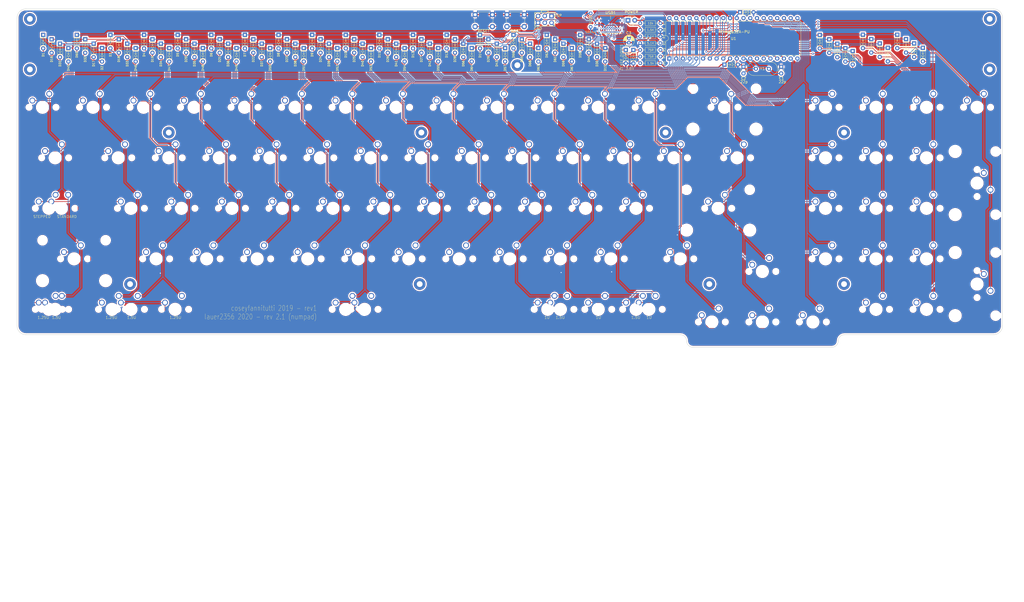
<source format=kicad_pcb>
(kicad_pcb (version 20171130) (host pcbnew "(5.1.5-0-10_14)")
  (layers (0 F.Cu signal) (31 B.Cu signal) (34 B.Paste user) (35 F.Paste user) (36 B.SilkS user) (37 F.SilkS user) (38 B.Mask user) (39 F.Mask user) (44 Edge.Cuts user))
  (net 0 "")
  (net 1 GND)
  (net 2 VCC)
  (net 3 row0)
  (net 4 "Net-(D1-Pad2)")
  (net 5 "Net-(D2-Pad2)")
  (net 6 "Net-(D3-Pad2)")
  (net 7 "Net-(D4-Pad2)")
  (net 8 "Net-(D5-Pad2)")
  (net 9 "Net-(D6-Pad2)")
  (net 10 "Net-(D7-Pad2)")
  (net 11 "Net-(D8-Pad2)")
  (net 12 "Net-(D9-Pad2)")
  (net 13 "Net-(D10-Pad2)")
  (net 14 "Net-(D11-Pad2)")
  (net 15 "Net-(D12-Pad2)")
  (net 16 "Net-(D13-Pad2)")
  (net 17 "Net-(D14-Pad2)")
  (net 18 "Net-(D15-Pad2)")
  (net 19 row1)
  (net 20 "Net-(D16-Pad2)")
  (net 21 "Net-(D17-Pad2)")
  (net 22 "Net-(D18-Pad2)")
  (net 23 "Net-(D19-Pad2)")
  (net 24 "Net-(D20-Pad2)")
  (net 25 "Net-(D21-Pad2)")
  (net 26 "Net-(D22-Pad2)")
  (net 27 "Net-(D23-Pad2)")
  (net 28 "Net-(D24-Pad2)")
  (net 29 "Net-(D25-Pad2)")
  (net 30 "Net-(D26-Pad2)")
  (net 31 "Net-(D27-Pad2)")
  (net 32 "Net-(D28-Pad2)")
  (net 33 "Net-(D29-Pad2)")
  (net 34 "Net-(D30-Pad2)")
  (net 35 "Net-(D31-Pad2)")
  (net 36 row2)
  (net 37 "Net-(D32-Pad2)")
  (net 38 "Net-(D33-Pad2)")
  (net 39 "Net-(D34-Pad2)")
  (net 40 "Net-(D35-Pad2)")
  (net 41 "Net-(D36-Pad2)")
  (net 42 "Net-(D37-Pad2)")
  (net 43 "Net-(D38-Pad2)")
  (net 44 "Net-(D39-Pad2)")
  (net 45 "Net-(D40-Pad2)")
  (net 46 "Net-(D41-Pad2)")
  (net 47 "Net-(D42-Pad2)")
  (net 48 "Net-(D43-Pad2)")
  (net 49 "Net-(D44-Pad2)")
  (net 50 row3)
  (net 51 "Net-(D45-Pad2)")
  (net 52 "Net-(D46-Pad2)")
  (net 53 "Net-(D47-Pad2)")
  (net 54 "Net-(D48-Pad2)")
  (net 55 "Net-(D49-Pad2)")
  (net 56 "Net-(D50-Pad2)")
  (net 57 "Net-(D51-Pad2)")
  (net 58 "Net-(D52-Pad2)")
  (net 59 "Net-(D53-Pad2)")
  (net 60 "Net-(D54-Pad2)")
  (net 61 "Net-(D55-Pad2)")
  (net 62 "Net-(D56-Pad2)")
  (net 63 "Net-(D57-Pad2)")
  (net 64 "Net-(D58-Pad2)")
  (net 65 "Net-(D59-Pad2)")
  (net 66 row4)
  (net 67 "Net-(D60-Pad2)")
  (net 68 "Net-(D61-Pad2)")
  (net 69 "Net-(D62-Pad2)")
  (net 70 "Net-(D63-Pad2)")
  (net 71 "Net-(D64-Pad2)")
  (net 72 "Net-(D65-Pad2)")
  (net 73 "Net-(D66-Pad2)")
  (net 74 "Net-(D67-Pad2)")
  (net 75 col0)
  (net 76 col1)
  (net 77 col2)
  (net 78 col3)
  (net 79 col4)
  (net 80 col5)
  (net 81 col6)
  (net 82 col7)
  (net 83 col8)
  (net 84 col9)
  (net 85 col10)
  (net 86 col11)
  (net 87 col12)
  (net 88 col13)
  (net 89 col14)
  (net 90 "Net-(R1-Pad2)")
  (net 91 "Net-(D68-Pad2)")
  (net 92 "Net-(R2-Pad1)")
  (net 93 "Net-(USB1-PadB8)")
  (net 94 "Net-(USB1-PadA8)")
  (net 95 reset)
  (net 96 +5V)
  (net 97 "Net-(U1-Pad29)")
  (net 98 "Net-(U1-Pad32)")
  (net 99 "Net-(U1-Pad14)")
  (net 100 D+)
  (net 101 D-)
  (net 102 "Net-(C1-Pad1)")
  (net 103 "Net-(C2-Pad1)")
  (net 104 "Net-(D69-Pad1)")
  (net 105 "Net-(D70-Pad1)")
  (net 106 MOSI)
  (net 107 SCK)
  (net 108 MISO)
  (net 109 "Net-(LED1-Pad1)")
  (net 110 boot)
  (net 111 "Net-(U1-Pad15)")
  (net 112 "Net-(D75-Pad2)")
  (net 113 "Net-(D76-Pad2)")
  (net 114 "Net-(D77-Pad2)")
  (net 115 "Net-(D78-Pad2)")
  (net 116 "Net-(D79-Pad2)")
  (net 117 "Net-(D80-Pad2)")
  (net 118 "Net-(D81-Pad2)")
  (net 119 "Net-(D82-Pad2)")
  (net 120 "Net-(D83-Pad2)")
  (net 121 "Net-(D84-Pad2)")
  (net 122 "Net-(D85-Pad2)")
  (net 123 "Net-(D86-Pad2)")
  (net 124 "Net-(D87-Pad2)")
  (net 125 col16)
  (net 126 col17)
  (net 127 col15)
  (module cftkb:NumDiscipline_SMALL_COPPER (layer F.Cu) (at 152.876 164.49675)
    (fp_text reference REF** hide)
    (fp_text value NumDiscipline_SMALL_COPPER)
    (fp_text user "#" (at -10.414 0) (layer F.Cu) (effects (font (size 1.5 1.5) (thickness 0.3))))
    (fp_poly (pts (xy -8.306664 -0.970679) (xy -8.093555 -0.946576) (xy -7.916961 -0.897753) (xy -7.764029 -0.821753) (xy -7.756876 -0.81726) (xy -7.605263 -0.683675) (xy -7.491411 -0.50406) (xy -7.418476 -0.287757) (xy -7.389616 -0.044109) (xy -7.407725 0.215892) (xy -7.470044 0.463957) (xy -7.571508 0.662261) (xy -7.715456 0.815649) (xy -7.896854 0.925204) (xy -7.98803 0.954005) (xy -8.116097 0.97803) (xy -8.267239 0.996591) (xy -8.427637 1.009002) (xy -8.583474 1.014575) (xy -8.720933 1.012624) (xy -8.826197 1.002461) (xy -8.885447 0.9834) (xy -8.892674 0.974721) (xy -8.896809 0.93157) (xy -8.899997 0.83177) (xy -8.902161 0.683961) (xy -8.903228 0.496782) (xy -8.903121 0.278876) (xy -8.901767 0.038882) (xy -8.901287 -0.016721) (xy -8.894558 -0.7509) (xy -8.647753 -0.7509) (xy -8.647753 0.783548) (xy -8.393489 0.783548) (xy -8.236281 0.778136) (xy -8.118821 0.758853) (xy -8.016229 0.721131) (xy -7.993553 0.71009) (xy -7.855663 0.612381) (xy -7.758593 0.475727) (xy -7.698968 0.293654) (xy -7.675304 0.100125) (xy -7.676485 -0.131293) (xy -7.711721 -0.317332) (xy -7.784121 -0.47011) (xy -7.840584 -0.543981) (xy -7.947265 -0.644387) (xy -8.066484 -0.708175) (xy -8.215187 -0.741592) (xy -8.401846 -0.7509) (xy -8.647753 -0.7509) (xy -8.894558 -0.7509) (xy -8.892612 -0.963111) (xy -8.56914 -0.972517) (xy -8.306664 -0.970679)) (layer F.Cu) (width 0.01))
    (fp_poly (pts (xy 1.712194 -0.973499) (xy 1.882337 -0.965195) (xy 2.002884 -0.953685) (xy 2.089537 -0.936089) (xy 2.157995 -0.909526) (xy 2.205147 -0.883035) (xy 2.331736 -0.783024) (xy 2.409747 -0.662765) (xy 2.44652 -0.507639) (xy 2.451845 -0.391774) (xy 2.428135 -0.180233) (xy 2.35699 -0.011816) (xy 2.237016 0.114784) (xy 2.066816 0.20087) (xy 1.844997 0.24775) (xy 1.760919 0.254799) (xy 1.505717 0.269572) (xy 1.505717 1.012082) (xy 1.396891 1.012082) (xy 1.316221 1.006109) (xy 1.267774 0.991602) (xy 1.2663 0.990317) (xy 1.260718 0.953288) (xy 1.255665 0.859376) (xy 1.251333 0.716993) (xy 1.247912 0.53455) (xy 1.245593 0.320458) (xy 1.244568 0.08313) (xy 1.244535 0.031204) (xy 1.244972 -0.246801) (xy 1.246516 -0.466489) (xy 1.249518 -0.634831) (xy 1.25402 -0.7509) (xy 1.505717 -0.7509) (xy 1.505717 -0.364567) (xy 1.507458 -0.211842) (xy 1.512194 -0.083762) (xy 1.519197 0.005997) (xy 1.527482 0.04353) (xy 1.579482 0.060476) (xy 1.672919 0.064083) (xy 1.785454 0.055013) (xy 1.894745 0.033927) (xy 1.899915 0.032515) (xy 2.038847 -0.031675) (xy 2.130225 -0.136615) (xy 2.178048 -0.287567) (xy 2.184436 -0.341833) (xy 2.190012 -0.448649) (xy 2.17817 -0.518176) (xy 2.139541 -0.57792) (xy 2.084302 -0.635914) (xy 2.019923 -0.696254) (xy 1.963648 -0.730673) (xy 1.893614 -0.74642) (xy 1.78796 -0.750744) (xy 1.737517 -0.7509) (xy 1.505717 -0.7509) (xy 1.25402 -0.7509) (xy 1.254327 -0.758802) (xy 1.261293 -0.845374) (xy 1.270767 -0.90152) (xy 1.283099 -0.934214) (xy 1.293634 -0.946892) (xy 1.341762 -0.96596) (xy 1.433989 -0.97594) (xy 1.578015 -0.977323) (xy 1.712194 -0.973499)) (layer F.Cu) (width 0.01))
    (fp_poly (pts (xy -1.74307 -0.998251) (xy -1.530212 -0.944091) (xy -1.471494 -0.917332) (xy -1.366969 -0.849866) (xy -1.3147 -0.773594) (xy -1.301995 -0.684861) (xy -1.316967 -0.621517) (xy -1.364727 -0.607698) (xy -1.449535 -0.643179) (xy -1.499691 -0.674352) (xy -1.637866 -0.743052) (xy -1.798515 -0.773407) (xy -1.81915 -0.774866) (xy -2.008394 -0.762024) (xy -2.161873 -0.695663) (xy -2.285069 -0.572645) (xy -2.344807 -0.474099) (xy -2.383391 -0.391795) (xy -2.407966 -0.313904) (xy -2.421579 -0.22194) (xy -2.427275 -0.097417) (xy -2.428182 0.031942) (xy -2.426139 0.196048) (xy -2.418383 0.312486) (xy -2.402199 0.398811) (xy -2.374871 0.472583) (xy -2.353408 0.515484) (xy -2.242923 0.659099) (xy -2.096656 0.756152) (xy -1.926851 0.804317) (xy -1.745753 0.801269) (xy -1.565607 0.744681) (xy -1.463638 0.684467) (xy -1.39202 0.640452) (xy -1.340076 0.620424) (xy -1.337765 0.620309) (xy -1.306967 0.646076) (xy -1.30154 0.708876) (xy -1.318435 0.786956) (xy -1.3546 0.858566) (xy -1.374334 0.881046) (xy -1.495009 0.957044) (xy -1.658206 1.009749) (xy -1.844251 1.035749) (xy -2.033474 1.031637) (xy -2.139144 1.013586) (xy -2.326655 0.93697) (xy -2.482585 0.80768) (xy -2.603612 0.631907) (xy -2.686417 0.41584) (xy -2.727678 0.165668) (xy -2.726697 -0.08162) (xy -2.685092 -0.334122) (xy -2.603979 -0.556142) (xy -2.488215 -0.737132) (xy -2.375372 -0.844231) (xy -2.183511 -0.946877) (xy -1.96679 -0.998698) (xy -1.74307 -0.998251)) (layer F.Cu) (width 0.01))
    (fp_poly (pts (xy -4.092836 -0.98406) (xy -3.969765 -0.949914) (xy -3.877276 -0.905656) (xy -3.83505 -0.860819) (xy -3.817184 -0.776447) (xy -3.823967 -0.702615) (xy -3.843696 -0.672265) (xy -3.887355 -0.675294) (xy -3.96404 -0.70331) (xy -3.997514 -0.719309) (xy -4.155443 -0.775959) (xy -4.304527 -0.786646) (xy -4.433859 -0.755236) (xy -4.532533 -0.685593) (xy -4.589642 -0.581581) (xy -4.599424 -0.506041) (xy -4.576035 -0.393213) (xy -4.502163 -0.294052) (xy -4.372252 -0.202751) (xy -4.252836 -0.143856) (xy -4.025622 -0.027912) (xy -3.862304 0.09056) (xy -3.778936 0.185639) (xy -3.736737 0.293622) (xy -3.719031 0.434557) (xy -3.72651 0.58059) (xy -3.759867 0.703868) (xy -3.765732 0.715984) (xy -3.875106 0.859559) (xy -4.028699 0.96418) (xy -4.215712 1.026055) (xy -4.425345 1.041393) (xy -4.615748 1.01441) (xy -4.732337 0.975885) (xy -4.834485 0.924383) (xy -4.898283 0.872141) (xy -4.900917 0.868442) (xy -4.922226 0.802963) (xy -4.921604 0.726847) (xy -4.9 0.674149) (xy -4.895406 0.67061) (xy -4.850741 0.673325) (xy -4.772343 0.701725) (xy -4.728648 0.722785) (xy -4.554477 0.789877) (xy -4.386828 0.811846) (xy -4.235685 0.791976) (xy -4.111031 0.733551) (xy -4.022849 0.639854) (xy -3.981123 0.514168) (xy -3.979116 0.47626) (xy -4.000603 0.38705) (xy -4.068587 0.29788) (xy -4.188351 0.203834) (xy -4.365178 0.099996) (xy -4.407139 0.077991) (xy -4.591077 -0.025783) (xy -4.72018 -0.122753) (xy -4.802655 -0.223115) (xy -4.846711 -0.337066) (xy -4.860557 -0.474801) (xy -4.860607 -0.48528) (xy -4.834933 -0.672411) (xy -4.758278 -0.818874) (xy -4.631195 -0.924103) (xy -4.454236 -0.987529) (xy -4.357978 -1.002333) (xy -4.228302 -1.003174) (xy -4.092836 -0.98406)) (layer F.Cu) (width 0.01))
    (fp_poly (pts (xy 3.717607 -0.973243) (xy 3.840036 -0.963111) (xy 3.857422 0.781419) (xy 4.590936 0.799871) (xy 4.590936 0.995758) (xy 4.115658 1.004757) (xy 3.945652 1.006472) (xy 3.799352 1.005105) (xy 3.688944 1.000989) (xy 3.626614 0.994458) (xy 3.617779 0.991154) (xy 3.612094 0.953995) (xy 3.606932 0.859784) (xy 3.602482 0.716764) (xy 3.598929 0.533177) (xy 3.59646 0.317268) (xy 3.595262 0.077278) (xy 3.595177 -0.007412) (xy 3.595177 -0.983376) (xy 3.717607 -0.973243)) (layer F.Cu) (width 0.01))
    (fp_poly (pts (xy 5.741771 -0.973243) (xy 5.8642 -0.963111) (xy 5.8642 0.995758) (xy 5.619342 1.016024) (xy 5.619342 -0.983376) (xy 5.741771 -0.973243)) (layer F.Cu) (width 0.01))
    (fp_poly (pts (xy 8.582613 0.006058) (xy 8.573969 0.995758) (xy 8.459702 1.005373) (xy 8.366145 1.000356) (xy 8.294021 0.975128) (xy 8.290703 0.972726) (xy 8.261041 0.933922) (xy 8.204741 0.845573) (xy 8.126404 0.715468) (xy 8.030636 0.551398) (xy 7.922039 0.361152) (xy 7.805218 0.152522) (xy 7.7934 0.131199) (xy 7.350829 -0.668064) (xy 7.34209 0.163847) (xy 7.333352 0.995758) (xy 7.226765 1.006025) (xy 7.120178 1.016291) (xy 7.128821 0.02659) (xy 7.137465 -0.963111) (xy 7.288883 -0.972912) (xy 7.389673 -0.973471) (xy 7.45205 -0.952931) (xy 7.501094 -0.903638) (xy 7.533243 -0.853649) (xy 7.591379 -0.755062) (xy 7.67047 -0.61674) (xy 7.765488 -0.447544) (xy 7.871403 -0.256338) (xy 7.953661 -0.106211) (xy 8.345434 0.612141) (xy 8.378082 -0.963111) (xy 8.484669 -0.973377) (xy 8.591257 -0.983643) (xy 8.582613 0.006058)) (layer F.Cu) (width 0.01))
    (fp_poly (pts (xy 10.597616 -0.978842) (xy 10.733315 -0.976285) (xy 10.823623 -0.970596) (xy 10.878489 -0.960603) (xy 10.907863 -0.94514) (xy 10.921695 -0.923036) (xy 10.923152 -0.918738) (xy 10.929565 -0.839691) (xy 10.921859 -0.804471) (xy 10.904554 -0.781744) (xy 10.866086 -0.766375) (xy 10.795706 -0.757013) (xy 10.682666 -0.752308) (xy 10.516218 -0.75091) (xy 10.495472 -0.7509) (xy 10.089642 -0.7509) (xy 10.099029 -0.448907) (xy 10.108416 -0.146915) (xy 10.45938 -0.137649) (xy 10.810344 -0.128382) (xy 10.810344 0.065296) (xy 10.092092 0.065296) (xy 10.092092 0.781597) (xy 10.924612 0.799871) (xy 10.924612 0.995758) (xy 10.41773 1.004712) (xy 10.202275 1.006737) (xy 10.045645 1.003849) (xy 9.941529 0.99569) (xy 9.883616 0.981901) (xy 9.870879 0.973697) (xy 9.858512 0.929372) (xy 9.848239 0.830095) (xy 9.840066 0.686174) (xy 9.833996 0.507914) (xy 9.830034 0.305624) (xy 9.828183 0.089608) (xy 9.828449 -0.129824) (xy 9.830835 -0.342368) (xy 9.835346 -0.537715) (xy 9.841986 -0.705559) (xy 9.850758 -0.835594) (xy 9.861669 -0.917511) (xy 9.870087 -0.940257) (xy 9.916342 -0.957645) (xy 10.017236 -0.969801) (xy 10.176226 -0.976979) (xy 10.396768 -0.979431) (xy 10.406576 -0.979434) (xy 10.597616 -0.978842)) (layer F.Cu) (width 0.01))
    (fp_arc (start -11.14 0.18) (end -11.14 -3.16) (angle -180) (layer F.Cu) (width 0.4))
    (fp_arc (start 11.16 0.18) (end 11.16 3.52) (angle -180) (layer F.Cu) (width 0.4))
    (fp_line (start -11.11 -3.16) (end 11.17 -3.16) (layer F.Cu) (width 0.4))
    (fp_line (start -11.13 3.52) (end 11.17 3.52) (layer F.Cu) (width 0.4))
    (fp_poly (pts (xy -6.019604 0.995758) (xy -6.125934 1.006006) (xy -6.211934 1.000945) (xy -6.248877 0.97296) (xy -6.252838 0.930275) (xy -6.255869 0.83092) (xy -6.257899 0.683514) (xy -6.25886 0.496677) (xy -6.258683 0.279028) (xy -6.257297 0.039188) (xy -6.256814 -0.016721) (xy -6.248139 -0.963111) (xy -6.019604 -0.963111) (xy -6.019604 0.995758)) (layer F.Cu) (width 0.01))
    (fp_poly (pts (xy 0.003918 1.012082) (xy -0.111374 1.012082) (xy -0.192261 1.001531) (xy -0.239869 0.975653) (xy -0.242479 0.970875) (xy -0.246235 0.928741) (xy -0.24908 0.829912) (xy -0.250951 0.682984) (xy -0.251787 0.496551) (xy -0.251525 0.279208) (xy -0.250104 0.039551) (xy -0.249616 -0.016721) (xy -0.240941 -0.963111) (xy -0.118512 -0.973243) (xy 0.003918 -0.983376) (xy 0.003918 1.012082)) (layer F.Cu) (width 0.01))
  )
  (module cftkb:NumDiscipline_SMALL_MASK (layer F.Cu) (at 152.876 164.49675)
    (fp_text reference REF** hide)
    (fp_text value NumDiscipline_SMALL_MASK)
  )
  (module cftkb:MountingHole_2.2mm_M2_Pad (layer F.Cu) (at 242.41125 78.89875)
    (fp_text reference REF**)
    (fp_text value MountingHole_2.2mm_M2_Pad)
    (pad 1 thru_hole circle (at 0 0) (size 4.4 4.4) (drill 2.2) (layers *.Cu *.Mask))
  )
  (module cftkb:MountingHole_2.2mm_M2_Pad (layer F.Cu) (at 96.36125 161.44875)
    (fp_text reference REF**)
    (fp_text value MountingHole_2.2mm_M2_Pad)
    (pad 1 thru_hole circle (at 0 0) (size 4.4 4.4) (drill 2.2) (layers *.Cu *.Mask))
  )
  (module cftkb:MountingHole_2.2mm_M2_Pad (layer F.Cu) (at 205.58125 161.44875)
    (fp_text reference REF**)
    (fp_text value MountingHole_2.2mm_M2_Pad)
    (pad 1 thru_hole circle (at 0 0) (size 4.4 4.4) (drill 2.2) (layers *.Cu *.Mask))
  )
  (module cftkb:MountingHole_2.2mm_M2_Pad (layer F.Cu) (at 314.80125 161.44875)
    (fp_text reference REF**)
    (fp_text value MountingHole_2.2mm_M2_Pad)
    (pad 1 thru_hole circle (at 0 0) (size 4.4 4.4) (drill 2.2) (layers *.Cu *.Mask))
  )
  (module cftkb:MountingHole_2.2mm_M2_Pad (layer F.Cu) (at 365.60125 161.44875)
    (fp_text reference REF**)
    (fp_text value MountingHole_2.2mm_M2_Pad)
    (pad 1 thru_hole circle (at 0 0) (size 4.4 4.4) (drill 2.2) (layers *.Cu *.Mask))
  )
  (module cftkb:MountingHole_2.2mm_M2_Pad (layer F.Cu) (at 365.60125 104.29875)
    (fp_text reference REF**)
    (fp_text value MountingHole_2.2mm_M2_Pad)
    (pad 1 thru_hole circle (at 0 0) (size 4.4 4.4) (drill 2.2) (layers *.Cu *.Mask))
  )
  (module cftkb:MountingHole_2.2mm_M2_Pad (layer F.Cu) (at 298.29125 104.29875)
    (fp_text reference REF**)
    (fp_text value MountingHole_2.2mm_M2_Pad)
    (pad 1 thru_hole circle (at 0 0) (size 4.4 4.4) (drill 2.2) (layers *.Cu *.Mask))
  )
  (module cftkb:MountingHole_2.2mm_M2_Pad (layer F.Cu) (at 206.21625 104.29875)
    (fp_text reference REF**)
    (fp_text value MountingHole_2.2mm_M2_Pad)
    (pad 1 thru_hole circle (at 0 0) (size 4.4 4.4) (drill 2.2) (layers *.Cu *.Mask))
  )
  (module cftkb:MountingHole_2.2mm_M2_Pad (layer F.Cu) (at 110.96625 104.29875)
    (fp_text reference REF**)
    (fp_text value MountingHole_2.2mm_M2_Pad)
    (pad 1 thru_hole circle (at 0 0) (size 4.4 4.4) (drill 2.2) (layers *.Cu *.Mask))
  )
  (module cftkb:SW_Cherry_MX1A_1.00u_PCB-NOSCREEN (layer F.Cu) (at 113.50625 108.74375)
    (fp_text reference SW18)
    (fp_text value KEYSW)
    (pad 1 thru_hole circle (at 0 0) (size 2.2 2.2) (drill 1.5) (layers *.Cu *.Mask) (net 77 col2))
    (pad 2 thru_hole circle (at -6.35 2.54) (size 2.2 2.2) (drill 1.5) (layers *.Cu *.Mask) (net 22 "Net-(D18-Pad2)"))
    (pad "" np_thru_hole circle (at -2.54 5.08) (size 4 4) (drill 4) (layers *.Cu *.Mask))
    (pad "" np_thru_hole circle (at -7.62 5.08) (size 1.7 1.7) (drill 1.7) (layers *.Cu *.Mask))
    (pad "" np_thru_hole circle (at 2.54 5.08) (size 1.7 1.7) (drill 1.7) (layers *.Cu *.Mask))
  )
  (module cftkb:SW_Cherry_MX1A_1.00u_PCB-NOSCREEN (layer F.Cu) (at 94.45625 108.74375)
    (fp_text reference SW17)
    (fp_text value KEYSW)
    (pad 1 thru_hole circle (at 0 0) (size 2.2 2.2) (drill 1.5) (layers *.Cu *.Mask) (net 76 col1))
    (pad 2 thru_hole circle (at -6.35 2.54) (size 2.2 2.2) (drill 1.5) (layers *.Cu *.Mask) (net 21 "Net-(D17-Pad2)"))
    (pad "" np_thru_hole circle (at -2.54 5.08) (size 4 4) (drill 4) (layers *.Cu *.Mask))
    (pad "" np_thru_hole circle (at -7.62 5.08) (size 1.7 1.7) (drill 1.7) (layers *.Cu *.Mask))
    (pad "" np_thru_hole circle (at 2.54 5.08) (size 1.7 1.7) (drill 1.7) (layers *.Cu *.Mask))
  )
  (module cftkb:MountingHole_2.2mm_M2_Pad (layer F.Cu) (at 58.57875 80.48625)
    (fp_text reference REF**)
    (fp_text value MountingHole_2.2mm_M2_Pad)
    (pad 1 thru_hole circle (at 0 0) (size 4.4 4.4) (drill 2.2) (layers *.Cu *.Mask))
  )
  (module cftkb:MountingHole_2.2mm_M2_Pad (layer F.Cu) (at 58.57875 61.43625)
    (fp_text reference REF**)
    (fp_text value MountingHole_2.2mm_M2_Pad)
    (pad 1 thru_hole circle (at 0 0) (size 4.4 4.4) (drill 2.2) (layers *.Cu *.Mask))
  )
  (module cftkb:MountingHole_2.2mm_M2_Pad (layer F.Cu) (at 420.52875 61.43625)
    (fp_text reference REF**)
    (fp_text value MountingHole_2.2mm_M2_Pad)
    (pad 1 thru_hole circle (at 0 0) (size 4.4 4.4) (drill 2.2) (layers *.Cu *.Mask))
  )
  (module cftkb:MountingHole_2.2mm_M2_Pad (layer F.Cu) (at 420.52875 80.48625)
    (fp_text reference REF**)
    (fp_text value MountingHole_2.2mm_M2_Pad)
    (pad 1 thru_hole circle (at 0 0) (size 4.4 4.4) (drill 2.2) (layers *.Cu *.Mask))
  )
  (module cftkb:SW_Cherry_MX1A_2.00u_PCBNOSCREEN (layer F.Cu) (at 323.05625 89.69375)
    (fp_text reference SW14)
    (fp_text value KEYSW)
    (pad 1 thru_hole circle (at 0 0) (size 2.2 2.2) (drill 1.5) (layers *.Cu *.Mask) (net 88 col13))
    (pad 2 thru_hole circle (at -6.35 2.54) (size 2.2 2.2) (drill 1.5) (layers *.Cu *.Mask) (net 17 "Net-(D14-Pad2)"))
    (pad "" np_thru_hole circle (at -2.54 5.08) (size 4 4) (drill 4) (layers *.Cu *.Mask))
    (pad "" np_thru_hole circle (at -7.62 5.08) (size 1.7 1.7) (drill 1.7) (layers *.Cu *.Mask))
    (pad "" np_thru_hole circle (at 2.54 5.08) (size 1.7 1.7) (drill 1.7) (layers *.Cu *.Mask))
    (pad "" np_thru_hole circle (at 9.36 13.32) (size 4 4) (drill 4) (layers *.Cu *.Mask))
    (pad "" np_thru_hole circle (at -14.44 13.32) (size 4 4) (drill 4) (layers *.Cu *.Mask))
    (pad "" np_thru_hole circle (at -14.44 -1.92) (size 3.05 3.05) (drill 3.05) (layers *.Cu *.Mask))
    (pad "" np_thru_hole circle (at 9.36 -1.92) (size 3.05 3.05) (drill 3.05) (layers *.Cu *.Mask))
  )
  (module cftkb:SW_Cherry_MX1A_1.00u_PCB-NOSCREEN (layer F.Cu) (at 242.09425 146.84375)
    (fp_text reference SW53)
    (fp_text value KEYSW)
    (pad 1 thru_hole circle (at 0 0) (size 2.2 2.2) (drill 1.5) (layers *.Cu *.Mask) (net 84 col9))
    (pad 2 thru_hole circle (at -6.35 2.54) (size 2.2 2.2) (drill 1.5) (layers *.Cu *.Mask) (net 59 "Net-(D53-Pad2)"))
    (pad "" np_thru_hole circle (at -2.54 5.08) (size 4 4) (drill 4) (layers *.Cu *.Mask))
    (pad "" np_thru_hole circle (at -7.62 5.08) (size 1.7 1.7) (drill 1.7) (layers *.Cu *.Mask))
    (pad "" np_thru_hole circle (at 2.54 5.08) (size 1.7 1.7) (drill 1.7) (layers *.Cu *.Mask))
  )
  (module cftkb:DIP-40_W15.24mm (layer F.Cu) (at 299.75343 76.389182 90)
    (fp_text reference U1 (at 7.52414 24.164738) (layer F.SilkS))
    (fp_text value ATmega32A-PU (at 10.06135 24.462204) (layer F.SilkS))
    (pad 1 thru_hole rect (at 0 0 90) (size 1.6 1.6) (drill 0.8) (layers *.Cu *.Mask) (net 66 row4))
    (pad 21 thru_hole oval (at 15.24 48.26 90) (size 1.6 1.6) (drill 0.8) (layers *.Cu *.Mask) (net 89 col14))
    (pad 2 thru_hole oval (at 0 2.54 90) (size 1.6 1.6) (drill 0.8) (layers *.Cu *.Mask) (net 36 row2))
    (pad 22 thru_hole oval (at 15.24 45.72 90) (size 1.6 1.6) (drill 0.8) (layers *.Cu *.Mask) (net 88 col13))
    (pad 3 thru_hole oval (at 0 5.08 90) (size 1.6 1.6) (drill 0.8) (layers *.Cu *.Mask) (net 3 row0))
    (pad 23 thru_hole oval (at 15.24 43.18 90) (size 1.6 1.6) (drill 0.8) (layers *.Cu *.Mask) (net 87 col12))
    (pad 4 thru_hole oval (at 0 7.62 90) (size 1.6 1.6) (drill 0.8) (layers *.Cu *.Mask) (net 76 col1))
    (pad 24 thru_hole oval (at 15.24 40.64 90) (size 1.6 1.6) (drill 0.8) (layers *.Cu *.Mask) (net 86 col11))
    (pad 5 thru_hole oval (at 0 10.16 90) (size 1.6 1.6) (drill 0.8) (layers *.Cu *.Mask) (net 78 col3))
    (pad 25 thru_hole oval (at 15.24 38.1 90) (size 1.6 1.6) (drill 0.8) (layers *.Cu *.Mask) (net 85 col10))
    (pad 6 thru_hole oval (at 0 12.7 90) (size 1.6 1.6) (drill 0.8) (layers *.Cu *.Mask) (net 106 MOSI))
    (pad 26 thru_hole oval (at 15.24 35.56 90) (size 1.6 1.6) (drill 0.8) (layers *.Cu *.Mask) (net 84 col9))
    (pad 7 thru_hole oval (at 0 15.24 90) (size 1.6 1.6) (drill 0.8) (layers *.Cu *.Mask) (net 108 MISO))
    (pad 27 thru_hole oval (at 15.24 33.02 90) (size 1.6 1.6) (drill 0.8) (layers *.Cu *.Mask) (net 83 col8))
    (pad 8 thru_hole oval (at 0 17.78 90) (size 1.6 1.6) (drill 0.8) (layers *.Cu *.Mask) (net 107 SCK))
    (pad 28 thru_hole oval (at 15.24 30.48 90) (size 1.6 1.6) (drill 0.8) (layers *.Cu *.Mask) (net 82 col7))
    (pad 9 thru_hole oval (at 0 20.32 90) (size 1.6 1.6) (drill 0.8) (layers *.Cu *.Mask) (net 95 reset))
    (pad 29 thru_hole oval (at 15.24 27.94 90) (size 1.6 1.6) (drill 0.8) (layers *.Cu *.Mask) (net 97 "Net-(U1-Pad29)"))
    (pad 10 thru_hole oval (at 0 22.86 90) (size 1.6 1.6) (drill 0.8) (layers *.Cu *.Mask) (net 96 +5V))
    (pad 30 thru_hole oval (at 15.24 25.4 90) (size 1.6 1.6) (drill 0.8) (layers *.Cu *.Mask) (net 96 +5V))
    (pad 11 thru_hole oval (at 0 25.4 90) (size 1.6 1.6) (drill 0.8) (layers *.Cu *.Mask) (net 1 GND))
    (pad 31 thru_hole oval (at 15.24 22.86 90) (size 1.6 1.6) (drill 0.8) (layers *.Cu *.Mask) (net 1 GND))
    (pad 12 thru_hole oval (at 0 27.94 90) (size 1.6 1.6) (drill 0.8) (layers *.Cu *.Mask) (net 103 "Net-(C2-Pad1)"))
    (pad 32 thru_hole oval (at 15.24 20.32 90) (size 1.6 1.6) (drill 0.8) (layers *.Cu *.Mask) (net 98 "Net-(U1-Pad32)"))
    (pad 13 thru_hole oval (at 0 30.48 90) (size 1.6 1.6) (drill 0.8) (layers *.Cu *.Mask) (net 102 "Net-(C1-Pad1)"))
    (pad 33 thru_hole oval (at 15.24 17.78 90) (size 1.6 1.6) (drill 0.8) (layers *.Cu *.Mask) (net 126 col17))
    (pad 14 thru_hole oval (at 0 33.02 90) (size 1.6 1.6) (drill 0.8) (layers *.Cu *.Mask) (net 99 "Net-(U1-Pad14)"))
    (pad 34 thru_hole oval (at 15.24 15.24 90) (size 1.6 1.6) (drill 0.8) (layers *.Cu *.Mask) (net 125 col16))
    (pad 15 thru_hole oval (at 0 35.56 90) (size 1.6 1.6) (drill 0.8) (layers *.Cu *.Mask) (net 111 "Net-(U1-Pad15)"))
    (pad 35 thru_hole oval (at 15.24 12.7 90) (size 1.6 1.6) (drill 0.8) (layers *.Cu *.Mask) (net 127 col15))
    (pad 16 thru_hole oval (at 0 38.1 90) (size 1.6 1.6) (drill 0.8) (layers *.Cu *.Mask) (net 100 D+))
    (pad 36 thru_hole oval (at 15.24 10.16 90) (size 1.6 1.6) (drill 0.8) (layers *.Cu *.Mask) (net 79 col4))
    (pad 17 thru_hole oval (at 0 40.64 90) (size 1.6 1.6) (drill 0.8) (layers *.Cu *.Mask) (net 101 D-))
    (pad 37 thru_hole oval (at 15.24 7.62 90) (size 1.6 1.6) (drill 0.8) (layers *.Cu *.Mask) (net 77 col2))
    (pad 18 thru_hole oval (at 0 43.18 90) (size 1.6 1.6) (drill 0.8) (layers *.Cu *.Mask) (net 110 boot))
    (pad 38 thru_hole oval (at 15.24 5.08 90) (size 1.6 1.6) (drill 0.8) (layers *.Cu *.Mask) (net 75 col0))
    (pad 19 thru_hole oval (at 0 45.72 90) (size 1.6 1.6) (drill 0.8) (layers *.Cu *.Mask) (net 80 col5))
    (pad 39 thru_hole oval (at 15.24 2.54 90) (size 1.6 1.6) (drill 0.8) (layers *.Cu *.Mask) (net 19 row1))
    (pad 20 thru_hole oval (at 0 48.26 90) (size 1.6 1.6) (drill 0.8) (layers *.Cu *.Mask) (net 81 col6))
    (pad 40 thru_hole oval (at 15.24 0 90) (size 1.6 1.6) (drill 0.8) (layers *.Cu *.Mask) (net 50 row3))
  )
  (module cftkb:SW_Cherry_MX1A_1.00u_PCB-NOSCREEN (layer F.Cu) (at 380.20625 89.69375)
    (fp_text reference SW75)
    (fp_text value KEYSW)
    (pad 1 thru_hole circle (at 0 0) (size 2.2 2.2) (drill 1.5) (layers *.Cu *.Mask) (net 127 col15))
    (pad 2 thru_hole circle (at -6.35 2.54) (size 2.2 2.2) (drill 1.5) (layers *.Cu *.Mask) (net 112 "Net-(D75-Pad2)"))
    (pad "" np_thru_hole circle (at -2.54 5.08) (size 4 4) (drill 4) (layers *.Cu *.Mask))
    (pad "" np_thru_hole circle (at -7.62 5.08) (size 1.7 1.7) (drill 1.7) (layers *.Cu *.Mask))
    (pad "" np_thru_hole circle (at 2.54 5.08) (size 1.7 1.7) (drill 1.7) (layers *.Cu *.Mask))
  )
  (module cftkb:SW_Cherry_MX1A_1.00u_PCB-NOSCREEN (layer F.Cu) (at 356.39375 170.65625)
    (fp_text reference SW67)
    (fp_text value KEYSW)
    (pad 1 thru_hole circle (at 0 0) (size 2.2 2.2) (drill 1.5) (layers *.Cu *.Mask) (net 89 col14))
    (pad 2 thru_hole circle (at -6.35 2.54) (size 2.2 2.2) (drill 1.5) (layers *.Cu *.Mask) (net 74 "Net-(D67-Pad2)"))
    (pad "" np_thru_hole circle (at -2.54 5.08) (size 4 4) (drill 4) (layers *.Cu *.Mask))
    (pad "" np_thru_hole circle (at -7.62 5.08) (size 1.7 1.7) (drill 1.7) (layers *.Cu *.Mask))
    (pad "" np_thru_hole circle (at 2.54 5.08) (size 1.7 1.7) (drill 1.7) (layers *.Cu *.Mask))
  )
  (module cftkb:SW_Cherry_MX1A_1.00u_PCB-NOSCREEN (layer F.Cu) (at 337.34375 170.65625)
    (fp_text reference SW66)
    (fp_text value KEYSW)
    (pad 1 thru_hole circle (at 0 0) (size 2.2 2.2) (drill 1.5) (layers *.Cu *.Mask) (net 88 col13))
    (pad 2 thru_hole circle (at -6.35 2.54) (size 2.2 2.2) (drill 1.5) (layers *.Cu *.Mask) (net 73 "Net-(D66-Pad2)"))
    (pad "" np_thru_hole circle (at -2.54 5.08) (size 4 4) (drill 4) (layers *.Cu *.Mask))
    (pad "" np_thru_hole circle (at -7.62 5.08) (size 1.7 1.7) (drill 1.7) (layers *.Cu *.Mask))
    (pad "" np_thru_hole circle (at 2.54 5.08) (size 1.7 1.7) (drill 1.7) (layers *.Cu *.Mask))
  )
  (module cftkb:SW_Cherry_MX1A_2.00u_PCBNOSCREEN (layer F.Cu) (at 420.84625 163.98875 270)
    (fp_text reference SW85)
    (fp_text value KEYSW)
    (pad 1 thru_hole circle (at 0 0 270) (size 2.2 2.2) (drill 1.5) (layers *.Cu *.Mask) (net 126 col17))
    (pad 2 thru_hole circle (at -6.35 2.54 270) (size 2.2 2.2) (drill 1.5) (layers *.Cu *.Mask) (net 122 "Net-(D85-Pad2)"))
    (pad "" np_thru_hole circle (at -2.54 5.08 270) (size 4 4) (drill 4) (layers *.Cu *.Mask))
    (pad "" np_thru_hole circle (at -7.62 5.08 270) (size 1.7 1.7) (drill 1.7) (layers *.Cu *.Mask))
    (pad "" np_thru_hole circle (at 2.54 5.08 270) (size 1.7 1.7) (drill 1.7) (layers *.Cu *.Mask))
    (pad "" np_thru_hole circle (at 9.36 13.32 270) (size 4 4) (drill 4) (layers *.Cu *.Mask))
    (pad "" np_thru_hole circle (at -14.44 13.32 270) (size 4 4) (drill 4) (layers *.Cu *.Mask))
    (pad "" np_thru_hole circle (at -14.44 -1.92 270) (size 3.05 3.05) (drill 3.05) (layers *.Cu *.Mask))
    (pad "" np_thru_hole circle (at 9.36 -1.92 270) (size 3.05 3.05) (drill 3.05) (layers *.Cu *.Mask))
  )
  (module cftkb:SW_Cherry_MX1A_2.00u_PCBNOSCREEN (layer F.Cu) (at 420.84625 125.88875 270)
    (fp_text reference SW80)
    (fp_text value KEYSW)
    (pad 1 thru_hole circle (at 0 0 270) (size 2.2 2.2) (drill 1.5) (layers *.Cu *.Mask) (net 126 col17))
    (pad 2 thru_hole circle (at -6.35 2.54 270) (size 2.2 2.2) (drill 1.5) (layers *.Cu *.Mask) (net 117 "Net-(D80-Pad2)"))
    (pad "" np_thru_hole circle (at -2.54 5.08 270) (size 4 4) (drill 4) (layers *.Cu *.Mask))
    (pad "" np_thru_hole circle (at -7.62 5.08 270) (size 1.7 1.7) (drill 1.7) (layers *.Cu *.Mask))
    (pad "" np_thru_hole circle (at 2.54 5.08 270) (size 1.7 1.7) (drill 1.7) (layers *.Cu *.Mask))
    (pad "" np_thru_hole circle (at 9.36 13.32 270) (size 4 4) (drill 4) (layers *.Cu *.Mask))
    (pad "" np_thru_hole circle (at -14.44 13.32 270) (size 4 4) (drill 4) (layers *.Cu *.Mask))
    (pad "" np_thru_hole circle (at -14.44 -1.92 270) (size 3.05 3.05) (drill 3.05) (layers *.Cu *.Mask))
    (pad "" np_thru_hole circle (at 9.36 -1.92 270) (size 3.05 3.05) (drill 3.05) (layers *.Cu *.Mask))
  )
  (module cftkb:SW_Cherry_MX1A_1.00u_PCB-NOSCREEN (layer F.Cu) (at 418.30625 89.69375)
    (fp_text reference SW77)
    (fp_text value KEYSW)
    (pad 1 thru_hole circle (at 0 0) (size 2.2 2.2) (drill 1.5) (layers *.Cu *.Mask) (net 126 col17))
    (pad 2 thru_hole circle (at -6.35 2.54) (size 2.2 2.2) (drill 1.5) (layers *.Cu *.Mask) (net 114 "Net-(D77-Pad2)"))
    (pad "" np_thru_hole circle (at -2.54 5.08) (size 4 4) (drill 4) (layers *.Cu *.Mask))
    (pad "" np_thru_hole circle (at -7.62 5.08) (size 1.7 1.7) (drill 1.7) (layers *.Cu *.Mask))
    (pad "" np_thru_hole circle (at 2.54 5.08) (size 1.7 1.7) (drill 1.7) (layers *.Cu *.Mask))
  )
  (module cftkb:SW_Cherry_MX1A_1.00u_PCB-NOSCREEN (layer F.Cu) (at 399.25625 165.89375)
    (fp_text reference SW87)
    (fp_text value KEYSW)
    (pad 1 thru_hole circle (at 0 0) (size 2.2 2.2) (drill 1.5) (layers *.Cu *.Mask) (net 125 col16))
    (pad 2 thru_hole circle (at -6.35 2.54) (size 2.2 2.2) (drill 1.5) (layers *.Cu *.Mask) (net 124 "Net-(D87-Pad2)"))
    (pad "" np_thru_hole circle (at -2.54 5.08) (size 4 4) (drill 4) (layers *.Cu *.Mask))
    (pad "" np_thru_hole circle (at -7.62 5.08) (size 1.7 1.7) (drill 1.7) (layers *.Cu *.Mask))
    (pad "" np_thru_hole circle (at 2.54 5.08) (size 1.7 1.7) (drill 1.7) (layers *.Cu *.Mask))
  )
  (module cftkb:SW_Cherry_MX1A_1.00u_PCB-NOSCREEN (layer F.Cu) (at 380.20625 165.89375)
    (fp_text reference SW86)
    (fp_text value KEYSW)
    (pad 1 thru_hole circle (at 0 0) (size 2.2 2.2) (drill 1.5) (layers *.Cu *.Mask) (net 127 col15))
    (pad 2 thru_hole circle (at -6.35 2.54) (size 2.2 2.2) (drill 1.5) (layers *.Cu *.Mask) (net 123 "Net-(D86-Pad2)"))
    (pad "" np_thru_hole circle (at -2.54 5.08) (size 4 4) (drill 4) (layers *.Cu *.Mask))
    (pad "" np_thru_hole circle (at -7.62 5.08) (size 1.7 1.7) (drill 1.7) (layers *.Cu *.Mask))
    (pad "" np_thru_hole circle (at 2.54 5.08) (size 1.7 1.7) (drill 1.7) (layers *.Cu *.Mask))
  )
  (module cftkb:SW_Cherry_MX1A_1.00u_PCB-NOSCREEN (layer F.Cu) (at 399.25625 146.84375)
    (fp_text reference SW84)
    (fp_text value KEYSW)
    (pad 1 thru_hole circle (at 0 0) (size 2.2 2.2) (drill 1.5) (layers *.Cu *.Mask) (net 125 col16))
    (pad 2 thru_hole circle (at -6.35 2.54) (size 2.2 2.2) (drill 1.5) (layers *.Cu *.Mask) (net 121 "Net-(D84-Pad2)"))
    (pad "" np_thru_hole circle (at -2.54 5.08) (size 4 4) (drill 4) (layers *.Cu *.Mask))
    (pad "" np_thru_hole circle (at -7.62 5.08) (size 1.7 1.7) (drill 1.7) (layers *.Cu *.Mask))
    (pad "" np_thru_hole circle (at 2.54 5.08) (size 1.7 1.7) (drill 1.7) (layers *.Cu *.Mask))
  )
  (module cftkb:SW_Cherry_MX1A_1.00u_PCB-NOSCREEN (layer F.Cu) (at 380.20625 146.84375)
    (fp_text reference SW83)
    (fp_text value KEYSW)
    (pad 1 thru_hole circle (at 0 0) (size 2.2 2.2) (drill 1.5) (layers *.Cu *.Mask) (net 127 col15))
    (pad 2 thru_hole circle (at -6.35 2.54) (size 2.2 2.2) (drill 1.5) (layers *.Cu *.Mask) (net 120 "Net-(D83-Pad2)"))
    (pad "" np_thru_hole circle (at -2.54 5.08) (size 4 4) (drill 4) (layers *.Cu *.Mask))
    (pad "" np_thru_hole circle (at -7.62 5.08) (size 1.7 1.7) (drill 1.7) (layers *.Cu *.Mask))
    (pad "" np_thru_hole circle (at 2.54 5.08) (size 1.7 1.7) (drill 1.7) (layers *.Cu *.Mask))
  )
  (module cftkb:SW_Cherry_MX1A_1.00u_PCB-NOSCREEN (layer F.Cu) (at 399.25625 127.79375)
    (fp_text reference SW82)
    (fp_text value KEYSW)
    (pad 1 thru_hole circle (at 0 0) (size 2.2 2.2) (drill 1.5) (layers *.Cu *.Mask) (net 125 col16))
    (pad 2 thru_hole circle (at -6.35 2.54) (size 2.2 2.2) (drill 1.5) (layers *.Cu *.Mask) (net 119 "Net-(D82-Pad2)"))
    (pad "" np_thru_hole circle (at -2.54 5.08) (size 4 4) (drill 4) (layers *.Cu *.Mask))
    (pad "" np_thru_hole circle (at -7.62 5.08) (size 1.7 1.7) (drill 1.7) (layers *.Cu *.Mask))
    (pad "" np_thru_hole circle (at 2.54 5.08) (size 1.7 1.7) (drill 1.7) (layers *.Cu *.Mask))
  )
  (module cftkb:SW_Cherry_MX1A_1.00u_PCB-NOSCREEN (layer F.Cu) (at 380.25875 127.79375)
    (fp_text reference SW81)
    (fp_text value KEYSW)
    (pad 1 thru_hole circle (at 0 0) (size 2.2 2.2) (drill 1.5) (layers *.Cu *.Mask) (net 127 col15))
    (pad 2 thru_hole circle (at -6.35 2.54) (size 2.2 2.2) (drill 1.5) (layers *.Cu *.Mask) (net 118 "Net-(D81-Pad2)"))
    (pad "" np_thru_hole circle (at -2.54 5.08) (size 4 4) (drill 4) (layers *.Cu *.Mask))
    (pad "" np_thru_hole circle (at -7.62 5.08) (size 1.7 1.7) (drill 1.7) (layers *.Cu *.Mask))
    (pad "" np_thru_hole circle (at 2.54 5.08) (size 1.7 1.7) (drill 1.7) (layers *.Cu *.Mask))
  )
  (module cftkb:SW_Cherry_MX1A_1.00u_PCB-NOSCREEN (layer F.Cu) (at 399.25625 108.74375)
    (fp_text reference SW79)
    (fp_text value KEYSW)
    (pad 1 thru_hole circle (at 0 0) (size 2.2 2.2) (drill 1.5) (layers *.Cu *.Mask) (net 125 col16))
    (pad 2 thru_hole circle (at -6.35 2.54) (size 2.2 2.2) (drill 1.5) (layers *.Cu *.Mask) (net 116 "Net-(D79-Pad2)"))
    (pad "" np_thru_hole circle (at -2.54 5.08) (size 4 4) (drill 4) (layers *.Cu *.Mask))
    (pad "" np_thru_hole circle (at -7.62 5.08) (size 1.7 1.7) (drill 1.7) (layers *.Cu *.Mask))
    (pad "" np_thru_hole circle (at 2.54 5.08) (size 1.7 1.7) (drill 1.7) (layers *.Cu *.Mask))
  )
  (module cftkb:SW_Cherry_MX1A_1.00u_PCB-NOSCREEN (layer F.Cu) (at 380.20625 108.74375)
    (fp_text reference SW78)
    (fp_text value KEYSW)
    (pad 1 thru_hole circle (at 0 0) (size 2.2 2.2) (drill 1.5) (layers *.Cu *.Mask) (net 127 col15))
    (pad 2 thru_hole circle (at -6.35 2.54) (size 2.2 2.2) (drill 1.5) (layers *.Cu *.Mask) (net 115 "Net-(D78-Pad2)"))
    (pad "" np_thru_hole circle (at -2.54 5.08) (size 4 4) (drill 4) (layers *.Cu *.Mask))
    (pad "" np_thru_hole circle (at -7.62 5.08) (size 1.7 1.7) (drill 1.7) (layers *.Cu *.Mask))
    (pad "" np_thru_hole circle (at 2.54 5.08) (size 1.7 1.7) (drill 1.7) (layers *.Cu *.Mask))
  )
  (module cftkb:SW_Cherry_MX1A_1.00u_PCB-NOSCREEN (layer F.Cu) (at 399.25625 89.69375)
    (fp_text reference SW76)
    (fp_text value KEYSW)
    (pad 1 thru_hole circle (at 0 0) (size 2.2 2.2) (drill 1.5) (layers *.Cu *.Mask) (net 125 col16))
    (pad 2 thru_hole circle (at -6.35 2.54) (size 2.2 2.2) (drill 1.5) (layers *.Cu *.Mask) (net 113 "Net-(D76-Pad2)"))
    (pad "" np_thru_hole circle (at -2.54 5.08) (size 4 4) (drill 4) (layers *.Cu *.Mask))
    (pad "" np_thru_hole circle (at -7.62 5.08) (size 1.7 1.7) (drill 1.7) (layers *.Cu *.Mask))
    (pad "" np_thru_hole circle (at 2.54 5.08) (size 1.7 1.7) (drill 1.7) (layers *.Cu *.Mask))
  )
  (module cftkb:SW_Cherry_MX1A_1.25u_PCBNOSCREEN (layer F.Cu) (at 275.466206 165.89375)
    (fp_text reference SW64)
    (fp_text value KEYSW)
    (pad 1 thru_hole circle (at 0 0) (size 2.2 2.2) (drill 1.5) (layers *.Cu *.Mask) (net 85 col10))
    (pad 2 thru_hole circle (at -6.35 2.54) (size 2.2 2.2) (drill 1.5) (layers *.Cu *.Mask) (net 71 "Net-(D64-Pad2)"))
    (pad "" np_thru_hole circle (at -2.54 5.08) (size 4 4) (drill 4) (layers *.Cu *.Mask))
    (pad "" np_thru_hole circle (at -7.62 5.08) (size 1.7 1.7) (drill 1.7) (layers *.Cu *.Mask))
    (pad "" np_thru_hole circle (at 2.54 5.08) (size 1.7 1.7) (drill 1.7) (layers *.Cu *.Mask))
  )
  (module cftkb:SW_Cherry_MX1A_1.25u_PCBNOSCREEN (layer F.Cu) (at 256.410884 165.88362)
    (fp_text reference SW63)
    (fp_text value KEYSW)
    (pad 1 thru_hole circle (at 0 0) (size 2.2 2.2) (drill 1.5) (layers *.Cu *.Mask) (net 84 col9))
    (pad 2 thru_hole circle (at -6.35 2.54) (size 2.2 2.2) (drill 1.5) (layers *.Cu *.Mask) (net 70 "Net-(D63-Pad2)"))
    (pad "" np_thru_hole circle (at -2.54 5.08) (size 4 4) (drill 4) (layers *.Cu *.Mask))
    (pad "" np_thru_hole circle (at -7.62 5.08) (size 1.7 1.7) (drill 1.7) (layers *.Cu *.Mask))
    (pad "" np_thru_hole circle (at 2.54 5.08) (size 1.7 1.7) (drill 1.7) (layers *.Cu *.Mask))
  )
  (module cftkb:D_DO-35_SOD27_P5.08mm_Horizontal (layer F.Cu) (at 395.326306 71.089999 270)
    (fp_text reference D87)
    (fp_text value " ")
    (pad 2 thru_hole oval (at 6.35 0 270) (size 1.6 1.6) (drill 0.8) (layers *.Cu *.Mask) (net 124 "Net-(D87-Pad2)"))
    (pad 1 thru_hole rect (at 1.27 0 270) (size 1.6 1.6) (drill 0.8) (layers *.Cu *.Mask) (net 66 row4))
  )
  (module cftkb:D_DO-35_SOD27_P5.08mm_Horizontal (layer F.Cu) (at 368.859506 72.301612 270)
    (fp_text reference D86)
    (fp_text value " ")
    (pad 2 thru_hole oval (at 6.35 0 270) (size 1.6 1.6) (drill 0.8) (layers *.Cu *.Mask) (net 123 "Net-(D86-Pad2)"))
    (pad 1 thru_hole rect (at 1.27 0 270) (size 1.6 1.6) (drill 0.8) (layers *.Cu *.Mask) (net 66 row4))
  )
  (module cftkb:D_DO-35_SOD27_P5.08mm_Horizontal (layer F.Cu) (at 392.024306 69.43647 270)
    (fp_text reference D85)
    (fp_text value " ")
    (pad 2 thru_hole oval (at 6.35 0 270) (size 1.6 1.6) (drill 0.8) (layers *.Cu *.Mask) (net 122 "Net-(D85-Pad2)"))
    (pad 1 thru_hole rect (at 1.27 0 270) (size 1.6 1.6) (drill 0.8) (layers *.Cu *.Mask) (net 50 row3))
  )
  (module cftkb:D_DO-35_SOD27_P5.08mm_Horizontal (layer F.Cu) (at 382.118306 71.089999 270)
    (fp_text reference D84)
    (fp_text value " ")
    (pad 2 thru_hole oval (at 6.35 0 270) (size 1.6 1.6) (drill 0.8) (layers *.Cu *.Mask) (net 121 "Net-(D84-Pad2)"))
    (pad 1 thru_hole rect (at 1.27 0 270) (size 1.6 1.6) (drill 0.8) (layers *.Cu *.Mask) (net 50 row3))
  )
  (module cftkb:D_DO-35_SOD27_P5.08mm_Horizontal (layer F.Cu) (at 366.116306 71.191599 270)
    (fp_text reference D83)
    (fp_text value " ")
    (pad 2 thru_hole oval (at 6.35 0 270) (size 1.6 1.6) (drill 0.8) (layers *.Cu *.Mask) (net 120 "Net-(D83-Pad2)"))
    (pad 1 thru_hole rect (at 1.27 0 270) (size 1.6 1.6) (drill 0.8) (layers *.Cu *.Mask) (net 50 row3))
  )
  (module cftkb:D_DO-35_SOD27_P5.08mm_Horizontal (layer F.Cu) (at 379.070306 69.43647 270)
    (fp_text reference D82)
    (fp_text value " ")
    (pad 2 thru_hole oval (at 6.35 0 270) (size 1.6 1.6) (drill 0.8) (layers *.Cu *.Mask) (net 119 "Net-(D82-Pad2)"))
    (pad 1 thru_hole rect (at 1.27 0 270) (size 1.6 1.6) (drill 0.8) (layers *.Cu *.Mask) (net 36 row2))
  )
  (module cftkb:D_DO-35_SOD27_P5.08mm_Horizontal (layer F.Cu) (at 363.068306 69.53807 270)
    (fp_text reference D81)
    (fp_text value " ")
    (pad 2 thru_hole oval (at 6.35 0 270) (size 1.6 1.6) (drill 0.8) (layers *.Cu *.Mask) (net 118 "Net-(D81-Pad2)"))
    (pad 1 thru_hole rect (at 1.27 0 270) (size 1.6 1.6) (drill 0.8) (layers *.Cu *.Mask) (net 36 row2))
  )
  (module cftkb:D_DO-35_SOD27_P5.08mm_Horizontal (layer F.Cu) (at 388.976306 67.782941 270)
    (fp_text reference D80)
    (fp_text value " ")
    (pad 2 thru_hole oval (at 6.35 0 270) (size 1.6 1.6) (drill 0.8) (layers *.Cu *.Mask) (net 117 "Net-(D80-Pad2)"))
    (pad 1 thru_hole rect (at 1.27 0 270) (size 1.6 1.6) (drill 0.8) (layers *.Cu *.Mask) (net 19 row1))
  )
  (module cftkb:D_DO-35_SOD27_P5.08mm_Horizontal (layer F.Cu) (at 375.873168 67.782941 270)
    (fp_text reference D79)
    (fp_text value " ")
    (pad 2 thru_hole oval (at 6.35 0 270) (size 1.6 1.6) (drill 0.8) (layers *.Cu *.Mask) (net 116 "Net-(D79-Pad2)"))
    (pad 1 thru_hole rect (at 1.27 0 270) (size 1.6 1.6) (drill 0.8) (layers *.Cu *.Mask) (net 19 row1))
  )
  (module cftkb:D_DO-35_SOD27_P5.08mm_Horizontal (layer F.Cu) (at 360.020306 67.884541 270)
    (fp_text reference D78)
    (fp_text value " ")
    (pad 2 thru_hole oval (at 6.35 0 270) (size 1.6 1.6) (drill 0.8) (layers *.Cu *.Mask) (net 115 "Net-(D78-Pad2)"))
    (pad 1 thru_hole rect (at 1.27 0 270) (size 1.6 1.6) (drill 0.8) (layers *.Cu *.Mask) (net 19 row1))
  )
  (module cftkb:D_DO-35_SOD27_P5.08mm_Horizontal (layer F.Cu) (at 385.674306 66.129412 270)
    (fp_text reference D77)
    (fp_text value " ")
    (pad 2 thru_hole oval (at 6.35 0 270) (size 1.6 1.6) (drill 0.8) (layers *.Cu *.Mask) (net 114 "Net-(D77-Pad2)"))
    (pad 1 thru_hole rect (at 1.27 0 270) (size 1.6 1.6) (drill 0.8) (layers *.Cu *.Mask) (net 3 row0))
  )
  (module cftkb:D_DO-35_SOD27_P5.08mm_Horizontal (layer F.Cu) (at 372.720306 66.129412 270)
    (fp_text reference D76)
    (fp_text value " ")
    (pad 2 thru_hole oval (at 6.35 0 270) (size 1.6 1.6) (drill 0.8) (layers *.Cu *.Mask) (net 113 "Net-(D76-Pad2)"))
    (pad 1 thru_hole rect (at 1.27 0 270) (size 1.6 1.6) (drill 0.8) (layers *.Cu *.Mask) (net 3 row0))
  )
  (module cftkb:D_DO-35_SOD27_P5.08mm_Horizontal (layer F.Cu) (at 356.444306 66.231012 270)
    (fp_text reference D75)
    (fp_text value " ")
    (pad 2 thru_hole oval (at 6.35 0 270) (size 1.6 1.6) (drill 0.8) (layers *.Cu *.Mask) (net 112 "Net-(D75-Pad2)"))
    (pad 1 thru_hole rect (at 1.27 0 270) (size 1.6 1.6) (drill 0.8) (layers *.Cu *.Mask) (net 3 row0))
  )
  (module cftkb:D_DO-35_SOD27_P5.08mm_Horizontal (layer F.Cu) (at 319.226644 78.68002)
    (fp_text reference C5)
    (fp_text value 0.1u)
    (pad 2 thru_hole oval (at 6.35 0) (size 1.6 1.6) (drill 0.8) (layers *.Cu *.Mask) (net 1 GND))
    (pad 1 thru_hole rect (at 1.27 0) (size 1.6 1.6) (drill 0.8) (layers *.Cu *.Mask) (net 96 +5V))
  )
  (module cftkb:D_DO-35_SOD27_P5.08mm_Horizontal (layer F.Cu) (at 325.12553 58.926178)
    (fp_text reference C4)
    (fp_text value 0.1u)
    (pad 2 thru_hole oval (at 6.35 0) (size 1.6 1.6) (drill 0.8) (layers *.Cu *.Mask) (net 1 GND))
    (pad 1 thru_hole rect (at 1.27 0) (size 1.6 1.6) (drill 0.8) (layers *.Cu *.Mask) (net 96 +5V))
  )
  (module cftkb:C_Disc_D3.0mm_W1.6mm_P2.50mm (layer F.Cu) (at 341.906112 82.00604 90)
    (fp_text reference C1 (at -1.767298 0.104988 180) (layer F.SilkS))
    (fp_text value 22p (at -3.165606 0.448297 180) (layer F.SilkS))
    (pad 2 thru_hole circle (at 2.5 0 90) (size 1.6 1.6) (drill 0.8) (layers *.Cu *.Mask) (net 1 GND))
    (pad 1 thru_hole circle (at 0 0 90) (size 1.6 1.6) (drill 0.8) (layers *.Cu *.Mask) (net 102 "Net-(C1-Pad1)"))
  )
  (module cftkb:C_Disc_D3.0mm_W1.6mm_P2.50mm (layer F.Cu) (at 327.680238 82.00604 90)
    (fp_text reference C2 (at -1.819792 0.052494 180) (layer F.SilkS))
    (fp_text value 22p (at -3.165606 0.186103 180) (layer F.SilkS))
    (pad 2 thru_hole circle (at 2.5 0 90) (size 1.6 1.6) (drill 0.8) (layers *.Cu *.Mask) (net 1 GND))
    (pad 1 thru_hole circle (at 0 0 90) (size 1.6 1.6) (drill 0.8) (layers *.Cu *.Mask) (net 103 "Net-(C2-Pad1)"))
  )
  (module cftkb:CP_Radial_D4.0mm_P1.50mm (layer F.Cu) (at 284.477676 70.404866 90)
    (fp_text reference C3 (at 3.67458 -0.08749 180) (layer F.SilkS))
    (fp_text value 4.7u)
    (pad 1 thru_hole rect (at 0 0 90) (size 1.2 1.2) (drill 0.6) (layers *.Cu *.Mask) (net 96 +5V))
    (pad 2 thru_hole circle (at 1.5 0 90) (size 1.2 1.2) (drill 0.6) (layers *.Cu *.Mask) (net 1 GND))
  )
  (module cftkb:SW_Cherry_MX1A_1.50u_PCBNOSCREEN (layer F.Cu) (at 289.740128 165.89375)
    (fp_text reference SW74)
    (fp_text value KEYSW)
    (pad "" np_thru_hole circle (at 2.54 5.08) (size 1.7 1.7) (drill 1.7) (layers *.Cu *.Mask))
    (pad "" np_thru_hole circle (at -7.62 5.08) (size 1.7 1.7) (drill 1.7) (layers *.Cu *.Mask))
    (pad "" np_thru_hole circle (at -2.54 5.08) (size 4 4) (drill 4) (layers *.Cu *.Mask))
    (pad 2 thru_hole circle (at -6.35 2.54) (size 2.2 2.2) (drill 1.5) (layers *.Cu *.Mask) (net 71 "Net-(D64-Pad2)"))
    (pad 1 thru_hole circle (at 0 0) (size 2.2 2.2) (drill 1.5) (layers *.Cu *.Mask) (net 85 col10))
  )
  (module cftkb:SW_Cherry_MX1A_1.50u_PCBNOSCREEN (layer F.Cu) (at 261.183936 165.89375)
    (fp_text reference SW73)
    (fp_text value KEYSW)
    (pad "" np_thru_hole circle (at 2.54 5.08) (size 1.7 1.7) (drill 1.7) (layers *.Cu *.Mask))
    (pad "" np_thru_hole circle (at -7.62 5.08) (size 1.7 1.7) (drill 1.7) (layers *.Cu *.Mask))
    (pad "" np_thru_hole circle (at -2.54 5.08) (size 4 4) (drill 4) (layers *.Cu *.Mask))
    (pad 2 thru_hole circle (at -6.35 2.54) (size 2.2 2.2) (drill 1.5) (layers *.Cu *.Mask) (net 70 "Net-(D63-Pad2)"))
    (pad 1 thru_hole circle (at 0 0) (size 2.2 2.2) (drill 1.5) (layers *.Cu *.Mask) (net 84 col9))
  )
  (module cftkb:SW_Cherry_MX1A_1.00u_PCB-NOSCREEN (layer F.Cu) (at 180.207573 165.90164)
    (fp_text reference SW72)
    (fp_text value KEYSW)
    (pad 1 thru_hole circle (at 0 0) (size 2.2 2.2) (drill 1.5) (layers *.Cu *.Mask) (net 81 col6))
    (pad 2 thru_hole circle (at -6.35 2.54) (size 2.2 2.2) (drill 1.5) (layers *.Cu *.Mask) (net 69 "Net-(D62-Pad2)"))
    (pad "" np_thru_hole circle (at -2.54 5.08) (size 4 4) (drill 4) (layers *.Cu *.Mask))
    (pad "" np_thru_hole circle (at -7.62 5.08) (size 1.7 1.7) (drill 1.7) (layers *.Cu *.Mask))
    (pad "" np_thru_hole circle (at 2.54 5.08) (size 1.7 1.7) (drill 1.7) (layers *.Cu *.Mask))
  )
  (module cftkb:SW_Cherry_MX1A_1.50u_PCBNOSCREEN (layer F.Cu) (at 99.243031 165.889819)
    (fp_text reference SW71)
    (fp_text value KEYSW)
    (pad "" np_thru_hole circle (at 2.54 5.08) (size 1.7 1.7) (drill 1.7) (layers *.Cu *.Mask))
    (pad "" np_thru_hole circle (at -7.62 5.08) (size 1.7 1.7) (drill 1.7) (layers *.Cu *.Mask))
    (pad "" np_thru_hole circle (at -2.54 5.08) (size 4 4) (drill 4) (layers *.Cu *.Mask))
    (pad 2 thru_hole circle (at -6.35 2.54) (size 2.2 2.2) (drill 1.5) (layers *.Cu *.Mask) (net 68 "Net-(D61-Pad2)"))
    (pad 1 thru_hole circle (at 0 0) (size 2.2 2.2) (drill 1.5) (layers *.Cu *.Mask) (net 77 col2))
  )
  (module cftkb:SW_Cherry_MX1A_1.50u_PCBNOSCREEN (layer F.Cu) (at 70.6437 165.88362)
    (fp_text reference SW70)
    (fp_text value KEYSW)
    (pad "" np_thru_hole circle (at 2.54 5.08) (size 1.7 1.7) (drill 1.7) (layers *.Cu *.Mask))
    (pad "" np_thru_hole circle (at -7.62 5.08) (size 1.7 1.7) (drill 1.7) (layers *.Cu *.Mask))
    (pad "" np_thru_hole circle (at -2.54 5.08) (size 4 4) (drill 4) (layers *.Cu *.Mask))
    (pad 2 thru_hole circle (at -6.35 2.54) (size 2.2 2.2) (drill 1.5) (layers *.Cu *.Mask) (net 65 "Net-(D59-Pad2)"))
    (pad 1 thru_hole circle (at 0 0) (size 2.2 2.2) (drill 1.5) (layers *.Cu *.Mask) (net 75 col0))
  )
  (module cftkb:SW_Cherry_MX1A_1.25u_PCBNOSCREEN (layer F.Cu) (at 68.2625 127.78362)
    (fp_text reference SW69)
    (fp_text value KEYSW)
    (pad 1 thru_hole circle (at 0 0) (size 2.2 2.2) (drill 1.5) (layers *.Cu *.Mask) (net 75 col0))
    (pad 2 thru_hole circle (at -6.35 2.54) (size 2.2 2.2) (drill 1.5) (layers *.Cu *.Mask) (net 35 "Net-(D31-Pad2)"))
    (pad "" np_thru_hole circle (at -2.54 5.08) (size 4 4) (drill 4) (layers *.Cu *.Mask))
    (pad "" np_thru_hole circle (at -7.62 5.08) (size 1.7 1.7) (drill 1.7) (layers *.Cu *.Mask))
    (pad "" np_thru_hole circle (at 2.54 5.08) (size 1.7 1.7) (drill 1.7) (layers *.Cu *.Mask))
  )
  (module cftkb:AVR_ICSP_3x2 (layer F.Cu) (at 252.75383 61.62087 180)
    (fp_text reference J1 hide)
    (fp_text value AVR-ISP-6 hide)
    (pad 1 thru_hole rect (at -2.54 1.27 180) (size 1.7 1.7) (drill 1.016) (layers *.Cu *.Mask) (net 108 MISO))
    (pad 2 thru_hole circle (at -2.54 -1.27 180) (size 1.7 1.7) (drill 1.016) (layers *.Cu *.Mask) (net 96 +5V))
    (pad 3 thru_hole circle (at 0 1.27 180) (size 1.7 1.7) (drill 1.016) (layers *.Cu *.Mask) (net 107 SCK))
    (pad 4 thru_hole circle (at 0 -1.27 180) (size 1.7 1.7) (drill 1.016) (layers *.Cu *.Mask) (net 106 MOSI))
    (pad 5 thru_hole circle (at 2.54 1.27 180) (size 1.7 1.7) (drill 1.016) (layers *.Cu *.Mask) (net 95 reset))
    (pad 6 thru_hole circle (at 2.54 -1.27 180) (size 1.7 1.7) (drill 1.016) (layers *.Cu *.Mask) (net 1 GND))
  )
  (module cftkb:SW_Cherry_MX1A_2.25u_PCBNOSCREEN (layer F.Cu) (at 320.67525 127.79375)
    (fp_text reference SW43)
    (fp_text value KEYSW)
    (pad "" np_thru_hole circle (at 9.36 -1.92) (size 3.05 3.05) (drill 3.05) (layers *.Cu *.Mask))
    (pad "" np_thru_hole circle (at -14.44 -1.92) (size 3.05 3.05) (drill 3.05) (layers *.Cu *.Mask))
    (pad "" np_thru_hole circle (at -14.44 13.32) (size 4 4) (drill 4) (layers *.Cu *.Mask))
    (pad "" np_thru_hole circle (at 9.36 13.32) (size 4 4) (drill 4) (layers *.Cu *.Mask))
    (pad "" np_thru_hole circle (at 2.54 5.08) (size 1.7 1.7) (drill 1.7) (layers *.Cu *.Mask))
    (pad "" np_thru_hole circle (at -7.62 5.08) (size 1.7 1.7) (drill 1.7) (layers *.Cu *.Mask))
    (pad "" np_thru_hole circle (at -2.54 5.08) (size 4 4) (drill 4) (layers *.Cu *.Mask))
    (pad 2 thru_hole circle (at -6.35 2.54) (size 2.2 2.2) (drill 1.5) (layers *.Cu *.Mask) (net 48 "Net-(D43-Pad2)"))
    (pad 1 thru_hole circle (at 0 0) (size 2.2 2.2) (drill 1.5) (layers *.Cu *.Mask) (net 88 col13))
  )
  (module cftkb:SW_Cherry_MX1A_2.25u_PCBNOSCREEN (layer F.Cu) (at 77.78745 146.84375)
    (fp_text reference SW45)
    (fp_text value KEYSW)
    (pad "" np_thru_hole circle (at 9.36 -1.92) (size 3.05 3.05) (drill 3.05) (layers *.Cu *.Mask))
    (pad "" np_thru_hole circle (at -14.44 -1.92) (size 3.05 3.05) (drill 3.05) (layers *.Cu *.Mask))
    (pad "" np_thru_hole circle (at -14.44 13.32) (size 4 4) (drill 4) (layers *.Cu *.Mask))
    (pad "" np_thru_hole circle (at 9.36 13.32) (size 4 4) (drill 4) (layers *.Cu *.Mask))
    (pad "" np_thru_hole circle (at 2.54 5.08) (size 1.7 1.7) (drill 1.7) (layers *.Cu *.Mask))
    (pad "" np_thru_hole circle (at -7.62 5.08) (size 1.7 1.7) (drill 1.7) (layers *.Cu *.Mask))
    (pad "" np_thru_hole circle (at -2.54 5.08) (size 4 4) (drill 4) (layers *.Cu *.Mask))
    (pad 2 thru_hole circle (at -6.35 2.54) (size 2.2 2.2) (drill 1.5) (layers *.Cu *.Mask) (net 51 "Net-(D45-Pad2)"))
    (pad 1 thru_hole circle (at 0 0) (size 2.2 2.2) (drill 1.5) (layers *.Cu *.Mask) (net 75 col0))
  )
  (module cftkb:SW_Cherry_MX1A_1.25u_PCBNOSCREEN (layer F.Cu) (at 68.26245 165.88362)
    (fp_text reference SW59)
    (fp_text value KEYSW)
    (pad 1 thru_hole circle (at 0 0) (size 2.2 2.2) (drill 1.5) (layers *.Cu *.Mask) (net 75 col0))
    (pad 2 thru_hole circle (at -6.35 2.54) (size 2.2 2.2) (drill 1.5) (layers *.Cu *.Mask) (net 65 "Net-(D59-Pad2)"))
    (pad "" np_thru_hole circle (at -2.54 5.08) (size 4 4) (drill 4) (layers *.Cu *.Mask))
    (pad "" np_thru_hole circle (at -7.62 5.08) (size 1.7 1.7) (drill 1.7) (layers *.Cu *.Mask))
    (pad "" np_thru_hole circle (at 2.54 5.08) (size 1.7 1.7) (drill 1.7) (layers *.Cu *.Mask))
  )
  (module cftkb:SW_Cherry_MX1A_1.25u_PCBNOSCREEN (layer F.Cu) (at 92.07505 165.89375)
    (fp_text reference SW60)
    (fp_text value KEYSW)
    (pad 1 thru_hole circle (at 0 0) (size 2.2 2.2) (drill 1.5) (layers *.Cu *.Mask) (net 76 col1))
    (pad 2 thru_hole circle (at -6.35 2.54) (size 2.2 2.2) (drill 1.5) (layers *.Cu *.Mask) (net 67 "Net-(D60-Pad2)"))
    (pad "" np_thru_hole circle (at -2.54 5.08) (size 4 4) (drill 4) (layers *.Cu *.Mask))
    (pad "" np_thru_hole circle (at -7.62 5.08) (size 1.7 1.7) (drill 1.7) (layers *.Cu *.Mask))
    (pad "" np_thru_hole circle (at 2.54 5.08) (size 1.7 1.7) (drill 1.7) (layers *.Cu *.Mask))
  )
  (module cftkb:SW_Cherry_MX1A_1.25u_PCBNOSCREEN (layer F.Cu) (at 115.88745 165.88362)
    (fp_text reference SW61)
    (fp_text value KEYSW)
    (pad 1 thru_hole circle (at 0 0) (size 2.2 2.2) (drill 1.5) (layers *.Cu *.Mask) (net 77 col2))
    (pad 2 thru_hole circle (at -6.35 2.54) (size 2.2 2.2) (drill 1.5) (layers *.Cu *.Mask) (net 68 "Net-(D61-Pad2)"))
    (pad "" np_thru_hole circle (at -2.54 5.08) (size 4 4) (drill 4) (layers *.Cu *.Mask))
    (pad "" np_thru_hole circle (at -7.62 5.08) (size 1.7 1.7) (drill 1.7) (layers *.Cu *.Mask))
    (pad "" np_thru_hole circle (at 2.54 5.08) (size 1.7 1.7) (drill 1.7) (layers *.Cu *.Mask))
  )
  (module cftkb:SW_Cherry_MX1A_1.75u_PCBNOSCREEN (layer F.Cu) (at 73.02505 127.78362)
    (fp_text reference SW31)
    (fp_text value KEYSW)
    (pad 1 thru_hole circle (at 0 0) (size 2.2 2.2) (drill 1.5) (layers *.Cu *.Mask) (net 75 col0))
    (pad 2 thru_hole circle (at -6.35 2.54) (size 2.2 2.2) (drill 1.5) (layers *.Cu *.Mask) (net 35 "Net-(D31-Pad2)"))
    (pad "" np_thru_hole circle (at -2.54 5.08) (size 4 4) (drill 4) (layers *.Cu *.Mask))
    (pad "" np_thru_hole circle (at -7.62 5.08) (size 1.7 1.7) (drill 1.7) (layers *.Cu *.Mask))
    (pad "" np_thru_hole circle (at 2.54 5.08) (size 1.7 1.7) (drill 1.7) (layers *.Cu *.Mask))
  )
  (module cftkb:SW_Cherry_MX1A_1.75u_PCBNOSCREEN (layer F.Cu) (at 306.38725 146.84375)
    (fp_text reference SW56)
    (fp_text value KEYSW)
    (pad 1 thru_hole circle (at 0 0) (size 2.2 2.2) (drill 1.5) (layers *.Cu *.Mask) (net 87 col12))
    (pad 2 thru_hole circle (at -6.35 2.54) (size 2.2 2.2) (drill 1.5) (layers *.Cu *.Mask) (net 62 "Net-(D56-Pad2)"))
    (pad "" np_thru_hole circle (at -2.54 5.08) (size 4 4) (drill 4) (layers *.Cu *.Mask))
    (pad "" np_thru_hole circle (at -7.62 5.08) (size 1.7 1.7) (drill 1.7) (layers *.Cu *.Mask))
    (pad "" np_thru_hole circle (at 2.54 5.08) (size 1.7 1.7) (drill 1.7) (layers *.Cu *.Mask))
  )
  (module cftkb:SW_Cherry_MX1A_1.50u_PCBNOSCREEN (layer F.Cu) (at 70.64375 108.74375)
    (fp_text reference SW16)
    (fp_text value KEYSW)
    (pad "" np_thru_hole circle (at 2.54 5.08) (size 1.7 1.7) (drill 1.7) (layers *.Cu *.Mask))
    (pad "" np_thru_hole circle (at -7.62 5.08) (size 1.7 1.7) (drill 1.7) (layers *.Cu *.Mask))
    (pad "" np_thru_hole circle (at -2.54 5.08) (size 4 4) (drill 4) (layers *.Cu *.Mask))
    (pad 2 thru_hole circle (at -6.35 2.54) (size 2.2 2.2) (drill 1.5) (layers *.Cu *.Mask) (net 20 "Net-(D16-Pad2)"))
    (pad 1 thru_hole circle (at 0 0) (size 2.2 2.2) (drill 1.5) (layers *.Cu *.Mask) (net 75 col0))
  )
  (module cftkb:SW_Cherry_MX1A_1.50u_PCBNOSCREEN (layer F.Cu) (at 327.81825 108.74375)
    (fp_text reference SW29)
    (fp_text value KEYSW)
    (pad "" np_thru_hole circle (at 2.54 5.08) (size 1.7 1.7) (drill 1.7) (layers *.Cu *.Mask))
    (pad "" np_thru_hole circle (at -7.62 5.08) (size 1.7 1.7) (drill 1.7) (layers *.Cu *.Mask))
    (pad "" np_thru_hole circle (at -2.54 5.08) (size 4 4) (drill 4) (layers *.Cu *.Mask))
    (pad 2 thru_hole circle (at -6.35 2.54) (size 2.2 2.2) (drill 1.5) (layers *.Cu *.Mask) (net 33 "Net-(D29-Pad2)"))
    (pad 1 thru_hole circle (at 0 0) (size 2.2 2.2) (drill 1.5) (layers *.Cu *.Mask) (net 88 col13))
  )
  (module cftkb:SW_Cherry_MX1A_1.00u_PCB-NOSCREEN (layer F.Cu) (at 294.48125 89.69375)
    (fp_text reference SW13)
    (fp_text value KEYSW)
    (pad 1 thru_hole circle (at 0 0) (size 2.2 2.2) (drill 1.5) (layers *.Cu *.Mask) (net 87 col12))
    (pad 2 thru_hole circle (at -6.35 2.54) (size 2.2 2.2) (drill 1.5) (layers *.Cu *.Mask) (net 16 "Net-(D13-Pad2)"))
    (pad "" np_thru_hole circle (at -2.54 5.08) (size 4 4) (drill 4) (layers *.Cu *.Mask))
    (pad "" np_thru_hole circle (at -7.62 5.08) (size 1.7 1.7) (drill 1.7) (layers *.Cu *.Mask))
    (pad "" np_thru_hole circle (at 2.54 5.08) (size 1.7 1.7) (drill 1.7) (layers *.Cu *.Mask))
  )
  (module cftkb:SW_Cherry_MX1A_1.00u_PCB-NOSCREEN (layer F.Cu) (at 132.55625 108.74375)
    (fp_text reference SW19)
    (fp_text value KEYSW)
    (pad 1 thru_hole circle (at 0 0) (size 2.2 2.2) (drill 1.5) (layers *.Cu *.Mask) (net 78 col3))
    (pad 2 thru_hole circle (at -6.35 2.54) (size 2.2 2.2) (drill 1.5) (layers *.Cu *.Mask) (net 23 "Net-(D19-Pad2)"))
    (pad "" np_thru_hole circle (at -2.54 5.08) (size 4 4) (drill 4) (layers *.Cu *.Mask))
    (pad "" np_thru_hole circle (at -7.62 5.08) (size 1.7 1.7) (drill 1.7) (layers *.Cu *.Mask))
    (pad "" np_thru_hole circle (at 2.54 5.08) (size 1.7 1.7) (drill 1.7) (layers *.Cu *.Mask))
  )
  (module cftkb:SW_Cherry_MX1A_1.00u_PCB-NOSCREEN (layer F.Cu) (at 65.88125 89.69375)
    (fp_text reference SW1)
    (fp_text value ESCAPE)
    (pad 1 thru_hole circle (at 0 0) (size 2.2 2.2) (drill 1.5) (layers *.Cu *.Mask) (net 75 col0))
    (pad 2 thru_hole circle (at -6.35 2.54) (size 2.2 2.2) (drill 1.5) (layers *.Cu *.Mask) (net 4 "Net-(D1-Pad2)"))
    (pad "" np_thru_hole circle (at -2.54 5.08) (size 4 4) (drill 4) (layers *.Cu *.Mask))
    (pad "" np_thru_hole circle (at -7.62 5.08) (size 1.7 1.7) (drill 1.7) (layers *.Cu *.Mask))
    (pad "" np_thru_hole circle (at 2.54 5.08) (size 1.7 1.7) (drill 1.7) (layers *.Cu *.Mask))
  )
  (module cftkb:SW_Cherry_MX1A_1.00u_PCB-NOSCREEN (layer F.Cu) (at 84.93125 89.69375)
    (fp_text reference SW2)
    (fp_text value 1)
    (pad 1 thru_hole circle (at 0 0) (size 2.2 2.2) (drill 1.5) (layers *.Cu *.Mask) (net 76 col1))
    (pad 2 thru_hole circle (at -6.35 2.54) (size 2.2 2.2) (drill 1.5) (layers *.Cu *.Mask) (net 5 "Net-(D2-Pad2)"))
    (pad "" np_thru_hole circle (at -2.54 5.08) (size 4 4) (drill 4) (layers *.Cu *.Mask))
    (pad "" np_thru_hole circle (at -7.62 5.08) (size 1.7 1.7) (drill 1.7) (layers *.Cu *.Mask))
    (pad "" np_thru_hole circle (at 2.54 5.08) (size 1.7 1.7) (drill 1.7) (layers *.Cu *.Mask))
  )
  (module cftkb:SW_Cherry_MX1A_1.00u_PCB-NOSCREEN (layer F.Cu) (at 103.98125 89.69375)
    (fp_text reference SW3)
    (fp_text value KEYSW)
    (pad 1 thru_hole circle (at 0 0) (size 2.2 2.2) (drill 1.5) (layers *.Cu *.Mask) (net 77 col2))
    (pad 2 thru_hole circle (at -6.35 2.54) (size 2.2 2.2) (drill 1.5) (layers *.Cu *.Mask) (net 6 "Net-(D3-Pad2)"))
    (pad "" np_thru_hole circle (at -2.54 5.08) (size 4 4) (drill 4) (layers *.Cu *.Mask))
    (pad "" np_thru_hole circle (at -7.62 5.08) (size 1.7 1.7) (drill 1.7) (layers *.Cu *.Mask))
    (pad "" np_thru_hole circle (at 2.54 5.08) (size 1.7 1.7) (drill 1.7) (layers *.Cu *.Mask))
  )
  (module cftkb:SW_Cherry_MX1A_1.00u_PCB-NOSCREEN (layer F.Cu) (at 123.03125 89.69375)
    (fp_text reference SW4)
    (fp_text value KEYSW)
    (pad 1 thru_hole circle (at 0 0) (size 2.2 2.2) (drill 1.5) (layers *.Cu *.Mask) (net 78 col3))
    (pad 2 thru_hole circle (at -6.35 2.54) (size 2.2 2.2) (drill 1.5) (layers *.Cu *.Mask) (net 7 "Net-(D4-Pad2)"))
    (pad "" np_thru_hole circle (at -2.54 5.08) (size 4 4) (drill 4) (layers *.Cu *.Mask))
    (pad "" np_thru_hole circle (at -7.62 5.08) (size 1.7 1.7) (drill 1.7) (layers *.Cu *.Mask))
    (pad "" np_thru_hole circle (at 2.54 5.08) (size 1.7 1.7) (drill 1.7) (layers *.Cu *.Mask))
  )
  (module cftkb:SW_Cherry_MX1A_1.00u_PCB-NOSCREEN (layer F.Cu) (at 142.08125 89.69375)
    (fp_text reference SW5)
    (fp_text value KEYSW)
    (pad 1 thru_hole circle (at 0 0) (size 2.2 2.2) (drill 1.5) (layers *.Cu *.Mask) (net 79 col4))
    (pad 2 thru_hole circle (at -6.35 2.54) (size 2.2 2.2) (drill 1.5) (layers *.Cu *.Mask) (net 8 "Net-(D5-Pad2)"))
    (pad "" np_thru_hole circle (at -2.54 5.08) (size 4 4) (drill 4) (layers *.Cu *.Mask))
    (pad "" np_thru_hole circle (at -7.62 5.08) (size 1.7 1.7) (drill 1.7) (layers *.Cu *.Mask))
    (pad "" np_thru_hole circle (at 2.54 5.08) (size 1.7 1.7) (drill 1.7) (layers *.Cu *.Mask))
  )
  (module cftkb:SW_Cherry_MX1A_1.00u_PCB-NOSCREEN (layer F.Cu) (at 161.13125 89.69375)
    (fp_text reference SW6)
    (fp_text value KEYSW)
    (pad 1 thru_hole circle (at 0 0) (size 2.2 2.2) (drill 1.5) (layers *.Cu *.Mask) (net 80 col5))
    (pad 2 thru_hole circle (at -6.35 2.54) (size 2.2 2.2) (drill 1.5) (layers *.Cu *.Mask) (net 9 "Net-(D6-Pad2)"))
    (pad "" np_thru_hole circle (at -2.54 5.08) (size 4 4) (drill 4) (layers *.Cu *.Mask))
    (pad "" np_thru_hole circle (at -7.62 5.08) (size 1.7 1.7) (drill 1.7) (layers *.Cu *.Mask))
    (pad "" np_thru_hole circle (at 2.54 5.08) (size 1.7 1.7) (drill 1.7) (layers *.Cu *.Mask))
  )
  (module cftkb:SW_Cherry_MX1A_1.00u_PCB-NOSCREEN (layer F.Cu) (at 180.18125 89.69375)
    (fp_text reference SW7)
    (fp_text value KEYSW)
    (pad 1 thru_hole circle (at 0 0) (size 2.2 2.2) (drill 1.5) (layers *.Cu *.Mask) (net 81 col6))
    (pad 2 thru_hole circle (at -6.35 2.54) (size 2.2 2.2) (drill 1.5) (layers *.Cu *.Mask) (net 10 "Net-(D7-Pad2)"))
    (pad "" np_thru_hole circle (at -2.54 5.08) (size 4 4) (drill 4) (layers *.Cu *.Mask))
    (pad "" np_thru_hole circle (at -7.62 5.08) (size 1.7 1.7) (drill 1.7) (layers *.Cu *.Mask))
    (pad "" np_thru_hole circle (at 2.54 5.08) (size 1.7 1.7) (drill 1.7) (layers *.Cu *.Mask))
  )
  (module cftkb:SW_Cherry_MX1A_1.00u_PCB-NOSCREEN (layer F.Cu) (at 199.23125 89.69375)
    (fp_text reference SW8)
    (fp_text value KEYSW)
    (pad 1 thru_hole circle (at 0 0) (size 2.2 2.2) (drill 1.5) (layers *.Cu *.Mask) (net 82 col7))
    (pad 2 thru_hole circle (at -6.35 2.54) (size 2.2 2.2) (drill 1.5) (layers *.Cu *.Mask) (net 11 "Net-(D8-Pad2)"))
    (pad "" np_thru_hole circle (at -2.54 5.08) (size 4 4) (drill 4) (layers *.Cu *.Mask))
    (pad "" np_thru_hole circle (at -7.62 5.08) (size 1.7 1.7) (drill 1.7) (layers *.Cu *.Mask))
    (pad "" np_thru_hole circle (at 2.54 5.08) (size 1.7 1.7) (drill 1.7) (layers *.Cu *.Mask))
  )
  (module cftkb:SW_Cherry_MX1A_1.00u_PCB-NOSCREEN (layer F.Cu) (at 218.28125 89.69375)
    (fp_text reference SW9)
    (fp_text value KEYSW)
    (pad 1 thru_hole circle (at 0 0) (size 2.2 2.2) (drill 1.5) (layers *.Cu *.Mask) (net 83 col8))
    (pad 2 thru_hole circle (at -6.35 2.54) (size 2.2 2.2) (drill 1.5) (layers *.Cu *.Mask) (net 12 "Net-(D9-Pad2)"))
    (pad "" np_thru_hole circle (at -2.54 5.08) (size 4 4) (drill 4) (layers *.Cu *.Mask))
    (pad "" np_thru_hole circle (at -7.62 5.08) (size 1.7 1.7) (drill 1.7) (layers *.Cu *.Mask))
    (pad "" np_thru_hole circle (at 2.54 5.08) (size 1.7 1.7) (drill 1.7) (layers *.Cu *.Mask))
  )
  (module cftkb:SW_Cherry_MX1A_1.00u_PCB-NOSCREEN (layer F.Cu) (at 237.33125 89.69375)
    (fp_text reference SW10)
    (fp_text value KEYSW)
    (pad 1 thru_hole circle (at 0 0) (size 2.2 2.2) (drill 1.5) (layers *.Cu *.Mask) (net 84 col9))
    (pad 2 thru_hole circle (at -6.35 2.54) (size 2.2 2.2) (drill 1.5) (layers *.Cu *.Mask) (net 13 "Net-(D10-Pad2)"))
    (pad "" np_thru_hole circle (at -2.54 5.08) (size 4 4) (drill 4) (layers *.Cu *.Mask))
    (pad "" np_thru_hole circle (at -7.62 5.08) (size 1.7 1.7) (drill 1.7) (layers *.Cu *.Mask))
    (pad "" np_thru_hole circle (at 2.54 5.08) (size 1.7 1.7) (drill 1.7) (layers *.Cu *.Mask))
  )
  (module cftkb:SW_Cherry_MX1A_1.00u_PCB-NOSCREEN (layer F.Cu) (at 256.38125 89.69375)
    (fp_text reference SW11)
    (fp_text value KEYSW)
    (pad 1 thru_hole circle (at 0 0) (size 2.2 2.2) (drill 1.5) (layers *.Cu *.Mask) (net 85 col10))
    (pad 2 thru_hole circle (at -6.35 2.54) (size 2.2 2.2) (drill 1.5) (layers *.Cu *.Mask) (net 14 "Net-(D11-Pad2)"))
    (pad "" np_thru_hole circle (at -2.54 5.08) (size 4 4) (drill 4) (layers *.Cu *.Mask))
    (pad "" np_thru_hole circle (at -7.62 5.08) (size 1.7 1.7) (drill 1.7) (layers *.Cu *.Mask))
    (pad "" np_thru_hole circle (at 2.54 5.08) (size 1.7 1.7) (drill 1.7) (layers *.Cu *.Mask))
  )
  (module cftkb:SW_Cherry_MX1A_1.00u_PCB-NOSCREEN (layer F.Cu) (at 275.43125 89.69375)
    (fp_text reference SW12)
    (fp_text value KEYSW)
    (pad 1 thru_hole circle (at 0 0) (size 2.2 2.2) (drill 1.5) (layers *.Cu *.Mask) (net 86 col11))
    (pad 2 thru_hole circle (at -6.35 2.54) (size 2.2 2.2) (drill 1.5) (layers *.Cu *.Mask) (net 15 "Net-(D12-Pad2)"))
    (pad "" np_thru_hole circle (at -2.54 5.08) (size 4 4) (drill 4) (layers *.Cu *.Mask))
    (pad "" np_thru_hole circle (at -7.62 5.08) (size 1.7 1.7) (drill 1.7) (layers *.Cu *.Mask))
    (pad "" np_thru_hole circle (at 2.54 5.08) (size 1.7 1.7) (drill 1.7) (layers *.Cu *.Mask))
  )
  (module cftkb:SW_Cherry_MX1A_1.00u_PCB-NOSCREEN (layer F.Cu) (at 361.15625 89.69375)
    (fp_text reference SW15)
    (fp_text value KEYSW)
    (pad 1 thru_hole circle (at 0 0) (size 2.2 2.2) (drill 1.5) (layers *.Cu *.Mask) (net 89 col14))
    (pad 2 thru_hole circle (at -6.35 2.54) (size 2.2 2.2) (drill 1.5) (layers *.Cu *.Mask) (net 18 "Net-(D15-Pad2)"))
    (pad "" np_thru_hole circle (at -2.54 5.08) (size 4 4) (drill 4) (layers *.Cu *.Mask))
    (pad "" np_thru_hole circle (at -7.62 5.08) (size 1.7 1.7) (drill 1.7) (layers *.Cu *.Mask))
    (pad "" np_thru_hole circle (at 2.54 5.08) (size 1.7 1.7) (drill 1.7) (layers *.Cu *.Mask))
  )
  (module cftkb:SW_Cherry_MX1A_1.00u_PCB-NOSCREEN (layer F.Cu) (at 151.60625 108.74375)
    (fp_text reference SW20)
    (fp_text value KEYSW)
    (pad 1 thru_hole circle (at 0 0) (size 2.2 2.2) (drill 1.5) (layers *.Cu *.Mask) (net 79 col4))
    (pad 2 thru_hole circle (at -6.35 2.54) (size 2.2 2.2) (drill 1.5) (layers *.Cu *.Mask) (net 24 "Net-(D20-Pad2)"))
    (pad "" np_thru_hole circle (at -2.54 5.08) (size 4 4) (drill 4) (layers *.Cu *.Mask))
    (pad "" np_thru_hole circle (at -7.62 5.08) (size 1.7 1.7) (drill 1.7) (layers *.Cu *.Mask))
    (pad "" np_thru_hole circle (at 2.54 5.08) (size 1.7 1.7) (drill 1.7) (layers *.Cu *.Mask))
  )
  (module cftkb:SW_Cherry_MX1A_1.00u_PCB-NOSCREEN (layer F.Cu) (at 170.65625 108.74375)
    (fp_text reference SW21)
    (fp_text value KEYSW)
    (pad 1 thru_hole circle (at 0 0) (size 2.2 2.2) (drill 1.5) (layers *.Cu *.Mask) (net 80 col5))
    (pad 2 thru_hole circle (at -6.35 2.54) (size 2.2 2.2) (drill 1.5) (layers *.Cu *.Mask) (net 25 "Net-(D21-Pad2)"))
    (pad "" np_thru_hole circle (at -2.54 5.08) (size 4 4) (drill 4) (layers *.Cu *.Mask))
    (pad "" np_thru_hole circle (at -7.62 5.08) (size 1.7 1.7) (drill 1.7) (layers *.Cu *.Mask))
    (pad "" np_thru_hole circle (at 2.54 5.08) (size 1.7 1.7) (drill 1.7) (layers *.Cu *.Mask))
  )
  (module cftkb:SW_Cherry_MX1A_1.00u_PCB-NOSCREEN (layer F.Cu) (at 189.70625 108.74375)
    (fp_text reference SW22)
    (fp_text value KEYSW)
    (pad 1 thru_hole circle (at 0 0) (size 2.2 2.2) (drill 1.5) (layers *.Cu *.Mask) (net 81 col6))
    (pad 2 thru_hole circle (at -6.35 2.54) (size 2.2 2.2) (drill 1.5) (layers *.Cu *.Mask) (net 26 "Net-(D22-Pad2)"))
    (pad "" np_thru_hole circle (at -2.54 5.08) (size 4 4) (drill 4) (layers *.Cu *.Mask))
    (pad "" np_thru_hole circle (at -7.62 5.08) (size 1.7 1.7) (drill 1.7) (layers *.Cu *.Mask))
    (pad "" np_thru_hole circle (at 2.54 5.08) (size 1.7 1.7) (drill 1.7) (layers *.Cu *.Mask))
  )
  (module cftkb:SW_Cherry_MX1A_1.00u_PCB-NOSCREEN (layer F.Cu) (at 208.75625 108.74375)
    (fp_text reference SW23)
    (fp_text value KEYSW)
    (pad 1 thru_hole circle (at 0 0) (size 2.2 2.2) (drill 1.5) (layers *.Cu *.Mask) (net 82 col7))
    (pad 2 thru_hole circle (at -6.35 2.54) (size 2.2 2.2) (drill 1.5) (layers *.Cu *.Mask) (net 27 "Net-(D23-Pad2)"))
    (pad "" np_thru_hole circle (at -2.54 5.08) (size 4 4) (drill 4) (layers *.Cu *.Mask))
    (pad "" np_thru_hole circle (at -7.62 5.08) (size 1.7 1.7) (drill 1.7) (layers *.Cu *.Mask))
    (pad "" np_thru_hole circle (at 2.54 5.08) (size 1.7 1.7) (drill 1.7) (layers *.Cu *.Mask))
  )
  (module cftkb:SW_Cherry_MX1A_1.00u_PCB-NOSCREEN (layer F.Cu) (at 227.80625 108.74375)
    (fp_text reference SW24)
    (fp_text value KEYSW)
    (pad 1 thru_hole circle (at 0 0) (size 2.2 2.2) (drill 1.5) (layers *.Cu *.Mask) (net 83 col8))
    (pad 2 thru_hole circle (at -6.35 2.54) (size 2.2 2.2) (drill 1.5) (layers *.Cu *.Mask) (net 28 "Net-(D24-Pad2)"))
    (pad "" np_thru_hole circle (at -2.54 5.08) (size 4 4) (drill 4) (layers *.Cu *.Mask))
    (pad "" np_thru_hole circle (at -7.62 5.08) (size 1.7 1.7) (drill 1.7) (layers *.Cu *.Mask))
    (pad "" np_thru_hole circle (at 2.54 5.08) (size 1.7 1.7) (drill 1.7) (layers *.Cu *.Mask))
  )
  (module cftkb:SW_Cherry_MX1A_1.00u_PCB-NOSCREEN (layer F.Cu) (at 246.85625 108.74375)
    (fp_text reference SW25)
    (fp_text value KEYSW)
    (pad 1 thru_hole circle (at 0 0) (size 2.2 2.2) (drill 1.5) (layers *.Cu *.Mask) (net 84 col9))
    (pad 2 thru_hole circle (at -6.35 2.54) (size 2.2 2.2) (drill 1.5) (layers *.Cu *.Mask) (net 29 "Net-(D25-Pad2)"))
    (pad "" np_thru_hole circle (at -2.54 5.08) (size 4 4) (drill 4) (layers *.Cu *.Mask))
    (pad "" np_thru_hole circle (at -7.62 5.08) (size 1.7 1.7) (drill 1.7) (layers *.Cu *.Mask))
    (pad "" np_thru_hole circle (at 2.54 5.08) (size 1.7 1.7) (drill 1.7) (layers *.Cu *.Mask))
  )
  (module cftkb:SW_Cherry_MX1A_1.00u_PCB-NOSCREEN (layer F.Cu) (at 265.90625 108.74375)
    (fp_text reference SW26)
    (fp_text value KEYSW)
    (pad 1 thru_hole circle (at 0 0) (size 2.2 2.2) (drill 1.5) (layers *.Cu *.Mask) (net 85 col10))
    (pad 2 thru_hole circle (at -6.35 2.54) (size 2.2 2.2) (drill 1.5) (layers *.Cu *.Mask) (net 30 "Net-(D26-Pad2)"))
    (pad "" np_thru_hole circle (at -2.54 5.08) (size 4 4) (drill 4) (layers *.Cu *.Mask))
    (pad "" np_thru_hole circle (at -7.62 5.08) (size 1.7 1.7) (drill 1.7) (layers *.Cu *.Mask))
    (pad "" np_thru_hole circle (at 2.54 5.08) (size 1.7 1.7) (drill 1.7) (layers *.Cu *.Mask))
  )
  (module cftkb:SW_Cherry_MX1A_1.00u_PCB-NOSCREEN (layer F.Cu) (at 284.95625 108.74375)
    (fp_text reference SW27)
    (fp_text value KEYSW)
    (pad 1 thru_hole circle (at 0 0) (size 2.2 2.2) (drill 1.5) (layers *.Cu *.Mask) (net 86 col11))
    (pad 2 thru_hole circle (at -6.35 2.54) (size 2.2 2.2) (drill 1.5) (layers *.Cu *.Mask) (net 31 "Net-(D27-Pad2)"))
    (pad "" np_thru_hole circle (at -2.54 5.08) (size 4 4) (drill 4) (layers *.Cu *.Mask))
    (pad "" np_thru_hole circle (at -7.62 5.08) (size 1.7 1.7) (drill 1.7) (layers *.Cu *.Mask))
    (pad "" np_thru_hole circle (at 2.54 5.08) (size 1.7 1.7) (drill 1.7) (layers *.Cu *.Mask))
  )
  (module cftkb:SW_Cherry_MX1A_1.00u_PCB-NOSCREEN (layer F.Cu) (at 304.00625 108.74375)
    (fp_text reference SW28)
    (fp_text value KEYSW)
    (pad 1 thru_hole circle (at 0 0) (size 2.2 2.2) (drill 1.5) (layers *.Cu *.Mask) (net 87 col12))
    (pad 2 thru_hole circle (at -6.35 2.54) (size 2.2 2.2) (drill 1.5) (layers *.Cu *.Mask) (net 32 "Net-(D28-Pad2)"))
    (pad "" np_thru_hole circle (at -2.54 5.08) (size 4 4) (drill 4) (layers *.Cu *.Mask))
    (pad "" np_thru_hole circle (at -7.62 5.08) (size 1.7 1.7) (drill 1.7) (layers *.Cu *.Mask))
    (pad "" np_thru_hole circle (at 2.54 5.08) (size 1.7 1.7) (drill 1.7) (layers *.Cu *.Mask))
  )
  (module cftkb:SW_Cherry_MX1A_1.00u_PCB-NOSCREEN (layer F.Cu) (at 361.15625 108.74375)
    (fp_text reference SW30)
    (fp_text value KEYSW)
    (pad 1 thru_hole circle (at 0 0) (size 2.2 2.2) (drill 1.5) (layers *.Cu *.Mask) (net 89 col14))
    (pad 2 thru_hole circle (at -6.35 2.54) (size 2.2 2.2) (drill 1.5) (layers *.Cu *.Mask) (net 34 "Net-(D30-Pad2)"))
    (pad "" np_thru_hole circle (at -2.54 5.08) (size 4 4) (drill 4) (layers *.Cu *.Mask))
    (pad "" np_thru_hole circle (at -7.62 5.08) (size 1.7 1.7) (drill 1.7) (layers *.Cu *.Mask))
    (pad "" np_thru_hole circle (at 2.54 5.08) (size 1.7 1.7) (drill 1.7) (layers *.Cu *.Mask))
  )
  (module cftkb:SW_Cherry_MX1A_1.00u_PCB-NOSCREEN (layer F.Cu) (at 99.21875 127.79375)
    (fp_text reference SW32)
    (fp_text value KEYSW)
    (pad 1 thru_hole circle (at 0 0) (size 2.2 2.2) (drill 1.5) (layers *.Cu *.Mask) (net 76 col1))
    (pad 2 thru_hole circle (at -6.35 2.54) (size 2.2 2.2) (drill 1.5) (layers *.Cu *.Mask) (net 37 "Net-(D32-Pad2)"))
    (pad "" np_thru_hole circle (at -2.54 5.08) (size 4 4) (drill 4) (layers *.Cu *.Mask))
    (pad "" np_thru_hole circle (at -7.62 5.08) (size 1.7 1.7) (drill 1.7) (layers *.Cu *.Mask))
    (pad "" np_thru_hole circle (at 2.54 5.08) (size 1.7 1.7) (drill 1.7) (layers *.Cu *.Mask))
  )
  (module cftkb:SW_Cherry_MX1A_1.00u_PCB-NOSCREEN (layer F.Cu) (at 118.26875 127.79375)
    (fp_text reference SW33)
    (fp_text value KEYSW)
    (pad 1 thru_hole circle (at 0 0) (size 2.2 2.2) (drill 1.5) (layers *.Cu *.Mask) (net 77 col2))
    (pad 2 thru_hole circle (at -6.35 2.54) (size 2.2 2.2) (drill 1.5) (layers *.Cu *.Mask) (net 38 "Net-(D33-Pad2)"))
    (pad "" np_thru_hole circle (at -2.54 5.08) (size 4 4) (drill 4) (layers *.Cu *.Mask))
    (pad "" np_thru_hole circle (at -7.62 5.08) (size 1.7 1.7) (drill 1.7) (layers *.Cu *.Mask))
    (pad "" np_thru_hole circle (at 2.54 5.08) (size 1.7 1.7) (drill 1.7) (layers *.Cu *.Mask))
  )
  (module cftkb:SW_Cherry_MX1A_1.00u_PCB-NOSCREEN (layer F.Cu) (at 137.31875 127.79375)
    (fp_text reference SW34)
    (fp_text value KEYSW)
    (pad 1 thru_hole circle (at 0 0) (size 2.2 2.2) (drill 1.5) (layers *.Cu *.Mask) (net 78 col3))
    (pad 2 thru_hole circle (at -6.35 2.54) (size 2.2 2.2) (drill 1.5) (layers *.Cu *.Mask) (net 39 "Net-(D34-Pad2)"))
    (pad "" np_thru_hole circle (at -2.54 5.08) (size 4 4) (drill 4) (layers *.Cu *.Mask))
    (pad "" np_thru_hole circle (at -7.62 5.08) (size 1.7 1.7) (drill 1.7) (layers *.Cu *.Mask))
    (pad "" np_thru_hole circle (at 2.54 5.08) (size 1.7 1.7) (drill 1.7) (layers *.Cu *.Mask))
  )
  (module cftkb:SW_Cherry_MX1A_1.00u_PCB-NOSCREEN (layer F.Cu) (at 156.36825 127.79375)
    (fp_text reference SW35)
    (fp_text value KEYSW)
    (pad 1 thru_hole circle (at 0 0) (size 2.2 2.2) (drill 1.5) (layers *.Cu *.Mask) (net 79 col4))
    (pad 2 thru_hole circle (at -6.35 2.54) (size 2.2 2.2) (drill 1.5) (layers *.Cu *.Mask) (net 40 "Net-(D35-Pad2)"))
    (pad "" np_thru_hole circle (at -2.54 5.08) (size 4 4) (drill 4) (layers *.Cu *.Mask))
    (pad "" np_thru_hole circle (at -7.62 5.08) (size 1.7 1.7) (drill 1.7) (layers *.Cu *.Mask))
    (pad "" np_thru_hole circle (at 2.54 5.08) (size 1.7 1.7) (drill 1.7) (layers *.Cu *.Mask))
  )
  (module cftkb:SW_Cherry_MX1A_1.00u_PCB-NOSCREEN (layer F.Cu) (at 175.41825 127.79375)
    (fp_text reference SW36)
    (fp_text value KEYSW)
    (pad 1 thru_hole circle (at 0 0) (size 2.2 2.2) (drill 1.5) (layers *.Cu *.Mask) (net 80 col5))
    (pad 2 thru_hole circle (at -6.35 2.54) (size 2.2 2.2) (drill 1.5) (layers *.Cu *.Mask) (net 41 "Net-(D36-Pad2)"))
    (pad "" np_thru_hole circle (at -2.54 5.08) (size 4 4) (drill 4) (layers *.Cu *.Mask))
    (pad "" np_thru_hole circle (at -7.62 5.08) (size 1.7 1.7) (drill 1.7) (layers *.Cu *.Mask))
    (pad "" np_thru_hole circle (at 2.54 5.08) (size 1.7 1.7) (drill 1.7) (layers *.Cu *.Mask))
  )
  (module cftkb:SW_Cherry_MX1A_1.00u_PCB-NOSCREEN (layer F.Cu) (at 194.46825 127.79375)
    (fp_text reference SW37)
    (fp_text value KEYSW)
    (pad 1 thru_hole circle (at 0 0) (size 2.2 2.2) (drill 1.5) (layers *.Cu *.Mask) (net 81 col6))
    (pad 2 thru_hole circle (at -6.35 2.54) (size 2.2 2.2) (drill 1.5) (layers *.Cu *.Mask) (net 42 "Net-(D37-Pad2)"))
    (pad "" np_thru_hole circle (at -2.54 5.08) (size 4 4) (drill 4) (layers *.Cu *.Mask))
    (pad "" np_thru_hole circle (at -7.62 5.08) (size 1.7 1.7) (drill 1.7) (layers *.Cu *.Mask))
    (pad "" np_thru_hole circle (at 2.54 5.08) (size 1.7 1.7) (drill 1.7) (layers *.Cu *.Mask))
  )
  (module cftkb:SW_Cherry_MX1A_1.00u_PCB-NOSCREEN (layer F.Cu) (at 213.51825 127.79375)
    (fp_text reference SW38)
    (fp_text value KEYSW)
    (pad 1 thru_hole circle (at 0 0) (size 2.2 2.2) (drill 1.5) (layers *.Cu *.Mask) (net 82 col7))
    (pad 2 thru_hole circle (at -6.35 2.54) (size 2.2 2.2) (drill 1.5) (layers *.Cu *.Mask) (net 43 "Net-(D38-Pad2)"))
    (pad "" np_thru_hole circle (at -2.54 5.08) (size 4 4) (drill 4) (layers *.Cu *.Mask))
    (pad "" np_thru_hole circle (at -7.62 5.08) (size 1.7 1.7) (drill 1.7) (layers *.Cu *.Mask))
    (pad "" np_thru_hole circle (at 2.54 5.08) (size 1.7 1.7) (drill 1.7) (layers *.Cu *.Mask))
  )
  (module cftkb:SW_Cherry_MX1A_1.00u_PCB-NOSCREEN (layer F.Cu) (at 232.56825 127.79375)
    (fp_text reference SW39)
    (fp_text value KEYSW)
    (pad 1 thru_hole circle (at 0 0) (size 2.2 2.2) (drill 1.5) (layers *.Cu *.Mask) (net 83 col8))
    (pad 2 thru_hole circle (at -6.35 2.54) (size 2.2 2.2) (drill 1.5) (layers *.Cu *.Mask) (net 44 "Net-(D39-Pad2)"))
    (pad "" np_thru_hole circle (at -2.54 5.08) (size 4 4) (drill 4) (layers *.Cu *.Mask))
    (pad "" np_thru_hole circle (at -7.62 5.08) (size 1.7 1.7) (drill 1.7) (layers *.Cu *.Mask))
    (pad "" np_thru_hole circle (at 2.54 5.08) (size 1.7 1.7) (drill 1.7) (layers *.Cu *.Mask))
  )
  (module cftkb:SW_Cherry_MX1A_1.00u_PCB-NOSCREEN (layer F.Cu) (at 251.61825 127.79375)
    (fp_text reference SW40)
    (fp_text value KEYSW)
    (pad 1 thru_hole circle (at 0 0) (size 2.2 2.2) (drill 1.5) (layers *.Cu *.Mask) (net 84 col9))
    (pad 2 thru_hole circle (at -6.35 2.54) (size 2.2 2.2) (drill 1.5) (layers *.Cu *.Mask) (net 45 "Net-(D40-Pad2)"))
    (pad "" np_thru_hole circle (at -2.54 5.08) (size 4 4) (drill 4) (layers *.Cu *.Mask))
    (pad "" np_thru_hole circle (at -7.62 5.08) (size 1.7 1.7) (drill 1.7) (layers *.Cu *.Mask))
    (pad "" np_thru_hole circle (at 2.54 5.08) (size 1.7 1.7) (drill 1.7) (layers *.Cu *.Mask))
  )
  (module cftkb:SW_Cherry_MX1A_1.00u_PCB-NOSCREEN (layer F.Cu) (at 270.66825 127.79375)
    (fp_text reference SW41)
    (fp_text value KEYSW)
    (pad 1 thru_hole circle (at 0 0) (size 2.2 2.2) (drill 1.5) (layers *.Cu *.Mask) (net 85 col10))
    (pad 2 thru_hole circle (at -6.35 2.54) (size 2.2 2.2) (drill 1.5) (layers *.Cu *.Mask) (net 46 "Net-(D41-Pad2)"))
    (pad "" np_thru_hole circle (at -2.54 5.08) (size 4 4) (drill 4) (layers *.Cu *.Mask))
    (pad "" np_thru_hole circle (at -7.62 5.08) (size 1.7 1.7) (drill 1.7) (layers *.Cu *.Mask))
    (pad "" np_thru_hole circle (at 2.54 5.08) (size 1.7 1.7) (drill 1.7) (layers *.Cu *.Mask))
  )
  (module cftkb:SW_Cherry_MX1A_1.00u_PCB-NOSCREEN (layer F.Cu) (at 289.71825 127.79375)
    (fp_text reference SW42)
    (fp_text value KEYSW)
    (pad 1 thru_hole circle (at 0 0) (size 2.2 2.2) (drill 1.5) (layers *.Cu *.Mask) (net 86 col11))
    (pad 2 thru_hole circle (at -6.35 2.54) (size 2.2 2.2) (drill 1.5) (layers *.Cu *.Mask) (net 47 "Net-(D42-Pad2)"))
    (pad "" np_thru_hole circle (at -2.54 5.08) (size 4 4) (drill 4) (layers *.Cu *.Mask))
    (pad "" np_thru_hole circle (at -7.62 5.08) (size 1.7 1.7) (drill 1.7) (layers *.Cu *.Mask))
    (pad "" np_thru_hole circle (at 2.54 5.08) (size 1.7 1.7) (drill 1.7) (layers *.Cu *.Mask))
  )
  (module cftkb:SW_Cherry_MX1A_1.00u_PCB-NOSCREEN (layer F.Cu) (at 361.15625 127.79375)
    (fp_text reference SW44)
    (fp_text value KEYSW)
    (pad 1 thru_hole circle (at 0 0) (size 2.2 2.2) (drill 1.5) (layers *.Cu *.Mask) (net 89 col14))
    (pad 2 thru_hole circle (at -6.35 2.54) (size 2.2 2.2) (drill 1.5) (layers *.Cu *.Mask) (net 49 "Net-(D44-Pad2)"))
    (pad "" np_thru_hole circle (at -2.54 5.08) (size 4 4) (drill 4) (layers *.Cu *.Mask))
    (pad "" np_thru_hole circle (at -7.62 5.08) (size 1.7 1.7) (drill 1.7) (layers *.Cu *.Mask))
    (pad "" np_thru_hole circle (at 2.54 5.08) (size 1.7 1.7) (drill 1.7) (layers *.Cu *.Mask))
  )
  (module cftkb:SW_Cherry_MX1A_1.00u_PCB-NOSCREEN (layer F.Cu) (at 108.74375 146.84375)
    (fp_text reference SW46)
    (fp_text value KEYSW)
    (pad 1 thru_hole circle (at 0 0) (size 2.2 2.2) (drill 1.5) (layers *.Cu *.Mask) (net 77 col2))
    (pad 2 thru_hole circle (at -6.35 2.54) (size 2.2 2.2) (drill 1.5) (layers *.Cu *.Mask) (net 52 "Net-(D46-Pad2)"))
    (pad "" np_thru_hole circle (at -2.54 5.08) (size 4 4) (drill 4) (layers *.Cu *.Mask))
    (pad "" np_thru_hole circle (at -7.62 5.08) (size 1.7 1.7) (drill 1.7) (layers *.Cu *.Mask))
    (pad "" np_thru_hole circle (at 2.54 5.08) (size 1.7 1.7) (drill 1.7) (layers *.Cu *.Mask))
  )
  (module cftkb:SW_Cherry_MX1A_1.00u_PCB-NOSCREEN (layer F.Cu) (at 127.79375 146.84375)
    (fp_text reference SW47)
    (fp_text value KEYSW)
    (pad 1 thru_hole circle (at 0 0) (size 2.2 2.2) (drill 1.5) (layers *.Cu *.Mask) (net 78 col3))
    (pad 2 thru_hole circle (at -6.35 2.54) (size 2.2 2.2) (drill 1.5) (layers *.Cu *.Mask) (net 53 "Net-(D47-Pad2)"))
    (pad "" np_thru_hole circle (at -2.54 5.08) (size 4 4) (drill 4) (layers *.Cu *.Mask))
    (pad "" np_thru_hole circle (at -7.62 5.08) (size 1.7 1.7) (drill 1.7) (layers *.Cu *.Mask))
    (pad "" np_thru_hole circle (at 2.54 5.08) (size 1.7 1.7) (drill 1.7) (layers *.Cu *.Mask))
  )
  (module cftkb:SW_Cherry_MX1A_1.00u_PCB-NOSCREEN (layer F.Cu) (at 146.84375 146.84375)
    (fp_text reference SW48)
    (fp_text value KEYSW)
    (pad 1 thru_hole circle (at 0 0) (size 2.2 2.2) (drill 1.5) (layers *.Cu *.Mask) (net 79 col4))
    (pad 2 thru_hole circle (at -6.35 2.54) (size 2.2 2.2) (drill 1.5) (layers *.Cu *.Mask) (net 54 "Net-(D48-Pad2)"))
    (pad "" np_thru_hole circle (at -2.54 5.08) (size 4 4) (drill 4) (layers *.Cu *.Mask))
    (pad "" np_thru_hole circle (at -7.62 5.08) (size 1.7 1.7) (drill 1.7) (layers *.Cu *.Mask))
    (pad "" np_thru_hole circle (at 2.54 5.08) (size 1.7 1.7) (drill 1.7) (layers *.Cu *.Mask))
  )
  (module cftkb:SW_Cherry_MX1A_1.00u_PCB-NOSCREEN (layer F.Cu) (at 165.89425 146.84375)
    (fp_text reference SW49)
    (fp_text value KEYSW)
    (pad 1 thru_hole circle (at 0 0) (size 2.2 2.2) (drill 1.5) (layers *.Cu *.Mask) (net 80 col5))
    (pad 2 thru_hole circle (at -6.35 2.54) (size 2.2 2.2) (drill 1.5) (layers *.Cu *.Mask) (net 55 "Net-(D49-Pad2)"))
    (pad "" np_thru_hole circle (at -2.54 5.08) (size 4 4) (drill 4) (layers *.Cu *.Mask))
    (pad "" np_thru_hole circle (at -7.62 5.08) (size 1.7 1.7) (drill 1.7) (layers *.Cu *.Mask))
    (pad "" np_thru_hole circle (at 2.54 5.08) (size 1.7 1.7) (drill 1.7) (layers *.Cu *.Mask))
  )
  (module cftkb:SW_Cherry_MX1A_1.00u_PCB-NOSCREEN (layer F.Cu) (at 184.94425 146.84375)
    (fp_text reference SW50)
    (fp_text value KEYSW)
    (pad 1 thru_hole circle (at 0 0) (size 2.2 2.2) (drill 1.5) (layers *.Cu *.Mask) (net 81 col6))
    (pad 2 thru_hole circle (at -6.35 2.54) (size 2.2 2.2) (drill 1.5) (layers *.Cu *.Mask) (net 56 "Net-(D50-Pad2)"))
    (pad "" np_thru_hole circle (at -2.54 5.08) (size 4 4) (drill 4) (layers *.Cu *.Mask))
    (pad "" np_thru_hole circle (at -7.62 5.08) (size 1.7 1.7) (drill 1.7) (layers *.Cu *.Mask))
    (pad "" np_thru_hole circle (at 2.54 5.08) (size 1.7 1.7) (drill 1.7) (layers *.Cu *.Mask))
  )
  (module cftkb:SW_Cherry_MX1A_1.00u_PCB-NOSCREEN (layer F.Cu) (at 203.99425 146.84375)
    (fp_text reference SW51)
    (fp_text value KEYSW)
    (pad 1 thru_hole circle (at 0 0) (size 2.2 2.2) (drill 1.5) (layers *.Cu *.Mask) (net 82 col7))
    (pad 2 thru_hole circle (at -6.35 2.54) (size 2.2 2.2) (drill 1.5) (layers *.Cu *.Mask) (net 57 "Net-(D51-Pad2)"))
    (pad "" np_thru_hole circle (at -2.54 5.08) (size 4 4) (drill 4) (layers *.Cu *.Mask))
    (pad "" np_thru_hole circle (at -7.62 5.08) (size 1.7 1.7) (drill 1.7) (layers *.Cu *.Mask))
    (pad "" np_thru_hole circle (at 2.54 5.08) (size 1.7 1.7) (drill 1.7) (layers *.Cu *.Mask))
  )
  (module cftkb:SW_Cherry_MX1A_1.00u_PCB-NOSCREEN (layer F.Cu) (at 223.04425 146.84375)
    (fp_text reference SW52)
    (fp_text value KEYSW)
    (pad 1 thru_hole circle (at 0 0) (size 2.2 2.2) (drill 1.5) (layers *.Cu *.Mask) (net 83 col8))
    (pad 2 thru_hole circle (at -6.35 2.54) (size 2.2 2.2) (drill 1.5) (layers *.Cu *.Mask) (net 58 "Net-(D52-Pad2)"))
    (pad "" np_thru_hole circle (at -2.54 5.08) (size 4 4) (drill 4) (layers *.Cu *.Mask))
    (pad "" np_thru_hole circle (at -7.62 5.08) (size 1.7 1.7) (drill 1.7) (layers *.Cu *.Mask))
    (pad "" np_thru_hole circle (at 2.54 5.08) (size 1.7 1.7) (drill 1.7) (layers *.Cu *.Mask))
  )
  (module cftkb:SW_Cherry_MX1A_1.00u_PCB-NOSCREEN (layer F.Cu) (at 261.14425 146.84375)
    (fp_text reference SW54)
    (fp_text value KEYSW)
    (pad 1 thru_hole circle (at 0 0) (size 2.2 2.2) (drill 1.5) (layers *.Cu *.Mask) (net 85 col10))
    (pad 2 thru_hole circle (at -6.35 2.54) (size 2.2 2.2) (drill 1.5) (layers *.Cu *.Mask) (net 60 "Net-(D54-Pad2)"))
    (pad "" np_thru_hole circle (at -2.54 5.08) (size 4 4) (drill 4) (layers *.Cu *.Mask))
    (pad "" np_thru_hole circle (at -7.62 5.08) (size 1.7 1.7) (drill 1.7) (layers *.Cu *.Mask))
    (pad "" np_thru_hole circle (at 2.54 5.08) (size 1.7 1.7) (drill 1.7) (layers *.Cu *.Mask))
  )
  (module cftkb:SW_Cherry_MX1A_1.00u_PCB-NOSCREEN (layer F.Cu) (at 280.19425 146.84375)
    (fp_text reference SW55)
    (fp_text value KEYSW)
    (pad 1 thru_hole circle (at 0 0) (size 2.2 2.2) (drill 1.5) (layers *.Cu *.Mask) (net 86 col11))
    (pad 2 thru_hole circle (at -6.35 2.54) (size 2.2 2.2) (drill 1.5) (layers *.Cu *.Mask) (net 61 "Net-(D55-Pad2)"))
    (pad "" np_thru_hole circle (at -2.54 5.08) (size 4 4) (drill 4) (layers *.Cu *.Mask))
    (pad "" np_thru_hole circle (at -7.62 5.08) (size 1.7 1.7) (drill 1.7) (layers *.Cu *.Mask))
    (pad "" np_thru_hole circle (at 2.54 5.08) (size 1.7 1.7) (drill 1.7) (layers *.Cu *.Mask))
  )
  (module cftkb:SW_Cherry_MX1A_1.00u_PCB-NOSCREEN (layer F.Cu) (at 337.34375 151.60625)
    (fp_text reference SW57)
    (fp_text value KEYSW)
    (pad 1 thru_hole circle (at 0 0) (size 2.2 2.2) (drill 1.5) (layers *.Cu *.Mask) (net 88 col13))
    (pad 2 thru_hole circle (at -6.35 2.54) (size 2.2 2.2) (drill 1.5) (layers *.Cu *.Mask) (net 63 "Net-(D57-Pad2)"))
    (pad "" np_thru_hole circle (at -2.54 5.08) (size 4 4) (drill 4) (layers *.Cu *.Mask))
    (pad "" np_thru_hole circle (at -7.62 5.08) (size 1.7 1.7) (drill 1.7) (layers *.Cu *.Mask))
    (pad "" np_thru_hole circle (at 2.54 5.08) (size 1.7 1.7) (drill 1.7) (layers *.Cu *.Mask))
  )
  (module cftkb:SW_Cherry_MX1A_1.00u_PCB-NOSCREEN (layer F.Cu) (at 361.15625 146.84375)
    (fp_text reference SW58)
    (fp_text value KEYSW)
    (pad 1 thru_hole circle (at 0 0) (size 2.2 2.2) (drill 1.5) (layers *.Cu *.Mask) (net 89 col14))
    (pad 2 thru_hole circle (at -6.35 2.54) (size 2.2 2.2) (drill 1.5) (layers *.Cu *.Mask) (net 64 "Net-(D58-Pad2)"))
    (pad "" np_thru_hole circle (at -2.54 5.08) (size 4 4) (drill 4) (layers *.Cu *.Mask))
    (pad "" np_thru_hole circle (at -7.62 5.08) (size 1.7 1.7) (drill 1.7) (layers *.Cu *.Mask))
    (pad "" np_thru_hole circle (at 2.54 5.08) (size 1.7 1.7) (drill 1.7) (layers *.Cu *.Mask))
  )
  (module cftkb:SW_Cherry_MX1A_1.00u_PCB-NOSCREEN (layer F.Cu) (at 187.32525 165.89375)
    (fp_text reference SW62)
    (fp_text value KEYSW)
    (pad 1 thru_hole circle (at 0 0) (size 2.2 2.2) (drill 1.5) (layers *.Cu *.Mask) (net 81 col6))
    (pad 2 thru_hole circle (at -6.35 2.54) (size 2.2 2.2) (drill 1.5) (layers *.Cu *.Mask) (net 69 "Net-(D62-Pad2)"))
    (pad "" np_thru_hole circle (at -2.54 5.08) (size 4 4) (drill 4) (layers *.Cu *.Mask))
    (pad "" np_thru_hole circle (at -7.62 5.08) (size 1.7 1.7) (drill 1.7) (layers *.Cu *.Mask))
    (pad "" np_thru_hole circle (at 2.54 5.08) (size 1.7 1.7) (drill 1.7) (layers *.Cu *.Mask))
  )
  (module cftkb:SW_Cherry_MX1A_1.00u_PCB-NOSCREEN (layer F.Cu) (at 318.29375 170.65625)
    (fp_text reference SW65)
    (fp_text value KEYSW)
    (pad 1 thru_hole circle (at 0 0) (size 2.2 2.2) (drill 1.5) (layers *.Cu *.Mask) (net 87 col12))
    (pad 2 thru_hole circle (at -6.35 2.54) (size 2.2 2.2) (drill 1.5) (layers *.Cu *.Mask) (net 72 "Net-(D65-Pad2)"))
    (pad "" np_thru_hole circle (at -2.54 5.08) (size 4 4) (drill 4) (layers *.Cu *.Mask))
    (pad "" np_thru_hole circle (at -7.62 5.08) (size 1.7 1.7) (drill 1.7) (layers *.Cu *.Mask))
    (pad "" np_thru_hole circle (at 2.54 5.08) (size 1.7 1.7) (drill 1.7) (layers *.Cu *.Mask))
  )
  (module cftkb:SW_Cherry_MX1A_1.00u_PCB-NOSCREEN (layer F.Cu) (at 294.521528 165.88362)
    (fp_text reference SW68)
    (fp_text value KEYSW)
    (pad 1 thru_hole circle (at 0 0) (size 2.2 2.2) (drill 1.5) (layers *.Cu *.Mask) (net 86 col11))
    (pad 2 thru_hole circle (at -6.35 2.54) (size 2.2 2.2) (drill 1.5) (layers *.Cu *.Mask) (net 91 "Net-(D68-Pad2)"))
    (pad "" np_thru_hole circle (at -2.54 5.08) (size 4 4) (drill 4) (layers *.Cu *.Mask))
    (pad "" np_thru_hole circle (at -7.62 5.08) (size 1.7 1.7) (drill 1.7) (layers *.Cu *.Mask))
    (pad "" np_thru_hole circle (at 2.54 5.08) (size 1.7 1.7) (drill 1.7) (layers *.Cu *.Mask))
  )
  (module cftkb:Crystal_HC49-4H_Vertical (layer F.Cu) (at 337.251644 80.25624 180)
    (fp_text reference Y1 (at 2.44 0.018936 180) (layer F.SilkS))
    (fp_text value Crystal)
    (pad 1 thru_hole circle (at 0 0 180) (size 1.5 1.5) (drill 0.8) (layers *.Cu *.Mask) (net 102 "Net-(C1-Pad1)"))
    (pad 2 thru_hole circle (at 4.88 0 180) (size 1.5 1.5) (drill 0.8) (layers *.Cu *.Mask) (net 103 "Net-(C2-Pad1)"))
  )
  (module cftkb:R_Axial_DIN0204_L3.6mm_D1.6mm_P7.62mm_Horizontal (layer F.Cu) (at 296.376316 75.645517 180)
    (fp_text reference R4 (at -1.464029 0.018849 270) (layer F.SilkS) (effects (font (size 0.8 0.8) (thickness 0.1))))
    (fp_text value 75R (at 3.732778 -0.024896 180) (layer F.SilkS) (effects (font (size 0.8 0.8) (thickness 0.1))))
    (pad 1 thru_hole circle (at 0 0 180) (size 1.4 1.4) (drill 0.7) (layers *.Cu *.Mask) (net 100 D+))
    (pad 2 thru_hole oval (at 7.62 0 180) (size 1.4 1.4) (drill 0.7) (layers *.Cu *.Mask) (net 105 "Net-(D70-Pad1)"))
  )
  (module cftkb:R_Axial_DIN0204_L3.6mm_D1.6mm_P7.62mm_Horizontal (layer F.Cu) (at 296.376316 73.152052 180)
    (fp_text reference R3 (at -1.464029 0.036299 270) (layer F.SilkS) (effects (font (size 0.8 0.8) (thickness 0.1))))
    (fp_text value 75R (at 3.732778 -0.05119 180) (layer F.SilkS) (effects (font (size 0.8 0.8) (thickness 0.1))))
    (pad 1 thru_hole circle (at 0 0 180) (size 1.4 1.4) (drill 0.7) (layers *.Cu *.Mask) (net 101 D-))
    (pad 2 thru_hole oval (at 7.62 0 180) (size 1.4 1.4) (drill 0.7) (layers *.Cu *.Mask) (net 104 "Net-(D69-Pad1)"))
  )
  (module cftkb:R_Axial_DIN0204_L3.6mm_D1.6mm_P7.62mm_Horizontal (layer F.Cu) (at 296.376316 78.138982 180)
    (fp_text reference R5 (at -1.464029 0.001398 270) (layer F.SilkS) (effects (font (size 0.8 0.8) (thickness 0.1))))
    (fp_text value 1.5k (at 3.732778 -0.051095 180) (layer F.SilkS) (effects (font (size 0.8 0.8) (thickness 0.1))))
    (pad 1 thru_hole circle (at 0 0 180) (size 1.4 1.4) (drill 0.7) (layers *.Cu *.Mask) (net 96 +5V))
    (pad 2 thru_hole oval (at 7.62 0 180) (size 1.4 1.4) (drill 0.7) (layers *.Cu *.Mask) (net 104 "Net-(D69-Pad1)"))
  )
  (module cftkb:R_Axial_DIN0204_L3.6mm_D1.6mm_P7.62mm_Horizontal (layer F.Cu) (at 288.756316 70.580211)
    (fp_text reference R1 (at 9.084029 -2.486288 90) (layer F.SilkS) (effects (font (size 0.8 0.8) (thickness 0.1))))
    (fp_text value 5.1k)
    (pad 1 thru_hole circle (at 0 0) (size 1.4 1.4) (drill 0.7) (layers *.Cu *.Mask) (net 1 GND))
    (pad 2 thru_hole oval (at 7.62 0) (size 1.4 1.4) (drill 0.7) (layers *.Cu *.Mask) (net 90 "Net-(R1-Pad2)"))
  )
  (module cftkb:R_Axial_DIN0204_L3.6mm_D1.6mm_P7.62mm_Horizontal (layer F.Cu) (at 288.756316 68.060499)
    (fp_text reference R2 (at 9.084029 2.544339 90) (layer F.SilkS) (effects (font (size 0.8 0.8) (thickness 0.1))))
    (fp_text value 5.1k)
    (pad 1 thru_hole circle (at 0 0) (size 1.4 1.4) (drill 0.7) (layers *.Cu *.Mask) (net 92 "Net-(R2-Pad1)"))
    (pad 2 thru_hole oval (at 7.62 0) (size 1.4 1.4) (drill 0.7) (layers *.Cu *.Mask) (net 1 GND))
  )
  (module cftkb:R_Axial_DIN0204_L3.6mm_D1.6mm_P7.62mm_Horizontal (layer F.Cu) (at 288.756316 65.567034)
    (fp_text reference R6 (at 9.084029 0.015974 90) (layer F.SilkS) (effects (font (size 0.8 0.8) (thickness 0.1))))
    (fp_text value 1.5K (at 3.887222 0.04338) (layer F.SilkS) (effects (font (size 0.8 0.8) (thickness 0.1))))
    (pad 1 thru_hole circle (at 0 0) (size 1.4 1.4) (drill 0.7) (layers *.Cu *.Mask) (net 109 "Net-(LED1-Pad1)"))
    (pad 2 thru_hole oval (at 7.62 0) (size 1.4 1.4) (drill 0.7) (layers *.Cu *.Mask) (net 1 GND))
  )
  (module cftkb:R_Axial_DIN0204_L3.6mm_D1.6mm_P7.62mm_Horizontal (layer F.Cu) (at 296.376316 63.073204 180)
    (fp_text reference R7 (at -1.464029 0.001111 90) (layer F.SilkS) (effects (font (size 0.8 0.8) (thickness 0.1))))
    (fp_text value 10k (at 3.732778 -0.048664 180) (layer F.SilkS) (effects (font (size 0.8 0.8) (thickness 0.1))))
    (pad 1 thru_hole circle (at 0 0 180) (size 1.4 1.4) (drill 0.7) (layers *.Cu *.Mask) (net 96 +5V))
    (pad 2 thru_hole oval (at 7.62 0 180) (size 1.4 1.4) (drill 0.7) (layers *.Cu *.Mask) (net 95 reset))
  )
  (module cftkb:LED_D3.0mm (layer F.Cu) (at 284.127716 61.97083)
    (fp_text reference LED1)
    (fp_text value POWER)
    (pad 2 thru_hole circle (at 2.54 0) (size 1.8 1.8) (drill 0.9) (layers *.Cu *.Mask) (net 96 +5V))
    (pad 1 thru_hole rect (at 0 0) (size 1.8 1.8) (drill 0.9) (layers *.Cu *.Mask) (net 109 "Net-(LED1-Pad1)"))
  )
  (module cftkb:USB_C_GCT_USB4085 (layer F.Cu) (at 277.548468 60.291022 180)
    (fp_text reference USB1 (at -0.017498 1.13737 180) (layer F.SilkS))
    (fp_text value USB_C_GCT_USB4085)
    (pad A5 thru_hole oval (at -1.275 -6.1 180) (size 0.65 1) (drill 0.4) (layers *.Cu *.Mask) (net 90 "Net-(R1-Pad2)"))
    (pad A1 thru_hole oval (at -2.975 -6.1 180) (size 0.65 1) (drill 0.4) (layers *.Cu *.Mask) (net 1 GND))
    (pad A4 thru_hole oval (at -2.125 -6.1 180) (size 0.65 1) (drill 0.4) (layers *.Cu *.Mask) (net 2 VCC))
    (pad A6 thru_hole oval (at -0.425 -6.1 180) (size 0.65 1) (drill 0.4) (layers *.Cu *.Mask) (net 105 "Net-(D70-Pad1)"))
    (pad A7 thru_hole oval (at 0.425 -6.1 180) (size 0.65 1) (drill 0.4) (layers *.Cu *.Mask) (net 104 "Net-(D69-Pad1)"))
    (pad A8 thru_hole oval (at 1.275 -6.1 180) (size 0.65 1) (drill 0.4) (layers *.Cu *.Mask) (net 94 "Net-(USB1-PadA8)"))
    (pad A9 thru_hole oval (at 2.125 -6.1 180) (size 0.65 1) (drill 0.4) (layers *.Cu *.Mask) (net 2 VCC))
    (pad A12 thru_hole oval (at 2.975 -6.1 180) (size 0.65 1) (drill 0.4) (layers *.Cu *.Mask) (net 1 GND))
    (pad B12 thru_hole oval (at -2.975 -4.775 180) (size 0.65 1) (drill 0.4) (layers *.Cu *.Mask) (net 1 GND))
    (pad B9 thru_hole oval (at -2.12 -4.775 180) (size 0.65 1) (drill 0.4) (layers *.Cu *.Mask) (net 2 VCC))
    (pad B8 thru_hole oval (at -1.27 -4.775 180) (size 0.65 1) (drill 0.4) (layers *.Cu *.Mask) (net 93 "Net-(USB1-PadB8)"))
    (pad B7 thru_hole oval (at -0.42 -4.775 180) (size 0.65 1) (drill 0.4) (layers *.Cu *.Mask) (net 104 "Net-(D69-Pad1)"))
    (pad B6 thru_hole oval (at 0.43 -4.775 180) (size 0.65 1) (drill 0.4) (layers *.Cu *.Mask) (net 105 "Net-(D70-Pad1)"))
    (pad B5 thru_hole oval (at 1.28 -4.775 180) (size 0.65 1) (drill 0.4) (layers *.Cu *.Mask) (net 92 "Net-(R2-Pad1)"))
    (pad B4 thru_hole oval (at 2.13 -4.775 180) (size 0.65 1) (drill 0.4) (layers *.Cu *.Mask) (net 2 VCC))
    (pad B1 thru_hole oval (at 2.98 -4.775 180) (size 0.65 1) (drill 0.4) (layers *.Cu *.Mask) (net 1 GND))
    (pad S1 thru_hole oval (at -4.325 -5.12 180) (size 0.9 2.4) (drill oval 0.6 2.1) (layers *.Cu *.Mask) (net 1 GND))
    (pad S1 thru_hole oval (at 4.325 -5.12 180) (size 0.9 2.4) (drill oval 0.6 2.1) (layers *.Cu *.Mask) (net 1 GND))
    (pad S1 thru_hole oval (at -4.325 -1.74 180) (size 0.9 1.7) (drill oval 0.6 1.4) (layers *.Cu *.Mask) (net 1 GND))
    (pad S1 thru_hole oval (at 4.325 -1.74 180) (size 0.9 1.7) (drill oval 0.6 1.4) (layers *.Cu *.Mask) (net 1 GND))
  )
  (module cftkb:polyfuse_5.1mm (layer F.Cu) (at 270.047614 61.900838 90)
    (fp_text reference F1)
    (fp_text value 500mA)
    (fp_text user FUSE (at 0.02 0.03 90) (layer F.SilkS))
    (pad 2 thru_hole circle (at 2.55 0 90) (size 1.4 1.4) (drill 0.7) (layers *.Cu *.Mask) (net 2 VCC))
    (pad 1 thru_hole circle (at -2.55 0 90) (size 1.4 1.4) (drill 0.7) (layers *.Cu *.Mask) (net 96 +5V))
  )
  (module cftkb:SW_PUSH_6mm (layer F.Cu) (at 238.485732 59.836074)
    (fp_text reference BOOT1)
    (fp_text value BOOT (at 3.292089 6.22812) (layer F.SilkS))
    (pad 1 thru_hole circle (at 6.5 0 90) (size 2 2) (drill 1.1) (layers *.Cu *.Mask) (net 1 GND))
    (pad 2 thru_hole circle (at 6.5 4.5 90) (size 2 2) (drill 1.1) (layers *.Cu *.Mask) (net 110 boot))
    (pad 1 thru_hole circle (at 0 0 90) (size 2 2) (drill 1.1) (layers *.Cu *.Mask) (net 1 GND))
    (pad 2 thru_hole circle (at 0 4.5 90) (size 2 2) (drill 1.1) (layers *.Cu *.Mask) (net 110 boot))
  )
  (module cftkb:SW_PUSH_6mm (layer F.Cu) (at 226.485732 59.836074)
    (fp_text reference RESET1)
    (fp_text value RESET)
    (pad 1 thru_hole circle (at 6.5 0 90) (size 2 2) (drill 1.1) (layers *.Cu *.Mask) (net 1 GND))
    (pad 2 thru_hole circle (at 6.5 4.5 90) (size 2 2) (drill 1.1) (layers *.Cu *.Mask) (net 95 reset))
    (pad 1 thru_hole circle (at 0 0 90) (size 2 2) (drill 1.1) (layers *.Cu *.Mask) (net 1 GND))
    (pad 2 thru_hole circle (at 0 4.5 90) (size 2 2) (drill 1.1) (layers *.Cu *.Mask) (net 95 reset))
  )
  (module cftkb:D_DO-35_SOD27_P5.08mm_Horizontal (layer F.Cu) (at 63.600284 66.205612 270)
    (fp_text reference D1 (at 8.77 0 270) (layer F.SilkS) (effects (font (size 0.8 0.8))))
    (fp_text value " ")
    (pad 2 thru_hole oval (at 6.35 0 270) (size 1.6 1.6) (drill 0.8) (layers *.Cu *.Mask) (net 4 "Net-(D1-Pad2)"))
    (pad 1 thru_hole rect (at 1.27 0 270) (size 1.6 1.6) (drill 0.8) (layers *.Cu *.Mask) (net 3 row0))
  )
  (module cftkb:D_DO-35_SOD27_P5.08mm_Horizontal (layer F.Cu) (at 73.108673 71.166199 270)
    (fp_text reference D45 (at 8.77 0 270) (layer F.SilkS) (effects (font (size 0.8 0.8))))
    (fp_text value " ")
    (pad 2 thru_hole oval (at 6.35 0 270) (size 1.6 1.6) (drill 0.8) (layers *.Cu *.Mask) (net 51 "Net-(D45-Pad2)"))
    (pad 1 thru_hole rect (at 1.27 0 270) (size 1.6 1.6) (drill 0.8) (layers *.Cu *.Mask) (net 50 row3))
  )
  (module cftkb:D_DO-35_SOD27_P5.08mm_Horizontal (layer F.Cu) (at 85.786525 71.166199 270)
    (fp_text reference D2 (at 8.77 0 270) (layer F.SilkS) (effects (font (size 0.8 0.8))))
    (fp_text value " ")
    (pad 2 thru_hole oval (at 6.35 0 270) (size 1.6 1.6) (drill 0.8) (layers *.Cu *.Mask) (net 5 "Net-(D2-Pad2)"))
    (pad 1 thru_hole rect (at 1.27 0 270) (size 1.6 1.6) (drill 0.8) (layers *.Cu *.Mask) (net 3 row0))
  )
  (module cftkb:D_DO-35_SOD27_P5.08mm_Horizontal (layer F.Cu) (at 88.955988 66.205612 270)
    (fp_text reference D3 (at 8.77 0 270) (layer F.SilkS) (effects (font (size 0.8 0.8))))
    (fp_text value " ")
    (pad 2 thru_hole oval (at 6.35 0 270) (size 1.6 1.6) (drill 0.8) (layers *.Cu *.Mask) (net 6 "Net-(D3-Pad2)"))
    (pad 1 thru_hole rect (at 1.27 0 270) (size 1.6 1.6) (drill 0.8) (layers *.Cu *.Mask) (net 3 row0))
  )
  (module cftkb:D_DO-35_SOD27_P5.08mm_Horizontal (layer F.Cu) (at 101.63384 66.205612 270)
    (fp_text reference D4 (at 8.77 0 270) (layer F.SilkS) (effects (font (size 0.8 0.8))))
    (fp_text value " ")
    (pad 2 thru_hole oval (at 6.35 0 270) (size 1.6 1.6) (drill 0.8) (layers *.Cu *.Mask) (net 7 "Net-(D4-Pad2)"))
    (pad 1 thru_hole rect (at 1.27 0 270) (size 1.6 1.6) (drill 0.8) (layers *.Cu *.Mask) (net 3 row0))
  )
  (module cftkb:D_DO-35_SOD27_P5.08mm_Horizontal (layer F.Cu) (at 114.311692 66.205612 270)
    (fp_text reference D5 (at 8.77 0 270) (layer F.SilkS) (effects (font (size 0.8 0.8))))
    (fp_text value " ")
    (pad 2 thru_hole oval (at 6.35 0 270) (size 1.6 1.6) (drill 0.8) (layers *.Cu *.Mask) (net 8 "Net-(D5-Pad2)"))
    (pad 1 thru_hole rect (at 1.27 0 270) (size 1.6 1.6) (drill 0.8) (layers *.Cu *.Mask) (net 3 row0))
  )
  (module cftkb:D_DO-35_SOD27_P5.08mm_Horizontal (layer F.Cu) (at 126.989544 66.205612 270)
    (fp_text reference D6 (at 8.77 0 270) (layer F.SilkS) (effects (font (size 0.8 0.8))))
    (fp_text value " ")
    (pad 2 thru_hole oval (at 6.35 0 270) (size 1.6 1.6) (drill 0.8) (layers *.Cu *.Mask) (net 9 "Net-(D6-Pad2)"))
    (pad 1 thru_hole rect (at 1.27 0 270) (size 1.6 1.6) (drill 0.8) (layers *.Cu *.Mask) (net 3 row0))
  )
  (module cftkb:D_DO-35_SOD27_P5.08mm_Horizontal (layer F.Cu) (at 139.667396 66.205612 270)
    (fp_text reference D7 (at 8.77 0 270) (layer F.SilkS) (effects (font (size 0.8 0.8))))
    (fp_text value " ")
    (pad 2 thru_hole oval (at 6.35 0 270) (size 1.6 1.6) (drill 0.8) (layers *.Cu *.Mask) (net 10 "Net-(D7-Pad2)"))
    (pad 1 thru_hole rect (at 1.27 0 270) (size 1.6 1.6) (drill 0.8) (layers *.Cu *.Mask) (net 3 row0))
  )
  (module cftkb:D_DO-35_SOD27_P5.08mm_Horizontal (layer F.Cu) (at 152.345248 66.205612 270)
    (fp_text reference D8 (at 8.77 0 270) (layer F.SilkS) (effects (font (size 0.8 0.8))))
    (fp_text value " ")
    (pad 2 thru_hole oval (at 6.35 0 270) (size 1.6 1.6) (drill 0.8) (layers *.Cu *.Mask) (net 11 "Net-(D8-Pad2)"))
    (pad 1 thru_hole rect (at 1.27 0 270) (size 1.6 1.6) (drill 0.8) (layers *.Cu *.Mask) (net 3 row0))
  )
  (module cftkb:D_DO-35_SOD27_P5.08mm_Horizontal (layer F.Cu) (at 165.0231 66.205612 270)
    (fp_text reference D9 (at 8.77 0 270) (layer F.SilkS) (effects (font (size 0.8 0.8))))
    (fp_text value " ")
    (pad 2 thru_hole oval (at 6.35 0 270) (size 1.6 1.6) (drill 0.8) (layers *.Cu *.Mask) (net 12 "Net-(D9-Pad2)"))
    (pad 1 thru_hole rect (at 1.27 0 270) (size 1.6 1.6) (drill 0.8) (layers *.Cu *.Mask) (net 3 row0))
  )
  (module cftkb:D_DO-35_SOD27_P5.08mm_Horizontal (layer F.Cu) (at 177.700952 66.205612 270)
    (fp_text reference D10 (at 8.77 0 270) (layer F.SilkS) (effects (font (size 0.8 0.8))))
    (fp_text value " ")
    (pad 2 thru_hole oval (at 6.35 0 270) (size 1.6 1.6) (drill 0.8) (layers *.Cu *.Mask) (net 13 "Net-(D10-Pad2)"))
    (pad 1 thru_hole rect (at 1.27 0 270) (size 1.6 1.6) (drill 0.8) (layers *.Cu *.Mask) (net 3 row0))
  )
  (module cftkb:D_DO-35_SOD27_P5.08mm_Horizontal (layer F.Cu) (at 190.378804 66.205612 270)
    (fp_text reference D11 (at 8.77 0 270) (layer F.SilkS) (effects (font (size 0.8 0.8))))
    (fp_text value " ")
    (pad 2 thru_hole oval (at 6.35 0 270) (size 1.6 1.6) (drill 0.8) (layers *.Cu *.Mask) (net 14 "Net-(D11-Pad2)"))
    (pad 1 thru_hole rect (at 1.27 0 270) (size 1.6 1.6) (drill 0.8) (layers *.Cu *.Mask) (net 3 row0))
  )
  (module cftkb:D_DO-35_SOD27_P5.08mm_Horizontal (layer F.Cu) (at 203.056656 66.205612 270)
    (fp_text reference D12 (at 8.77 0 270) (layer F.SilkS) (effects (font (size 0.8 0.8))))
    (fp_text value " ")
    (pad 2 thru_hole oval (at 6.35 0 270) (size 1.6 1.6) (drill 0.8) (layers *.Cu *.Mask) (net 15 "Net-(D12-Pad2)"))
    (pad 1 thru_hole rect (at 1.27 0 270) (size 1.6 1.6) (drill 0.8) (layers *.Cu *.Mask) (net 3 row0))
  )
  (module cftkb:D_DO-35_SOD27_P5.08mm_Horizontal (layer F.Cu) (at 215.734508 66.205612 270)
    (fp_text reference D13 (at 8.77 0 270) (layer F.SilkS) (effects (font (size 0.8 0.8))))
    (fp_text value " ")
    (pad 2 thru_hole oval (at 6.35 0 270) (size 1.6 1.6) (drill 0.8) (layers *.Cu *.Mask) (net 16 "Net-(D13-Pad2)"))
    (pad 1 thru_hole rect (at 1.27 0 270) (size 1.6 1.6) (drill 0.8) (layers *.Cu *.Mask) (net 3 row0))
  )
  (module cftkb:D_DO-35_SOD27_P5.08mm_Horizontal (layer F.Cu) (at 228.342376 66.205612 270)
    (fp_text reference D14 (at 8.77 0 270) (layer F.SilkS) (effects (font (size 0.8 0.8))))
    (fp_text value " ")
    (pad 2 thru_hole oval (at 6.35 0 270) (size 1.6 1.6) (drill 0.8) (layers *.Cu *.Mask) (net 17 "Net-(D14-Pad2)"))
    (pad 1 thru_hole rect (at 1.27 0 270) (size 1.6 1.6) (drill 0.8) (layers *.Cu *.Mask) (net 3 row0))
  )
  (module cftkb:D_DO-35_SOD27_P5.08mm_Horizontal (layer F.Cu) (at 275.541929 71.166199 270)
    (fp_text reference D15 (at 8.77 0 270) (layer F.SilkS) (effects (font (size 0.8 0.8))))
    (fp_text value " ")
    (pad 2 thru_hole oval (at 6.35 0 270) (size 1.6 1.6) (drill 0.8) (layers *.Cu *.Mask) (net 18 "Net-(D15-Pad2)"))
    (pad 1 thru_hole rect (at 1.27 0 270) (size 1.6 1.6) (drill 0.8) (layers *.Cu *.Mask) (net 3 row0))
  )
  (module cftkb:D_DO-35_SOD27_P5.08mm_Horizontal (layer F.Cu) (at 66.769747 67.859141 270)
    (fp_text reference D16 (at 8.77 0 270) (layer F.SilkS) (effects (font (size 0.8 0.8))))
    (fp_text value " ")
    (pad 2 thru_hole oval (at 6.35 0 270) (size 1.6 1.6) (drill 0.8) (layers *.Cu *.Mask) (net 20 "Net-(D16-Pad2)"))
    (pad 1 thru_hole rect (at 1.27 0 270) (size 1.6 1.6) (drill 0.8) (layers *.Cu *.Mask) (net 19 row1))
  )
  (module cftkb:D_DO-35_SOD27_P5.08mm_Horizontal (layer F.Cu) (at 82.617062 69.51267 270)
    (fp_text reference D17 (at 8.77 0 270) (layer F.SilkS) (effects (font (size 0.8 0.8))))
    (fp_text value " ")
    (pad 2 thru_hole oval (at 6.35 0 270) (size 1.6 1.6) (drill 0.8) (layers *.Cu *.Mask) (net 21 "Net-(D17-Pad2)"))
    (pad 1 thru_hole rect (at 1.27 0 270) (size 1.6 1.6) (drill 0.8) (layers *.Cu *.Mask) (net 19 row1))
  )
  (module cftkb:D_DO-35_SOD27_P5.08mm_Horizontal (layer F.Cu) (at 92.125451 67.859141 270)
    (fp_text reference D18 (at 8.77 0 270) (layer F.SilkS) (effects (font (size 0.8 0.8))))
    (fp_text value " ")
    (pad 2 thru_hole oval (at 6.35 0 270) (size 1.6 1.6) (drill 0.8) (layers *.Cu *.Mask) (net 22 "Net-(D18-Pad2)"))
    (pad 1 thru_hole rect (at 1.27 0 270) (size 1.6 1.6) (drill 0.8) (layers *.Cu *.Mask) (net 19 row1))
  )
  (module cftkb:D_DO-35_SOD27_P5.08mm_Horizontal (layer F.Cu) (at 104.803303 67.859141 270)
    (fp_text reference D19 (at 8.77 0 270) (layer F.SilkS) (effects (font (size 0.8 0.8))))
    (fp_text value " ")
    (pad 2 thru_hole oval (at 6.35 0 270) (size 1.6 1.6) (drill 0.8) (layers *.Cu *.Mask) (net 23 "Net-(D19-Pad2)"))
    (pad 1 thru_hole rect (at 1.27 0 270) (size 1.6 1.6) (drill 0.8) (layers *.Cu *.Mask) (net 19 row1))
  )
  (module cftkb:D_DO-35_SOD27_P5.08mm_Horizontal (layer F.Cu) (at 117.481155 67.859141 270)
    (fp_text reference D20 (at 8.77 0 270) (layer F.SilkS) (effects (font (size 0.8 0.8))))
    (fp_text value " ")
    (pad 2 thru_hole oval (at 6.35 0 270) (size 1.6 1.6) (drill 0.8) (layers *.Cu *.Mask) (net 24 "Net-(D20-Pad2)"))
    (pad 1 thru_hole rect (at 1.27 0 270) (size 1.6 1.6) (drill 0.8) (layers *.Cu *.Mask) (net 19 row1))
  )
  (module cftkb:D_DO-35_SOD27_P5.08mm_Horizontal (layer F.Cu) (at 130.159007 67.859141 270)
    (fp_text reference D21 (at 8.77 0 270) (layer F.SilkS) (effects (font (size 0.8 0.8))))
    (fp_text value " ")
    (pad 2 thru_hole oval (at 6.35 0 270) (size 1.6 1.6) (drill 0.8) (layers *.Cu *.Mask) (net 25 "Net-(D21-Pad2)"))
    (pad 1 thru_hole rect (at 1.27 0 270) (size 1.6 1.6) (drill 0.8) (layers *.Cu *.Mask) (net 19 row1))
  )
  (module cftkb:D_DO-35_SOD27_P5.08mm_Horizontal (layer F.Cu) (at 142.836859 67.859141 270)
    (fp_text reference D22 (at 8.77 0 270) (layer F.SilkS) (effects (font (size 0.8 0.8))))
    (fp_text value " ")
    (pad 2 thru_hole oval (at 6.35 0 270) (size 1.6 1.6) (drill 0.8) (layers *.Cu *.Mask) (net 26 "Net-(D22-Pad2)"))
    (pad 1 thru_hole rect (at 1.27 0 270) (size 1.6 1.6) (drill 0.8) (layers *.Cu *.Mask) (net 19 row1))
  )
  (module cftkb:D_DO-35_SOD27_P5.08mm_Horizontal (layer F.Cu) (at 155.514711 67.859141 270)
    (fp_text reference D23 (at 8.77 0 270) (layer F.SilkS) (effects (font (size 0.8 0.8))))
    (fp_text value " ")
    (pad 2 thru_hole oval (at 6.35 0 270) (size 1.6 1.6) (drill 0.8) (layers *.Cu *.Mask) (net 27 "Net-(D23-Pad2)"))
    (pad 1 thru_hole rect (at 1.27 0 270) (size 1.6 1.6) (drill 0.8) (layers *.Cu *.Mask) (net 19 row1))
  )
  (module cftkb:D_DO-35_SOD27_P5.08mm_Horizontal (layer F.Cu) (at 168.192563 67.859141 270)
    (fp_text reference D24 (at 8.77 0 270) (layer F.SilkS) (effects (font (size 0.8 0.8))))
    (fp_text value " ")
    (pad 2 thru_hole oval (at 6.35 0 270) (size 1.6 1.6) (drill 0.8) (layers *.Cu *.Mask) (net 28 "Net-(D24-Pad2)"))
    (pad 1 thru_hole rect (at 1.27 0 270) (size 1.6 1.6) (drill 0.8) (layers *.Cu *.Mask) (net 19 row1))
  )
  (module cftkb:D_DO-35_SOD27_P5.08mm_Horizontal (layer F.Cu) (at 180.870415 67.859141 270)
    (fp_text reference D25 (at 8.77 0 270) (layer F.SilkS) (effects (font (size 0.8 0.8))))
    (fp_text value " ")
    (pad 2 thru_hole oval (at 6.35 0 270) (size 1.6 1.6) (drill 0.8) (layers *.Cu *.Mask) (net 29 "Net-(D25-Pad2)"))
    (pad 1 thru_hole rect (at 1.27 0 270) (size 1.6 1.6) (drill 0.8) (layers *.Cu *.Mask) (net 19 row1))
  )
  (module cftkb:D_DO-35_SOD27_P5.08mm_Horizontal (layer F.Cu) (at 193.548267 67.859141 270)
    (fp_text reference D26 (at 8.77 0 270) (layer F.SilkS) (effects (font (size 0.8 0.8))))
    (fp_text value " ")
    (pad 2 thru_hole oval (at 6.35 0 270) (size 1.6 1.6) (drill 0.8) (layers *.Cu *.Mask) (net 30 "Net-(D26-Pad2)"))
    (pad 1 thru_hole rect (at 1.27 0 270) (size 1.6 1.6) (drill 0.8) (layers *.Cu *.Mask) (net 19 row1))
  )
  (module cftkb:D_DO-35_SOD27_P5.08mm_Horizontal (layer F.Cu) (at 206.226119 67.859141 270)
    (fp_text reference D27 (at 8.77 0 270) (layer F.SilkS) (effects (font (size 0.8 0.8))))
    (fp_text value " ")
    (pad 2 thru_hole oval (at 6.35 0 270) (size 1.6 1.6) (drill 0.8) (layers *.Cu *.Mask) (net 31 "Net-(D27-Pad2)"))
    (pad 1 thru_hole rect (at 1.27 0 270) (size 1.6 1.6) (drill 0.8) (layers *.Cu *.Mask) (net 19 row1))
  )
  (module cftkb:D_DO-35_SOD27_P5.08mm_Horizontal (layer F.Cu) (at 218.886475 67.859141 270)
    (fp_text reference D28 (at 8.77 0 270) (layer F.SilkS) (effects (font (size 0.8 0.8))))
    (fp_text value " ")
    (pad 2 thru_hole oval (at 6.35 0 270) (size 1.6 1.6) (drill 0.8) (layers *.Cu *.Mask) (net 32 "Net-(D28-Pad2)"))
    (pad 1 thru_hole rect (at 1.27 0 270) (size 1.6 1.6) (drill 0.8) (layers *.Cu *.Mask) (net 19 row1))
  )
  (module cftkb:D_DO-35_SOD27_P5.08mm_Horizontal (layer F.Cu) (at 231.493149 67.859141 270)
    (fp_text reference D29 (at 8.77 0 270) (layer F.SilkS) (effects (font (size 0.8 0.8))))
    (fp_text value " ")
    (pad 2 thru_hole oval (at 6.35 0 270) (size 1.6 1.6) (drill 0.8) (layers *.Cu *.Mask) (net 33 "Net-(D29-Pad2)"))
    (pad 1 thru_hole rect (at 1.27 0 270) (size 1.6 1.6) (drill 0.8) (layers *.Cu *.Mask) (net 19 row1))
  )
  (module cftkb:D_DO-35_SOD27_P5.08mm_Horizontal (layer F.Cu) (at 272.453205 69.51267 270)
    (fp_text reference D30 (at 8.77 0 270) (layer F.SilkS) (effects (font (size 0.8 0.8))))
    (fp_text value " ")
    (pad 2 thru_hole oval (at 6.35 0 270) (size 1.6 1.6) (drill 0.8) (layers *.Cu *.Mask) (net 34 "Net-(D30-Pad2)"))
    (pad 1 thru_hole rect (at 1.27 0 270) (size 1.6 1.6) (drill 0.8) (layers *.Cu *.Mask) (net 19 row1))
  )
  (module cftkb:D_DO-35_SOD27_P5.08mm_Horizontal (layer F.Cu) (at 69.93921 69.51267 270)
    (fp_text reference D31 (at 8.77 0 270) (layer F.SilkS) (effects (font (size 0.8 0.8))))
    (fp_text value " ")
    (pad 2 thru_hole oval (at 6.35 0 270) (size 1.6 1.6) (drill 0.8) (layers *.Cu *.Mask) (net 35 "Net-(D31-Pad2)"))
    (pad 1 thru_hole rect (at 1.27 0 270) (size 1.6 1.6) (drill 0.8) (layers *.Cu *.Mask) (net 36 row2))
  )
  (module cftkb:D_DO-35_SOD27_P5.08mm_Horizontal (layer F.Cu) (at 79.447599 67.859141 270)
    (fp_text reference D32 (at 8.77 0 270) (layer F.SilkS) (effects (font (size 0.8 0.8))))
    (fp_text value " ")
    (pad 2 thru_hole oval (at 6.35 0 270) (size 1.6 1.6) (drill 0.8) (layers *.Cu *.Mask) (net 37 "Net-(D32-Pad2)"))
    (pad 1 thru_hole rect (at 1.27 0 270) (size 1.6 1.6) (drill 0.8) (layers *.Cu *.Mask) (net 36 row2))
  )
  (module cftkb:D_DO-35_SOD27_P5.08mm_Horizontal (layer F.Cu) (at 95.294914 69.51267 270)
    (fp_text reference D33 (at 8.77 0 270) (layer F.SilkS) (effects (font (size 0.8 0.8))))
    (fp_text value " ")
    (pad 2 thru_hole oval (at 6.35 0 270) (size 1.6 1.6) (drill 0.8) (layers *.Cu *.Mask) (net 38 "Net-(D33-Pad2)"))
    (pad 1 thru_hole rect (at 1.27 0 270) (size 1.6 1.6) (drill 0.8) (layers *.Cu *.Mask) (net 36 row2))
  )
  (module cftkb:D_DO-35_SOD27_P5.08mm_Horizontal (layer F.Cu) (at 107.972766 69.51267 270)
    (fp_text reference D34 (at 8.77 0 270) (layer F.SilkS) (effects (font (size 0.8 0.8))))
    (fp_text value " ")
    (pad 2 thru_hole oval (at 6.35 0 270) (size 1.6 1.6) (drill 0.8) (layers *.Cu *.Mask) (net 39 "Net-(D34-Pad2)"))
    (pad 1 thru_hole rect (at 1.27 0 270) (size 1.6 1.6) (drill 0.8) (layers *.Cu *.Mask) (net 36 row2))
  )
  (module cftkb:D_DO-35_SOD27_P5.08mm_Horizontal (layer F.Cu) (at 120.650618 69.51267 270)
    (fp_text reference D35 (at 8.77 0 270) (layer F.SilkS) (effects (font (size 0.8 0.8))))
    (fp_text value " ")
    (pad 2 thru_hole oval (at 6.35 0 270) (size 1.6 1.6) (drill 0.8) (layers *.Cu *.Mask) (net 40 "Net-(D35-Pad2)"))
    (pad 1 thru_hole rect (at 1.27 0 270) (size 1.6 1.6) (drill 0.8) (layers *.Cu *.Mask) (net 36 row2))
  )
  (module cftkb:D_DO-35_SOD27_P5.08mm_Horizontal (layer F.Cu) (at 133.32847 69.51267 270)
    (fp_text reference D36 (at 8.77 0 270) (layer F.SilkS) (effects (font (size 0.8 0.8))))
    (fp_text value " ")
    (pad 2 thru_hole oval (at 6.35 0 270) (size 1.6 1.6) (drill 0.8) (layers *.Cu *.Mask) (net 41 "Net-(D36-Pad2)"))
    (pad 1 thru_hole rect (at 1.27 0 270) (size 1.6 1.6) (drill 0.8) (layers *.Cu *.Mask) (net 36 row2))
  )
  (module cftkb:D_DO-35_SOD27_P5.08mm_Horizontal (layer F.Cu) (at 146.006322 69.51267 270)
    (fp_text reference D37 (at 8.77 0 270) (layer F.SilkS) (effects (font (size 0.8 0.8))))
    (fp_text value " ")
    (pad 2 thru_hole oval (at 6.35 0 270) (size 1.6 1.6) (drill 0.8) (layers *.Cu *.Mask) (net 42 "Net-(D37-Pad2)"))
    (pad 1 thru_hole rect (at 1.27 0 270) (size 1.6 1.6) (drill 0.8) (layers *.Cu *.Mask) (net 36 row2))
  )
  (module cftkb:D_DO-35_SOD27_P5.08mm_Horizontal (layer F.Cu) (at 158.684174 69.51267 270)
    (fp_text reference D38 (at 8.77 0 270) (layer F.SilkS) (effects (font (size 0.8 0.8))))
    (fp_text value " ")
    (pad 2 thru_hole oval (at 6.35 0 270) (size 1.6 1.6) (drill 0.8) (layers *.Cu *.Mask) (net 43 "Net-(D38-Pad2)"))
    (pad 1 thru_hole rect (at 1.27 0 270) (size 1.6 1.6) (drill 0.8) (layers *.Cu *.Mask) (net 36 row2))
  )
  (module cftkb:D_DO-35_SOD27_P5.08mm_Horizontal (layer F.Cu) (at 171.362026 69.51267 270)
    (fp_text reference D39 (at 8.77 0 270) (layer F.SilkS) (effects (font (size 0.8 0.8))))
    (fp_text value " ")
    (pad 2 thru_hole oval (at 6.35 0 270) (size 1.6 1.6) (drill 0.8) (layers *.Cu *.Mask) (net 44 "Net-(D39-Pad2)"))
    (pad 1 thru_hole rect (at 1.27 0 270) (size 1.6 1.6) (drill 0.8) (layers *.Cu *.Mask) (net 36 row2))
  )
  (module cftkb:D_DO-35_SOD27_P5.08mm_Horizontal (layer F.Cu) (at 184.039878 69.51267 270)
    (fp_text reference D40 (at 8.77 0 270) (layer F.SilkS) (effects (font (size 0.8 0.8))))
    (fp_text value " ")
    (pad 2 thru_hole oval (at 6.35 0 270) (size 1.6 1.6) (drill 0.8) (layers *.Cu *.Mask) (net 45 "Net-(D40-Pad2)"))
    (pad 1 thru_hole rect (at 1.27 0 270) (size 1.6 1.6) (drill 0.8) (layers *.Cu *.Mask) (net 36 row2))
  )
  (module cftkb:D_DO-35_SOD27_P5.08mm_Horizontal (layer F.Cu) (at 196.71773 69.51267 270)
    (fp_text reference D41 (at 8.77 0 270) (layer F.SilkS) (effects (font (size 0.8 0.8))))
    (fp_text value " ")
    (pad 2 thru_hole oval (at 6.35 0 270) (size 1.6 1.6) (drill 0.8) (layers *.Cu *.Mask) (net 46 "Net-(D41-Pad2)"))
    (pad 1 thru_hole rect (at 1.27 0 270) (size 1.6 1.6) (drill 0.8) (layers *.Cu *.Mask) (net 36 row2))
  )
  (module cftkb:D_DO-35_SOD27_P5.08mm_Horizontal (layer F.Cu) (at 209.395582 69.51267 270)
    (fp_text reference D42 (at 8.77 0 270) (layer F.SilkS) (effects (font (size 0.8 0.8))))
    (fp_text value " ")
    (pad 2 thru_hole oval (at 6.35 0 270) (size 1.6 1.6) (drill 0.8) (layers *.Cu *.Mask) (net 47 "Net-(D42-Pad2)"))
    (pad 1 thru_hole rect (at 1.27 0 270) (size 1.6 1.6) (drill 0.8) (layers *.Cu *.Mask) (net 36 row2))
  )
  (module cftkb:D_DO-35_SOD27_P5.08mm_Horizontal (layer F.Cu) (at 234.643922 69.51267 270)
    (fp_text reference D43 (at 8.77 0 270) (layer F.SilkS) (effects (font (size 0.8 0.8))))
    (fp_text value " ")
    (pad 2 thru_hole oval (at 6.35 0 270) (size 1.6 1.6) (drill 0.8) (layers *.Cu *.Mask) (net 48 "Net-(D43-Pad2)"))
    (pad 1 thru_hole rect (at 1.27 0 270) (size 1.6 1.6) (drill 0.8) (layers *.Cu *.Mask) (net 36 row2))
  )
  (module cftkb:D_DO-35_SOD27_P5.08mm_Horizontal (layer F.Cu) (at 269.364481 67.859141 270)
    (fp_text reference D44 (at 8.77 0 270) (layer F.SilkS) (effects (font (size 0.8 0.8))))
    (fp_text value " ")
    (pad 2 thru_hole oval (at 6.35 0 270) (size 1.6 1.6) (drill 0.8) (layers *.Cu *.Mask) (net 49 "Net-(D44-Pad2)"))
    (pad 1 thru_hole rect (at 1.27 0 270) (size 1.6 1.6) (drill 0.8) (layers *.Cu *.Mask) (net 36 row2))
  )
  (module cftkb:D_DO-35_SOD27_P5.08mm_Horizontal (layer F.Cu) (at 98.464377 71.166199 270)
    (fp_text reference D46 (at 8.77 0 270) (layer F.SilkS) (effects (font (size 0.8 0.8))))
    (fp_text value " ")
    (pad 2 thru_hole oval (at 6.35 0 270) (size 1.6 1.6) (drill 0.8) (layers *.Cu *.Mask) (net 52 "Net-(D46-Pad2)"))
    (pad 1 thru_hole rect (at 1.27 0 270) (size 1.6 1.6) (drill 0.8) (layers *.Cu *.Mask) (net 50 row3))
  )
  (module cftkb:D_DO-35_SOD27_P5.08mm_Horizontal (layer F.Cu) (at 111.142229 71.166199 270)
    (fp_text reference D47 (at 8.77 0 270) (layer F.SilkS) (effects (font (size 0.8 0.8))))
    (fp_text value " ")
    (pad 2 thru_hole oval (at 6.35 0 270) (size 1.6 1.6) (drill 0.8) (layers *.Cu *.Mask) (net 53 "Net-(D47-Pad2)"))
    (pad 1 thru_hole rect (at 1.27 0 270) (size 1.6 1.6) (drill 0.8) (layers *.Cu *.Mask) (net 50 row3))
  )
  (module cftkb:D_DO-35_SOD27_P5.08mm_Horizontal (layer F.Cu) (at 123.820081 71.166199 270)
    (fp_text reference D48 (at 8.77 0 270) (layer F.SilkS) (effects (font (size 0.8 0.8))))
    (fp_text value " ")
    (pad 2 thru_hole oval (at 6.35 0 270) (size 1.6 1.6) (drill 0.8) (layers *.Cu *.Mask) (net 54 "Net-(D48-Pad2)"))
    (pad 1 thru_hole rect (at 1.27 0 270) (size 1.6 1.6) (drill 0.8) (layers *.Cu *.Mask) (net 50 row3))
  )
  (module cftkb:D_DO-35_SOD27_P5.08mm_Horizontal (layer F.Cu) (at 136.497933 71.166199 270)
    (fp_text reference D49 (at 8.77 0 270) (layer F.SilkS) (effects (font (size 0.8 0.8))))
    (fp_text value " ")
    (pad 2 thru_hole oval (at 6.35 0 270) (size 1.6 1.6) (drill 0.8) (layers *.Cu *.Mask) (net 55 "Net-(D49-Pad2)"))
    (pad 1 thru_hole rect (at 1.27 0 270) (size 1.6 1.6) (drill 0.8) (layers *.Cu *.Mask) (net 50 row3))
  )
  (module cftkb:D_DO-35_SOD27_P5.08mm_Horizontal (layer F.Cu) (at 149.175785 71.166199 270)
    (fp_text reference D50 (at 8.77 0 270) (layer F.SilkS) (effects (font (size 0.8 0.8))))
    (fp_text value " ")
    (pad 2 thru_hole oval (at 6.35 0 270) (size 1.6 1.6) (drill 0.8) (layers *.Cu *.Mask) (net 56 "Net-(D50-Pad2)"))
    (pad 1 thru_hole rect (at 1.27 0 270) (size 1.6 1.6) (drill 0.8) (layers *.Cu *.Mask) (net 50 row3))
  )
  (module cftkb:D_DO-35_SOD27_P5.08mm_Horizontal (layer F.Cu) (at 161.853637 71.166199 270)
    (fp_text reference D51 (at 8.77 0 270) (layer F.SilkS) (effects (font (size 0.8 0.8))))
    (fp_text value " ")
    (pad 2 thru_hole oval (at 6.35 0 270) (size 1.6 1.6) (drill 0.8) (layers *.Cu *.Mask) (net 57 "Net-(D51-Pad2)"))
    (pad 1 thru_hole rect (at 1.27 0 270) (size 1.6 1.6) (drill 0.8) (layers *.Cu *.Mask) (net 50 row3))
  )
  (module cftkb:D_DO-35_SOD27_P5.08mm_Horizontal (layer F.Cu) (at 174.531489 71.166199 270)
    (fp_text reference D52 (at 8.77 0 270) (layer F.SilkS) (effects (font (size 0.8 0.8))))
    (fp_text value " ")
    (pad 2 thru_hole oval (at 6.35 0 270) (size 1.6 1.6) (drill 0.8) (layers *.Cu *.Mask) (net 58 "Net-(D52-Pad2)"))
    (pad 1 thru_hole rect (at 1.27 0 270) (size 1.6 1.6) (drill 0.8) (layers *.Cu *.Mask) (net 50 row3))
  )
  (module cftkb:D_DO-35_SOD27_P5.08mm_Horizontal (layer F.Cu) (at 187.209341 71.166199 270)
    (fp_text reference D53 (at 8.77 0 270) (layer F.SilkS) (effects (font (size 0.8 0.8))))
    (fp_text value " ")
    (pad 2 thru_hole oval (at 6.35 0 270) (size 1.6 1.6) (drill 0.8) (layers *.Cu *.Mask) (net 59 "Net-(D53-Pad2)"))
    (pad 1 thru_hole rect (at 1.27 0 270) (size 1.6 1.6) (drill 0.8) (layers *.Cu *.Mask) (net 50 row3))
  )
  (module cftkb:D_DO-35_SOD27_P5.08mm_Horizontal (layer F.Cu) (at 199.887193 71.166199 270)
    (fp_text reference D54 (at 8.77 0 270) (layer F.SilkS) (effects (font (size 0.8 0.8))))
    (fp_text value " ")
    (pad 2 thru_hole oval (at 6.35 0 270) (size 1.6 1.6) (drill 0.8) (layers *.Cu *.Mask) (net 60 "Net-(D54-Pad2)"))
    (pad 1 thru_hole rect (at 1.27 0 270) (size 1.6 1.6) (drill 0.8) (layers *.Cu *.Mask) (net 50 row3))
  )
  (module cftkb:D_DO-35_SOD27_P5.08mm_Horizontal (layer F.Cu) (at 212.565045 71.166199 270)
    (fp_text reference D55 (at 8.77 0 270) (layer F.SilkS) (effects (font (size 0.8 0.8))))
    (fp_text value " ")
    (pad 2 thru_hole oval (at 6.35 0 270) (size 1.6 1.6) (drill 0.8) (layers *.Cu *.Mask) (net 61 "Net-(D55-Pad2)"))
    (pad 1 thru_hole rect (at 1.27 0 270) (size 1.6 1.6) (drill 0.8) (layers *.Cu *.Mask) (net 50 row3))
  )
  (module cftkb:D_DO-35_SOD27_P5.08mm_Horizontal (layer F.Cu) (at 222.038442 69.51267 270)
    (fp_text reference D56 (at 8.77 0 270) (layer F.SilkS) (effects (font (size 0.8 0.8))))
    (fp_text value " ")
    (pad 2 thru_hole oval (at 6.35 0 270) (size 1.6 1.6) (drill 0.8) (layers *.Cu *.Mask) (net 62 "Net-(D56-Pad2)"))
    (pad 1 thru_hole rect (at 1.27 0 270) (size 1.6 1.6) (drill 0.8) (layers *.Cu *.Mask) (net 50 row3))
  )
  (module cftkb:D_DO-35_SOD27_P5.08mm_Horizontal (layer F.Cu) (at 237.794695 71.166199 270)
    (fp_text reference D57 (at 8.77 0 270) (layer F.SilkS) (effects (font (size 0.8 0.8))))
    (fp_text value " ")
    (pad 2 thru_hole oval (at 6.35 0 270) (size 1.6 1.6) (drill 0.8) (layers *.Cu *.Mask) (net 63 "Net-(D57-Pad2)"))
    (pad 1 thru_hole rect (at 1.27 0 270) (size 1.6 1.6) (drill 0.8) (layers *.Cu *.Mask) (net 50 row3))
  )
  (module cftkb:D_DO-35_SOD27_P5.08mm_Horizontal (layer F.Cu) (at 266.089606 66.205612 270)
    (fp_text reference D58 (at 8.77 0 270) (layer F.SilkS) (effects (font (size 0.8 0.8))))
    (fp_text value " ")
    (pad 2 thru_hole oval (at 6.35 0 270) (size 1.6 1.6) (drill 0.8) (layers *.Cu *.Mask) (net 64 "Net-(D58-Pad2)"))
    (pad 1 thru_hole rect (at 1.27 0 270) (size 1.6 1.6) (drill 0.8) (layers *.Cu *.Mask) (net 50 row3))
  )
  (module cftkb:D_DO-35_SOD27_P5.08mm_Horizontal (layer F.Cu) (at 259.788058 69.51267 270)
    (fp_text reference D59 (at 8.77 0 270) (layer F.SilkS) (effects (font (size 0.8 0.8))))
    (fp_text value " ")
    (pad 2 thru_hole oval (at 6.35 0 270) (size 1.6 1.6) (drill 0.8) (layers *.Cu *.Mask) (net 65 "Net-(D59-Pad2)"))
    (pad 1 thru_hole rect (at 1.27 0 270) (size 1.6 1.6) (drill 0.8) (layers *.Cu *.Mask) (net 66 row4))
  )
  (module cftkb:D_DO-35_SOD27_P5.08mm_Horizontal (layer F.Cu) (at 76.278136 66.205612 270)
    (fp_text reference D60 (at 8.77 0 270) (layer F.SilkS) (effects (font (size 0.8 0.8))))
    (fp_text value " ")
    (pad 2 thru_hole oval (at 6.35 0 270) (size 1.6 1.6) (drill 0.8) (layers *.Cu *.Mask) (net 67 "Net-(D60-Pad2)"))
    (pad 1 thru_hole rect (at 1.27 0 270) (size 1.6 1.6) (drill 0.8) (layers *.Cu *.Mask) (net 66 row4))
  )
  (module cftkb:D_DO-35_SOD27_P5.08mm_Horizontal (layer F.Cu) (at 256.637284 67.859141 270)
    (fp_text reference D61 (at 8.77 0 270) (layer F.SilkS) (effects (font (size 0.8 0.8))))
    (fp_text value " ")
    (pad 2 thru_hole oval (at 6.35 0 270) (size 1.6 1.6) (drill 0.8) (layers *.Cu *.Mask) (net 68 "Net-(D61-Pad2)"))
    (pad 1 thru_hole rect (at 1.27 0 270) (size 1.6 1.6) (drill 0.8) (layers *.Cu *.Mask) (net 66 row4))
  )
  (module cftkb:D_DO-35_SOD27_P5.08mm_Horizontal (layer F.Cu) (at 253.486511 66.205612 270)
    (fp_text reference D62 (at 8.77 0 270) (layer F.SilkS) (effects (font (size 0.8 0.8))))
    (fp_text value " ")
    (pad 2 thru_hole oval (at 6.35 0 270) (size 1.6 1.6) (drill 0.8) (layers *.Cu *.Mask) (net 69 "Net-(D62-Pad2)"))
    (pad 1 thru_hole rect (at 1.27 0 270) (size 1.6 1.6) (drill 0.8) (layers *.Cu *.Mask) (net 66 row4))
  )
  (module cftkb:D_DO-35_SOD27_P5.08mm_Horizontal (layer F.Cu) (at 250.335738 71.166199 270)
    (fp_text reference D63 (at 8.77 0 270) (layer F.SilkS) (effects (font (size 0.8 0.8))))
    (fp_text value " ")
    (pad 2 thru_hole oval (at 6.35 0 270) (size 1.6 1.6) (drill 0.8) (layers *.Cu *.Mask) (net 70 "Net-(D63-Pad2)"))
    (pad 1 thru_hole rect (at 1.27 0 270) (size 1.6 1.6) (drill 0.8) (layers *.Cu *.Mask) (net 66 row4))
  )
  (module cftkb:D_DO-35_SOD27_P5.08mm_Horizontal (layer F.Cu) (at 225.190409 71.166199 270)
    (fp_text reference D64 (at 8.77 0 270) (layer F.SilkS) (effects (font (size 0.8 0.8))))
    (fp_text value " ")
    (pad 2 thru_hole oval (at 6.35 0 270) (size 1.6 1.6) (drill 0.8) (layers *.Cu *.Mask) (net 71 "Net-(D64-Pad2)"))
    (pad 1 thru_hole rect (at 1.27 0 270) (size 1.6 1.6) (drill 0.8) (layers *.Cu *.Mask) (net 66 row4))
  )
  (module cftkb:D_DO-35_SOD27_P5.08mm_Horizontal (layer F.Cu) (at 244.096241 67.859141 270)
    (fp_text reference D65 (at 8.77 0 270) (layer F.SilkS) (effects (font (size 0.8 0.8))))
    (fp_text value " ")
    (pad 2 thru_hole oval (at 6.35 0 270) (size 1.6 1.6) (drill 0.8) (layers *.Cu *.Mask) (net 72 "Net-(D65-Pad2)"))
    (pad 1 thru_hole rect (at 1.27 0 270) (size 1.6 1.6) (drill 0.8) (layers *.Cu *.Mask) (net 66 row4))
  )
  (module cftkb:D_DO-35_SOD27_P5.08mm_Horizontal (layer F.Cu) (at 240.945468 66.205612 270)
    (fp_text reference D66 (at 8.77 0 270) (layer F.SilkS) (effects (font (size 0.8 0.8))))
    (fp_text value " ")
    (pad 2 thru_hole oval (at 6.35 0 270) (size 1.6 1.6) (drill 0.8) (layers *.Cu *.Mask) (net 73 "Net-(D66-Pad2)"))
    (pad 1 thru_hole rect (at 1.27 0 270) (size 1.6 1.6) (drill 0.8) (layers *.Cu *.Mask) (net 66 row4))
  )
  (module cftkb:D_DO-35_SOD27_P5.08mm_Horizontal (layer F.Cu) (at 262.938832 71.166199 270)
    (fp_text reference D67 (at 8.77 0 270) (layer F.SilkS) (effects (font (size 0.8 0.8))))
    (fp_text value " ")
    (pad 2 thru_hole oval (at 6.35 0 270) (size 1.6 1.6) (drill 0.8) (layers *.Cu *.Mask) (net 74 "Net-(D67-Pad2)"))
    (pad 1 thru_hole rect (at 1.27 0 270) (size 1.6 1.6) (drill 0.8) (layers *.Cu *.Mask) (net 66 row4))
  )
  (module cftkb:D_DO-35_SOD27_P5.08mm_Horizontal (layer F.Cu) (at 247.184965 69.51267 270)
    (fp_text reference D68 (at 8.77 0 270) (layer F.SilkS) (effects (font (size 0.8 0.8))))
    (fp_text value " ")
    (pad 2 thru_hole oval (at 6.35 0 270) (size 1.6 1.6) (drill 0.8) (layers *.Cu *.Mask) (net 91 "Net-(D68-Pad2)"))
    (pad 1 thru_hole rect (at 1.27 0 270) (size 1.6 1.6) (drill 0.8) (layers *.Cu *.Mask) (net 66 row4))
  )
  (module cftkb:D_DO-35_SOD27_P5.08mm_Horizontal (layer F.Cu) (at 286.174982 71.892196 270)
    (fp_text reference D69)
    (fp_text value 3.6V)
    (pad 2 thru_hole oval (at 6.35 0 270) (size 1.6 1.6) (drill 0.8) (layers *.Cu *.Mask) (net 1 GND))
    (pad 1 thru_hole rect (at 1.27 0 270) (size 1.6 1.6) (drill 0.8) (layers *.Cu *.Mask) (net 104 "Net-(D69-Pad1)"))
  )
  (module cftkb:D_DO-35_SOD27_P5.08mm_Horizontal (layer F.Cu) (at 283.30531 71.892196 270)
    (fp_text reference D70)
    (fp_text value 3.6V)
    (pad 2 thru_hole oval (at 6.35 0 270) (size 1.6 1.6) (drill 0.8) (layers *.Cu *.Mask) (net 1 GND))
    (pad 1 thru_hole rect (at 1.27 0 270) (size 1.6 1.6) (drill 0.8) (layers *.Cu *.Mask) (net 105 "Net-(D70-Pad1)"))
  )
  (gr_line (start 422.02825 180.49875) (end 365.781378 180.49875) (layer Edge.Cuts) (width 0.15))
  (gr_arc (start 365.781378 182.88) (end 363.400128 182.88) (angle 90) (layer Edge.Cuts) (width 0.15))
  (gr_arc (start 361.018878 182.88) (end 363.400128 182.88) (angle 90) (layer Edge.Cuts) (width 0.15))
  (gr_line (start 303.868878 180.49875) (end 57.076441 180.502218) (layer Edge.Cuts) (width 0.15))
  (gr_arc (start 308.631378 182.88) (end 306.250128 182.88) (angle -90) (layer Edge.Cuts) (width 0.15))
  (gr_arc (start 303.868878 182.88) (end 306.250128 182.88) (angle -90) (layer Edge.Cuts) (width 0.15))
  (gr_line (start 422.02825 57.69475) (end 57.073441 57.69475) (layer Edge.Cuts) (width 0.15))
  (gr_text 500mA (at 270.019055 66.431645) (layer F.SilkS) (effects (font (size 0.8 0.8) (thickness 0.1))))
  (gr_text 3.6V (at 284.827636 80.133754) (layer F.SilkS) (effects (font (size 1 1) (thickness 0.1))))
  (gr_text "ZENER DIODES\n" (at 281.660498 75.986728 90) (layer F.SilkS) (effects (font (size 0.9 0.9) (thickness 0.1) italic)))
  (gr_line (start 285.40001 75.514666) (end 285.644982 75.252196) (layer F.SilkS) (width 0.12))
  (gr_line (start 286.734918 75.251812) (end 286.97989 74.989342) (layer F.SilkS) (width 0.12))
  (gr_line (start 282.5179 75.514282) (end 282.762872 75.251812) (layer F.SilkS) (width 0.12))
  (gr_line (start 283.865246 75.251812) (end 284.110218 74.989342) (layer F.SilkS) (width 0.12))
  (gr_text RESET (at 229.651938 66.064194) (layer F.SilkS) (effects (font (size 1 1))))
  (gr_text POWER (at 285.40507 58.873684) (layer F.SilkS) (effects (font (size 1 1))))
  (gr_text GND (at 250.176701 65.066827) (layer F.SilkS) (effects (font (size 1 1))))
  (gr_text ISP (at 257.945665 60.184978) (layer F.SilkS) (effects (font (size 1 1))))
  (gr_text 5.1K (at 292.643538 70.631085) (layer F.SilkS) (effects (font (size 0.8 0.8) (thickness 0.1))))
  (gr_text 5.1K (at 292.643538 68.077632) (layer F.SilkS) (effects (font (size 0.8 0.8) (thickness 0.1))))
  (gr_text 1U (at 292.089306 174.026234) (layer F.SilkS) (effects (font (size 1 1) (thickness 0.1))))
  (gr_text 1U (at 272.998988 174.026234) (layer F.SilkS) (effects (font (size 1 1) (thickness 0.1))))
  (gr_text 1U (at 253.588746 174.026234) (layer F.SilkS) (effects (font (size 1 1) (thickness 0.1))))
  (gr_line (start 361.018878 185.264719) (end 308.631378 185.26125) (layer Edge.Cuts) (width 0.15))
  (gr_line (start 425.335309 61.001809) (end 425.335309 177.191691) (layer Edge.Cuts) (width 0.15))
  (gr_line (start 53.766382 177.198159) (end 53.766382 61.001809) (layer Edge.Cuts) (width 0.15))
  (gr_arc (start 422.02825 61.001809) (end 425.335309 61.001809) (angle -90) (layer Edge.Cuts) (width 0.15))
  (gr_arc (start 422.02825 177.191691) (end 422.02825 180.49875) (angle -90) (layer Edge.Cuts) (width 0.15))
  (gr_arc (start 57.073441 177.195159) (end 53.766382 177.198159) (angle -90) (layer Edge.Cuts) (width 0.15))
  (gr_arc (start 57.073441 61.001809) (end 57.073441 57.69475) (angle -90) (layer Edge.Cuts) (width 0.15))
  (gr_text STANDARD (at 72.524094 136.021302) (layer F.SilkS) (effects (font (size 1 1) (thickness 0.1))))
  (gr_text STEPPED (at 63.127847 136.021302) (layer F.SilkS) (effects (font (size 1 1) (thickness 0.1))))
  (gr_text 1.5U (at 287.062985 174.026234) (layer F.SilkS) (effects (font (size 1 1) (thickness 0.1))))
  (gr_text 1.5U (at 258.575581 174.026234) (layer F.SilkS) (effects (font (size 1 1) (thickness 0.1))))
  (gr_text 1.5U (at 96.933339 174.026234) (layer F.SilkS) (effects (font (size 1 1) (thickness 0.1))))
  (gr_text 1.5U (at 68.587119 174.026234) (layer F.SilkS) (effects (font (size 1 1) (thickness 0.1))))
  (gr_text 1.25U (at 113.468634 174.026234) (layer F.SilkS) (effects (font (size 1 1) (thickness 0.1))))
  (gr_text 1.25U (at 89.321854 174.026234) (layer F.SilkS) (effects (font (size 1 1) (thickness 0.1))))
  (gr_text 1.25U (at 63.652777 174.026234) (layer F.SilkS) (effects (font (size 1 1) (thickness 0.1))))
  (gr_text "coseyfannitutti 2019 - rev1\nlauer2356 2020 - rev 2.1 (numpad)" (at 166.846 172.11675) (layer F.SilkS) (effects (font (size 2 1.5) (thickness 0.075)) (justify right)))
  (segment (start 274.573468 65.071022) (end 274.568468 65.066022) (width 0.25) (layer F.Cu) (net 1))
  (segment (start 274.568468 66.386022) (end 274.573468 66.391022) (width 0.4) (layer F.Cu) (net 1))
  (segment (start 274.568468 65.066022) (end 274.568468 66.386022) (width 0.4) (layer F.Cu) (net 1))
  (segment (start 280.523468 65.066022) (end 280.523468 66.391022) (width 0.4) (layer F.Cu) (net 1))
  (segment (start 273.223468 65.411022) (end 273.223468 62.031022) (width 0.25) (layer F.Cu) (net 1))
  (segment (start 273.223468 62.031022) (end 276.813552 62.031022) (width 0.25) (layer F.Cu) (net 1))
  (segment (start 281.873468 62.031022) (end 281.873468 65.411022) (width 0.25) (layer F.Cu) (net 1))
  (segment (start 281.503468 65.411022) (end 280.523468 66.391022) (width 0.25) (layer F.Cu) (net 1))
  (segment (start 281.873468 65.411022) (end 281.503468 65.411022) (width 0.25) (layer F.Cu) (net 1))
  (segment (start 273.593468 65.411022) (end 274.573468 66.391022) (width 0.25) (layer F.Cu) (net 1))
  (segment (start 273.223468 65.411022) (end 273.593468 65.411022) (width 0.25) (layer F.Cu) (net 1))
  (segment (start 281.873468 67.149186) (end 281.873468 65.411022) (width 0.4) (layer F.Cu) (net 1))
  (segment (start 283.629148 68.904866) (end 281.873468 67.149186) (width 0.4) (layer F.Cu) (net 1))
  (segment (start 284.477676 68.904866) (end 283.629148 68.904866) (width 0.4) (layer F.Cu) (net 1))
  (segment (start 283.410298 78.259694) (end 283.410298 77.9815) (width 0.4) (layer F.Cu) (net 1))
  (segment (start 280.24316 79.11887) (end 281.433024 80.308734) (width 0.4) (layer F.Cu) (net 1))
  (segment (start 276.813552 62.031022) (end 281.873468 62.031022) (width 0.25) (layer F.Cu) (net 1))
  (via (at 276.813552 62.031022) (size 0.8) (drill 0.4) (layers F.Cu B.Cu) (net 1))
  (segment (start 286.174982 78.242196) (end 283.30531 78.242196) (width 0.4) (layer F.Cu) (net 1))
  (segment (start 280.24316 76.311416) (end 280.24316 75.829246) (width 0.4) (layer F.Cu) (net 1))
  (segment (start 280.24316 74.814362) (end 280.24316 75.829246) (width 0.4) (layer F.Cu) (net 1))
  (segment (start 280.24316 75.829246) (end 280.24316 79.11887) (width 0.4) (layer F.Cu) (net 1))
  (segment (start 323.878744 80.308734) (end 325.471062 78.716416) (width 0.4) (layer F.Cu) (net 1))
  (segment (start 281.433024 80.308734) (end 323.878744 80.308734) (width 0.4) (layer F.Cu) (net 1))
  (segment (start 326.890614 78.716416) (end 327.680238 79.50604) (width 0.4) (layer F.Cu) (net 1))
  (segment (start 325.471062 78.716416) (end 326.890614 78.716416) (width 0.4) (layer F.Cu) (net 1))
  (segment (start 297.476317 69.1605) (end 296.376316 68.060499) (width 0.4) (layer B.Cu) (net 1))
  (segment (start 297.476317 71.108212) (end 297.476317 69.1605) (width 0.4) (layer B.Cu) (net 1))
  (segment (start 296.904317 71.680212) (end 297.476317 71.108212) (width 0.4) (layer B.Cu) (net 1))
  (segment (start 289.856317 71.680212) (end 296.904317 71.680212) (width 0.4) (layer B.Cu) (net 1))
  (segment (start 288.756316 70.580211) (end 289.856317 71.680212) (width 0.4) (layer B.Cu) (net 1))
  (segment (start 279.181221 73.752423) (end 279.178155 73.752423) (width 0.4) (layer F.Cu) (net 1))
  (segment (start 274.573468 66.850641) (end 274.573468 66.391022) (width 0.4) (layer F.Cu) (net 1))
  (segment (start 279.178155 73.752423) (end 275.991146 70.565414) (width 0.4) (layer F.Cu) (net 1))
  (segment (start 275.991146 68.268319) (end 274.573468 66.850641) (width 0.4) (layer F.Cu) (net 1))
  (segment (start 275.991146 70.565414) (end 275.991146 68.268319) (width 0.4) (layer F.Cu) (net 1))
  (segment (start 296.376316 68.060499) (end 296.376316 65.567034) (width 0.4) (layer B.Cu) (net 1))
  (segment (start 248.635857 59.836074) (end 244.985732 59.836074) (width 0.4) (layer F.Cu) (net 1))
  (segment (start 249.861743 58.610188) (end 248.635857 59.836074) (width 0.4) (layer F.Cu) (net 1))
  (segment (start 267.66686 58.610188) (end 249.861743 58.610188) (width 0.4) (layer F.Cu) (net 1))
  (segment (start 269.575168 60.518496) (end 267.66686 58.610188) (width 0.4) (layer F.Cu) (net 1))
  (segment (start 321.165415 59.701167) (end 298.358667 59.701167) (width 0.4) (layer F.Cu) (net 1))
  (segment (start 322.61343 61.149182) (end 321.165415 59.701167) (width 0.4) (layer F.Cu) (net 1))
  (segment (start 298.358667 59.701167) (end 297.513686 58.856186) (width 0.4) (layer F.Cu) (net 1))
  (segment (start 297.513686 58.856186) (end 272.170268 58.856186) (width 0.4) (layer F.Cu) (net 1))
  (segment (start 272.170268 58.856186) (end 270.507958 60.518496) (width 0.4) (layer F.Cu) (net 1))
  (segment (start 270.507958 60.518496) (end 269.575168 60.518496) (width 0.4) (layer F.Cu) (net 1))
  (segment (start 244.985732 59.836074) (end 238.485732 59.836074) (width 0.4) (layer F.Cu) (net 1))
  (segment (start 238.485732 59.836074) (end 232.985732 59.836074) (width 0.4) (layer F.Cu) (net 1))
  (segment (start 232.985732 59.836074) (end 226.485732 59.836074) (width 0.4) (layer F.Cu) (net 1))
  (segment (start 283.30531 77.110826) (end 283.299784 77.1053) (width 0.4) (layer F.Cu) (net 1))
  (segment (start 283.30531 78.242196) (end 283.30531 77.110826) (width 0.4) (layer F.Cu) (net 1))
  (segment (start 283.299784 77.1053) (end 283.299784 75.880385) (width 0.4) (layer F.Cu) (net 1))
  (segment (start 283.299784 75.880385) (end 282.249104 74.829705) (width 0.4) (layer F.Cu) (net 1))
  (segment (start 280.258503 74.829705) (end 280.045218 74.61642) (width 0.4) (layer F.Cu) (net 1))
  (segment (start 282.249104 74.829705) (end 280.258503 74.829705) (width 0.4) (layer F.Cu) (net 1))
  (segment (start 280.24316 74.814362) (end 280.045218 74.61642) (width 0.4) (layer F.Cu) (net 1))
  (segment (start 280.045218 74.61642) (end 279.181221 73.752423) (width 0.4) (layer F.Cu) (net 1))
  (via (at 302.742044 142.88664) (size 0.8) (drill 0.4) (layers F.Cu B.Cu) (net 1))
  (segment (start 325.15343 78.256806) (end 325.576644 78.68002) (width 0.25) (layer F.Cu) (net 1))
  (segment (start 325.15343 76.389182) (end 325.15343 78.256806) (width 0.25) (layer F.Cu) (net 1))
  (via (at 299.719444 66.99144) (size 0.8) (drill 0.4) (layers F.Cu B.Cu) (net 1))
  (via (at 319.734644 67.04224) (size 0.8) (drill 0.4) (layers F.Cu B.Cu) (net 1))
  (via (at 317.575644 67.04224) (size 0.8) (drill 0.4) (layers F.Cu B.Cu) (net 1))
  (via (at 315.035644 67.04224) (size 0.8) (drill 0.4) (layers F.Cu B.Cu) (net 1))
  (via (at 312.495644 67.04224) (size 0.8) (drill 0.4) (layers F.Cu B.Cu) (net 1))
  (via (at 309.955644 67.04224) (size 0.8) (drill 0.4) (layers F.Cu B.Cu) (net 1))
  (via (at 307.415644 67.04224) (size 0.8) (drill 0.4) (layers F.Cu B.Cu) (net 1))
  (via (at 304.875644 67.04224) (size 0.8) (drill 0.4) (layers F.Cu B.Cu) (net 1))
  (via (at 302.335644 67.04224) (size 0.8) (drill 0.4) (layers F.Cu B.Cu) (net 1))
  (via (at 277.97125 156.83124) (size 0.8) (drill 0.4) (layers F.Cu B.Cu) (net 1))
  (via (at 258.92125 157.08524) (size 0.8) (drill 0.4) (layers F.Cu B.Cu) (net 1))
  (via (at 107.771644 157.33924) (size 0.8) (drill 0.4) (layers F.Cu B.Cu) (net 1))
  (segment (start 275.418468 66.386022) (end 275.423468 66.391022) (width 0.4) (layer F.Cu) (net 2))
  (segment (start 275.418468 65.066022) (end 275.418468 66.386022) (width 0.4) (layer F.Cu) (net 2))
  (segment (start 279.668468 66.386022) (end 279.673468 66.391022) (width 0.4) (layer F.Cu) (net 2))
  (segment (start 279.668468 65.066022) (end 279.668468 66.386022) (width 0.4) (layer F.Cu) (net 2))
  (segment (start 279.668468 64.606403) (end 279.668468 65.066022) (width 0.4) (layer F.Cu) (net 2))
  (segment (start 278.887683 63.825618) (end 279.668468 64.606403) (width 0.4) (layer F.Cu) (net 2))
  (segment (start 276.148628 63.825618) (end 278.887683 63.825618) (width 0.4) (layer F.Cu) (net 2))
  (segment (start 275.418468 65.066022) (end 275.418468 64.555778) (width 0.4) (layer F.Cu) (net 2))
  (segment (start 275.418468 64.555778) (end 276.148628 63.825618) (width 0.4) (layer F.Cu) (net 2))
  (via (at 271.849908 63.63314) (size 0.8) (drill 0.4) (layers F.Cu B.Cu) (net 2))
  (segment (start 275.418468 65.066022) (end 275.418468 64.606403) (width 0.4) (layer B.Cu) (net 2))
  (segment (start 275.418468 64.606403) (end 274.445205 63.63314) (width 0.4) (layer B.Cu) (net 2))
  (via (at 267.650388 60.605986) (size 0.8) (drill 0.4) (layers F.Cu B.Cu) (net 2))
  (segment (start 268.905536 59.350838) (end 267.650388 60.605986) (width 0.4) (layer B.Cu) (net 2))
  (segment (start 270.047614 59.350838) (end 268.905536 59.350838) (width 0.4) (layer B.Cu) (net 2))
  (segment (start 268.630276 61.585874) (end 267.650388 60.605986) (width 0.4) (layer F.Cu) (net 2))
  (segment (start 270.852522 61.585874) (end 268.630276 61.585874) (width 0.4) (layer F.Cu) (net 2))
  (segment (start 271.849908 62.58326) (end 270.852522 61.585874) (width 0.4) (layer F.Cu) (net 2))
  (segment (start 271.849908 63.63314) (end 271.849908 62.58326) (width 0.4) (layer F.Cu) (net 2))
  (segment (start 274.445205 63.63314) (end 271.849908 63.63314) (width 0.4) (layer B.Cu) (net 2))
  (via (at 304.76825 70.41515) (size 0.8) (drill 0.4) (layers F.Cu B.Cu) (net 3))
  (segment (start 276.307675 72.436199) (end 276.726062 72.854586) (width 0.25) (layer B.Cu) (net 3))
  (segment (start 275.541929 72.436199) (end 276.307675 72.436199) (width 0.25) (layer B.Cu) (net 3))
  (segment (start 276.726062 72.854586) (end 276.726062 77.824018) (width 0.25) (layer B.Cu) (net 3))
  (segment (start 276.726062 77.824018) (end 280.470634 81.56859) (width 0.25) (layer B.Cu) (net 3))
  (segment (start 299.420968 81.56859) (end 280.470634 81.56859) (width 0.25) (layer B.Cu) (net 3))
  (segment (start 304.600376 76.389182) (end 299.420968 81.56859) (width 0.25) (layer B.Cu) (net 3))
  (segment (start 66.982343 71.907671) (end 71.529039 71.907671) (width 0.25) (layer B.Cu) (net 3))
  (segment (start 63.600284 67.475612) (end 63.600284 68.525612) (width 0.25) (layer B.Cu) (net 3))
  (segment (start 71.529039 71.907671) (end 72.204029 71.232681) (width 0.25) (layer B.Cu) (net 3))
  (segment (start 82.208844 72.436199) (end 85.786525 72.436199) (width 0.25) (layer B.Cu) (net 3))
  (segment (start 72.204029 71.232681) (end 74.72578 71.232681) (width 0.25) (layer B.Cu) (net 3))
  (segment (start 74.72578 71.232681) (end 74.977861 70.9806) (width 0.25) (layer B.Cu) (net 3))
  (segment (start 81.530933 71.740791) (end 81.530933 71.758288) (width 0.25) (layer B.Cu) (net 3))
  (segment (start 74.977861 70.9806) (end 80.770743 70.9806) (width 0.25) (layer B.Cu) (net 3))
  (segment (start 81.530933 71.758288) (end 82.208844 72.436199) (width 0.25) (layer B.Cu) (net 3))
  (segment (start 63.600284 68.525612) (end 66.982343 71.907671) (width 0.25) (layer B.Cu) (net 3))
  (segment (start 80.770743 70.9806) (end 81.530933 71.740791) (width 0.25) (layer B.Cu) (net 3))
  (segment (start 88.955988 70.316736) (end 88.955988 67.475612) (width 0.25) (layer B.Cu) (net 3))
  (segment (start 86.836525 72.436199) (end 88.955988 70.316736) (width 0.25) (layer B.Cu) (net 3))
  (segment (start 85.786525 72.436199) (end 86.836525 72.436199) (width 0.25) (layer B.Cu) (net 3))
  (segment (start 88.955988 67.475612) (end 101.63384 67.475612) (width 0.25) (layer B.Cu) (net 3))
  (segment (start 101.63384 67.475612) (end 114.311692 67.475612) (width 0.25) (layer B.Cu) (net 3))
  (segment (start 114.311692 67.475612) (end 126.989544 67.475612) (width 0.25) (layer B.Cu) (net 3))
  (segment (start 126.989544 67.475612) (end 139.667396 67.475612) (width 0.25) (layer B.Cu) (net 3))
  (segment (start 139.667396 67.475612) (end 152.345248 67.475612) (width 0.25) (layer B.Cu) (net 3))
  (segment (start 152.345248 67.475612) (end 165.0231 67.475612) (width 0.25) (layer B.Cu) (net 3))
  (segment (start 165.0231 67.475612) (end 177.700952 67.475612) (width 0.25) (layer B.Cu) (net 3))
  (segment (start 177.700952 67.475612) (end 190.378804 67.475612) (width 0.25) (layer B.Cu) (net 3))
  (segment (start 190.378804 67.475612) (end 203.056656 67.475612) (width 0.25) (layer B.Cu) (net 3))
  (segment (start 203.056656 67.475612) (end 215.734508 67.475612) (width 0.25) (layer B.Cu) (net 3))
  (segment (start 215.734508 67.475612) (end 228.342376 67.475612) (width 0.25) (layer B.Cu) (net 3))
  (via (at 250.080466 68.467729) (size 0.8) (drill 0.4) (layers F.Cu B.Cu) (net 3))
  (segment (start 245.60045 68.931704) (end 246.064425 68.467729) (width 0.25) (layer F.Cu) (net 3))
  (segment (start 245.60045 69.809934) (end 245.60045 68.931704) (width 0.25) (layer F.Cu) (net 3))
  (segment (start 228.342376 67.475612) (end 232.064078 67.475612) (width 0.25) (layer F.Cu) (net 3))
  (segment (start 232.064078 67.475612) (end 233.96095 69.372484) (width 0.25) (layer F.Cu) (net 3))
  (segment (start 246.064425 68.467729) (end 250.080466 68.467729) (width 0.25) (layer F.Cu) (net 3))
  (segment (start 235.418738 69.372484) (end 236.300396 70.254142) (width 0.25) (layer F.Cu) (net 3))
  (segment (start 236.300396 70.254142) (end 245.156242 70.254142) (width 0.25) (layer F.Cu) (net 3))
  (segment (start 233.96095 69.372484) (end 235.418738 69.372484) (width 0.25) (layer F.Cu) (net 3))
  (segment (start 245.156242 70.254142) (end 245.60045 69.809934) (width 0.25) (layer F.Cu) (net 3))
  (segment (start 250.541163 68.467729) (end 250.080466 68.467729) (width 0.25) (layer B.Cu) (net 3))
  (segment (start 251.186566 67.822326) (end 250.541163 68.467729) (width 0.25) (layer B.Cu) (net 3))
  (segment (start 251.186566 67.383796) (end 251.186566 67.822326) (width 0.25) (layer B.Cu) (net 3))
  (segment (start 252.225032 66.34533) (end 251.186566 67.383796) (width 0.25) (layer B.Cu) (net 3))
  (segment (start 255.232035 66.34533) (end 252.225032 66.34533) (width 0.25) (layer B.Cu) (net 3))
  (segment (start 256.801918 67.915213) (end 255.232035 66.34533) (width 0.25) (layer B.Cu) (net 3))
  (segment (start 263.071383 67.915213) (end 256.801918 67.915213) (width 0.25) (layer B.Cu) (net 3))
  (segment (start 275.541929 72.436199) (end 274.137923 72.436199) (width 0.25) (layer B.Cu) (net 3))
  (segment (start 274.137923 72.436199) (end 273.611418 71.909694) (width 0.25) (layer B.Cu) (net 3))
  (segment (start 273.611418 71.909694) (end 271.395227 71.909694) (width 0.25) (layer B.Cu) (net 3))
  (segment (start 271.395227 71.909694) (end 270.730303 71.24477) (width 0.25) (layer B.Cu) (net 3))
  (segment (start 270.730303 71.24477) (end 270.724248 71.24477) (width 0.25) (layer B.Cu) (net 3))
  (segment (start 270.724248 71.24477) (end 270.216806 70.737328) (width 0.25) (layer B.Cu) (net 3))
  (segment (start 270.216806 70.737328) (end 268.25703 70.737328) (width 0.25) (layer B.Cu) (net 3))
  (segment (start 267.13846 69.618758) (end 264.774928 69.618758) (width 0.25) (layer B.Cu) (net 3))
  (segment (start 268.25703 70.737328) (end 267.13846 69.618758) (width 0.25) (layer B.Cu) (net 3))
  (segment (start 264.774928 69.618758) (end 263.071383 67.915213) (width 0.25) (layer B.Cu) (net 3))
  (segment (start 372.618706 67.501012) (end 372.720306 67.399412) (width 0.25) (layer B.Cu) (net 3))
  (segment (start 356.444306 67.501012) (end 372.618706 67.501012) (width 0.25) (layer B.Cu) (net 3))
  (segment (start 372.720306 67.399412) (end 385.674306 67.399412) (width 0.25) (layer B.Cu) (net 3))
  (segment (start 355.394306 67.501012) (end 352.632568 70.26275) (width 0.25) (layer F.Cu) (net 3))
  (segment (start 356.444306 67.501012) (end 355.394306 67.501012) (width 0.25) (layer F.Cu) (net 3))
  (segment (start 304.76825 76.324002) (end 304.83343 76.389182) (width 0.25) (layer B.Cu) (net 3))
  (segment (start 304.76825 70.41515) (end 304.76825 76.324002) (width 0.25) (layer B.Cu) (net 3))
  (segment (start 352.632568 70.26275) (end 304.76825 70.26275) (width 0.25) (layer F.Cu) (net 3))
  (segment (start 63.600284 72.555612) (end 63.600284 72.714464) (width 0.25) (layer F.Cu) (net 4))
  (segment (start 67.808114 92.23375) (end 59.53125 92.23375) (width 0.25) (layer F.Cu) (net 4))
  (segment (start 63.600284 73.686982) (end 65.252604 75.339302) (width 0.25) (layer F.Cu) (net 4))
  (segment (start 65.252604 75.339302) (end 66.995034 75.339302) (width 0.25) (layer F.Cu) (net 4))
  (segment (start 66.995034 75.339302) (end 71.57922 79.923488) (width 0.25) (layer F.Cu) (net 4))
  (segment (start 71.57922 79.923488) (end 71.57922 88.462644) (width 0.25) (layer F.Cu) (net 4))
  (segment (start 63.600284 72.555612) (end 63.600284 73.686982) (width 0.25) (layer F.Cu) (net 4))
  (segment (start 71.57922 88.462644) (end 67.808114 92.23375) (width 0.25) (layer F.Cu) (net 4))
  (segment (start 85.095111 77.516199) (end 84.580524 77.001612) (width 0.25) (layer F.Cu) (net 5))
  (segment (start 74.939126 80.291236) (end 74.939126 88.591626) (width 0.25) (layer F.Cu) (net 5))
  (segment (start 85.786525 77.516199) (end 85.095111 77.516199) (width 0.25) (layer F.Cu) (net 5))
  (segment (start 84.580524 77.001612) (end 81.99082 77.001612) (width 0.25) (layer F.Cu) (net 5))
  (segment (start 74.939126 88.591626) (end 78.58125 92.23375) (width 0.25) (layer F.Cu) (net 5))
  (segment (start 81.99082 77.001612) (end 81.325896 76.336688) (width 0.25) (layer F.Cu) (net 5))
  (segment (start 81.325896 76.336688) (end 78.893674 76.336688) (width 0.25) (layer F.Cu) (net 5))
  (segment (start 78.893674 76.336688) (end 74.939126 80.291236) (width 0.25) (layer F.Cu) (net 5))
  (segment (start 98.709711 92.23375) (end 97.63125 92.23375) (width 0.25) (layer F.Cu) (net 6))
  (segment (start 98.770594 92.294633) (end 98.709711 92.23375) (width 0.25) (layer F.Cu) (net 6))
  (segment (start 97.63125 90.678116) (end 97.63125 92.23375) (width 0.25) (layer F.Cu) (net 6))
  (segment (start 97.090818 90.137684) (end 97.63125 90.678116) (width 0.25) (layer F.Cu) (net 6))
  (segment (start 97.090818 79.030604) (end 97.090818 85.76811) (width 0.25) (layer F.Cu) (net 6))
  (segment (start 95.586766 77.526552) (end 97.090818 79.030604) (width 0.25) (layer F.Cu) (net 6))
  (segment (start 93.661986 77.526552) (end 95.586766 77.526552) (width 0.25) (layer F.Cu) (net 6))
  (segment (start 88.955988 72.820554) (end 93.661986 77.526552) (width 0.25) (layer F.Cu) (net 6))
  (segment (start 88.955988 72.555612) (end 88.955988 72.820554) (width 0.25) (layer F.Cu) (net 6))
  (segment (start 97.090818 85.76811) (end 97.090818 90.137684) (width 0.25) (layer F.Cu) (net 6))
  (segment (start 97.090818 87.51777) (end 97.090818 85.76811) (width 0.25) (layer F.Cu) (net 6))
  (segment (start 97.090818 86.362924) (end 97.090818 87.51777) (width 0.25) (layer F.Cu) (net 6))
  (segment (start 97.090818 87.51777) (end 97.090818 87.727742) (width 0.25) (layer F.Cu) (net 6))
  (segment (start 101.63384 72.555612) (end 101.63384 72.86485) (width 0.25) (layer F.Cu) (net 7))
  (segment (start 101.63384 72.555612) (end 101.63384 72.68987) (width 0.25) (layer F.Cu) (net 7))
  (segment (start 116.557331 92.23375) (end 116.68125 92.23375) (width 0.25) (layer F.Cu) (net 7))
  (segment (start 115.620847 91.297266) (end 116.557331 92.23375) (width 0.25) (layer F.Cu) (net 7))
  (segment (start 114.144549 91.297266) (end 115.620847 91.297266) (width 0.25) (layer F.Cu) (net 7))
  (segment (start 101.63384 72.555612) (end 101.63384 72.812356) (width 0.25) (layer F.Cu) (net 7))
  (segment (start 101.63384 72.812356) (end 106.295542 77.474058) (width 0.25) (layer F.Cu) (net 7))
  (segment (start 106.295542 77.474058) (end 108.097836 77.474058) (width 0.25) (layer F.Cu) (net 7))
  (segment (start 108.097836 77.474058) (end 109.777644 79.153866) (width 0.25) (layer F.Cu) (net 7))
  (segment (start 109.777644 79.153866) (end 109.777644 86.930361) (width 0.25) (layer F.Cu) (net 7))
  (segment (start 109.777644 86.930361) (end 114.144549 91.297266) (width 0.25) (layer F.Cu) (net 7))
  (segment (start 135.402318 92.23375) (end 135.73125 92.23375) (width 0.25) (layer F.Cu) (net 8))
  (segment (start 134.465834 91.297266) (end 135.402318 92.23375) (width 0.25) (layer F.Cu) (net 8))
  (segment (start 129.583985 91.297266) (end 134.465834 91.297266) (width 0.25) (layer F.Cu) (net 8))
  (segment (start 122.444937 84.158218) (end 122.724981 84.438262) (width 0.25) (layer F.Cu) (net 8))
  (segment (start 122.724981 84.438262) (end 129.583985 91.297266) (width 0.25) (layer F.Cu) (net 8))
  (segment (start 122.446196 84.159477) (end 122.724981 84.438262) (width 0.25) (layer F.Cu) (net 8))
  (segment (start 122.446196 79.066376) (end 122.446196 84.159477) (width 0.25) (layer F.Cu) (net 8))
  (segment (start 120.83638 77.45656) (end 122.446196 79.066376) (width 0.25) (layer F.Cu) (net 8))
  (segment (start 118.946596 77.45656) (end 120.83638 77.45656) (width 0.25) (layer F.Cu) (net 8))
  (segment (start 114.311692 72.555612) (end 114.311692 72.821656) (width 0.25) (layer F.Cu) (net 8))
  (segment (start 114.311692 72.821656) (end 118.946596 77.45656) (width 0.25) (layer F.Cu) (net 8))
  (segment (start 126.989544 72.555612) (end 126.989544 72.830956) (width 0.25) (layer F.Cu) (net 9))
  (segment (start 154.78125 91.875314) (end 154.78125 92.23375) (width 0.25) (layer F.Cu) (net 9))
  (segment (start 142.723312 88.268749) (end 144.54449 90.089927) (width 0.25) (layer F.Cu) (net 9))
  (segment (start 137.683984 88.268749) (end 142.723312 88.268749) (width 0.25) (layer F.Cu) (net 9))
  (segment (start 152.995863 90.089927) (end 154.78125 91.875314) (width 0.25) (layer F.Cu) (net 9))
  (segment (start 144.54449 90.089927) (end 152.995863 90.089927) (width 0.25) (layer F.Cu) (net 9))
  (segment (start 126.989544 72.813458) (end 131.632646 77.45656) (width 0.25) (layer F.Cu) (net 9))
  (segment (start 126.989544 72.555612) (end 126.989544 72.813458) (width 0.25) (layer F.Cu) (net 9))
  (segment (start 131.632646 77.45656) (end 133.52243 77.45656) (width 0.25) (layer F.Cu) (net 9))
  (segment (start 133.52243 77.45656) (end 135.132246 79.066376) (width 0.25) (layer F.Cu) (net 9))
  (segment (start 135.132246 79.066376) (end 135.132246 85.717011) (width 0.25) (layer F.Cu) (net 9))
  (segment (start 135.132246 85.717011) (end 137.683984 88.268749) (width 0.25) (layer F.Cu) (net 9))
  (segment (start 163.750434 90.14242) (end 172.208301 90.14242) (width 0.25) (layer F.Cu) (net 10))
  (segment (start 172.208301 90.14242) (end 173.83125 91.765369) (width 0.25) (layer F.Cu) (net 10))
  (segment (start 151.001129 88.200179) (end 161.808193 88.200179) (width 0.25) (layer F.Cu) (net 10))
  (segment (start 161.808193 88.200179) (end 163.750434 90.14242) (width 0.25) (layer F.Cu) (net 10))
  (segment (start 139.667396 72.822758) (end 144.301198 77.45656) (width 0.25) (layer F.Cu) (net 10))
  (segment (start 139.667396 72.555612) (end 139.667396 72.822758) (width 0.25) (layer F.Cu) (net 10))
  (segment (start 173.83125 91.765369) (end 173.83125 92.23375) (width 0.25) (layer F.Cu) (net 10))
  (segment (start 144.301198 77.45656) (end 146.225978 77.45656) (width 0.25) (layer F.Cu) (net 10))
  (segment (start 146.225978 77.45656) (end 147.7833 79.013882) (width 0.25) (layer F.Cu) (net 10))
  (segment (start 147.7833 79.013882) (end 147.7833 84.98235) (width 0.25) (layer F.Cu) (net 10))
  (segment (start 147.7833 84.98235) (end 151.001129 88.200179) (width 0.25) (layer F.Cu) (net 10))
  (segment (start 192.88125 91.550438) (end 192.88125 92.23375) (width 0.25) (layer F.Cu) (net 11))
  (segment (start 191.473232 90.14242) (end 192.88125 91.550438) (width 0.25) (layer F.Cu) (net 11))
  (segment (start 164.544323 88.252672) (end 180.758166 88.252672) (width 0.25) (layer F.Cu) (net 11))
  (segment (start 152.345248 72.81456) (end 156.987248 77.45656) (width 0.25) (layer F.Cu) (net 11))
  (segment (start 182.647914 90.14242) (end 191.473232 90.14242) (width 0.25) (layer F.Cu) (net 11))
  (segment (start 152.345248 72.555612) (end 152.345248 72.81456) (width 0.25) (layer F.Cu) (net 11))
  (segment (start 156.987248 77.45656) (end 158.89453 77.45656) (width 0.25) (layer F.Cu) (net 11))
  (segment (start 180.758166 88.252672) (end 182.647914 90.14242) (width 0.25) (layer F.Cu) (net 11))
  (segment (start 158.89453 77.45656) (end 160.486848 79.048878) (width 0.25) (layer F.Cu) (net 11))
  (segment (start 160.486848 79.048878) (end 160.486848 84.195197) (width 0.25) (layer F.Cu) (net 11))
  (segment (start 160.486848 84.195197) (end 164.544323 88.252672) (width 0.25) (layer F.Cu) (net 11))
  (segment (start 211.93125 91.545479) (end 211.93125 92.23375) (width 0.25) (layer F.Cu) (net 12))
  (segment (start 210.528191 90.14242) (end 211.93125 91.545479) (width 0.25) (layer F.Cu) (net 12))
  (segment (start 183.405387 88.268749) (end 199.862212 88.268749) (width 0.25) (layer F.Cu) (net 12))
  (segment (start 181.499562 86.362924) (end 183.405387 88.268749) (width 0.25) (layer F.Cu) (net 12))
  (segment (start 165.0231 72.82386) (end 169.6558 77.45656) (width 0.25) (layer F.Cu) (net 12))
  (segment (start 199.862212 88.268749) (end 201.735883 90.14242) (width 0.25) (layer F.Cu) (net 12))
  (segment (start 165.0231 72.555612) (end 165.0231 72.82386) (width 0.25) (layer F.Cu) (net 12))
  (segment (start 169.6558 77.45656) (end 171.58058 77.45656) (width 0.25) (layer F.Cu) (net 12))
  (segment (start 171.58058 77.45656) (end 173.137902 79.013882) (width 0.25) (layer F.Cu) (net 12))
  (segment (start 175.882811 86.362924) (end 181.499562 86.362924) (width 0.25) (layer F.Cu) (net 12))
  (segment (start 173.137902 79.013882) (end 173.137902 83.618015) (width 0.25) (layer F.Cu) (net 12))
  (segment (start 201.735883 90.14242) (end 210.528191 90.14242) (width 0.25) (layer F.Cu) (net 12))
  (segment (start 173.137902 83.618015) (end 175.882811 86.362924) (width 0.25) (layer F.Cu) (net 12))
  (segment (start 218.874578 88.252672) (end 220.764326 90.14242) (width 0.25) (layer F.Cu) (net 13))
  (segment (start 200.502028 86.362924) (end 202.391776 88.252672) (width 0.25) (layer F.Cu) (net 13))
  (segment (start 202.391776 88.252672) (end 218.874578 88.252672) (width 0.25) (layer F.Cu) (net 13))
  (segment (start 190.403887 86.362924) (end 200.502028 86.362924) (width 0.25) (layer F.Cu) (net 13))
  (segment (start 220.764326 90.14242) (end 229.373178 90.14242) (width 0.25) (layer F.Cu) (net 13))
  (segment (start 229.373178 90.14242) (end 230.98125 91.750492) (width 0.25) (layer F.Cu) (net 13))
  (segment (start 230.98125 91.750492) (end 230.98125 92.23375) (width 0.25) (layer F.Cu) (net 13))
  (segment (start 185.859308 81.818345) (end 186.068924 82.027961) (width 0.25) (layer F.Cu) (net 13))
  (segment (start 186.068924 82.027961) (end 190.403887 86.362924) (width 0.25) (layer F.Cu) (net 13))
  (segment (start 185.84145 81.800487) (end 186.068924 82.027961) (width 0.25) (layer F.Cu) (net 13))
  (segment (start 185.84145 79.048878) (end 185.84145 81.800487) (width 0.25) (layer F.Cu) (net 13))
  (segment (start 184.249132 77.45656) (end 185.84145 79.048878) (width 0.25) (layer F.Cu) (net 13))
  (segment (start 182.34185 77.45656) (end 184.249132 77.45656) (width 0.25) (layer F.Cu) (net 13))
  (segment (start 177.700952 72.555612) (end 177.700952 72.815662) (width 0.25) (layer F.Cu) (net 13))
  (segment (start 177.700952 72.815662) (end 182.34185 77.45656) (width 0.25) (layer F.Cu) (net 13))
  (segment (start 250.03125 91.535561) (end 250.03125 92.23375) (width 0.25) (layer F.Cu) (net 14))
  (segment (start 248.638109 90.14242) (end 250.03125 91.535561) (width 0.25) (layer F.Cu) (net 14))
  (segment (start 239.812791 90.14242) (end 248.638109 90.14242) (width 0.25) (layer F.Cu) (net 14))
  (segment (start 221.656707 88.252672) (end 237.923043 88.252672) (width 0.25) (layer F.Cu) (net 14))
  (segment (start 219.789386 86.385351) (end 221.656707 88.252672) (width 0.25) (layer F.Cu) (net 14))
  (segment (start 203.254091 86.385351) (end 219.789386 86.385351) (width 0.25) (layer F.Cu) (net 14))
  (segment (start 237.923043 88.252672) (end 239.812791 90.14242) (width 0.25) (layer F.Cu) (net 14))
  (segment (start 190.378804 72.807464) (end 195.0279 77.45656) (width 0.25) (layer F.Cu) (net 14))
  (segment (start 190.378804 72.555612) (end 190.378804 72.807464) (width 0.25) (layer F.Cu) (net 14))
  (segment (start 195.0279 77.45656) (end 196.917684 77.45656) (width 0.25) (layer F.Cu) (net 14))
  (segment (start 196.917684 77.45656) (end 198.492504 79.03138) (width 0.25) (layer F.Cu) (net 14))
  (segment (start 198.492504 79.03138) (end 198.492504 81.623764) (width 0.25) (layer F.Cu) (net 14))
  (segment (start 198.492504 81.623764) (end 203.254091 86.385351) (width 0.25) (layer F.Cu) (net 14))
  (segment (start 258.926737 90.14242) (end 267.745561 90.14242) (width 0.25) (layer F.Cu) (net 15))
  (segment (start 257.036989 88.252672) (end 258.926737 90.14242) (width 0.25) (layer F.Cu) (net 15))
  (segment (start 267.745561 90.14242) (end 269.08125 91.478109) (width 0.25) (layer F.Cu) (net 15))
  (segment (start 222.490101 86.362924) (end 238.65507 86.362924) (width 0.25) (layer F.Cu) (net 15))
  (segment (start 220.652846 84.525669) (end 222.490101 86.362924) (width 0.25) (layer F.Cu) (net 15))
  (segment (start 213.940236 84.525669) (end 220.652846 84.525669) (width 0.25) (layer F.Cu) (net 15))
  (segment (start 238.65507 86.362924) (end 240.544818 88.252672) (width 0.25) (layer F.Cu) (net 15))
  (segment (start 203.056656 72.816764) (end 207.71395 77.474058) (width 0.25) (layer F.Cu) (net 15))
  (segment (start 203.056656 72.555612) (end 203.056656 72.816764) (width 0.25) (layer F.Cu) (net 15))
  (segment (start 207.71395 77.474058) (end 209.603734 77.474058) (width 0.25) (layer F.Cu) (net 15))
  (segment (start 209.603734 77.474058) (end 211.196052 79.066376) (width 0.25) (layer F.Cu) (net 15))
  (segment (start 269.08125 91.478109) (end 269.08125 92.23375) (width 0.25) (layer F.Cu) (net 15))
  (segment (start 240.544818 88.252672) (end 257.036989 88.252672) (width 0.25) (layer F.Cu) (net 15))
  (segment (start 211.196052 79.066376) (end 211.196052 81.781485) (width 0.25) (layer F.Cu) (net 15))
  (segment (start 211.196052 81.781485) (end 213.940236 84.525669) (width 0.25) (layer F.Cu) (net 15))
  (segment (start 288.13125 92.23375) (end 288.051962 92.23375) (width 0.25) (layer F.Cu) (net 16))
  (segment (start 276.032961 88.252672) (end 277.502765 89.722476) (width 0.25) (layer F.Cu) (net 16))
  (segment (start 259.766625 88.252672) (end 276.032961 88.252672) (width 0.25) (layer F.Cu) (net 16))
  (segment (start 241.289089 86.362924) (end 257.876877 86.362924) (width 0.25) (layer F.Cu) (net 16))
  (segment (start 286.013125 89.722476) (end 288.13125 91.840601) (width 0.25) (layer F.Cu) (net 16))
  (segment (start 239.399341 84.473176) (end 241.289089 86.362924) (width 0.25) (layer F.Cu) (net 16))
  (segment (start 227.010993 84.473176) (end 239.399341 84.473176) (width 0.25) (layer F.Cu) (net 16))
  (segment (start 277.502765 89.722476) (end 286.013125 89.722476) (width 0.25) (layer F.Cu) (net 16))
  (segment (start 215.734508 72.826064) (end 220.365004 77.45656) (width 0.25) (layer F.Cu) (net 16))
  (segment (start 215.734508 72.555612) (end 215.734508 72.826064) (width 0.25) (layer F.Cu) (net 16))
  (segment (start 257.876877 86.362924) (end 259.766625 88.252672) (width 0.25) (layer F.Cu) (net 16))
  (segment (start 220.365004 77.45656) (end 222.23729 77.45656) (width 0.25) (layer F.Cu) (net 16))
  (segment (start 223.794612 79.013882) (end 223.794612 81.256795) (width 0.25) (layer F.Cu) (net 16))
  (segment (start 288.13125 91.840601) (end 288.13125 92.23375) (width 0.25) (layer F.Cu) (net 16))
  (segment (start 222.23729 77.45656) (end 223.794612 79.013882) (width 0.25) (layer F.Cu) (net 16))
  (segment (start 223.794612 81.256795) (end 227.010993 84.473176) (width 0.25) (layer F.Cu) (net 16))
  (segment (start 278.296654 87.832728) (end 276.82685 86.362924) (width 0.25) (layer F.Cu) (net 17))
  (segment (start 316.70625 92.22686) (end 315.776656 91.297266) (width 0.25) (layer F.Cu) (net 17))
  (segment (start 307.430269 91.297266) (end 303.965731 87.832728) (width 0.25) (layer F.Cu) (net 17))
  (segment (start 276.82685 86.362924) (end 260.606513 86.362924) (width 0.25) (layer F.Cu) (net 17))
  (segment (start 316.70625 92.23375) (end 316.70625 92.22686) (width 0.25) (layer F.Cu) (net 17))
  (segment (start 260.606513 86.362924) (end 258.716765 84.473176) (width 0.25) (layer F.Cu) (net 17))
  (segment (start 303.965731 87.832728) (end 278.296654 87.832728) (width 0.25) (layer F.Cu) (net 17))
  (segment (start 315.776656 91.297266) (end 307.430269 91.297266) (width 0.25) (layer F.Cu) (net 17))
  (segment (start 258.716765 84.473176) (end 241.944983 84.473176) (width 0.25) (layer F.Cu) (net 17))
  (segment (start 241.944983 84.473176) (end 239.932795 82.460988) (width 0.25) (layer F.Cu) (net 17))
  (segment (start 228.342376 73.686982) (end 229.994696 75.339302) (width 0.25) (layer F.Cu) (net 17))
  (segment (start 228.342376 72.555612) (end 228.342376 73.686982) (width 0.25) (layer F.Cu) (net 17))
  (segment (start 229.994696 75.339302) (end 231.703708 75.339302) (width 0.25) (layer F.Cu) (net 17))
  (segment (start 231.703708 75.339302) (end 235.920726 79.55632) (width 0.25) (layer F.Cu) (net 17))
  (segment (start 235.920726 79.55632) (end 237.005602 79.55632) (width 0.25) (layer F.Cu) (net 17))
  (segment (start 239.91027 82.460988) (end 239.932795 82.460988) (width 0.25) (layer F.Cu) (net 17))
  (segment (start 237.005602 79.55632) (end 239.91027 82.460988) (width 0.25) (layer F.Cu) (net 17))
  (segment (start 276.328194 79.433834) (end 277.35599 79.433834) (width 0.25) (layer F.Cu) (net 18))
  (segment (start 275.541929 78.647569) (end 276.328194 79.433834) (width 0.25) (layer F.Cu) (net 18))
  (segment (start 275.541929 77.516199) (end 275.541929 78.647569) (width 0.25) (layer F.Cu) (net 18))
  (segment (start 277.058524 79.433834) (end 277.35599 79.433834) (width 0.25) (layer F.Cu) (net 18))
  (segment (start 279.788212 79.433834) (end 277.35599 79.433834) (width 0.25) (layer F.Cu) (net 18))
  (segment (start 281.258044 80.903666) (end 279.788212 79.433834) (width 0.25) (layer F.Cu) (net 18))
  (segment (start 323.469702 80.903666) (end 281.258044 80.903666) (width 0.25) (layer F.Cu) (net 18))
  (segment (start 329.972476 87.40644) (end 323.469702 80.903666) (width 0.25) (layer F.Cu) (net 18))
  (segment (start 329.972476 89.390196) (end 329.972476 87.40644) (width 0.25) (layer F.Cu) (net 18))
  (segment (start 332.509686 91.927406) (end 329.972476 89.390196) (width 0.25) (layer F.Cu) (net 18))
  (segment (start 344.974906 91.927406) (end 332.509686 91.927406) (width 0.25) (layer F.Cu) (net 18))
  (segment (start 345.28125 92.23375) (end 344.974906 91.927406) (width 0.25) (layer F.Cu) (net 18))
  (segment (start 345.28125 92.23375) (end 354.80625 92.23375) (width 0.25) (layer F.Cu) (net 18))
  (segment (start 66.85485 68.567797) (end 66.85485 68.725276) (width 0.25) (layer B.Cu) (net 19))
  (segment (start 92.125451 69.129141) (end 104.803303 69.129141) (width 0.25) (layer B.Cu) (net 19))
  (segment (start 104.803303 69.129141) (end 117.481155 69.129141) (width 0.25) (layer B.Cu) (net 19))
  (segment (start 117.481155 69.129141) (end 130.159007 69.129141) (width 0.25) (layer B.Cu) (net 19))
  (segment (start 130.159007 69.129141) (end 142.836859 69.129141) (width 0.25) (layer B.Cu) (net 19))
  (segment (start 142.836859 69.129141) (end 155.514711 69.129141) (width 0.25) (layer B.Cu) (net 19))
  (segment (start 155.514711 69.129141) (end 168.192563 69.129141) (width 0.25) (layer B.Cu) (net 19))
  (segment (start 168.192563 69.129141) (end 180.870415 69.129141) (width 0.25) (layer B.Cu) (net 19))
  (segment (start 180.870415 69.129141) (end 193.548267 69.129141) (width 0.25) (layer B.Cu) (net 19))
  (segment (start 193.548267 69.129141) (end 206.226119 69.129141) (width 0.25) (layer B.Cu) (net 19))
  (segment (start 206.226119 69.129141) (end 218.886475 69.129141) (width 0.25) (layer B.Cu) (net 19))
  (segment (start 218.886475 69.129141) (end 231.493149 69.129141) (width 0.25) (layer B.Cu) (net 19))
  (segment (start 82.662896 70.78267) (end 82.617062 70.78267) (width 0.25) (layer F.Cu) (net 19))
  (segment (start 83.82811 69.617456) (end 82.662896 70.78267) (width 0.25) (layer F.Cu) (net 19))
  (segment (start 90.587136 69.617456) (end 83.82811 69.617456) (width 0.25) (layer F.Cu) (net 19))
  (segment (start 92.125451 69.129141) (end 91.075451 69.129141) (width 0.25) (layer F.Cu) (net 19))
  (segment (start 91.075451 69.129141) (end 90.587136 69.617456) (width 0.25) (layer F.Cu) (net 19))
  (via (at 250.461158 67.472794) (size 0.8) (drill 0.4) (layers F.Cu B.Cu) (net 19))
  (via (at 236.725634 69.327582) (size 0.8) (drill 0.4) (layers F.Cu B.Cu) (net 19))
  (segment (start 231.493149 69.129141) (end 236.527193 69.129141) (width 0.25) (layer B.Cu) (net 19))
  (segment (start 236.527193 69.129141) (end 236.725634 69.327582) (width 0.25) (layer B.Cu) (net 19))
  (segment (start 242.582527 69.138932) (end 242.582527 68.578995) (width 0.25) (layer F.Cu) (net 19))
  (segment (start 241.93396 69.787499) (end 242.582527 69.138932) (width 0.25) (layer F.Cu) (net 19))
  (segment (start 249.518736 68.00414) (end 250.050082 67.472794) (width 0.25) (layer F.Cu) (net 19))
  (segment (start 242.582527 68.578995) (end 243.157382 68.00414) (width 0.25) (layer F.Cu) (net 19))
  (segment (start 250.050082 67.472794) (end 250.461158 67.472794) (width 0.25) (layer F.Cu) (net 19))
  (segment (start 236.725634 69.327582) (end 237.185551 69.787499) (width 0.25) (layer F.Cu) (net 19))
  (segment (start 243.157382 68.00414) (end 249.518736 68.00414) (width 0.25) (layer F.Cu) (net 19))
  (segment (start 237.185551 69.787499) (end 241.93396 69.787499) (width 0.25) (layer F.Cu) (net 19))
  (segment (start 252.04357 65.890382) (end 250.461158 67.472794) (width 0.25) (layer B.Cu) (net 19))
  (segment (start 255.413498 65.890382) (end 252.04357 65.890382) (width 0.25) (layer B.Cu) (net 19))
  (segment (start 263.257783 67.465202) (end 256.988318 67.465202) (width 0.25) (layer B.Cu) (net 19))
  (segment (start 272.453205 70.78267) (end 271.014562 70.78267) (width 0.25) (layer B.Cu) (net 19))
  (segment (start 271.014562 70.78267) (end 270.514272 70.28238) (width 0.25) (layer B.Cu) (net 19))
  (segment (start 256.988318 67.465202) (end 255.413498 65.890382) (width 0.25) (layer B.Cu) (net 19))
  (segment (start 270.514272 70.28238) (end 268.449508 70.28238) (width 0.25) (layer B.Cu) (net 19))
  (segment (start 268.449508 70.28238) (end 267.259644 69.092516) (width 0.25) (layer B.Cu) (net 19))
  (segment (start 267.259644 69.092516) (end 264.885097 69.092516) (width 0.25) (layer B.Cu) (net 19))
  (segment (start 264.885097 69.092516) (end 263.257783 67.465202) (width 0.25) (layer B.Cu) (net 19))
  (segment (start 82.617062 70.78267) (end 72.587242 70.78267) (width 0.25) (layer F.Cu) (net 19))
  (segment (start 70.933713 69.129141) (end 66.769747 69.129141) (width 0.25) (layer F.Cu) (net 19))
  (segment (start 72.587242 70.78267) (end 70.933713 69.129141) (width 0.25) (layer F.Cu) (net 19))
  (segment (start 303.585492 62.441244) (end 302.29343 61.149182) (width 0.25) (layer B.Cu) (net 19))
  (segment (start 276.015581 70.78267) (end 277.18101 71.948099) (width 0.25) (layer B.Cu) (net 19))
  (segment (start 272.453205 70.78267) (end 276.015581 70.78267) (width 0.25) (layer B.Cu) (net 19))
  (segment (start 303.585492 76.75664) (end 303.585492 62.441244) (width 0.25) (layer B.Cu) (net 19))
  (segment (start 277.18101 77.63154) (end 280.663112 81.113642) (width 0.25) (layer B.Cu) (net 19))
  (segment (start 277.18101 71.948099) (end 277.18101 77.63154) (width 0.25) (layer B.Cu) (net 19))
  (segment (start 280.663112 81.113642) (end 299.22849 81.113642) (width 0.25) (layer B.Cu) (net 19))
  (segment (start 299.22849 81.113642) (end 303.585492 76.75664) (width 0.25) (layer B.Cu) (net 19))
  (segment (start 375.771568 69.154541) (end 375.873168 69.052941) (width 0.25) (layer B.Cu) (net 19))
  (segment (start 360.020306 69.154541) (end 375.771568 69.154541) (width 0.25) (layer B.Cu) (net 19))
  (segment (start 375.873168 69.052941) (end 388.976306 69.052941) (width 0.25) (layer B.Cu) (net 19))
  (segment (start 360.020306 69.154541) (end 354.377187 69.154541) (width 0.25) (layer F.Cu) (net 19))
  (segment (start 352.39325 71.15175) (end 353.02825 70.51675) (width 0.25) (layer F.Cu) (net 19))
  (segment (start 353.02825 70.51675) (end 352.818968 70.71276) (width 0.25) (layer F.Cu) (net 19))
  (segment (start 354.377187 69.154541) (end 353.02825 70.51675) (width 0.25) (layer F.Cu) (net 19))
  (segment (start 303.62525 71.15175) (end 352.39325 71.15175) (width 0.25) (layer F.Cu) (net 19))
  (via (at 303.62525 71.15175) (size 0.8) (drill 0.4) (layers F.Cu B.Cu) (net 19))
  (segment (start 66.769747 74.466589) (end 72.051657 79.748499) (width 0.25) (layer F.Cu) (net 20))
  (segment (start 66.769747 74.209141) (end 66.769747 74.466589) (width 0.25) (layer F.Cu) (net 20))
  (segment (start 72.051657 79.748499) (end 72.051657 103.525843) (width 0.25) (layer F.Cu) (net 20))
  (segment (start 72.051657 103.525843) (end 72.068751 103.542937) (width 0.25) (layer F.Cu) (net 20))
  (segment (start 72.068751 103.542937) (end 72.068751 109.427751) (width 0.25) (layer F.Cu) (net 20))
  (segment (start 70.212752 111.28375) (end 64.29375 111.28375) (width 0.25) (layer F.Cu) (net 20))
  (segment (start 72.068751 109.427751) (end 70.212752 111.28375) (width 0.25) (layer F.Cu) (net 20))
  (segment (start 88.10625 111.28375) (end 78.075003 111.28375) (width 0.25) (layer F.Cu) (net 21))
  (segment (start 78.075003 111.28375) (end 74.904309 108.113056) (width 0.25) (layer F.Cu) (net 21))
  (segment (start 74.904309 108.113056) (end 74.518828 107.727575) (width 0.25) (layer F.Cu) (net 21))
  (segment (start 78.720266 75.86267) (end 82.617062 75.86267) (width 0.25) (layer F.Cu) (net 21))
  (segment (start 74.484178 80.098758) (end 78.720266 75.86267) (width 0.25) (layer F.Cu) (net 21))
  (segment (start 74.484178 107.692925) (end 74.484178 80.098758) (width 0.25) (layer F.Cu) (net 21))
  (segment (start 74.904309 108.113056) (end 74.484178 107.692925) (width 0.25) (layer F.Cu) (net 21))
  (segment (start 107.15625 111.28375) (end 106.277093 110.404593) (width 0.25) (layer F.Cu) (net 22))
  (segment (start 106.277093 110.404593) (end 106.277093 110.037267) (width 0.25) (layer F.Cu) (net 22))
  (segment (start 106.277093 110.037267) (end 103.766251 107.526425) (width 0.25) (layer F.Cu) (net 22))
  (segment (start 103.766251 107.526425) (end 103.766251 93.757753) (width 0.25) (layer F.Cu) (net 22))
  (segment (start 103.766251 93.757753) (end 102.457247 92.448749) (width 0.25) (layer F.Cu) (net 22))
  (segment (start 102.457247 92.448749) (end 100.079556 92.448749) (width 0.25) (layer F.Cu) (net 22))
  (segment (start 100.079556 92.448749) (end 97.790915 90.160108) (width 0.25) (layer F.Cu) (net 22))
  (segment (start 97.790915 90.160108) (end 97.564355 89.933548) (width 0.25) (layer F.Cu) (net 22))
  (segment (start 97.546542 89.915735) (end 97.790915 90.160108) (width 0.25) (layer F.Cu) (net 22))
  (segment (start 97.546542 78.838902) (end 97.546542 89.915735) (width 0.25) (layer F.Cu) (net 22))
  (segment (start 95.779244 77.071604) (end 97.546542 78.838902) (width 0.25) (layer F.Cu) (net 22))
  (segment (start 93.856544 77.071604) (end 95.779244 77.071604) (width 0.25) (layer F.Cu) (net 22))
  (segment (start 92.125451 75.340511) (end 93.856544 77.071604) (width 0.25) (layer F.Cu) (net 22))
  (segment (start 92.125451 74.209141) (end 92.125451 75.340511) (width 0.25) (layer F.Cu) (net 22))
  (segment (start 114.292442 90.808749) (end 119.967251 90.808749) (width 0.25) (layer F.Cu) (net 23))
  (segment (start 122.816251 107.893751) (end 126.20625 111.28375) (width 0.25) (layer F.Cu) (net 23))
  (segment (start 122.816251 93.657749) (end 122.816251 107.893751) (width 0.25) (layer F.Cu) (net 23))
  (segment (start 119.967251 90.808749) (end 122.816251 93.657749) (width 0.25) (layer F.Cu) (net 23))
  (segment (start 110.232592 86.748899) (end 114.292442 90.808749) (width 0.25) (layer F.Cu) (net 23))
  (segment (start 110.232592 78.961388) (end 110.232592 86.748899) (width 0.25) (layer F.Cu) (net 23))
  (segment (start 108.290314 77.01911) (end 110.232592 78.961388) (width 0.25) (layer F.Cu) (net 23))
  (segment (start 106.481902 77.01911) (end 108.290314 77.01911) (width 0.25) (layer F.Cu) (net 23))
  (segment (start 104.803303 75.340511) (end 106.481902 77.01911) (width 0.25) (layer F.Cu) (net 23))
  (segment (start 104.803303 74.209141) (end 104.803303 75.340511) (width 0.25) (layer F.Cu) (net 23))
  (segment (start 139.010151 90.808749) (end 129.81738 90.808749) (width 0.25) (layer F.Cu) (net 24))
  (segment (start 145.25625 111.28375) (end 141.866251 107.893751) (width 0.25) (layer F.Cu) (net 24))
  (segment (start 141.866251 93.664849) (end 139.010151 90.808749) (width 0.25) (layer F.Cu) (net 24))
  (segment (start 141.866251 107.893751) (end 141.866251 93.664849) (width 0.25) (layer F.Cu) (net 24))
  (segment (start 117.481155 75.340511) (end 119.142256 77.001612) (width 0.25) (layer F.Cu) (net 24))
  (segment (start 117.481155 74.209141) (end 117.481155 75.340511) (width 0.25) (layer F.Cu) (net 24))
  (segment (start 119.142256 77.001612) (end 121.028858 77.001612) (width 0.25) (layer F.Cu) (net 24))
  (segment (start 121.028858 77.001612) (end 122.901144 78.873898) (width 0.25) (layer F.Cu) (net 24))
  (segment (start 122.901144 83.892513) (end 123.128618 84.119987) (width 0.25) (layer F.Cu) (net 24))
  (segment (start 122.901144 78.873898) (end 122.901144 83.892513) (width 0.25) (layer F.Cu) (net 24))
  (segment (start 129.81738 90.808749) (end 123.128618 84.119987) (width 0.25) (layer F.Cu) (net 24))
  (segment (start 123.128618 84.119987) (end 122.920059 83.911428) (width 0.25) (layer F.Cu) (net 24))
  (segment (start 137.916382 87.818738) (end 142.909712 87.818738) (width 0.25) (layer F.Cu) (net 25))
  (segment (start 144.708464 89.61749) (end 142.909712 87.818738) (width 0.25) (layer F.Cu) (net 25))
  (segment (start 160.916251 107.893751) (end 160.916251 93.657749) (width 0.25) (layer F.Cu) (net 25))
  (segment (start 160.916251 93.657749) (end 156.875992 89.61749) (width 0.25) (layer F.Cu) (net 25))
  (segment (start 164.30625 111.28375) (end 160.916251 107.893751) (width 0.25) (layer F.Cu) (net 25))
  (segment (start 156.875992 89.61749) (end 144.708464 89.61749) (width 0.25) (layer F.Cu) (net 25))
  (segment (start 130.159007 75.340511) (end 131.820108 77.001612) (width 0.25) (layer F.Cu) (net 25))
  (segment (start 130.159007 74.209141) (end 130.159007 75.340511) (width 0.25) (layer F.Cu) (net 25))
  (segment (start 131.820108 77.001612) (end 133.714908 77.001612) (width 0.25) (layer F.Cu) (net 25))
  (segment (start 133.714908 77.001612) (end 135.587194 78.873898) (width 0.25) (layer F.Cu) (net 25))
  (segment (start 135.587194 85.48955) (end 137.916382 87.818738) (width 0.25) (layer F.Cu) (net 25))
  (segment (start 135.587194 78.873898) (end 135.587194 85.48955) (width 0.25) (layer F.Cu) (net 25))
  (segment (start 179.966251 107.893751) (end 183.35625 111.28375) (width 0.25) (layer F.Cu) (net 26))
  (segment (start 179.966251 93.657749) (end 179.966251 107.893751) (width 0.25) (layer F.Cu) (net 26))
  (segment (start 163.914407 89.669983) (end 175.978485 89.669983) (width 0.25) (layer F.Cu) (net 26))
  (segment (start 151.204606 87.727742) (end 161.972166 87.727742) (width 0.25) (layer F.Cu) (net 26))
  (segment (start 142.836859 75.340511) (end 144.49796 77.001612) (width 0.25) (layer F.Cu) (net 26))
  (segment (start 142.836859 74.209141) (end 142.836859 75.340511) (width 0.25) (layer F.Cu) (net 26))
  (segment (start 161.972166 87.727742) (end 163.914407 89.669983) (width 0.25) (layer F.Cu) (net 26))
  (segment (start 144.49796 77.001612) (end 146.418456 77.001612) (width 0.25) (layer F.Cu) (net 26))
  (segment (start 146.418456 77.001612) (end 148.238248 78.821404) (width 0.25) (layer F.Cu) (net 26))
  (segment (start 148.238248 78.821404) (end 148.238248 84.761384) (width 0.25) (layer F.Cu) (net 26))
  (segment (start 175.978485 89.669983) (end 179.966251 93.657749) (width 0.25) (layer F.Cu) (net 26))
  (segment (start 148.238248 84.761384) (end 151.204606 87.727742) (width 0.25) (layer F.Cu) (net 26))
  (segment (start 199.084717 107.962217) (end 199.084717 93.726215) (width 0.25) (layer F.Cu) (net 27))
  (segment (start 202.40625 111.28375) (end 199.084717 107.962217) (width 0.25) (layer F.Cu) (net 27))
  (segment (start 199.084717 93.726215) (end 195.028485 89.669983) (width 0.25) (layer F.Cu) (net 27))
  (segment (start 195.028485 89.669983) (end 182.811887 89.669983) (width 0.25) (layer F.Cu) (net 27))
  (segment (start 182.811887 89.669983) (end 180.899713 87.757809) (width 0.25) (layer F.Cu) (net 27))
  (segment (start 180.899713 87.757809) (end 164.731869 87.757809) (width 0.25) (layer F.Cu) (net 27))
  (segment (start 155.514711 75.340511) (end 157.175812 77.001612) (width 0.25) (layer F.Cu) (net 27))
  (segment (start 155.514711 74.209141) (end 155.514711 75.340511) (width 0.25) (layer F.Cu) (net 27))
  (segment (start 157.175812 77.001612) (end 159.087008 77.001612) (width 0.25) (layer F.Cu) (net 27))
  (segment (start 159.087008 77.001612) (end 160.941796 78.8564) (width 0.25) (layer F.Cu) (net 27))
  (segment (start 160.941796 83.967736) (end 164.731869 87.757809) (width 0.25) (layer F.Cu) (net 27))
  (segment (start 160.941796 78.8564) (end 160.941796 83.967736) (width 0.25) (layer F.Cu) (net 27))
  (segment (start 218.087183 107.914683) (end 221.45625 111.28375) (width 0.25) (layer F.Cu) (net 28))
  (segment (start 218.087183 93.678681) (end 218.087183 107.914683) (width 0.25) (layer F.Cu) (net 28))
  (segment (start 214.078485 89.669983) (end 218.087183 93.678681) (width 0.25) (layer F.Cu) (net 28))
  (segment (start 201.899857 89.669983) (end 214.078485 89.669983) (width 0.25) (layer F.Cu) (net 28))
  (segment (start 183.592788 87.780235) (end 200.010109 87.780235) (width 0.25) (layer F.Cu) (net 28))
  (segment (start 181.70304 85.890487) (end 183.592788 87.780235) (width 0.25) (layer F.Cu) (net 28))
  (segment (start 176.092783 85.890487) (end 181.70304 85.890487) (width 0.25) (layer F.Cu) (net 28))
  (segment (start 168.192563 75.340511) (end 169.853664 77.001612) (width 0.25) (layer F.Cu) (net 28))
  (segment (start 200.010109 87.780235) (end 201.899857 89.669983) (width 0.25) (layer F.Cu) (net 28))
  (segment (start 168.192563 74.209141) (end 168.192563 75.340511) (width 0.25) (layer F.Cu) (net 28))
  (segment (start 169.853664 77.001612) (end 171.773058 77.001612) (width 0.25) (layer F.Cu) (net 28))
  (segment (start 171.773058 77.001612) (end 173.59285 78.821404) (width 0.25) (layer F.Cu) (net 28))
  (segment (start 173.59285 78.821404) (end 173.59285 83.390554) (width 0.25) (layer F.Cu) (net 28))
  (segment (start 173.59285 83.390554) (end 176.092783 85.890487) (width 0.25) (layer F.Cu) (net 28))
  (segment (start 237.116251 93.657749) (end 237.116251 107.893751) (width 0.25) (layer F.Cu) (net 29))
  (segment (start 233.128485 89.669983) (end 237.116251 93.657749) (width 0.25) (layer F.Cu) (net 29))
  (segment (start 190.567861 85.890487) (end 200.712 85.890487) (width 0.25) (layer F.Cu) (net 29))
  (segment (start 220.974298 89.669983) (end 233.128485 89.669983) (width 0.25) (layer F.Cu) (net 29))
  (segment (start 200.712 85.890487) (end 202.601748 87.780235) (width 0.25) (layer F.Cu) (net 29))
  (segment (start 237.116251 107.893751) (end 240.50625 111.28375) (width 0.25) (layer F.Cu) (net 29))
  (segment (start 202.601748 87.780235) (end 219.08455 87.780235) (width 0.25) (layer F.Cu) (net 29))
  (segment (start 219.08455 87.780235) (end 220.974298 89.669983) (width 0.25) (layer F.Cu) (net 29))
  (segment (start 180.870415 75.340511) (end 182.531516 77.001612) (width 0.25) (layer F.Cu) (net 29))
  (segment (start 180.870415 74.209141) (end 180.870415 75.340511) (width 0.25) (layer F.Cu) (net 29))
  (segment (start 182.531516 77.001612) (end 184.44161 77.001612) (width 0.25) (layer F.Cu) (net 29))
  (segment (start 184.44161 77.001612) (end 186.296398 78.8564) (width 0.25) (layer F.Cu) (net 29))
  (segment (start 186.296398 81.619024) (end 186.333454 81.65608) (width 0.25) (layer F.Cu) (net 29))
  (segment (start 186.296398 78.8564) (end 186.296398 81.619024) (width 0.25) (layer F.Cu) (net 29))
  (segment (start 186.309319 81.631945) (end 186.333454 81.65608) (width 0.25) (layer F.Cu) (net 29))
  (segment (start 186.333454 81.65608) (end 190.567861 85.890487) (width 0.25) (layer F.Cu) (net 29))
  (segment (start 256.167034 107.894534) (end 259.55625 111.28375) (width 0.25) (layer F.Cu) (net 30))
  (segment (start 256.167034 93.658532) (end 256.167034 107.894534) (width 0.25) (layer F.Cu) (net 30))
  (segment (start 252.178485 89.669983) (end 256.167034 93.658532) (width 0.25) (layer F.Cu) (net 30))
  (segment (start 239.976764 89.669983) (end 252.178485 89.669983) (width 0.25) (layer F.Cu) (net 30))
  (segment (start 238.087016 87.780235) (end 239.976764 89.669983) (width 0.25) (layer F.Cu) (net 30))
  (segment (start 221.866679 87.780235) (end 238.087016 87.780235) (width 0.25) (layer F.Cu) (net 30))
  (segment (start 219.984572 85.898128) (end 221.866679 87.780235) (width 0.25) (layer F.Cu) (net 30))
  (segment (start 193.548267 74.209141) (end 193.548267 75.340511) (width 0.25) (layer F.Cu) (net 30))
  (segment (start 195.209368 77.001612) (end 197.12766 77.001612) (width 0.25) (layer F.Cu) (net 30))
  (segment (start 197.12766 77.001612) (end 198.947452 78.821404) (width 0.25) (layer F.Cu) (net 30))
  (segment (start 193.548267 75.340511) (end 195.209368 77.001612) (width 0.25) (layer F.Cu) (net 30))
  (segment (start 198.947452 78.821404) (end 198.947452 81.396303) (width 0.25) (layer F.Cu) (net 30))
  (segment (start 203.449277 85.898128) (end 219.984572 85.898128) (width 0.25) (layer F.Cu) (net 30))
  (segment (start 198.947452 81.396303) (end 203.449277 85.898128) (width 0.25) (layer F.Cu) (net 30))
  (segment (start 275.216251 107.893751) (end 278.60625 111.28375) (width 0.25) (layer F.Cu) (net 31))
  (segment (start 275.216251 96.389087) (end 275.216251 107.893751) (width 0.25) (layer F.Cu) (net 31))
  (segment (start 275.216251 96.389087) (end 275.216251 96.582375) (width 0.25) (layer F.Cu) (net 31))
  (segment (start 259.136709 89.669983) (end 271.228485 89.669983) (width 0.25) (layer F.Cu) (net 31))
  (segment (start 238.821918 85.890487) (end 240.711666 87.780235) (width 0.25) (layer F.Cu) (net 31))
  (segment (start 271.228485 89.669983) (end 275.216251 93.657749) (width 0.25) (layer F.Cu) (net 31))
  (segment (start 222.654074 85.890487) (end 238.821918 85.890487) (width 0.25) (layer F.Cu) (net 31))
  (segment (start 220.816819 84.053232) (end 222.654074 85.890487) (width 0.25) (layer F.Cu) (net 31))
  (segment (start 240.711666 87.780235) (end 257.246961 87.780235) (width 0.25) (layer F.Cu) (net 31))
  (segment (start 214.150208 84.053232) (end 220.816819 84.053232) (width 0.25) (layer F.Cu) (net 31))
  (segment (start 275.216251 93.657749) (end 275.216251 96.389087) (width 0.25) (layer F.Cu) (net 31))
  (segment (start 257.246961 87.780235) (end 259.136709 89.669983) (width 0.25) (layer F.Cu) (net 31))
  (segment (start 206.226119 75.340511) (end 207.904718 77.01911) (width 0.25) (layer F.Cu) (net 31))
  (segment (start 206.226119 74.209141) (end 206.226119 75.340511) (width 0.25) (layer F.Cu) (net 31))
  (segment (start 207.904718 77.01911) (end 209.796212 77.01911) (width 0.25) (layer F.Cu) (net 31))
  (segment (start 209.796212 77.01911) (end 211.651 78.873898) (width 0.25) (layer F.Cu) (net 31))
  (segment (start 211.651 81.554024) (end 214.150208 84.053232) (width 0.25) (layer F.Cu) (net 31))
  (segment (start 211.651 78.873898) (end 211.651 81.554024) (width 0.25) (layer F.Cu) (net 31))
  (segment (start 290.055086 89.250039) (end 289.162705 89.250039) (width 0.25) (layer F.Cu) (net 32))
  (segment (start 294.276952 93.471905) (end 290.055086 89.250039) (width 0.25) (layer F.Cu) (net 32))
  (segment (start 294.276952 107.904452) (end 294.276952 93.471905) (width 0.25) (layer F.Cu) (net 32))
  (segment (start 297.65625 111.28375) (end 294.276952 107.904452) (width 0.25) (layer F.Cu) (net 32))
  (segment (start 289.858541 89.250039) (end 289.162705 89.250039) (width 0.25) (layer F.Cu) (net 32))
  (segment (start 218.886475 75.340511) (end 218.886475 74.209141) (width 0.25) (layer F.Cu) (net 32))
  (segment (start 222.429768 77.001612) (end 220.547576 77.001612) (width 0.25) (layer F.Cu) (net 32))
  (segment (start 224.24956 78.821404) (end 222.429768 77.001612) (width 0.25) (layer F.Cu) (net 32))
  (segment (start 224.24956 81.029334) (end 224.24956 78.821404) (width 0.25) (layer F.Cu) (net 32))
  (segment (start 227.220965 84.000739) (end 224.24956 81.029334) (width 0.25) (layer F.Cu) (net 32))
  (segment (start 239.563314 84.000739) (end 227.220965 84.000739) (width 0.25) (layer F.Cu) (net 32))
  (segment (start 277.666738 89.250039) (end 276.196934 87.780235) (width 0.25) (layer F.Cu) (net 32))
  (segment (start 220.547576 77.001612) (end 218.886475 75.340511) (width 0.25) (layer F.Cu) (net 32))
  (segment (start 289.162705 89.250039) (end 277.666738 89.250039) (width 0.25) (layer F.Cu) (net 32))
  (segment (start 276.196934 87.780235) (end 259.976597 87.780235) (width 0.25) (layer F.Cu) (net 32))
  (segment (start 259.976597 87.780235) (end 258.086849 85.890487) (width 0.25) (layer F.Cu) (net 32))
  (segment (start 258.086849 85.890487) (end 241.453062 85.890487) (width 0.25) (layer F.Cu) (net 32))
  (segment (start 241.453062 85.890487) (end 239.563314 84.000739) (width 0.25) (layer F.Cu) (net 32))
  (segment (start 322.863211 93.823424) (end 322.863211 109.888789) (width 0.25) (layer F.Cu) (net 33))
  (segment (start 319.848536 90.808749) (end 322.863211 93.823424) (width 0.25) (layer F.Cu) (net 33))
  (segment (start 307.624161 90.808749) (end 319.848536 90.808749) (width 0.25) (layer F.Cu) (net 33))
  (segment (start 304.175703 87.360291) (end 307.624161 90.808749) (width 0.25) (layer F.Cu) (net 33))
  (segment (start 278.506626 87.360291) (end 304.175703 87.360291) (width 0.25) (layer F.Cu) (net 33))
  (segment (start 277.036822 85.890487) (end 278.506626 87.360291) (width 0.25) (layer F.Cu) (net 33))
  (segment (start 322.863211 109.888789) (end 321.46825 111.28375) (width 0.25) (layer F.Cu) (net 33))
  (segment (start 260.816485 85.890487) (end 277.036822 85.890487) (width 0.25) (layer F.Cu) (net 33))
  (segment (start 242.108956 84.000739) (end 258.926737 84.000739) (width 0.25) (layer F.Cu) (net 33))
  (segment (start 231.493149 74.481317) (end 236.113204 79.101372) (width 0.25) (layer F.Cu) (net 33))
  (segment (start 231.493149 74.209141) (end 231.493149 74.481317) (width 0.25) (layer F.Cu) (net 33))
  (segment (start 237.19808 79.101372) (end 240.107687 82.010979) (width 0.25) (layer F.Cu) (net 33))
  (segment (start 258.926737 84.000739) (end 260.816485 85.890487) (width 0.25) (layer F.Cu) (net 33))
  (segment (start 240.107687 82.010979) (end 240.119196 82.010979) (width 0.25) (layer F.Cu) (net 33))
  (segment (start 236.113204 79.101372) (end 237.19808 79.101372) (width 0.25) (layer F.Cu) (net 33))
  (segment (start 240.119196 82.010979) (end 242.108956 84.000739) (width 0.25) (layer F.Cu) (net 33))
  (segment (start 272.453205 75.86267) (end 272.453205 76.210857) (width 0.25) (layer F.Cu) (net 34))
  (segment (start 272.453205 76.210857) (end 276.13113 79.888782) (width 0.25) (layer F.Cu) (net 34))
  (segment (start 276.13113 79.888782) (end 279.595734 79.888782) (width 0.25) (layer F.Cu) (net 34))
  (segment (start 279.595734 79.888782) (end 281.065566 81.358614) (width 0.25) (layer F.Cu) (net 34))
  (segment (start 281.065566 81.358614) (end 323.28824 81.358614) (width 0.25) (layer F.Cu) (net 34))
  (segment (start 323.28824 81.358614) (end 329.517528 87.587902) (width 0.25) (layer F.Cu) (net 34))
  (segment (start 329.517528 87.587902) (end 329.517528 89.582674) (width 0.25) (layer F.Cu) (net 34))
  (segment (start 329.517528 89.582674) (end 332.317208 92.382354) (width 0.25) (layer F.Cu) (net 34))
  (segment (start 336.819462 92.382354) (end 332.317208 92.382354) (width 0.25) (layer F.Cu) (net 34))
  (segment (start 345.84651 101.409402) (end 336.819462 92.382354) (width 0.25) (layer F.Cu) (net 34))
  (segment (start 347.588628 111.28375) (end 345.912228 109.60735) (width 0.25) (layer F.Cu) (net 34))
  (segment (start 354.80625 111.28375) (end 347.588628 111.28375) (width 0.25) (layer F.Cu) (net 34))
  (segment (start 345.912228 109.60735) (end 345.84651 101.409402) (width 0.25) (layer F.Cu) (net 34))
  (segment (start 61.93601 130.33375) (end 61.922161 130.319901) (width 0.25) (layer F.Cu) (net 35))
  (segment (start 66.67505 130.33375) (end 61.93601 130.33375) (width 0.25) (layer F.Cu) (net 35))
  (segment (start 73.38229 130.33375) (end 66.67505 130.33375) (width 0.25) (layer F.Cu) (net 35))
  (segment (start 69.93921 75.86267) (end 69.93921 76.99404) (width 0.25) (layer F.Cu) (net 35))
  (segment (start 69.93921 76.99404) (end 72.576587 79.631417) (width 0.25) (layer F.Cu) (net 35))
  (segment (start 72.576587 79.631417) (end 72.576587 108.462477) (width 0.25) (layer F.Cu) (net 35))
  (segment (start 72.576587 108.462477) (end 76.251097 112.136987) (width 0.25) (layer F.Cu) (net 35))
  (segment (start 76.251097 112.136987) (end 76.251097 127.464943) (width 0.25) (layer F.Cu) (net 35))
  (segment (start 76.251097 127.464943) (end 73.38229 130.33375) (width 0.25) (layer F.Cu) (net 35))
  (via (at 302.48225 71.773182) (size 0.8) (drill 0.4) (layers F.Cu B.Cu) (net 36))
  (segment (start 269.971834 68.777769) (end 269.079436 68.777769) (width 0.25) (layer B.Cu) (net 36))
  (segment (start 269.079436 68.777769) (end 269.516669 68.777769) (width 0.25) (layer B.Cu) (net 36))
  (segment (start 295.501416 80.658694) (end 295.676396 80.658694) (width 0.25) (layer B.Cu) (net 36))
  (segment (start 297.82865 80.658694) (end 299.036012 80.658694) (width 0.25) (layer B.Cu) (net 36))
  (segment (start 295.501416 80.658694) (end 297.82865 80.658694) (width 0.25) (layer B.Cu) (net 36))
  (segment (start 297.82865 80.658694) (end 298.143614 80.658694) (width 0.25) (layer B.Cu) (net 36))
  (segment (start 302.29343 77.401276) (end 302.29343 76.389182) (width 0.25) (layer B.Cu) (net 36))
  (segment (start 299.036012 80.658694) (end 302.29343 77.401276) (width 0.25) (layer B.Cu) (net 36))
  (segment (start 77.112 70.41474) (end 74.898788 70.41474) (width 0.25) (layer B.Cu) (net 36))
  (segment (start 74.530858 70.78267) (end 69.93921 70.78267) (width 0.25) (layer B.Cu) (net 36))
  (segment (start 74.898788 70.41474) (end 74.530858 70.78267) (width 0.25) (layer B.Cu) (net 36))
  (segment (start 78.397599 69.129141) (end 77.112 70.41474) (width 0.25) (layer B.Cu) (net 36))
  (segment (start 79.447599 69.129141) (end 78.397599 69.129141) (width 0.25) (layer B.Cu) (net 36))
  (segment (start 91.06545 68.00414) (end 93.780972 68.00414) (width 0.25) (layer F.Cu) (net 36))
  (segment (start 79.447599 69.129141) (end 89.940449 69.129141) (width 0.25) (layer F.Cu) (net 36))
  (segment (start 89.940449 69.129141) (end 91.06545 68.00414) (width 0.25) (layer F.Cu) (net 36))
  (segment (start 95.294914 69.518082) (end 95.294914 70.78267) (width 0.25) (layer F.Cu) (net 36))
  (segment (start 93.780972 68.00414) (end 95.294914 69.518082) (width 0.25) (layer F.Cu) (net 36))
  (segment (start 95.294914 70.78267) (end 107.972766 70.78267) (width 0.25) (layer B.Cu) (net 36))
  (segment (start 107.972766 70.78267) (end 120.650618 70.78267) (width 0.25) (layer B.Cu) (net 36))
  (segment (start 120.650618 70.78267) (end 133.32847 70.78267) (width 0.25) (layer B.Cu) (net 36))
  (segment (start 133.32847 70.78267) (end 146.006322 70.78267) (width 0.25) (layer B.Cu) (net 36))
  (segment (start 146.006322 70.78267) (end 158.684174 70.78267) (width 0.25) (layer B.Cu) (net 36))
  (segment (start 158.684174 70.78267) (end 171.362026 70.78267) (width 0.25) (layer B.Cu) (net 36))
  (segment (start 171.362026 70.78267) (end 184.039878 70.78267) (width 0.25) (layer B.Cu) (net 36))
  (segment (start 184.039878 70.78267) (end 196.71773 70.78267) (width 0.25) (layer B.Cu) (net 36))
  (segment (start 196.71773 70.78267) (end 209.395582 70.78267) (width 0.25) (layer B.Cu) (net 36))
  (segment (start 209.395582 70.78267) (end 219.54975 70.78267) (width 0.25) (layer B.Cu) (net 36))
  (segment (start 230.961676 70.78267) (end 234.643922 70.78267) (width 0.25) (layer B.Cu) (net 36))
  (segment (start 229.836675 69.657669) (end 230.961676 70.78267) (width 0.25) (layer B.Cu) (net 36))
  (segment (start 220.674751 69.657669) (end 229.836675 69.657669) (width 0.25) (layer B.Cu) (net 36))
  (segment (start 219.54975 70.78267) (end 220.674751 69.657669) (width 0.25) (layer B.Cu) (net 36))
  (via (at 238.07298 68.935034) (size 0.8) (drill 0.4) (layers F.Cu B.Cu) (net 36))
  (segment (start 238.07298 69.500719) (end 236.791029 70.78267) (width 0.25) (layer B.Cu) (net 36))
  (segment (start 238.07298 68.935034) (end 238.07298 69.500719) (width 0.25) (layer B.Cu) (net 36))
  (segment (start 236.791029 70.78267) (end 234.643922 70.78267) (width 0.25) (layer B.Cu) (net 36))
  (via (at 249.202787 67.247085) (size 0.8) (drill 0.4) (layers F.Cu B.Cu) (net 36))
  (segment (start 242.132516 68.340102) (end 242.919926 67.552692) (width 0.25) (layer F.Cu) (net 36))
  (segment (start 242.919926 67.552692) (end 248.89718 67.552692) (width 0.25) (layer F.Cu) (net 36))
  (segment (start 238.07298 68.935034) (end 238.472979 69.335033) (width 0.25) (layer F.Cu) (net 36))
  (segment (start 241.750015 69.335033) (end 242.132516 68.952532) (width 0.25) (layer F.Cu) (net 36))
  (segment (start 242.132516 68.952532) (end 242.132516 68.340102) (width 0.25) (layer F.Cu) (net 36))
  (segment (start 238.472979 69.335033) (end 241.750015 69.335033) (width 0.25) (layer F.Cu) (net 36))
  (segment (start 248.89718 67.552692) (end 249.202787 67.247085) (width 0.25) (layer F.Cu) (net 36))
  (segment (start 249.707774 66.742098) (end 249.202787 67.247085) (width 0.25) (layer B.Cu) (net 36))
  (segment (start 250.537242 66.742098) (end 249.707774 66.742098) (width 0.25) (layer B.Cu) (net 36))
  (segment (start 251.843906 65.435434) (end 250.537242 66.742098) (width 0.25) (layer B.Cu) (net 36))
  (segment (start 255.605976 65.435434) (end 251.843906 65.435434) (width 0.25) (layer B.Cu) (net 36))
  (segment (start 257.180796 67.010254) (end 255.605976 65.435434) (width 0.25) (layer B.Cu) (net 36))
  (segment (start 268.117046 69.129141) (end 268.117046 69.127512) (width 0.25) (layer B.Cu) (net 36))
  (segment (start 269.364481 69.129141) (end 268.117046 69.129141) (width 0.25) (layer B.Cu) (net 36))
  (segment (start 268.117046 69.127512) (end 267.609604 68.62007) (width 0.25) (layer B.Cu) (net 36))
  (segment (start 267.609604 68.62007) (end 265.049062 68.62007) (width 0.25) (layer B.Cu) (net 36))
  (segment (start 265.049062 68.62007) (end 263.439246 67.010254) (width 0.25) (layer B.Cu) (net 36))
  (segment (start 263.439246 67.010254) (end 257.180796 67.010254) (width 0.25) (layer B.Cu) (net 36))
  (segment (start 271.651642 69.652452) (end 275.521774 69.652452) (width 0.25) (layer B.Cu) (net 36))
  (segment (start 277.635958 77.439062) (end 280.85559 80.658694) (width 0.25) (layer B.Cu) (net 36))
  (segment (start 277.635958 71.766636) (end 277.635958 77.439062) (width 0.25) (layer B.Cu) (net 36))
  (segment (start 280.85559 80.658694) (end 295.501416 80.658694) (width 0.25) (layer B.Cu) (net 36))
  (segment (start 275.521774 69.652452) (end 277.635958 71.766636) (width 0.25) (layer B.Cu) (net 36))
  (segment (start 271.128331 69.129141) (end 271.651642 69.652452) (width 0.25) (layer B.Cu) (net 36))
  (segment (start 269.364481 69.129141) (end 271.128331 69.129141) (width 0.25) (layer B.Cu) (net 36))
  (segment (start 378.968706 70.80807) (end 379.070306 70.70647) (width 0.25) (layer B.Cu) (net 36))
  (segment (start 363.068306 70.80807) (end 378.968706 70.80807) (width 0.25) (layer B.Cu) (net 36))
  (segment (start 302.48225 72.92975) (end 302.48225 76.200362) (width 0.25) (layer B.Cu) (net 36))
  (segment (start 363.068306 70.80807) (end 353.375513 70.80807) (width 0.25) (layer F.Cu) (net 36))
  (segment (start 352.306833 71.876751) (end 352.484916 71.698668) (width 0.25) (layer F.Cu) (net 36))
  (segment (start 302.48225 71.773182) (end 302.585819 71.876751) (width 0.25) (layer F.Cu) (net 36))
  (segment (start 302.585819 71.876751) (end 352.306833 71.876751) (width 0.25) (layer F.Cu) (net 36))
  (segment (start 353.375513 70.80807) (end 352.484916 71.698668) (width 0.25) (layer F.Cu) (net 36))
  (segment (start 302.48225 76.200362) (end 302.29343 76.389182) (width 0.25) (layer B.Cu) (net 36))
  (segment (start 302.48225 71.773182) (end 302.48225 76.200362) (width 0.25) (layer B.Cu) (net 36))
  (segment (start 80.642201 130.33375) (end 92.86875 130.33375) (width 0.25) (layer F.Cu) (net 37))
  (segment (start 77.668408 127.359957) (end 80.642201 130.33375) (width 0.25) (layer F.Cu) (net 37))
  (segment (start 77.668408 111.559564) (end 77.668408 127.359957) (width 0.25) (layer F.Cu) (net 37))
  (segment (start 74.046391 107.937547) (end 74.169214 108.06037) (width 0.25) (layer F.Cu) (net 37))
  (segment (start 74.169214 108.06037) (end 77.668408 111.559564) (width 0.25) (layer F.Cu) (net 37))
  (segment (start 74.02923 107.920386) (end 74.169214 108.06037) (width 0.25) (layer F.Cu) (net 37))
  (segment (start 74.02923 79.90628) (end 74.02923 107.920386) (width 0.25) (layer F.Cu) (net 37))
  (segment (start 79.447599 74.487911) (end 74.02923 79.90628) (width 0.25) (layer F.Cu) (net 37))
  (segment (start 79.447599 74.209141) (end 79.447599 74.487911) (width 0.25) (layer F.Cu) (net 37))
  (segment (start 113.291251 128.961249) (end 111.91875 130.33375) (width 0.25) (layer F.Cu) (net 38))
  (segment (start 113.291251 112.707749) (end 113.291251 128.961249) (width 0.25) (layer F.Cu) (net 38))
  (segment (start 106.539558 109.617323) (end 110.200825 109.617323) (width 0.25) (layer F.Cu) (net 38))
  (segment (start 104.229866 107.307631) (end 106.539558 109.617323) (width 0.25) (layer F.Cu) (net 38))
  (segment (start 104.229866 93.554465) (end 104.229866 107.307631) (width 0.25) (layer F.Cu) (net 38))
  (segment (start 95.294914 75.939848) (end 98.014366 78.6593) (width 0.25) (layer F.Cu) (net 38))
  (segment (start 95.294914 75.86267) (end 95.294914 75.939848) (width 0.25) (layer F.Cu) (net 38))
  (segment (start 98.014366 78.6593) (end 98.014366 89.70115) (width 0.25) (layer F.Cu) (net 38))
  (segment (start 98.014366 89.70115) (end 100.292891 91.979675) (width 0.25) (layer F.Cu) (net 38))
  (segment (start 100.292891 91.979675) (end 102.655076 91.979675) (width 0.25) (layer F.Cu) (net 38))
  (segment (start 110.200825 109.617323) (end 113.291251 112.707749) (width 0.25) (layer F.Cu) (net 38))
  (segment (start 102.655076 91.979675) (end 104.229866 93.554465) (width 0.25) (layer F.Cu) (net 38))
  (segment (start 125.430544 109.827295) (end 129.460797 109.827295) (width 0.25) (layer F.Cu) (net 39))
  (segment (start 132.341251 112.707749) (end 132.341251 128.961249) (width 0.25) (layer F.Cu) (net 39))
  (segment (start 132.341251 128.961249) (end 130.96875 130.33375) (width 0.25) (layer F.Cu) (net 39))
  (segment (start 120.194084 90.358738) (end 123.284825 93.449479) (width 0.25) (layer F.Cu) (net 39))
  (segment (start 129.460797 109.827295) (end 132.341251 112.707749) (width 0.25) (layer F.Cu) (net 39))
  (segment (start 123.284825 93.449479) (end 123.284825 107.681576) (width 0.25) (layer F.Cu) (net 39))
  (segment (start 114.52484 90.358738) (end 120.194084 90.358738) (width 0.25) (layer F.Cu) (net 39))
  (segment (start 123.284825 107.681576) (end 125.430544 109.827295) (width 0.25) (layer F.Cu) (net 39))
  (segment (start 110.686505 86.520403) (end 110.82661 86.660508) (width 0.25) (layer F.Cu) (net 39))
  (segment (start 110.82661 86.660508) (end 114.52484 90.358738) (width 0.25) (layer F.Cu) (net 39))
  (segment (start 110.68754 86.521438) (end 110.82661 86.660508) (width 0.25) (layer F.Cu) (net 39))
  (segment (start 110.68754 78.76891) (end 110.68754 86.521438) (width 0.25) (layer F.Cu) (net 39))
  (segment (start 107.972766 76.054136) (end 110.68754 78.76891) (width 0.25) (layer F.Cu) (net 39))
  (segment (start 107.972766 75.86267) (end 107.972766 76.054136) (width 0.25) (layer F.Cu) (net 39))
  (segment (start 151.391251 128.960749) (end 150.01825 130.33375) (width 0.25) (layer F.Cu) (net 40))
  (segment (start 148.510797 109.827295) (end 151.391251 112.707749) (width 0.25) (layer F.Cu) (net 40))
  (segment (start 144.439504 109.827295) (end 148.510797 109.827295) (width 0.25) (layer F.Cu) (net 40))
  (segment (start 142.339784 107.727575) (end 144.439504 109.827295) (width 0.25) (layer F.Cu) (net 40))
  (segment (start 142.339784 93.501972) (end 142.339784 107.727575) (width 0.25) (layer F.Cu) (net 40))
  (segment (start 120.650618 75.975946) (end 123.356092 78.68142) (width 0.25) (layer F.Cu) (net 40))
  (segment (start 151.391251 112.707749) (end 151.391251 128.960749) (width 0.25) (layer F.Cu) (net 40))
  (segment (start 123.356092 78.68142) (end 123.356092 83.71105) (width 0.25) (layer F.Cu) (net 40))
  (segment (start 123.356092 83.71105) (end 130.00378 90.358738) (width 0.25) (layer F.Cu) (net 40))
  (segment (start 130.00378 90.358738) (end 139.19655 90.358738) (width 0.25) (layer F.Cu) (net 40))
  (segment (start 120.650618 75.86267) (end 120.650618 75.975946) (width 0.25) (layer F.Cu) (net 40))
  (segment (start 139.19655 90.358738) (end 142.339784 93.501972) (width 0.25) (layer F.Cu) (net 40))
  (segment (start 161.394743 93.49983) (end 157.039966 89.145053) (width 0.25) (layer F.Cu) (net 41))
  (segment (start 157.039966 89.145053) (end 144.872437 89.145053) (width 0.25) (layer F.Cu) (net 41))
  (segment (start 144.872437 89.145053) (end 143.096112 87.368727) (width 0.25) (layer F.Cu) (net 41))
  (segment (start 143.096112 87.368727) (end 138.14878 87.368727) (width 0.25) (layer F.Cu) (net 41))
  (segment (start 161.394743 107.727575) (end 161.394743 93.49983) (width 0.25) (layer F.Cu) (net 41))
  (segment (start 167.560797 109.827295) (end 163.494463 109.827295) (width 0.25) (layer F.Cu) (net 41))
  (segment (start 170.441251 112.707749) (end 167.560797 109.827295) (width 0.25) (layer F.Cu) (net 41))
  (segment (start 170.441251 128.960749) (end 170.441251 112.707749) (width 0.25) (layer F.Cu) (net 41))
  (segment (start 163.494463 109.827295) (end 161.394743 107.727575) (width 0.25) (layer F.Cu) (net 41))
  (segment (start 169.06825 130.33375) (end 170.441251 128.960749) (width 0.25) (layer F.Cu) (net 41))
  (segment (start 138.14878 87.368727) (end 136.287114 85.507061) (width 0.25) (layer F.Cu) (net 41))
  (segment (start 136.287114 85.507061) (end 136.040624 85.260571) (width 0.25) (layer F.Cu) (net 41))
  (segment (start 136.042142 85.262089) (end 136.287114 85.507061) (width 0.25) (layer F.Cu) (net 41))
  (segment (start 136.042142 78.68142) (end 136.042142 85.262089) (width 0.25) (layer F.Cu) (net 41))
  (segment (start 133.32847 75.86267) (end 133.32847 75.967748) (width 0.25) (layer F.Cu) (net 41))
  (segment (start 133.32847 75.967748) (end 136.042142 78.68142) (width 0.25) (layer F.Cu) (net 41))
  (segment (start 189.491251 128.960749) (end 188.11825 130.33375) (width 0.25) (layer F.Cu) (net 42))
  (segment (start 182.572994 109.857362) (end 186.640864 109.857362) (width 0.25) (layer F.Cu) (net 42))
  (segment (start 180.449702 107.734069) (end 182.572994 109.857362) (width 0.25) (layer F.Cu) (net 42))
  (segment (start 180.449702 93.504789) (end 180.449702 107.734069) (width 0.25) (layer F.Cu) (net 42))
  (segment (start 189.491251 112.707749) (end 189.491251 128.960749) (width 0.25) (layer F.Cu) (net 42))
  (segment (start 164.117885 89.197546) (end 176.142459 89.197546) (width 0.25) (layer F.Cu) (net 42))
  (segment (start 146.006322 75.942052) (end 148.691437 78.627167) (width 0.25) (layer F.Cu) (net 42))
  (segment (start 146.006322 75.86267) (end 146.006322 75.942052) (width 0.25) (layer F.Cu) (net 42))
  (segment (start 148.691437 78.627167) (end 148.691437 84.578162) (width 0.25) (layer F.Cu) (net 42))
  (segment (start 186.640864 109.857362) (end 189.491251 112.707749) (width 0.25) (layer F.Cu) (net 42))
  (segment (start 148.691437 84.578162) (end 151.36858 87.255305) (width 0.25) (layer F.Cu) (net 42))
  (segment (start 151.36858 87.255305) (end 162.175644 87.255305) (width 0.25) (layer F.Cu) (net 42))
  (segment (start 176.142459 89.197546) (end 180.449702 93.504789) (width 0.25) (layer F.Cu) (net 42))
  (segment (start 162.175644 87.255305) (end 164.117885 89.197546) (width 0.25) (layer F.Cu) (net 42))
  (segment (start 208.541251 128.960749) (end 207.16825 130.33375) (width 0.25) (layer F.Cu) (net 43))
  (segment (start 205.660797 109.827295) (end 208.541251 112.707749) (width 0.25) (layer F.Cu) (net 43))
  (segment (start 201.656874 109.827295) (end 205.660797 109.827295) (width 0.25) (layer F.Cu) (net 43))
  (segment (start 199.557154 107.727575) (end 201.656874 109.827295) (width 0.25) (layer F.Cu) (net 43))
  (segment (start 199.557154 93.562241) (end 199.557154 107.727575) (width 0.25) (layer F.Cu) (net 43))
  (segment (start 195.192459 89.197546) (end 199.557154 93.562241) (width 0.25) (layer F.Cu) (net 43))
  (segment (start 182.97586 89.197546) (end 195.192459 89.197546) (width 0.25) (layer F.Cu) (net 43))
  (segment (start 181.086114 87.3078) (end 182.97586 89.197546) (width 0.25) (layer F.Cu) (net 43))
  (segment (start 158.684174 75.951352) (end 161.394743 78.661921) (width 0.25) (layer F.Cu) (net 43))
  (segment (start 158.684174 75.86267) (end 158.684174 75.951352) (width 0.25) (layer F.Cu) (net 43))
  (segment (start 161.394743 78.661921) (end 161.394743 83.692276) (width 0.25) (layer F.Cu) (net 43))
  (segment (start 161.394743 83.692276) (end 165.010265 87.307798) (width 0.25) (layer F.Cu) (net 43))
  (segment (start 165.010265 87.307798) (end 174.360514 87.307798) (width 0.25) (layer F.Cu) (net 43))
  (segment (start 208.541251 112.707749) (end 208.541251 128.960749) (width 0.25) (layer F.Cu) (net 43))
  (segment (start 174.360514 87.307798) (end 181.086114 87.3078) (width 0.25) (layer F.Cu) (net 43))
  (segment (start 227.591251 128.960749) (end 226.21825 130.33375) (width 0.25) (layer F.Cu) (net 44))
  (segment (start 227.591251 112.707749) (end 227.591251 128.960749) (width 0.25) (layer F.Cu) (net 44))
  (segment (start 220.554354 109.669816) (end 224.553318 109.669816) (width 0.25) (layer F.Cu) (net 44))
  (segment (start 218.55962 93.501972) (end 218.55962 107.675082) (width 0.25) (layer F.Cu) (net 44))
  (segment (start 214.255194 89.197546) (end 218.55962 93.501972) (width 0.25) (layer F.Cu) (net 44))
  (segment (start 200.174082 87.307798) (end 202.06383 89.197546) (width 0.25) (layer F.Cu) (net 44))
  (segment (start 202.06383 89.197546) (end 214.255194 89.197546) (width 0.25) (layer F.Cu) (net 44))
  (segment (start 183.756761 87.307798) (end 200.174082 87.307798) (width 0.25) (layer F.Cu) (net 44))
  (segment (start 171.362026 75.943154) (end 174.045556 78.626684) (width 0.25) (layer F.Cu) (net 44))
  (segment (start 171.362026 75.86267) (end 171.362026 75.943154) (width 0.25) (layer F.Cu) (net 44))
  (segment (start 174.045556 78.626684) (end 174.045556 83.160851) (width 0.25) (layer F.Cu) (net 44))
  (segment (start 174.045556 83.160851) (end 176.302755 85.41805) (width 0.25) (layer F.Cu) (net 44))
  (segment (start 218.55962 107.675082) (end 220.554354 109.669816) (width 0.25) (layer F.Cu) (net 44))
  (segment (start 176.302755 85.41805) (end 181.867013 85.41805) (width 0.25) (layer F.Cu) (net 44))
  (segment (start 224.553318 109.669816) (end 227.591251 112.707749) (width 0.25) (layer F.Cu) (net 44))
  (segment (start 181.867013 85.41805) (end 183.756761 87.307798) (width 0.25) (layer F.Cu) (net 44))
  (segment (start 246.641251 112.707749) (end 246.641251 128.960749) (width 0.25) (layer F.Cu) (net 45))
  (segment (start 243.760797 109.827295) (end 246.641251 112.707749) (width 0.25) (layer F.Cu) (net 45))
  (segment (start 246.641251 128.960749) (end 245.26825 130.33375) (width 0.25) (layer F.Cu) (net 45))
  (segment (start 239.714299 109.827295) (end 243.760797 109.827295) (width 0.25) (layer F.Cu) (net 45))
  (segment (start 237.614579 107.727575) (end 239.714299 109.827295) (width 0.25) (layer F.Cu) (net 45))
  (segment (start 233.310153 89.197546) (end 237.614579 93.501972) (width 0.25) (layer F.Cu) (net 45))
  (segment (start 221.18427 89.197546) (end 233.310153 89.197546) (width 0.25) (layer F.Cu) (net 45))
  (segment (start 219.294522 87.307798) (end 221.18427 89.197546) (width 0.25) (layer F.Cu) (net 45))
  (segment (start 202.81172 87.307798) (end 219.294522 87.307798) (width 0.25) (layer F.Cu) (net 45))
  (segment (start 184.039878 75.952454) (end 186.75933 78.671906) (width 0.25) (layer F.Cu) (net 45))
  (segment (start 186.75933 78.671906) (end 186.75933 81.445545) (width 0.25) (layer F.Cu) (net 45))
  (segment (start 186.75933 81.445545) (end 190.731835 85.41805) (width 0.25) (layer F.Cu) (net 45))
  (segment (start 184.039878 75.86267) (end 184.039878 75.952454) (width 0.25) (layer F.Cu) (net 45))
  (segment (start 190.731835 85.41805) (end 200.921972 85.41805) (width 0.25) (layer F.Cu) (net 45))
  (segment (start 237.614579 93.501972) (end 237.614579 107.727575) (width 0.25) (layer F.Cu) (net 45))
  (segment (start 200.921972 85.41805) (end 202.81172 87.307798) (width 0.25) (layer F.Cu) (net 45))
  (segment (start 265.691251 128.960749) (end 264.31825 130.33375) (width 0.25) (layer F.Cu) (net 46))
  (segment (start 258.769258 109.827295) (end 262.810797 109.827295) (width 0.25) (layer F.Cu) (net 46))
  (segment (start 256.617045 93.472132) (end 256.617045 107.675082) (width 0.25) (layer F.Cu) (net 46))
  (segment (start 262.810797 109.827295) (end 265.691251 112.707749) (width 0.25) (layer F.Cu) (net 46))
  (segment (start 252.342459 89.197546) (end 256.617045 93.472132) (width 0.25) (layer F.Cu) (net 46))
  (segment (start 238.296988 87.307798) (end 240.186736 89.197546) (width 0.25) (layer F.Cu) (net 46))
  (segment (start 222.076651 87.307798) (end 238.296988 87.307798) (width 0.25) (layer F.Cu) (net 46))
  (segment (start 265.691251 112.707749) (end 265.691251 128.960749) (width 0.25) (layer F.Cu) (net 46))
  (segment (start 240.186736 89.197546) (end 252.342459 89.197546) (width 0.25) (layer F.Cu) (net 46))
  (segment (start 196.71773 75.944256) (end 199.399675 78.626201) (width 0.25) (layer F.Cu) (net 46))
  (segment (start 256.617045 107.675082) (end 258.769258 109.827295) (width 0.25) (layer F.Cu) (net 46))
  (segment (start 196.71773 75.86267) (end 196.71773 75.944256) (width 0.25) (layer F.Cu) (net 46))
  (segment (start 199.399675 78.626201) (end 199.399675 81.166117) (width 0.25) (layer F.Cu) (net 46))
  (segment (start 199.399675 81.166117) (end 203.681675 85.448117) (width 0.25) (layer F.Cu) (net 46))
  (segment (start 203.681675 85.448117) (end 220.21697 85.448117) (width 0.25) (layer F.Cu) (net 46))
  (segment (start 220.21697 85.448117) (end 222.076651 87.307798) (width 0.25) (layer F.Cu) (net 46))
  (segment (start 284.741251 128.960749) (end 283.36825 130.33375) (width 0.25) (layer F.Cu) (net 47))
  (segment (start 221.026791 83.580795) (end 222.864046 85.41805) (width 0.25) (layer F.Cu) (net 47))
  (segment (start 214.36018 83.580795) (end 221.026791 83.580795) (width 0.25) (layer F.Cu) (net 47))
  (segment (start 257.456933 87.307798) (end 259.346681 89.197546) (width 0.25) (layer F.Cu) (net 47))
  (segment (start 281.860797 109.827295) (end 284.741251 112.707749) (width 0.25) (layer F.Cu) (net 47))
  (segment (start 212.102981 78.678453) (end 212.102981 81.323596) (width 0.25) (layer F.Cu) (net 47))
  (segment (start 209.395582 75.86267) (end 209.395582 75.971054) (width 0.25) (layer F.Cu) (net 47))
  (segment (start 209.395582 75.971054) (end 212.102981 78.678453) (width 0.25) (layer F.Cu) (net 47))
  (segment (start 222.864046 85.41805) (end 239.03189 85.41805) (width 0.25) (layer F.Cu) (net 47))
  (segment (start 284.741251 112.707749) (end 284.741251 128.960749) (width 0.25) (layer F.Cu) (net 47))
  (segment (start 259.346681 89.197546) (end 271.392459 89.197546) (width 0.25) (layer F.Cu) (net 47))
  (segment (start 239.03189 85.41805) (end 240.921638 87.307798) (width 0.25) (layer F.Cu) (net 47))
  (segment (start 240.921638 87.307798) (end 257.456933 87.307798) (width 0.25) (layer F.Cu) (net 47))
  (segment (start 271.392459 89.197546) (end 275.672004 93.477091) (width 0.25) (layer F.Cu) (net 47))
  (segment (start 212.102981 81.323596) (end 214.36018 83.580795) (width 0.25) (layer F.Cu) (net 47))
  (segment (start 275.672004 93.477091) (end 275.672004 107.675082) (width 0.25) (layer F.Cu) (net 47))
  (segment (start 275.672004 107.675082) (end 277.824217 109.827295) (width 0.25) (layer F.Cu) (net 47))
  (segment (start 277.824217 109.827295) (end 281.860797 109.827295) (width 0.25) (layer F.Cu) (net 47))
  (segment (start 320.207636 130.33375) (end 314.32525 130.33375) (width 0.25) (layer F.Cu) (net 48))
  (segment (start 320.225944 130.352058) (end 320.207636 130.33375) (width 0.25) (layer F.Cu) (net 48))
  (segment (start 259.136709 83.528302) (end 261.026457 85.41805) (width 0.25) (layer F.Cu) (net 48))
  (segment (start 304.385675 86.887854) (end 307.850213 90.352392) (width 0.25) (layer F.Cu) (net 48))
  (segment (start 261.026457 85.41805) (end 277.246794 85.41805) (width 0.25) (layer F.Cu) (net 48))
  (segment (start 277.246794 85.41805) (end 278.716598 86.887854) (width 0.25) (layer F.Cu) (net 48))
  (segment (start 307.850213 90.352392) (end 320.028589 90.352392) (width 0.25) (layer F.Cu) (net 48))
  (segment (start 322.150735 128.427267) (end 320.225944 130.352058) (width 0.25) (layer F.Cu) (net 48))
  (segment (start 278.716598 86.887854) (end 304.385675 86.887854) (width 0.25) (layer F.Cu) (net 48))
  (segment (start 320.028589 90.352392) (end 323.335648 93.659451) (width 0.25) (layer F.Cu) (net 48))
  (segment (start 323.335648 93.659451) (end 323.335648 111.68894) (width 0.25) (layer F.Cu) (net 48))
  (segment (start 322.150735 112.873852) (end 322.150735 128.427267) (width 0.25) (layer F.Cu) (net 48))
  (segment (start 323.335648 111.68894) (end 322.150735 112.873852) (width 0.25) (layer F.Cu) (net 48))
  (segment (start 242.272929 83.528302) (end 259.136709 83.528302) (width 0.25) (layer F.Cu) (net 48))
  (segment (start 240.260723 81.516096) (end 242.272929 83.528302) (width 0.25) (layer F.Cu) (net 48))
  (segment (start 234.643922 76.99404) (end 236.296306 78.646424) (width 0.25) (layer F.Cu) (net 48))
  (segment (start 234.643922 75.86267) (end 234.643922 76.99404) (width 0.25) (layer F.Cu) (net 48))
  (segment (start 236.296306 78.646424) (end 237.390558 78.646424) (width 0.25) (layer F.Cu) (net 48))
  (segment (start 240.26023 81.516096) (end 240.260723 81.516096) (width 0.25) (layer F.Cu) (net 48))
  (segment (start 237.390558 78.646424) (end 240.26023 81.516096) (width 0.25) (layer F.Cu) (net 48))
  (segment (start 336.638 92.837302) (end 332.089734 92.837302) (width 0.25) (layer F.Cu) (net 49))
  (segment (start 279.403256 80.34373) (end 280.873088 81.813562) (width 0.25) (layer F.Cu) (net 49))
  (segment (start 275.938652 80.34373) (end 279.403256 80.34373) (width 0.25) (layer F.Cu) (net 49))
  (segment (start 272.596534 77.001612) (end 275.938652 80.34373) (width 0.25) (layer F.Cu) (net 49))
  (segment (start 271.025582 77.001612) (end 272.596534 77.001612) (width 0.25) (layer F.Cu) (net 49))
  (segment (start 329.06258 87.78038) (end 329.06258 89.810148) (width 0.25) (layer F.Cu) (net 49))
  (segment (start 269.364481 74.209141) (end 269.364481 75.340511) (width 0.25) (layer F.Cu) (net 49))
  (segment (start 329.06258 89.810148) (end 332.089734 92.837302) (width 0.25) (layer F.Cu) (net 49))
  (segment (start 269.364481 75.340511) (end 271.025582 77.001612) (width 0.25) (layer F.Cu) (net 49))
  (segment (start 280.873088 81.813562) (end 323.095762 81.813562) (width 0.25) (layer F.Cu) (net 49))
  (segment (start 323.095762 81.813562) (end 329.06258 87.78038) (width 0.25) (layer F.Cu) (net 49))
  (segment (start 354.80625 130.33375) (end 346.801228 130.33375) (width 0.25) (layer F.Cu) (net 49))
  (segment (start 346.801228 130.33375) (end 345.422748 128.95527) (width 0.25) (layer F.Cu) (net 49))
  (segment (start 345.397993 101.597295) (end 345.397993 110.327037) (width 0.25) (layer F.Cu) (net 49))
  (segment (start 336.638 92.837302) (end 345.397993 101.597295) (width 0.25) (layer F.Cu) (net 49))
  (segment (start 345.420175 127.019575) (end 345.420057 126.930128) (width 0.25) (layer F.Cu) (net 49))
  (segment (start 345.420175 110.349219) (end 345.420175 127.019575) (width 0.25) (layer F.Cu) (net 49))
  (segment (start 345.397993 110.327037) (end 345.420175 110.349219) (width 0.25) (layer F.Cu) (net 49))
  (segment (start 345.422748 128.95527) (end 345.420175 127.019575) (width 0.25) (layer F.Cu) (net 49))
  (segment (start 295.238946 80.203746) (end 295.483918 80.203746) (width 0.25) (layer B.Cu) (net 50))
  (segment (start 92.233391 72.436199) (end 98.464377 72.436199) (width 0.25) (layer B.Cu) (net 50))
  (segment (start 90.988977 73.680613) (end 92.233391 72.436199) (width 0.25) (layer B.Cu) (net 50))
  (segment (start 82.816848 73.680613) (end 90.988977 73.680613) (width 0.25) (layer B.Cu) (net 50))
  (segment (start 73.108673 72.436199) (end 74.158673 72.436199) (width 0.25) (layer B.Cu) (net 50))
  (segment (start 74.158673 72.436199) (end 75.164261 71.430611) (width 0.25) (layer B.Cu) (net 50))
  (segment (start 75.164261 71.430611) (end 80.584345 71.430611) (width 0.25) (layer B.Cu) (net 50))
  (segment (start 80.584345 71.430611) (end 81.080923 71.927189) (width 0.25) (layer B.Cu) (net 50))
  (segment (start 81.080923 71.927189) (end 81.080924 71.944689) (width 0.25) (layer B.Cu) (net 50))
  (segment (start 81.080924 71.944689) (end 82.816848 73.680613) (width 0.25) (layer B.Cu) (net 50))
  (segment (start 107.441293 72.436199) (end 111.142229 72.436199) (width 0.25) (layer B.Cu) (net 50))
  (segment (start 106.435705 71.430611) (end 107.441293 72.436199) (width 0.25) (layer B.Cu) (net 50))
  (segment (start 100.519965 71.430611) (end 106.435705 71.430611) (width 0.25) (layer B.Cu) (net 50))
  (segment (start 99.514377 72.436199) (end 100.519965 71.430611) (width 0.25) (layer B.Cu) (net 50))
  (segment (start 98.464377 72.436199) (end 99.514377 72.436199) (width 0.25) (layer B.Cu) (net 50))
  (segment (start 120.119145 72.436199) (end 123.820081 72.436199) (width 0.25) (layer B.Cu) (net 50))
  (segment (start 119.113557 71.430611) (end 120.119145 72.436199) (width 0.25) (layer B.Cu) (net 50))
  (segment (start 113.197817 71.430611) (end 119.113557 71.430611) (width 0.25) (layer B.Cu) (net 50))
  (segment (start 112.192229 72.436199) (end 113.197817 71.430611) (width 0.25) (layer B.Cu) (net 50))
  (segment (start 111.142229 72.436199) (end 112.192229 72.436199) (width 0.25) (layer B.Cu) (net 50))
  (segment (start 132.796997 72.436199) (end 136.497933 72.436199) (width 0.25) (layer B.Cu) (net 50))
  (segment (start 131.791409 71.430611) (end 132.796997 72.436199) (width 0.25) (layer B.Cu) (net 50))
  (segment (start 125.875669 71.430611) (end 131.791409 71.430611) (width 0.25) (layer B.Cu) (net 50))
  (segment (start 124.870081 72.436199) (end 125.875669 71.430611) (width 0.25) (layer B.Cu) (net 50))
  (segment (start 123.820081 72.436199) (end 124.870081 72.436199) (width 0.25) (layer B.Cu) (net 50))
  (segment (start 145.474849 72.436199) (end 149.175785 72.436199) (width 0.25) (layer B.Cu) (net 50))
  (segment (start 144.469261 71.430611) (end 145.474849 72.436199) (width 0.25) (layer B.Cu) (net 50))
  (segment (start 138.553521 71.430611) (end 144.469261 71.430611) (width 0.25) (layer B.Cu) (net 50))
  (segment (start 137.547933 72.436199) (end 138.553521 71.430611) (width 0.25) (layer B.Cu) (net 50))
  (segment (start 136.497933 72.436199) (end 137.547933 72.436199) (width 0.25) (layer B.Cu) (net 50))
  (segment (start 158.152701 72.436199) (end 161.853637 72.436199) (width 0.25) (layer B.Cu) (net 50))
  (segment (start 157.147113 71.430611) (end 158.152701 72.436199) (width 0.25) (layer B.Cu) (net 50))
  (segment (start 151.231373 71.430611) (end 157.147113 71.430611) (width 0.25) (layer B.Cu) (net 50))
  (segment (start 150.225785 72.436199) (end 151.231373 71.430611) (width 0.25) (layer B.Cu) (net 50))
  (segment (start 149.175785 72.436199) (end 150.225785 72.436199) (width 0.25) (layer B.Cu) (net 50))
  (segment (start 170.830553 72.436199) (end 174.531489 72.436199) (width 0.25) (layer B.Cu) (net 50))
  (segment (start 169.824965 71.430611) (end 170.830553 72.436199) (width 0.25) (layer B.Cu) (net 50))
  (segment (start 163.909225 71.430611) (end 169.824965 71.430611) (width 0.25) (layer B.Cu) (net 50))
  (segment (start 162.903637 72.436199) (end 163.909225 71.430611) (width 0.25) (layer B.Cu) (net 50))
  (segment (start 161.853637 72.436199) (end 162.903637 72.436199) (width 0.25) (layer B.Cu) (net 50))
  (segment (start 183.508405 72.436199) (end 187.209341 72.436199) (width 0.25) (layer B.Cu) (net 50))
  (segment (start 182.502817 71.430611) (end 183.508405 72.436199) (width 0.25) (layer B.Cu) (net 50))
  (segment (start 176.587077 71.430611) (end 182.502817 71.430611) (width 0.25) (layer B.Cu) (net 50))
  (segment (start 175.581489 72.436199) (end 176.587077 71.430611) (width 0.25) (layer B.Cu) (net 50))
  (segment (start 174.531489 72.436199) (end 175.581489 72.436199) (width 0.25) (layer B.Cu) (net 50))
  (segment (start 196.186257 72.436199) (end 199.887193 72.436199) (width 0.25) (layer B.Cu) (net 50))
  (segment (start 195.180669 71.430611) (end 196.186257 72.436199) (width 0.25) (layer B.Cu) (net 50))
  (segment (start 189.264929 71.430611) (end 195.180669 71.430611) (width 0.25) (layer B.Cu) (net 50))
  (segment (start 188.259341 72.436199) (end 189.264929 71.430611) (width 0.25) (layer B.Cu) (net 50))
  (segment (start 187.209341 72.436199) (end 188.259341 72.436199) (width 0.25) (layer B.Cu) (net 50))
  (segment (start 208.864109 72.436199) (end 212.565045 72.436199) (width 0.25) (layer B.Cu) (net 50))
  (segment (start 207.858521 71.430611) (end 208.864109 72.436199) (width 0.25) (layer B.Cu) (net 50))
  (segment (start 201.942781 71.430611) (end 207.858521 71.430611) (width 0.25) (layer B.Cu) (net 50))
  (segment (start 200.937193 72.436199) (end 201.942781 71.430611) (width 0.25) (layer B.Cu) (net 50))
  (segment (start 199.887193 72.436199) (end 200.937193 72.436199) (width 0.25) (layer B.Cu) (net 50))
  (segment (start 220.988442 70.78267) (end 222.038442 70.78267) (width 0.25) (layer B.Cu) (net 50))
  (segment (start 220.459914 71.311198) (end 220.988442 70.78267) (width 0.25) (layer B.Cu) (net 50))
  (segment (start 214.740046 71.311198) (end 220.459914 71.311198) (width 0.25) (layer B.Cu) (net 50))
  (segment (start 213.615045 72.436199) (end 214.740046 71.311198) (width 0.25) (layer B.Cu) (net 50))
  (segment (start 212.565045 72.436199) (end 213.615045 72.436199) (width 0.25) (layer B.Cu) (net 50))
  (segment (start 232.45892 70.78267) (end 222.038442 70.78267) (width 0.25) (layer F.Cu) (net 50))
  (segment (start 234.112449 72.436199) (end 232.45892 70.78267) (width 0.25) (layer F.Cu) (net 50))
  (segment (start 237.794695 72.436199) (end 234.112449 72.436199) (width 0.25) (layer F.Cu) (net 50))
  (via (at 250.199094 66.012868) (size 0.8) (drill 0.4) (layers F.Cu B.Cu) (net 50))
  (segment (start 264.557864 67.475612) (end 266.089606 67.475612) (width 0.25) (layer B.Cu) (net 50))
  (segment (start 250.619046 66.012868) (end 251.651428 64.980486) (width 0.25) (layer B.Cu) (net 50))
  (segment (start 251.651428 64.980486) (end 255.798454 64.980486) (width 0.25) (layer B.Cu) (net 50))
  (segment (start 255.798454 64.980486) (end 257.373274 66.555306) (width 0.25) (layer B.Cu) (net 50))
  (segment (start 257.373274 66.555306) (end 263.637558 66.555306) (width 0.25) (layer B.Cu) (net 50))
  (segment (start 250.199094 66.012868) (end 250.619046 66.012868) (width 0.25) (layer B.Cu) (net 50))
  (segment (start 263.637558 66.555306) (end 264.557864 67.475612) (width 0.25) (layer B.Cu) (net 50))
  (via (at 238.720406 67.640182) (size 0.8) (drill 0.4) (layers F.Cu B.Cu) (net 50))
  (segment (start 238.720406 67.640182) (end 238.154721 67.640182) (width 0.25) (layer B.Cu) (net 50))
  (segment (start 238.154721 67.640182) (end 237.192331 68.602572) (width 0.25) (layer B.Cu) (net 50))
  (segment (start 237.192331 68.602572) (end 233.331022 68.602572) (width 0.25) (layer B.Cu) (net 50))
  (segment (start 229.99885 68.00414) (end 229.347924 68.655066) (width 0.25) (layer B.Cu) (net 50))
  (segment (start 233.331022 68.602572) (end 232.73259 68.00414) (width 0.25) (layer B.Cu) (net 50))
  (segment (start 232.73259 68.00414) (end 229.99885 68.00414) (width 0.25) (layer B.Cu) (net 50))
  (via (at 223.72462 68.392596) (size 0.8) (drill 0.4) (layers F.Cu B.Cu) (net 50))
  (segment (start 229.347924 68.655066) (end 223.98709 68.655066) (width 0.25) (layer B.Cu) (net 50))
  (segment (start 223.98709 68.655066) (end 223.72462 68.392596) (width 0.25) (layer B.Cu) (net 50))
  (segment (start 222.038442 69.513089) (end 222.038442 70.78267) (width 0.25) (layer F.Cu) (net 50))
  (segment (start 223.158935 68.392596) (end 222.038442 69.513089) (width 0.25) (layer F.Cu) (net 50))
  (segment (start 223.72462 68.392596) (end 223.158935 68.392596) (width 0.25) (layer F.Cu) (net 50))
  (segment (start 249.761644 66.450318) (end 250.199094 66.012868) (width 0.25) (layer F.Cu) (net 50))
  (segment (start 248.974234 66.450318) (end 249.761644 66.450318) (width 0.25) (layer F.Cu) (net 50))
  (segment (start 238.720406 67.515672) (end 239.943242 66.292836) (width 0.25) (layer F.Cu) (net 50))
  (segment (start 238.720406 67.640182) (end 238.720406 67.515672) (width 0.25) (layer F.Cu) (net 50))
  (segment (start 239.943242 66.292836) (end 242.18501 66.292836) (width 0.25) (layer F.Cu) (net 50))
  (segment (start 242.18501 66.292836) (end 242.989918 67.097744) (width 0.25) (layer F.Cu) (net 50))
  (segment (start 242.989918 67.097744) (end 248.326808 67.097744) (width 0.25) (layer F.Cu) (net 50))
  (segment (start 248.326808 67.097744) (end 248.974234 66.450318) (width 0.25) (layer F.Cu) (net 50))
  (segment (start 278.090906 71.585173) (end 278.090906 77.246584) (width 0.25) (layer B.Cu) (net 50))
  (segment (start 281.048068 80.203746) (end 295.238946 80.203746) (width 0.25) (layer B.Cu) (net 50))
  (segment (start 278.090906 77.246584) (end 281.048068 80.203746) (width 0.25) (layer B.Cu) (net 50))
  (segment (start 275.703237 69.197504) (end 278.090906 71.585173) (width 0.25) (layer B.Cu) (net 50))
  (segment (start 271.84412 69.197504) (end 275.703237 69.197504) (width 0.25) (layer B.Cu) (net 50))
  (segment (start 270.61926 67.972644) (end 271.84412 69.197504) (width 0.25) (layer B.Cu) (net 50))
  (segment (start 268.099548 67.972644) (end 270.61926 67.972644) (width 0.25) (layer B.Cu) (net 50))
  (segment (start 267.602516 67.475612) (end 268.099548 67.972644) (width 0.25) (layer B.Cu) (net 50))
  (segment (start 266.089606 67.475612) (end 267.602516 67.475612) (width 0.25) (layer B.Cu) (net 50))
  (segment (start 301.048282 62.444034) (end 299.75343 61.149182) (width 0.25) (layer B.Cu) (net 50))
  (segment (start 301.048282 77.998998) (end 301.048282 62.444034) (width 0.25) (layer B.Cu) (net 50))
  (segment (start 298.843534 80.203746) (end 301.048282 77.998998) (width 0.25) (layer B.Cu) (net 50))
  (segment (start 295.238946 80.203746) (end 298.843534 80.203746) (width 0.25) (layer B.Cu) (net 50))
  (segment (start 384.821835 70.70647) (end 392.024306 70.70647) (width 0.25) (layer B.Cu) (net 50))
  (segment (start 383.168306 72.359999) (end 384.821835 70.70647) (width 0.25) (layer B.Cu) (net 50))
  (segment (start 382.118306 72.359999) (end 383.168306 72.359999) (width 0.25) (layer B.Cu) (net 50))
  (segment (start 377.533245 71.354411) (end 378.538833 72.359999) (width 0.25) (layer B.Cu) (net 50))
  (segment (start 378.538833 72.359999) (end 382.118306 72.359999) (width 0.25) (layer B.Cu) (net 50))
  (segment (start 368.273494 71.354411) (end 377.533245 71.354411) (width 0.25) (layer B.Cu) (net 50))
  (segment (start 367.166306 72.461599) (end 368.273494 71.354411) (width 0.25) (layer B.Cu) (net 50))
  (segment (start 366.116306 72.461599) (end 367.166306 72.461599) (width 0.25) (layer B.Cu) (net 50))
  (segment (start 357.461367 71.933071) (end 356.984307 71.456011) (width 0.25) (layer F.Cu) (net 50))
  (segment (start 365.066306 72.461599) (end 364.537778 71.933071) (width 0.25) (layer F.Cu) (net 50))
  (segment (start 356.984307 71.456011) (end 353.363982 71.456011) (width 0.25) (layer F.Cu) (net 50))
  (segment (start 364.537778 71.933071) (end 357.461367 71.933071) (width 0.25) (layer F.Cu) (net 50))
  (segment (start 366.116306 72.461599) (end 365.066306 72.461599) (width 0.25) (layer F.Cu) (net 50))
  (via (at 300.99743 72.535182) (size 0.8) (drill 0.4) (layers F.Cu B.Cu) (net 50))
  (segment (start 352.30543 72.535182) (end 352.55943 72.281182) (width 0.25) (layer F.Cu) (net 50))
  (segment (start 300.99743 72.535182) (end 352.30543 72.535182) (width 0.25) (layer F.Cu) (net 50))
  (segment (start 353.363982 71.456011) (end 352.55943 72.281182) (width 0.25) (layer F.Cu) (net 50))
  (segment (start 76.740051 111.988869) (end 73.108673 108.357491) (width 0.25) (layer F.Cu) (net 51))
  (segment (start 76.740051 145.636783) (end 76.740051 111.988869) (width 0.25) (layer F.Cu) (net 51))
  (segment (start 72.993084 149.38375) (end 76.740051 145.636783) (width 0.25) (layer F.Cu) (net 51))
  (segment (start 71.43745 149.38375) (end 72.993084 149.38375) (width 0.25) (layer F.Cu) (net 51))
  (segment (start 73.108673 77.516199) (end 73.108673 108.357491) (width 0.25) (layer F.Cu) (net 51))
  (segment (start 98.464377 86.870484) (end 98.464377 87.106567) (width 0.25) (layer F.Cu) (net 52))
  (segment (start 102.841476 91.529665) (end 100.52529 91.529665) (width 0.25) (layer F.Cu) (net 52))
  (segment (start 100.52529 91.529665) (end 98.464377 89.468752) (width 0.25) (layer F.Cu) (net 52))
  (segment (start 102.871542 91.559731) (end 102.841476 91.529665) (width 0.25) (layer F.Cu) (net 52))
  (segment (start 102.917541 91.559731) (end 102.871542 91.559731) (width 0.25) (layer F.Cu) (net 52))
  (segment (start 104.754796 93.396986) (end 102.917541 91.559731) (width 0.25) (layer F.Cu) (net 52))
  (segment (start 104.754796 107.150152) (end 104.754796 93.396986) (width 0.25) (layer F.Cu) (net 52))
  (segment (start 106.74953 109.144886) (end 104.754796 107.150152) (width 0.25) (layer F.Cu) (net 52))
  (segment (start 110.371547 109.144886) (end 106.74953 109.144886) (width 0.25) (layer F.Cu) (net 52))
  (segment (start 102.39375 149.38375) (end 102.39375 136.650079) (width 0.25) (layer F.Cu) (net 52))
  (segment (start 104.78379 134.260039) (end 111.001463 134.260039) (width 0.25) (layer F.Cu) (net 52))
  (segment (start 111.001463 134.260039) (end 113.783592 131.47791) (width 0.25) (layer F.Cu) (net 52))
  (segment (start 102.39375 136.650079) (end 104.78379 134.260039) (width 0.25) (layer F.Cu) (net 52))
  (segment (start 113.783592 131.47791) (end 113.783592 112.556931) (width 0.25) (layer F.Cu) (net 52))
  (segment (start 113.783592 112.556931) (end 110.371547 109.144886) (width 0.25) (layer F.Cu) (net 52))
  (segment (start 98.464377 77.516199) (end 98.464377 86.870484) (width 0.25) (layer F.Cu) (net 52))
  (segment (start 98.464377 89.468752) (end 98.464377 86.870484) (width 0.25) (layer F.Cu) (net 52))
  (segment (start 111.142229 86.293718) (end 111.142229 77.516199) (width 0.25) (layer F.Cu) (net 53))
  (segment (start 114.757238 89.908727) (end 111.142229 86.293718) (width 0.25) (layer F.Cu) (net 53))
  (segment (start 125.594517 109.354858) (end 123.757262 107.517603) (width 0.25) (layer F.Cu) (net 53))
  (segment (start 123.757262 93.239507) (end 120.426482 89.908727) (width 0.25) (layer F.Cu) (net 53))
  (segment (start 123.757262 107.517603) (end 123.757262 93.239507) (width 0.25) (layer F.Cu) (net 53))
  (segment (start 129.636478 109.354858) (end 125.594517 109.354858) (width 0.25) (layer F.Cu) (net 53))
  (segment (start 120.426482 89.908727) (end 114.757238 89.908727) (width 0.25) (layer F.Cu) (net 53))
  (segment (start 121.491284 136.502518) (end 123.786256 134.207546) (width 0.25) (layer F.Cu) (net 53))
  (segment (start 123.786256 134.207546) (end 130.103956 134.207546) (width 0.25) (layer F.Cu) (net 53))
  (segment (start 121.491284 149.226271) (end 121.491284 136.502518) (width 0.25) (layer F.Cu) (net 53))
  (segment (start 130.103956 134.207546) (end 132.838551 131.472951) (width 0.25) (layer F.Cu) (net 53))
  (segment (start 132.838551 131.472951) (end 132.838551 112.556931) (width 0.25) (layer F.Cu) (net 53))
  (segment (start 132.838551 112.556931) (end 129.636478 109.354858) (width 0.25) (layer F.Cu) (net 53))
  (segment (start 149.006395 134.365025) (end 142.788722 134.365025) (width 0.25) (layer F.Cu) (net 54))
  (segment (start 149.006395 134.354607) (end 149.006395 134.365025) (width 0.25) (layer F.Cu) (net 54))
  (segment (start 151.89351 131.467492) (end 149.006395 134.354607) (width 0.25) (layer F.Cu) (net 54))
  (segment (start 151.89351 112.556931) (end 151.89351 131.467492) (width 0.25) (layer F.Cu) (net 54))
  (segment (start 148.691437 109.354858) (end 151.89351 112.556931) (width 0.25) (layer F.Cu) (net 54))
  (segment (start 144.649476 109.354858) (end 148.691437 109.354858) (width 0.25) (layer F.Cu) (net 54))
  (segment (start 130.19018 89.908727) (end 139.428948 89.908727) (width 0.25) (layer F.Cu) (net 54))
  (segment (start 139.428948 89.908727) (end 142.812221 93.292) (width 0.25) (layer F.Cu) (net 54))
  (segment (start 142.812221 93.292) (end 142.812221 107.517603) (width 0.25) (layer F.Cu) (net 54))
  (segment (start 142.788722 134.365025) (end 140.49375 136.659997) (width 0.25) (layer F.Cu) (net 54))
  (segment (start 123.820081 83.538628) (end 130.19018 89.908727) (width 0.25) (layer F.Cu) (net 54))
  (segment (start 142.812221 107.517603) (end 144.649476 109.354858) (width 0.25) (layer F.Cu) (net 54))
  (segment (start 140.49375 136.659997) (end 140.49375 149.38375) (width 0.25) (layer F.Cu) (net 54))
  (segment (start 123.820081 83.538628) (end 123.820081 77.516199) (width 0.25) (layer F.Cu) (net 54))
  (segment (start 159.548709 136.659997) (end 159.548709 149.38375) (width 0.25) (layer F.Cu) (net 55))
  (segment (start 168.061354 134.365025) (end 161.843681 134.365025) (width 0.25) (layer F.Cu) (net 55))
  (segment (start 170.948469 131.47791) (end 168.061354 134.365025) (width 0.25) (layer F.Cu) (net 55))
  (segment (start 167.798889 109.354858) (end 170.948469 112.504438) (width 0.25) (layer F.Cu) (net 55))
  (segment (start 170.948469 112.504438) (end 170.948469 131.47791) (width 0.25) (layer F.Cu) (net 55))
  (segment (start 163.704435 109.354858) (end 167.798889 109.354858) (width 0.25) (layer F.Cu) (net 55))
  (segment (start 161.86718 107.517603) (end 163.704435 109.354858) (width 0.25) (layer F.Cu) (net 55))
  (segment (start 161.86718 93.335856) (end 161.86718 107.517603) (width 0.25) (layer F.Cu) (net 55))
  (segment (start 136.497933 84.982978) (end 138.433671 86.918716) (width 0.25) (layer F.Cu) (net 55))
  (segment (start 161.843681 134.365025) (end 159.548709 136.659997) (width 0.25) (layer F.Cu) (net 55))
  (segment (start 138.433671 86.918716) (end 143.282512 86.918716) (width 0.25) (layer F.Cu) (net 55))
  (segment (start 143.282512 86.918716) (end 145.036412 88.672616) (width 0.25) (layer F.Cu) (net 55))
  (segment (start 145.036412 88.672616) (end 157.20394 88.672616) (width 0.25) (layer F.Cu) (net 55))
  (segment (start 157.20394 88.672616) (end 161.86718 93.335856) (width 0.25) (layer F.Cu) (net 55))
  (segment (start 136.497933 84.982978) (end 136.497933 77.516199) (width 0.25) (layer F.Cu) (net 55))
  (segment (start 180.89864 134.365025) (end 178.603668 136.659997) (width 0.25) (layer F.Cu) (net 56))
  (segment (start 187.116313 134.365025) (end 180.89864 134.365025) (width 0.25) (layer F.Cu) (net 56))
  (segment (start 189.950935 131.530403) (end 187.116313 134.365025) (width 0.25) (layer F.Cu) (net 56))
  (segment (start 178.603668 136.659997) (end 178.603668 149.38375) (width 0.25) (layer F.Cu) (net 56))
  (segment (start 189.950935 112.504438) (end 189.950935 131.530403) (width 0.25) (layer F.Cu) (net 56))
  (segment (start 186.853848 109.407351) (end 189.950935 112.504438) (width 0.25) (layer F.Cu) (net 56))
  (segment (start 180.922139 107.570096) (end 182.759394 109.407351) (width 0.25) (layer F.Cu) (net 56))
  (segment (start 149.175785 84.380101) (end 151.578552 86.782868) (width 0.25) (layer F.Cu) (net 56))
  (segment (start 180.922139 93.340815) (end 180.922139 107.570096) (width 0.25) (layer F.Cu) (net 56))
  (segment (start 151.578552 86.782868) (end 162.339617 86.782868) (width 0.25) (layer F.Cu) (net 56))
  (segment (start 162.339617 86.782868) (end 164.281858 88.725109) (width 0.25) (layer F.Cu) (net 56))
  (segment (start 182.759394 109.407351) (end 186.853848 109.407351) (width 0.25) (layer F.Cu) (net 56))
  (segment (start 164.281858 88.725109) (end 176.306433 88.725109) (width 0.25) (layer F.Cu) (net 56))
  (segment (start 176.306433 88.725109) (end 180.922139 93.340815) (width 0.25) (layer F.Cu) (net 56))
  (segment (start 149.175785 84.380101) (end 149.175785 77.516199) (width 0.25) (layer F.Cu) (net 56))
  (segment (start 199.953599 134.312532) (end 197.658627 136.607504) (width 0.25) (layer F.Cu) (net 57))
  (segment (start 206.171272 134.312532) (end 199.953599 134.312532) (width 0.25) (layer F.Cu) (net 57))
  (segment (start 197.658627 136.607504) (end 197.658627 149.331257) (width 0.25) (layer F.Cu) (net 57))
  (segment (start 181.237097 86.835361) (end 165.174239 86.835361) (width 0.25) (layer F.Cu) (net 57))
  (segment (start 181.259526 86.85779) (end 181.237097 86.835361) (width 0.25) (layer F.Cu) (net 57))
  (segment (start 183.139833 88.725109) (end 181.272515 86.857791) (width 0.25) (layer F.Cu) (net 57))
  (segment (start 195.4627 88.725109) (end 183.139833 88.725109) (width 0.25) (layer F.Cu) (net 57))
  (segment (start 200.029591 93.292) (end 195.4627 88.725109) (width 0.25) (layer F.Cu) (net 57))
  (segment (start 200.029591 107.46511) (end 200.029591 93.292) (width 0.25) (layer F.Cu) (net 57))
  (segment (start 209.005894 112.504438) (end 205.856314 109.354858) (width 0.25) (layer F.Cu) (net 57))
  (segment (start 165.174239 86.835361) (end 161.853637 83.514759) (width 0.25) (layer F.Cu) (net 57))
  (segment (start 181.272515 86.857791) (end 181.259526 86.85779) (width 0.25) (layer F.Cu) (net 57))
  (segment (start 205.856314 109.354858) (end 201.919339 109.354858) (width 0.25) (layer F.Cu) (net 57))
  (segment (start 209.005894 131.505108) (end 209.005894 112.504438) (width 0.25) (layer F.Cu) (net 57))
  (segment (start 201.919339 109.354858) (end 200.029591 107.46511) (width 0.25) (layer F.Cu) (net 57))
  (segment (start 208.978696 131.505108) (end 206.171272 134.312532) (width 0.25) (layer F.Cu) (net 57))
  (segment (start 209.005894 131.505108) (end 208.978696 131.505108) (width 0.25) (layer F.Cu) (net 57))
  (segment (start 161.853637 83.514759) (end 161.853637 77.516199) (width 0.25) (layer F.Cu) (net 57))
  (segment (start 218.956065 134.365025) (end 216.661093 136.659997) (width 0.25) (layer F.Cu) (net 58))
  (segment (start 225.173738 134.365025) (end 218.956065 134.365025) (width 0.25) (layer F.Cu) (net 58))
  (segment (start 216.661093 136.659997) (end 216.661093 149.38375) (width 0.25) (layer F.Cu) (net 58))
  (segment (start 224.753794 109.197379) (end 220.816819 109.197379) (width 0.25) (layer F.Cu) (net 58))
  (segment (start 228.060853 131.500149) (end 228.060853 112.504438) (width 0.25) (layer F.Cu) (net 58))
  (segment (start 219.032057 107.412617) (end 219.032057 93.292) (width 0.25) (layer F.Cu) (net 58))
  (segment (start 219.032057 93.292) (end 214.465166 88.725109) (width 0.25) (layer F.Cu) (net 58))
  (segment (start 202.227803 88.725109) (end 200.338055 86.835361) (width 0.25) (layer F.Cu) (net 58))
  (segment (start 220.816819 109.197379) (end 219.032057 107.412617) (width 0.25) (layer F.Cu) (net 58))
  (segment (start 200.338055 86.835361) (end 183.966733 86.835361) (width 0.25) (layer F.Cu) (net 58))
  (segment (start 228.060853 112.504438) (end 224.753794 109.197379) (width 0.25) (layer F.Cu) (net 58))
  (segment (start 214.465166 88.725109) (end 202.227803 88.725109) (width 0.25) (layer F.Cu) (net 58))
  (segment (start 183.966733 86.835361) (end 182.076985 84.945613) (width 0.25) (layer F.Cu) (net 58))
  (segment (start 182.076985 84.945613) (end 176.512727 84.945613) (width 0.25) (layer F.Cu) (net 58))
  (segment (start 176.512727 84.945613) (end 174.517993 82.950879) (width 0.25) (layer F.Cu) (net 58))
  (segment (start 228.038614 131.500149) (end 225.173738 134.365025) (width 0.25) (layer F.Cu) (net 58))
  (segment (start 228.060853 131.500149) (end 228.038614 131.500149) (width 0.25) (layer F.Cu) (net 58))
  (segment (start 174.531489 82.937383) (end 174.531489 77.516199) (width 0.25) (layer F.Cu) (net 58))
  (segment (start 174.517993 82.950879) (end 174.531489 82.937383) (width 0.25) (layer F.Cu) (net 58))
  (segment (start 238.011024 134.365025) (end 235.716052 136.659997) (width 0.25) (layer F.Cu) (net 59))
  (segment (start 235.716052 136.659997) (end 235.716052 149.38375) (width 0.25) (layer F.Cu) (net 59))
  (segment (start 247.115812 112.504438) (end 247.115812 131.49519) (width 0.25) (layer F.Cu) (net 59))
  (segment (start 238.087016 107.517603) (end 239.924271 109.354858) (width 0.25) (layer F.Cu) (net 59))
  (segment (start 238.087016 93.337999) (end 238.087016 107.517603) (width 0.25) (layer F.Cu) (net 59))
  (segment (start 243.966232 109.354858) (end 247.115812 112.504438) (width 0.25) (layer F.Cu) (net 59))
  (segment (start 233.474126 88.725109) (end 238.087016 93.337999) (width 0.25) (layer F.Cu) (net 59))
  (segment (start 221.446735 88.725109) (end 233.474126 88.725109) (width 0.25) (layer F.Cu) (net 59))
  (segment (start 187.209341 81.259146) (end 190.895808 84.945613) (width 0.25) (layer F.Cu) (net 59))
  (segment (start 190.895808 84.945613) (end 201.131944 84.945613) (width 0.25) (layer F.Cu) (net 59))
  (segment (start 201.131944 84.945613) (end 203.021692 86.835361) (width 0.25) (layer F.Cu) (net 59))
  (segment (start 239.924271 109.354858) (end 243.966232 109.354858) (width 0.25) (layer F.Cu) (net 59))
  (segment (start 203.021692 86.835361) (end 219.556987 86.835361) (width 0.25) (layer F.Cu) (net 59))
  (segment (start 219.556987 86.835361) (end 221.446735 88.725109) (width 0.25) (layer F.Cu) (net 59))
  (segment (start 244.245977 134.365025) (end 244.123711 134.365025) (width 0.25) (layer F.Cu) (net 59))
  (segment (start 247.115812 131.49519) (end 244.245977 134.365025) (width 0.25) (layer F.Cu) (net 59))
  (segment (start 244.228697 134.365025) (end 244.123711 134.365025) (width 0.25) (layer F.Cu) (net 59))
  (segment (start 244.123711 134.365025) (end 238.011024 134.365025) (width 0.25) (layer F.Cu) (net 59))
  (segment (start 187.209341 81.259146) (end 187.209341 77.516199) (width 0.25) (layer F.Cu) (net 59))
  (segment (start 257.118476 134.417518) (end 254.823504 136.71249) (width 0.25) (layer F.Cu) (net 60))
  (segment (start 254.823504 136.71249) (end 254.823504 149.436243) (width 0.25) (layer F.Cu) (net 60))
  (segment (start 263.243484 134.417518) (end 263.021191 134.417518) (width 0.25) (layer F.Cu) (net 60))
  (segment (start 220.449368 84.998106) (end 222.286623 86.835361) (width 0.25) (layer F.Cu) (net 60))
  (segment (start 238.491097 86.835361) (end 240.380845 88.725109) (width 0.25) (layer F.Cu) (net 60))
  (segment (start 203.914073 84.998106) (end 220.449368 84.998106) (width 0.25) (layer F.Cu) (net 60))
  (segment (start 199.887193 80.971226) (end 203.914073 84.998106) (width 0.25) (layer F.Cu) (net 60))
  (segment (start 240.380845 88.725109) (end 252.506433 88.725109) (width 0.25) (layer F.Cu) (net 60))
  (segment (start 263.021191 109.354858) (end 266.170771 112.504438) (width 0.25) (layer F.Cu) (net 60))
  (segment (start 257.089482 107.46511) (end 258.97923 109.354858) (width 0.25) (layer F.Cu) (net 60))
  (segment (start 263.231163 134.417518) (end 263.021191 134.417518) (width 0.25) (layer F.Cu) (net 60))
  (segment (start 252.506433 88.725109) (end 257.089482 93.308158) (width 0.25) (layer F.Cu) (net 60))
  (segment (start 263.021191 134.417518) (end 257.118476 134.417518) (width 0.25) (layer F.Cu) (net 60))
  (segment (start 222.286623 86.835361) (end 238.491097 86.835361) (width 0.25) (layer F.Cu) (net 60))
  (segment (start 258.97923 109.354858) (end 263.021191 109.354858) (width 0.25) (layer F.Cu) (net 60))
  (segment (start 266.170771 131.490231) (end 263.243484 134.417518) (width 0.25) (layer F.Cu) (net 60))
  (segment (start 257.089482 93.308158) (end 257.089482 107.46511) (width 0.25) (layer F.Cu) (net 60))
  (segment (start 266.170771 112.504438) (end 266.170771 131.490231) (width 0.25) (layer F.Cu) (net 60))
  (segment (start 199.887193 80.971226) (end 199.887193 77.516199) (width 0.25) (layer F.Cu) (net 60))
  (segment (start 273.878463 136.817476) (end 273.878463 149.541229) (width 0.25) (layer F.Cu) (net 61))
  (segment (start 276.173435 134.522504) (end 273.878463 136.817476) (width 0.25) (layer F.Cu) (net 61))
  (segment (start 239.235368 84.945613) (end 241.125116 86.835361) (width 0.25) (layer F.Cu) (net 61))
  (segment (start 223.074018 84.945613) (end 239.235368 84.945613) (width 0.25) (layer F.Cu) (net 61))
  (segment (start 214.622645 83.108358) (end 221.236763 83.108358) (width 0.25) (layer F.Cu) (net 61))
  (segment (start 276.144441 107.46511) (end 278.034189 109.354858) (width 0.25) (layer F.Cu) (net 61))
  (segment (start 285.22573 131.485272) (end 282.188498 134.522504) (width 0.25) (layer F.Cu) (net 61))
  (segment (start 278.034189 109.354858) (end 282.07615 109.354858) (width 0.25) (layer F.Cu) (net 61))
  (segment (start 241.125116 86.835361) (end 257.666905 86.835361) (width 0.25) (layer F.Cu) (net 61))
  (segment (start 212.565045 81.050758) (end 214.622645 83.108358) (width 0.25) (layer F.Cu) (net 61))
  (segment (start 257.666905 86.835361) (end 259.556653 88.725109) (width 0.25) (layer F.Cu) (net 61))
  (segment (start 259.556653 88.725109) (end 271.556433 88.725109) (width 0.25) (layer F.Cu) (net 61))
  (segment (start 271.556433 88.725109) (end 276.144441 93.313117) (width 0.25) (layer F.Cu) (net 61))
  (segment (start 276.144441 93.313117) (end 276.144441 107.46511) (width 0.25) (layer F.Cu) (net 61))
  (segment (start 282.188498 134.522504) (end 276.173435 134.522504) (width 0.25) (layer F.Cu) (net 61))
  (segment (start 221.236763 83.108358) (end 223.074018 84.945613) (width 0.25) (layer F.Cu) (net 61))
  (segment (start 282.07615 109.354858) (end 285.22573 112.504438) (width 0.25) (layer F.Cu) (net 61))
  (segment (start 285.22573 112.504438) (end 285.22573 131.485272) (width 0.25) (layer F.Cu) (net 61))
  (segment (start 212.565045 81.050758) (end 212.565045 77.516199) (width 0.25) (layer F.Cu) (net 61))
  (segment (start 239.924271 83.725286) (end 239.749718 83.550733) (width 0.25) (layer F.Cu) (net 62))
  (segment (start 241.617035 85.41805) (end 239.924271 83.725286) (width 0.25) (layer F.Cu) (net 62))
  (segment (start 258.296821 85.41805) (end 241.617035 85.41805) (width 0.25) (layer F.Cu) (net 62))
  (segment (start 260.186569 87.307798) (end 258.296821 85.41805) (width 0.25) (layer F.Cu) (net 62))
  (segment (start 294.726963 107.675082) (end 294.726963 93.285505) (width 0.25) (layer F.Cu) (net 62))
  (segment (start 296.879176 109.827295) (end 294.726963 107.675082) (width 0.25) (layer F.Cu) (net 62))
  (segment (start 300.910797 109.827295) (end 296.879176 109.827295) (width 0.25) (layer F.Cu) (net 62))
  (segment (start 300.03725 149.38375) (end 300.03725 149.083565) (width 0.25) (layer F.Cu) (net 62))
  (segment (start 294.726963 93.285505) (end 290.21906 88.777602) (width 0.25) (layer F.Cu) (net 62))
  (segment (start 300.03725 149.083565) (end 300.97363 148.147185) (width 0.25) (layer F.Cu) (net 62))
  (segment (start 276.406906 87.307798) (end 260.186569 87.307798) (width 0.25) (layer F.Cu) (net 62))
  (segment (start 300.97363 148.147185) (end 300.97363 142.156489) (width 0.25) (layer F.Cu) (net 62))
  (segment (start 277.87671 88.777602) (end 276.406906 87.307798) (width 0.25) (layer F.Cu) (net 62))
  (segment (start 300.97363 142.156489) (end 303.791251 139.338868) (width 0.25) (layer F.Cu) (net 62))
  (segment (start 290.21906 88.777602) (end 277.87671 88.777602) (width 0.25) (layer F.Cu) (net 62))
  (segment (start 303.791251 139.338868) (end 303.791251 112.707749) (width 0.25) (layer F.Cu) (net 62))
  (segment (start 303.791251 112.707749) (end 300.910797 109.827295) (width 0.25) (layer F.Cu) (net 62))
  (segment (start 239.727287 83.528302) (end 239.924271 83.725286) (width 0.25) (layer F.Cu) (net 62))
  (segment (start 227.430937 83.528302) (end 239.727287 83.528302) (width 0.25) (layer F.Cu) (net 62))
  (segment (start 224.701301 80.798666) (end 227.430937 83.528302) (width 0.25) (layer F.Cu) (net 62))
  (segment (start 224.701301 78.625719) (end 224.701301 80.798666) (width 0.25) (layer F.Cu) (net 62))
  (segment (start 222.038442 75.86267) (end 222.038442 75.96286) (width 0.25) (layer F.Cu) (net 62))
  (segment (start 222.038442 75.96286) (end 224.701301 78.625719) (width 0.25) (layer F.Cu) (net 62))
  (segment (start 304.595647 86.415417) (end 278.92657 86.415417) (width 0.25) (layer F.Cu) (net 63))
  (segment (start 278.92657 86.415417) (end 277.456766 84.945613) (width 0.25) (layer F.Cu) (net 63))
  (segment (start 323.808085 93.449479) (end 320.238561 89.879955) (width 0.25) (layer F.Cu) (net 63))
  (segment (start 277.456766 84.945613) (end 261.236429 84.945613) (width 0.25) (layer F.Cu) (net 63))
  (segment (start 261.236429 84.945613) (end 259.346681 83.055865) (width 0.25) (layer F.Cu) (net 63))
  (segment (start 242.436902 83.055865) (end 237.798277 78.41724) (width 0.25) (layer F.Cu) (net 63))
  (segment (start 259.346681 83.055865) (end 242.436902 83.055865) (width 0.25) (layer F.Cu) (net 63))
  (segment (start 308.060185 89.879955) (end 304.595647 86.415417) (width 0.25) (layer F.Cu) (net 63))
  (segment (start 320.238561 89.879955) (end 308.060185 89.879955) (width 0.25) (layer F.Cu) (net 63))
  (segment (start 325.131251 148.283751) (end 325.131251 130.940322) (width 0.25) (layer F.Cu) (net 63))
  (segment (start 323.808085 111.852913) (end 323.808085 93.449479) (width 0.25) (layer F.Cu) (net 63))
  (segment (start 322.600746 113.060252) (end 323.808085 111.852913) (width 0.25) (layer F.Cu) (net 63))
  (segment (start 322.600746 128.409817) (end 322.600746 113.060252) (width 0.25) (layer F.Cu) (net 63))
  (segment (start 325.131251 130.940322) (end 322.600746 128.409817) (width 0.25) (layer F.Cu) (net 63))
  (segment (start 330.99375 154.14625) (end 325.131251 148.283751) (width 0.25) (layer F.Cu) (net 63))
  (segment (start 237.798277 77.519781) (end 237.794695 77.516199) (width 0.25) (layer F.Cu) (net 63))
  (segment (start 237.798277 78.41724) (end 237.798277 77.519781) (width 0.25) (layer F.Cu) (net 63))
  (segment (start 272.404056 77.45656) (end 270.829236 77.45656) (width 0.25) (layer F.Cu) (net 64))
  (segment (start 270.829236 77.45656) (end 266.089606 72.71693) (width 0.25) (layer F.Cu) (net 64))
  (segment (start 331.897256 93.29225) (end 328.607632 90.002626) (width 0.25) (layer F.Cu) (net 64))
  (segment (start 322.903284 82.26851) (end 280.68061 82.26851) (width 0.25) (layer F.Cu) (net 64))
  (segment (start 328.607632 90.002626) (end 328.607632 87.972858) (width 0.25) (layer F.Cu) (net 64))
  (segment (start 328.607632 87.972858) (end 322.903284 82.26851) (width 0.25) (layer F.Cu) (net 64))
  (segment (start 280.68061 82.26851) (end 279.210778 80.798678) (width 0.25) (layer F.Cu) (net 64))
  (segment (start 279.210778 80.798678) (end 275.746174 80.798678) (width 0.25) (layer F.Cu) (net 64))
  (segment (start 275.746174 80.798678) (end 272.404056 77.45656) (width 0.25) (layer F.Cu) (net 64))
  (segment (start 266.089606 72.71693) (end 266.089606 72.555612) (width 0.25) (layer F.Cu) (net 64))
  (segment (start 344.936614 101.772326) (end 336.464838 93.30055) (width 0.25) (layer F.Cu) (net 64))
  (segment (start 346.547228 149.38375) (end 344.997828 147.83435) (width 0.25) (layer F.Cu) (net 64))
  (segment (start 354.80625 149.38375) (end 346.547228 149.38375) (width 0.25) (layer F.Cu) (net 64))
  (segment (start 344.997828 147.83435) (end 344.936614 101.772326) (width 0.25) (layer F.Cu) (net 64))
  (segment (start 331.863804 93.287312) (end 331.505121 92.928629) (width 0.25) (layer F.Cu) (net 64))
  (segment (start 336.391 93.30055) (end 336.377762 93.287312) (width 0.25) (layer F.Cu) (net 64))
  (segment (start 336.377762 93.287312) (end 331.863804 93.287312) (width 0.25) (layer F.Cu) (net 64))
  (segment (start 336.464838 93.30055) (end 336.391 93.30055) (width 0.25) (layer F.Cu) (net 64))
  (segment (start 259.788058 75.86267) (end 259.788058 75.986788) (width 0.25) (layer F.Cu) (net 65))
  (segment (start 259.788058 75.986788) (end 262.48269 78.68142) (width 0.25) (layer F.Cu) (net 65))
  (segment (start 262.48269 78.68142) (end 262.48269 79.766296) (width 0.25) (layer F.Cu) (net 65))
  (segment (start 262.48269 79.766296) (end 264.424968 81.708574) (width 0.25) (layer F.Cu) (net 65))
  (segment (start 264.424968 81.708574) (end 278.825822 81.708574) (width 0.25) (layer F.Cu) (net 65))
  (segment (start 278.825822 81.708574) (end 280.295654 83.178406) (width 0.25) (layer F.Cu) (net 65))
  (segment (start 280.295654 83.178406) (end 322.518328 83.178406) (width 0.25) (layer F.Cu) (net 65))
  (segment (start 322.518328 83.178406) (end 327.680238 88.340316) (width 0.25) (layer F.Cu) (net 65))
  (segment (start 327.680238 88.340316) (end 327.680238 90.387582) (width 0.25) (layer F.Cu) (net 65))
  (segment (start 327.680238 90.387582) (end 331.494802 94.202146) (width 0.25) (layer F.Cu) (net 65))
  (segment (start 336.075546 94.202146) (end 331.494802 94.202146) (width 0.25) (layer F.Cu) (net 65))
  (segment (start 344.026718 102.153318) (end 336.075546 94.202146) (width 0.25) (layer F.Cu) (net 65))
  (segment (start 344.026718 177.156716) (end 344.026718 102.153318) (width 0.25) (layer F.Cu) (net 65))
  (segment (start 340.737094 180.44634) (end 344.026718 177.156716) (width 0.25) (layer F.Cu) (net 65))
  (segment (start 340.737094 180.44634) (end 307.886818 180.44634) (width 0.25) (layer F.Cu) (net 65))
  (segment (start 307.886818 180.44634) (end 305.823838 178.38336) (width 0.25) (layer F.Cu) (net 65))
  (segment (start 58.386018 174.12514) (end 62.651428 178.39055) (width 0.25) (layer F.Cu) (net 65))
  (segment (start 58.386018 169.851088) (end 58.386018 174.12514) (width 0.25) (layer F.Cu) (net 65))
  (segment (start 59.803356 168.43375) (end 58.386018 169.851088) (width 0.25) (layer F.Cu) (net 65))
  (segment (start 305.823838 178.38336) (end 72.709828 178.39055) (width 0.25) (layer F.Cu) (net 65))
  (segment (start 64.2937 168.429819) (end 64.289769 168.43375) (width 0.25) (layer F.Cu) (net 65))
  (segment (start 62.651428 178.39055) (end 72.709828 178.39055) (width 0.25) (layer F.Cu) (net 65))
  (segment (start 72.709828 178.39055) (end 72.513818 178.38336) (width 0.25) (layer F.Cu) (net 65))
  (segment (start 64.289769 168.43375) (end 59.803356 168.43375) (width 0.25) (layer F.Cu) (net 65))
  (segment (start 247.184965 71.16267) (end 247.334965 71.16267) (width 0.25) (layer F.Cu) (net 66))
  (segment (start 248.835815 72.436199) (end 250.335738 72.436199) (width 0.25) (layer B.Cu) (net 66))
  (segment (start 268.484504 67.517696) (end 268.904456 67.517696) (width 0.25) (layer B.Cu) (net 66))
  (segment (start 240.945468 67.475612) (end 240.94974 67.475612) (width 0.25) (layer B.Cu) (net 66))
  (segment (start 225.190409 72.436199) (end 226.240409 72.436199) (width 0.25) (layer B.Cu) (net 66))
  (segment (start 226.240409 72.436199) (end 227.245997 71.430611) (width 0.25) (layer B.Cu) (net 66))
  (segment (start 227.245997 71.430611) (end 233.106861 71.430611) (width 0.25) (layer B.Cu) (net 66))
  (segment (start 238.238399 71.232681) (end 240.945468 68.525612) (width 0.25) (layer B.Cu) (net 66))
  (segment (start 240.945468 68.525612) (end 240.945468 67.475612) (width 0.25) (layer B.Cu) (net 66))
  (segment (start 236.813211 71.232681) (end 238.238399 71.232681) (width 0.25) (layer B.Cu) (net 66))
  (segment (start 233.583921 71.907671) (end 236.138221 71.907671) (width 0.25) (layer B.Cu) (net 66))
  (segment (start 236.138221 71.907671) (end 236.813211 71.232681) (width 0.25) (layer B.Cu) (net 66))
  (segment (start 233.106861 71.430611) (end 233.583921 71.907671) (width 0.25) (layer B.Cu) (net 66))
  (segment (start 86.844854 67.475612) (end 87.992634 66.327832) (width 0.25) (layer B.Cu) (net 66))
  (segment (start 76.278136 67.475612) (end 86.844854 67.475612) (width 0.25) (layer B.Cu) (net 66))
  (segment (start 240.945468 67.475612) (end 240.935564 67.475612) (width 0.25) (layer B.Cu) (net 66))
  (segment (start 239.787784 66.327832) (end 87.992634 66.327832) (width 0.25) (layer B.Cu) (net 66))
  (segment (start 240.935564 67.475612) (end 239.787784 66.327832) (width 0.25) (layer B.Cu) (net 66))
  (segment (start 247.184965 70.78267) (end 247.184965 70.785349) (width 0.25) (layer B.Cu) (net 66))
  (segment (start 247.184965 70.785349) (end 248.835815 72.436199) (width 0.25) (layer B.Cu) (net 66))
  (segment (start 245.74745 70.78267) (end 247.184965 70.78267) (width 0.25) (layer B.Cu) (net 66))
  (segment (start 244.096241 69.131461) (end 245.74745 70.78267) (width 0.25) (layer B.Cu) (net 66))
  (segment (start 244.096241 69.129141) (end 244.096241 69.131461) (width 0.25) (layer B.Cu) (net 66))
  (segment (start 236.813211 71.232681) (end 236.982695 71.232681) (width 0.25) (layer B.Cu) (net 66))
  (segment (start 240.945468 67.444888) (end 240.945468 67.475612) (width 0.25) (layer B.Cu) (net 66))
  (segment (start 242.062524 66.327832) (end 240.945468 67.444888) (width 0.25) (layer B.Cu) (net 66))
  (segment (start 248.786184 66.327832) (end 242.062524 66.327832) (width 0.25) (layer B.Cu) (net 66))
  (segment (start 249.836064 65.277952) (end 248.786184 66.327832) (width 0.25) (layer B.Cu) (net 66))
  (segment (start 268.904456 67.517696) (end 268.316692 67.517696) (width 0.25) (layer B.Cu) (net 66))
  (segment (start 268.316692 67.517696) (end 266.899354 66.100358) (width 0.25) (layer B.Cu) (net 66))
  (segment (start 250.706536 65.277952) (end 249.836064 65.277952) (width 0.25) (layer B.Cu) (net 66))
  (segment (start 266.899354 66.100358) (end 257.565752 66.100358) (width 0.25) (layer B.Cu) (net 66))
  (segment (start 257.565752 66.100358) (end 255.990932 64.525538) (width 0.25) (layer B.Cu) (net 66))
  (segment (start 255.990932 64.525538) (end 251.45895 64.525538) (width 0.25) (layer B.Cu) (net 66))
  (segment (start 251.45895 64.525538) (end 250.706536 65.277952) (width 0.25) (layer B.Cu) (net 66))
  (segment (start 298.651056 79.748798) (end 281.240546 79.748798) (width 0.25) (layer B.Cu) (net 66))
  (segment (start 270.811738 67.517696) (end 268.904456 67.517696) (width 0.25) (layer B.Cu) (net 66))
  (segment (start 272.036598 68.742556) (end 270.811738 67.517696) (width 0.25) (layer B.Cu) (net 66))
  (segment (start 275.8847 68.742556) (end 272.036598 68.742556) (width 0.25) (layer B.Cu) (net 66))
  (segment (start 278.545854 71.40371) (end 275.8847 68.742556) (width 0.25) (layer B.Cu) (net 66))
  (segment (start 278.545854 77.054106) (end 278.545854 71.40371) (width 0.25) (layer B.Cu) (net 66))
  (segment (start 281.240546 79.748798) (end 278.545854 77.054106) (width 0.25) (layer B.Cu) (net 66))
  (segment (start 299.75343 78.646424) (end 298.651056 79.748798) (width 0.25) (layer B.Cu) (net 66))
  (segment (start 299.75343 76.389182) (end 299.75343 78.646424) (width 0.25) (layer B.Cu) (net 66))
  (segment (start 250.335738 72.436199) (end 250.335738 70.316127) (width 0.25) (layer B.Cu) (net 66))
  (segment (start 248.018914 67.475612) (end 240.945468 67.475612) (width 0.25) (layer B.Cu) (net 66))
  (segment (start 250.335738 69.792436) (end 248.018914 67.475612) (width 0.25) (layer B.Cu) (net 66))
  (segment (start 250.335738 70.316127) (end 250.335738 69.792436) (width 0.25) (layer B.Cu) (net 66))
  (segment (start 254.166783 66.79534) (end 253.486511 67.475612) (width 0.25) (layer B.Cu) (net 66))
  (segment (start 255.002301 66.79534) (end 254.166783 66.79534) (width 0.25) (layer B.Cu) (net 66))
  (segment (start 256.637284 69.129141) (end 256.637284 68.430323) (width 0.25) (layer B.Cu) (net 66))
  (segment (start 256.637284 68.430323) (end 255.002301 66.79534) (width 0.25) (layer B.Cu) (net 66))
  (segment (start 252.806239 66.79534) (end 253.486511 67.475612) (width 0.25) (layer B.Cu) (net 66))
  (segment (start 252.411432 66.79534) (end 252.806239 66.79534) (width 0.25) (layer B.Cu) (net 66))
  (segment (start 251.636576 67.570196) (end 252.411432 66.79534) (width 0.25) (layer B.Cu) (net 66))
  (segment (start 251.636576 68.436308) (end 251.636576 67.570196) (width 0.25) (layer B.Cu) (net 66))
  (segment (start 250.335738 70.316127) (end 250.335738 69.737146) (width 0.25) (layer B.Cu) (net 66))
  (segment (start 250.335738 69.737146) (end 251.636576 68.436308) (width 0.25) (layer B.Cu) (net 66))
  (segment (start 259.788058 70.78267) (end 259.777026 70.78267) (width 0.25) (layer B.Cu) (net 66))
  (segment (start 258.123497 69.129141) (end 256.637284 69.129141) (width 0.25) (layer B.Cu) (net 66))
  (segment (start 259.777026 70.78267) (end 258.123497 69.129141) (width 0.25) (layer B.Cu) (net 66))
  (segment (start 262.938832 72.436199) (end 262.938832 72.369686) (width 0.25) (layer B.Cu) (net 66))
  (segment (start 261.351816 70.78267) (end 259.788058 70.78267) (width 0.25) (layer B.Cu) (net 66))
  (segment (start 262.938832 72.369686) (end 261.351816 70.78267) (width 0.25) (layer B.Cu) (net 66))
  (segment (start 386.209249 78.565) (end 372.802894 78.565) (width 0.25) (layer B.Cu) (net 66))
  (segment (start 392.41425 72.359999) (end 386.209249 78.565) (width 0.25) (layer B.Cu) (net 66))
  (segment (start 395.326306 72.359999) (end 392.41425 72.359999) (width 0.25) (layer B.Cu) (net 66))
  (segment (start 368.859506 74.664006) (end 369.15725 74.96175) (width 0.25) (layer B.Cu) (net 66))
  (segment (start 368.859506 73.571612) (end 368.859506 74.664006) (width 0.25) (layer B.Cu) (net 66))
  (segment (start 372.802894 78.565) (end 369.15725 74.96175) (width 0.25) (layer B.Cu) (net 66))
  (segment (start 357.58078 73.10954) (end 356.123138 74.567182) (width 0.25) (layer B.Cu) (net 66))
  (segment (start 367.809506 73.571612) (end 367.794518 73.5866) (width 0.25) (layer B.Cu) (net 66))
  (segment (start 360.560307 73.10954) (end 357.58078 73.10954) (width 0.25) (layer B.Cu) (net 66))
  (segment (start 361.037367 73.5866) (end 360.560307 73.10954) (width 0.25) (layer B.Cu) (net 66))
  (segment (start 367.794518 73.5866) (end 361.037367 73.5866) (width 0.25) (layer B.Cu) (net 66))
  (segment (start 368.859506 73.571612) (end 367.809506 73.571612) (width 0.25) (layer B.Cu) (net 66))
  (segment (start 356.123138 74.567182) (end 353.82943 74.567182) (width 0.25) (layer B.Cu) (net 66))
  (via (at 353.82943 74.567182) (size 0.8) (drill 0.4) (layers F.Cu B.Cu) (net 66))
  (via (at 299.72743 73.551182) (size 0.8) (drill 0.4) (layers F.Cu B.Cu) (net 66))
  (segment (start 299.72743 73.551182) (end 299.72743 73.297182) (width 0.25) (layer B.Cu) (net 66))
  (segment (start 299.75343 73.323182) (end 299.75343 76.389182) (width 0.25) (layer B.Cu) (net 66))
  (segment (start 299.72743 73.297182) (end 299.75343 73.323182) (width 0.25) (layer B.Cu) (net 66))
  (segment (start 347.448469 73.080181) (end 348.984308 74.61602) (width 0.25) (layer F.Cu) (net 66))
  (segment (start 301.525433 73.080181) (end 347.448469 73.080181) (width 0.25) (layer F.Cu) (net 66))
  (segment (start 301.054432 73.551182) (end 301.525433 73.080181) (width 0.25) (layer F.Cu) (net 66))
  (segment (start 348.984308 74.61602) (end 353.82943 74.567182) (width 0.25) (layer F.Cu) (net 66))
  (segment (start 299.72743 73.551182) (end 301.054432 73.551182) (width 0.25) (layer F.Cu) (net 66))
  (segment (start 77.195971 111.769536) (end 77.195971 143.632787) (width 0.25) (layer F.Cu) (net 67))
  (segment (start 81.502451 164.211151) (end 85.72505 168.43375) (width 0.25) (layer F.Cu) (net 67))
  (segment (start 81.502451 147.939267) (end 81.502451 164.211151) (width 0.25) (layer F.Cu) (net 67))
  (segment (start 77.195971 143.632787) (end 81.502451 147.939267) (width 0.25) (layer F.Cu) (net 67))
  (segment (start 73.573954 108.147519) (end 73.784258 108.357823) (width 0.25) (layer F.Cu) (net 67))
  (segment (start 73.784258 108.357823) (end 77.195971 111.769536) (width 0.25) (layer F.Cu) (net 67))
  (segment (start 73.574282 108.147847) (end 73.784258 108.357823) (width 0.25) (layer F.Cu) (net 67))
  (segment (start 73.574282 79.678806) (end 73.574282 108.147847) (width 0.25) (layer F.Cu) (net 67))
  (segment (start 76.278136 76.974952) (end 73.574282 79.678806) (width 0.25) (layer F.Cu) (net 67))
  (segment (start 76.278136 72.555612) (end 76.278136 76.974952) (width 0.25) (layer F.Cu) (net 67))
  (segment (start 92.896962 168.43375) (end 92.893031 168.429819) (width 0.25) (layer F.Cu) (net 68))
  (segment (start 92.896962 168.43375) (end 92.893031 168.429819) (width 0.25) (layer B.Cu) (net 68))
  (segment (start 109.53745 168.43375) (end 92.896962 168.43375) (width 0.25) (layer B.Cu) (net 68))
  (segment (start 256.637284 74.209141) (end 256.637284 75.340511) (width 0.25) (layer F.Cu) (net 68))
  (segment (start 256.637284 75.340511) (end 258.315883 77.01911) (width 0.25) (layer F.Cu) (net 68))
  (segment (start 258.315883 77.01911) (end 260.172954 77.01911) (width 0.25) (layer F.Cu) (net 68))
  (segment (start 260.172954 77.01911) (end 262.027742 78.873898) (width 0.25) (layer F.Cu) (net 68))
  (segment (start 262.027742 78.873898) (end 262.027742 79.958774) (width 0.25) (layer F.Cu) (net 68))
  (segment (start 262.027742 79.958774) (end 264.23249 82.163522) (width 0.25) (layer F.Cu) (net 68))
  (segment (start 264.23249 82.163522) (end 278.633344 82.163522) (width 0.25) (layer F.Cu) (net 68))
  (segment (start 278.633344 82.163522) (end 280.103176 83.633354) (width 0.25) (layer F.Cu) (net 68))
  (segment (start 280.103176 83.633354) (end 322.32585 83.633354) (width 0.25) (layer F.Cu) (net 68))
  (segment (start 322.32585 83.633354) (end 327.22529 88.532794) (width 0.25) (layer F.Cu) (net 68))
  (segment (start 327.22529 88.532794) (end 327.22529 90.58006) (width 0.25) (layer F.Cu) (net 68))
  (segment (start 327.22529 90.58006) (end 331.302324 94.657094) (width 0.25) (layer F.Cu) (net 68))
  (segment (start 109.53745 173.262888) (end 109.53745 168.43375) (width 0.25) (layer F.Cu) (net 68))
  (segment (start 335.894084 94.657094) (end 331.302324 94.657094) (width 0.25) (layer F.Cu) (net 68))
  (segment (start 343.57177 102.33478) (end 335.894084 94.657094) (width 0.25) (layer F.Cu) (net 68))
  (segment (start 343.57177 176.964238) (end 343.57177 102.33478) (width 0.25) (layer F.Cu) (net 68))
  (segment (start 340.544616 179.991392) (end 343.57177 176.964238) (width 0.25) (layer F.Cu) (net 68))
  (segment (start 308.14307 179.991392) (end 306.085028 177.93335) (width 0.25) (layer F.Cu) (net 68))
  (segment (start 340.544616 179.991392) (end 308.14307 179.991392) (width 0.25) (layer F.Cu) (net 68))
  (segment (start 114.213428 177.93335) (end 111.190828 174.91075) (width 0.25) (layer F.Cu) (net 68))
  (segment (start 130.799628 177.93335) (end 114.213428 177.93335) (width 0.25) (layer F.Cu) (net 68))
  (segment (start 306.085028 177.93335) (end 130.799628 177.93335) (width 0.25) (layer F.Cu) (net 68))
  (segment (start 111.190828 174.91075) (end 109.53745 173.262888) (width 0.25) (layer F.Cu) (net 68))
  (segment (start 111.439954 175.165392) (end 111.190828 174.91075) (width 0.25) (layer F.Cu) (net 68))
  (segment (start 130.799628 177.93335) (end 130.596428 177.93335) (width 0.25) (layer F.Cu) (net 68))
  (segment (start 173.865463 168.43375) (end 173.857573 168.44164) (width 0.25) (layer B.Cu) (net 69))
  (segment (start 180.97525 168.43375) (end 173.865463 168.43375) (width 0.25) (layer B.Cu) (net 69))
  (segment (start 184.469828 174.37735) (end 180.97525 170.941749) (width 0.25) (layer F.Cu) (net 69))
  (segment (start 180.97525 170.941749) (end 180.97525 168.43375) (width 0.25) (layer F.Cu) (net 69))
  (segment (start 187.490031 177.397553) (end 184.469828 174.37735) (width 0.25) (layer F.Cu) (net 69))
  (segment (start 306.260431 177.397553) (end 187.490031 177.397553) (width 0.25) (layer F.Cu) (net 69))
  (segment (start 308.399322 179.536444) (end 306.260431 177.397553) (width 0.25) (layer F.Cu) (net 69))
  (segment (start 340.352138 179.536444) (end 308.399322 179.536444) (width 0.25) (layer F.Cu) (net 69))
  (segment (start 343.116822 176.77176) (end 340.352138 179.536444) (width 0.25) (layer F.Cu) (net 69))
  (segment (start 343.116822 102.516242) (end 343.116822 176.77176) (width 0.25) (layer F.Cu) (net 69))
  (segment (start 335.712622 95.112042) (end 343.116822 102.516242) (width 0.25) (layer F.Cu) (net 69))
  (segment (start 331.109846 95.112042) (end 335.712622 95.112042) (width 0.25) (layer F.Cu) (net 69))
  (segment (start 326.770342 90.772538) (end 331.109846 95.112042) (width 0.25) (layer F.Cu) (net 69))
  (segment (start 253.486511 72.834881) (end 258.125688 77.474058) (width 0.25) (layer F.Cu) (net 69))
  (segment (start 326.770342 88.725272) (end 326.770342 90.772538) (width 0.25) (layer F.Cu) (net 69))
  (segment (start 322.133372 84.088302) (end 326.770342 88.725272) (width 0.25) (layer F.Cu) (net 69))
  (segment (start 261.572794 80.151252) (end 264.040012 82.61847) (width 0.25) (layer F.Cu) (net 69))
  (segment (start 278.440866 82.61847) (end 279.910698 84.088302) (width 0.25) (layer F.Cu) (net 69))
  (segment (start 261.572794 79.066376) (end 261.572794 80.151252) (width 0.25) (layer F.Cu) (net 69))
  (segment (start 259.980476 77.474058) (end 261.572794 79.066376) (width 0.25) (layer F.Cu) (net 69))
  (segment (start 264.040012 82.61847) (end 278.440866 82.61847) (width 0.25) (layer F.Cu) (net 69))
  (segment (start 258.125688 77.474058) (end 259.980476 77.474058) (width 0.25) (layer F.Cu) (net 69))
  (segment (start 279.910698 84.088302) (end 322.133372 84.088302) (width 0.25) (layer F.Cu) (net 69))
  (segment (start 253.486511 72.555612) (end 253.486511 72.834881) (width 0.25) (layer F.Cu) (net 69))
  (segment (start 250.071014 168.43375) (end 250.060884 168.42362) (width 0.25) (layer F.Cu) (net 70))
  (segment (start 254.833936 168.43375) (end 250.071014 168.43375) (width 0.25) (layer F.Cu) (net 70))
  (segment (start 272.448458 68.310264) (end 272.448458 66.482041) (width 0.25) (layer F.Cu) (net 70))
  (segment (start 269.328111 71.430611) (end 272.448458 68.310264) (width 0.25) (layer F.Cu) (net 70))
  (segment (start 265.549605 71.430611) (end 269.328111 71.430611) (width 0.25) (layer F.Cu) (net 70))
  (segment (start 264.964605 72.015611) (end 265.549605 71.430611) (width 0.25) (layer F.Cu) (net 70))
  (segment (start 264.964605 73.095613) (end 264.964605 72.015611) (width 0.25) (layer F.Cu) (net 70))
  (segment (start 264.379605 73.680613) (end 264.964605 73.095613) (width 0.25) (layer F.Cu) (net 70))
  (segment (start 257.773758 73.680613) (end 264.379605 73.680613) (width 0.25) (layer F.Cu) (net 70))
  (segment (start 255.523756 71.430611) (end 257.773758 73.680613) (width 0.25) (layer F.Cu) (net 70))
  (segment (start 252.94651 71.430611) (end 255.523756 71.430611) (width 0.25) (layer F.Cu) (net 70))
  (segment (start 252.36151 72.015611) (end 252.94651 71.430611) (width 0.25) (layer F.Cu) (net 70))
  (segment (start 252.36151 73.095613) (end 252.36151 72.015611) (width 0.25) (layer F.Cu) (net 70))
  (segment (start 262.334377 83.06848) (end 252.36151 73.095613) (width 0.25) (layer F.Cu) (net 70))
  (segment (start 279.724297 84.538311) (end 278.254466 83.06848) (width 0.25) (layer F.Cu) (net 70))
  (segment (start 321.946972 84.538312) (end 279.724297 84.538311) (width 0.25) (layer F.Cu) (net 70))
  (segment (start 278.254466 83.06848) (end 262.334377 83.06848) (width 0.25) (layer F.Cu) (net 70))
  (segment (start 326.320332 88.911672) (end 321.946972 84.538312) (width 0.25) (layer F.Cu) (net 70))
  (segment (start 326.320332 90.958938) (end 326.320332 88.911672) (width 0.25) (layer F.Cu) (net 70))
  (segment (start 321.929468 84.54284) (end 326.320332 88.933704) (width 0.25) (layer F.Cu) (net 70))
  (segment (start 278.28184 83.095854) (end 279.728826 84.54284) (width 0.25) (layer F.Cu) (net 70))
  (segment (start 326.320333 90.958939) (end 326.320332 90.958938) (width 0.25) (layer F.Cu) (net 70))
  (segment (start 263.880986 83.095854) (end 278.28184 83.095854) (width 0.25) (layer F.Cu) (net 70))
  (segment (start 263.321372 82.53624) (end 263.880986 83.095854) (width 0.25) (layer F.Cu) (net 70))
  (segment (start 262.711644 82.53624) (end 263.321372 82.53624) (width 0.25) (layer F.Cu) (net 70))
  (segment (start 326.320332 88.933704) (end 326.320333 90.958939) (width 0.25) (layer F.Cu) (net 70))
  (segment (start 258.491602 78.316198) (end 262.711644 82.53624) (width 0.25) (layer F.Cu) (net 70))
  (segment (start 251.135737 78.316198) (end 258.491602 78.316198) (width 0.25) (layer F.Cu) (net 70))
  (segment (start 279.728826 84.54284) (end 321.929468 84.54284) (width 0.25) (layer F.Cu) (net 70))
  (segment (start 250.335738 77.516199) (end 251.135737 78.316198) (width 0.25) (layer F.Cu) (net 70))
  (segment (start 326.320333 88.911673) (end 321.946972 84.538312) (width 0.25) (layer F.Cu) (net 70))
  (segment (start 326.320333 90.958939) (end 326.320333 88.911673) (width 0.25) (layer F.Cu) (net 70))
  (segment (start 274.416928 73.4962) (end 273.923458 73.00273) (width 0.25) (layer F.Cu) (net 70))
  (segment (start 272.448458 66.482041) (end 274.416928 68.450511) (width 0.25) (layer F.Cu) (net 70))
  (segment (start 274.416928 68.450511) (end 274.416928 73.4962) (width 0.25) (layer F.Cu) (net 70))
  (segment (start 273.923458 67.957041) (end 272.448458 66.482041) (width 0.25) (layer F.Cu) (net 70))
  (segment (start 273.923458 73.00273) (end 273.923458 67.957041) (width 0.25) (layer F.Cu) (net 70))
  (segment (start 335.536098 95.571928) (end 340.308644 100.344474) (width 0.25) (layer F.Cu) (net 70))
  (segment (start 326.320333 90.958939) (end 330.933322 95.571928) (width 0.25) (layer F.Cu) (net 70))
  (segment (start 340.308644 100.453732) (end 342.666812 102.8119) (width 0.25) (layer F.Cu) (net 70))
  (segment (start 340.308644 100.344474) (end 340.308644 100.453732) (width 0.25) (layer F.Cu) (net 70))
  (segment (start 330.923445 95.562051) (end 326.320332 90.958938) (width 0.25) (layer F.Cu) (net 70))
  (segment (start 342.666812 102.8119) (end 335.416963 95.562051) (width 0.25) (layer F.Cu) (net 70))
  (segment (start 342.656936 176.553132) (end 342.666812 176.563008) (width 0.25) (layer F.Cu) (net 70))
  (segment (start 342.656936 103.530548) (end 342.656936 176.553132) (width 0.25) (layer F.Cu) (net 70))
  (segment (start 342.666812 103.520672) (end 342.656936 103.530548) (width 0.25) (layer F.Cu) (net 70))
  (segment (start 342.666812 102.8119) (end 342.666812 103.520672) (width 0.25) (layer F.Cu) (net 70))
  (segment (start 335.526222 95.562052) (end 330.923445 95.562051) (width 0.25) (layer F.Cu) (net 70))
  (segment (start 342.666812 102.702642) (end 335.526222 95.562052) (width 0.25) (layer F.Cu) (net 70))
  (segment (start 342.666812 176.563008) (end 342.666812 102.702642) (width 0.25) (layer F.Cu) (net 70))
  (segment (start 342.666812 176.571072) (end 340.15145 179.086434) (width 0.25) (layer F.Cu) (net 70))
  (segment (start 342.666812 176.563008) (end 342.666812 176.571072) (width 0.25) (layer F.Cu) (net 70))
  (segment (start 342.666812 176.571072) (end 342.666812 102.702642) (width 0.25) (layer F.Cu) (net 70))
  (segment (start 340.15145 179.086434) (end 308.842838 179.086434) (width 0.25) (layer F.Cu) (net 70))
  (segment (start 308.842838 179.086434) (end 304.355164 174.59876) (width 0.25) (layer F.Cu) (net 70))
  (segment (start 248.50525 168.42362) (end 246.989044 169.939826) (width 0.25) (layer F.Cu) (net 70))
  (segment (start 250.060884 168.42362) (end 248.50525 168.42362) (width 0.25) (layer F.Cu) (net 70))
  (segment (start 246.989044 169.939826) (end 246.989044 172.19824) (width 0.25) (layer F.Cu) (net 70))
  (segment (start 249.427444 174.63664) (end 253.212044 174.63664) (width 0.25) (layer F.Cu) (net 70))
  (segment (start 246.989044 172.19824) (end 249.427444 174.63664) (width 0.25) (layer F.Cu) (net 70))
  (segment (start 304.355164 174.59876) (end 253.212044 174.63664) (width 0.25) (layer F.Cu) (net 70))
  (segment (start 295.1994 93.082028) (end 290.422537 88.305165) (width 0.25) (layer F.Cu) (net 71))
  (segment (start 278.086682 88.305165) (end 276.616878 86.835361) (width 0.25) (layer F.Cu) (net 71))
  (segment (start 297.089148 109.354858) (end 295.1994 107.46511) (width 0.25) (layer F.Cu) (net 71))
  (segment (start 301.078616 109.354858) (end 297.089148 109.354858) (width 0.25) (layer F.Cu) (net 71))
  (segment (start 304.280689 112.556931) (end 301.078616 109.354858) (width 0.25) (layer F.Cu) (net 71))
  (segment (start 304.280689 139.627309) (end 304.280689 112.556931) (width 0.25) (layer F.Cu) (net 71))
  (segment (start 290.422537 88.305165) (end 278.086682 88.305165) (width 0.25) (layer F.Cu) (net 71))
  (segment (start 301.462251 142.445747) (end 304.280689 139.627309) (width 0.25) (layer F.Cu) (net 71))
  (segment (start 295.1994 107.46511) (end 295.1994 93.082028) (width 0.25) (layer F.Cu) (net 71))
  (segment (start 276.616878 86.835361) (end 260.396541 86.835361) (width 0.25) (layer F.Cu) (net 71))
  (segment (start 258.506793 84.945613) (end 241.78101 84.945613) (width 0.25) (layer F.Cu) (net 71))
  (segment (start 260.396541 86.835361) (end 258.506793 84.945613) (width 0.25) (layer F.Cu) (net 71))
  (segment (start 241.78101 84.945613) (end 239.891262 83.055865) (width 0.25) (layer F.Cu) (net 71))
  (segment (start 239.891262 83.055865) (end 227.640909 83.055865) (width 0.25) (layer F.Cu) (net 71))
  (segment (start 227.640909 83.055865) (end 225.190409 80.605365) (width 0.25) (layer F.Cu) (net 71))
  (segment (start 283.390128 168.43375) (end 276.22525 168.43375) (width 0.25) (layer F.Cu) (net 71))
  (segment (start 276.272888 168.43375) (end 269.116206 168.43375) (width 0.25) (layer F.Cu) (net 71))
  (segment (start 301.462251 142.445747) (end 301.462251 158.530777) (width 0.25) (layer F.Cu) (net 71))
  (segment (start 301.462251 158.530777) (end 295.763886 164.229142) (width 0.25) (layer F.Cu) (net 71))
  (segment (start 287.594736 164.229142) (end 283.390128 168.43375) (width 0.25) (layer F.Cu) (net 71))
  (segment (start 295.763886 164.229142) (end 287.594736 164.229142) (width 0.25) (layer F.Cu) (net 71))
  (segment (start 225.190409 80.605365) (end 225.190409 77.516199) (width 0.25) (layer F.Cu) (net 71))
  (segment (start 311.94375 174.751884) (end 311.94375 173.19625) (width 0.25) (layer F.Cu) (net 72))
  (segment (start 325.405301 89.297388) (end 325.405301 91.372185) (width 0.25) (layer F.Cu) (net 72))
  (segment (start 321.578456 85.470543) (end 325.405301 89.297388) (width 0.25) (layer F.Cu) (net 72))
  (segment (start 279.346514 85.470543) (end 321.578456 85.470543) (width 0.25) (layer F.Cu) (net 72))
  (segment (start 277.87671 84.000739) (end 279.346514 85.470543) (width 0.25) (layer F.Cu) (net 72))
  (segment (start 261.656373 84.000739) (end 277.87671 84.000739) (width 0.25) (layer F.Cu) (net 72))
  (segment (start 259.766625 82.110991) (end 261.656373 84.000739) (width 0.25) (layer F.Cu) (net 72))
  (segment (start 252.270304 82.110991) (end 259.766625 82.110991) (width 0.25) (layer F.Cu) (net 72))
  (segment (start 252.030306 81.870993) (end 252.270304 82.110991) (width 0.25) (layer F.Cu) (net 72))
  (segment (start 244.096241 75.340511) (end 245.743401 76.987671) (width 0.25) (layer F.Cu) (net 72))
  (segment (start 244.096241 74.209141) (end 244.096241 75.340511) (width 0.25) (layer F.Cu) (net 72))
  (segment (start 245.743401 76.987671) (end 247.140501 76.987671) (width 0.25) (layer F.Cu) (net 72))
  (segment (start 247.140501 76.987671) (end 252.023823 81.870993) (width 0.25) (layer F.Cu) (net 72))
  (segment (start 252.023823 81.870993) (end 252.030306 81.870993) (width 0.25) (layer F.Cu) (net 72))
  (segment (start 335.05404 96.471948) (end 330.519998 96.471948) (width 0.25) (layer F.Cu) (net 72))
  (segment (start 341.751978 176.192551) (end 341.751978 103.169886) (width 0.25) (layer F.Cu) (net 72))
  (segment (start 341.751978 103.169886) (end 335.05404 96.471948) (width 0.25) (layer F.Cu) (net 72))
  (segment (start 339.774704 178.169825) (end 341.751978 176.192551) (width 0.25) (layer F.Cu) (net 72))
  (segment (start 325.405301 91.372185) (end 329.8378 95.78975) (width 0.25) (layer F.Cu) (net 72))
  (segment (start 314.746323 178.169825) (end 339.774704 178.169825) (width 0.25) (layer F.Cu) (net 72))
  (segment (start 311.94375 173.19625) (end 311.94375 175.367252) (width 0.25) (layer F.Cu) (net 72))
  (segment (start 330.519998 96.471948) (end 329.8378 95.78975) (width 0.25) (layer F.Cu) (net 72))
  (segment (start 311.94375 175.367252) (end 314.746323 178.169825) (width 0.25) (layer F.Cu) (net 72))
  (segment (start 240.945468 72.555612) (end 240.945468 72.839904) (width 0.25) (layer F.Cu) (net 73))
  (segment (start 324.95529 91.604583) (end 326.747693 93.396986) (width 0.25) (layer F.Cu) (net 73))
  (segment (start 324.95529 89.483788) (end 324.95529 91.604583) (width 0.25) (layer F.Cu) (net 73))
  (segment (start 321.395251 85.923749) (end 324.95529 89.483788) (width 0.25) (layer F.Cu) (net 73))
  (segment (start 279.117311 85.923749) (end 321.395251 85.923749) (width 0.25) (layer F.Cu) (net 73))
  (segment (start 277.666738 84.473176) (end 279.117311 85.923749) (width 0.25) (layer F.Cu) (net 73))
  (segment (start 261.446401 84.473176) (end 277.666738 84.473176) (width 0.25) (layer F.Cu) (net 73))
  (segment (start 259.556653 82.583428) (end 261.446401 84.473176) (width 0.25) (layer F.Cu) (net 73))
  (segment (start 252.083163 82.583428) (end 259.556653 82.583428) (width 0.25) (layer F.Cu) (net 73))
  (segment (start 251.797126 82.297391) (end 252.083163 82.583428) (width 0.25) (layer F.Cu) (net 73))
  (segment (start 251.797126 82.291722) (end 251.797126 82.297391) (width 0.25) (layer F.Cu) (net 73))
  (segment (start 240.945468 72.839904) (end 245.544626 77.439062) (width 0.25) (layer F.Cu) (net 73))
  (segment (start 246.944466 77.439062) (end 251.797126 82.291722) (width 0.25) (layer F.Cu) (net 73))
  (segment (start 245.544626 77.439062) (end 246.944466 77.439062) (width 0.25) (layer F.Cu) (net 73))
  (segment (start 326.747693 93.396986) (end 326.957665 93.606958) (width 0.25) (layer F.Cu) (net 73))
  (segment (start 341.29703 171.312384) (end 341.29703 103.351348) (width 0.25) (layer F.Cu) (net 73))
  (segment (start 341.29703 103.351348) (end 334.889765 96.944083) (width 0.25) (layer F.Cu) (net 73))
  (segment (start 332.562084 173.18355) (end 339.409828 173.18355) (width 0.25) (layer F.Cu) (net 73))
  (segment (start 332.549384 173.19625) (end 332.562084 173.18355) (width 0.25) (layer F.Cu) (net 73))
  (segment (start 330.99375 173.19625) (end 332.549384 173.19625) (width 0.25) (layer F.Cu) (net 73))
  (segment (start 339.409828 173.18355) (end 341.29703 171.312384) (width 0.25) (layer F.Cu) (net 73))
  (segment (start 339.349664 173.25975) (end 339.409828 173.18355) (width 0.25) (layer F.Cu) (net 73))
  (segment (start 330.340569 96.943863) (end 334.889755 96.950729) (width 0.25) (layer F.Cu) (net 73))
  (segment (start 329.890787 96.625763) (end 326.747693 93.396986) (width 0.25) (layer F.Cu) (net 73))
  (segment (start 330.208887 96.943863) (end 329.890787 96.625763) (width 0.25) (layer F.Cu) (net 73))
  (segment (start 330.340569 96.943863) (end 330.208887 96.943863) (width 0.25) (layer F.Cu) (net 73))
  (segment (start 350.04375 173.19625) (end 344.486604 167.639104) (width 0.25) (layer F.Cu) (net 74))
  (segment (start 344.476728 109.49265) (end 344.476728 101.94885) (width 0.25) (layer F.Cu) (net 74))
  (segment (start 344.486604 109.502526) (end 344.476728 109.49265) (width 0.25) (layer F.Cu) (net 74))
  (segment (start 344.486604 167.639104) (end 344.486604 109.502526) (width 0.25) (layer F.Cu) (net 74))
  (segment (start 322.710806 82.723458) (end 328.135186 88.147838) (width 0.25) (layer F.Cu) (net 74))
  (segment (start 280.488132 82.723458) (end 322.710806 82.723458) (width 0.25) (layer F.Cu) (net 74))
  (segment (start 279.0183 81.253626) (end 280.488132 82.723458) (width 0.25) (layer F.Cu) (net 74))
  (segment (start 264.617446 81.253626) (end 279.0183 81.253626) (width 0.25) (layer F.Cu) (net 74))
  (segment (start 328.135186 88.147838) (end 328.135186 90.195104) (width 0.25) (layer F.Cu) (net 74))
  (segment (start 262.938832 77.516199) (end 262.938832 79.575012) (width 0.25) (layer F.Cu) (net 74))
  (segment (start 262.938832 79.575012) (end 264.617446 81.253626) (width 0.25) (layer F.Cu) (net 74))
  (segment (start 328.135186 90.195104) (end 331.68728 93.747198) (width 0.25) (layer F.Cu) (net 74))
  (segment (start 336.257008 93.747198) (end 331.68728 93.747198) (width 0.25) (layer F.Cu) (net 74))
  (segment (start 344.45866 101.94885) (end 336.257008 93.747198) (width 0.25) (layer F.Cu) (net 74))
  (segment (start 344.476728 101.94885) (end 344.45866 101.94885) (width 0.25) (layer F.Cu) (net 74))
  (segment (start 65.88125 103.98125) (end 70.64375 108.74375) (width 0.25) (layer B.Cu) (net 75))
  (segment (start 65.88125 89.69375) (end 65.88125 103.98125) (width 0.25) (layer B.Cu) (net 75))
  (segment (start 70.64375 125.41245) (end 73.02505 127.79375) (width 0.25) (layer B.Cu) (net 75))
  (segment (start 70.64375 108.74375) (end 70.64375 125.41245) (width 0.25) (layer B.Cu) (net 75))
  (segment (start 73.02505 142.08135) (end 77.78745 146.84375) (width 0.25) (layer B.Cu) (net 75))
  (segment (start 73.02505 127.79375) (end 73.02505 142.08135) (width 0.25) (layer B.Cu) (net 75))
  (segment (start 68.266381 165.889819) (end 68.26245 165.89375) (width 0.25) (layer B.Cu) (net 75))
  (segment (start 70.6437 165.889819) (end 68.266381 165.889819) (width 0.25) (layer B.Cu) (net 75))
  (segment (start 77.78745 156.178614) (end 77.78745 162.778676) (width 0.25) (layer B.Cu) (net 75))
  (segment (start 77.78745 146.84375) (end 77.78745 156.178614) (width 0.25) (layer B.Cu) (net 75))
  (segment (start 77.78745 156.178614) (end 77.78745 156.36875) (width 0.25) (layer B.Cu) (net 75))
  (segment (start 74.676307 165.889819) (end 70.6437 165.889819) (width 0.25) (layer B.Cu) (net 75))
  (segment (start 77.78745 162.778676) (end 74.676307 165.889819) (width 0.25) (layer B.Cu) (net 75))
  (segment (start 69.376298 126.679902) (end 70.64375 125.41245) (width 0.25) (layer B.Cu) (net 75))
  (segment (start 69.37216 126.679902) (end 69.376298 126.679902) (width 0.25) (layer B.Cu) (net 75))
  (segment (start 68.272161 127.779901) (end 69.37216 126.679902) (width 0.25) (layer B.Cu) (net 75))
  (segment (start 306.105204 62.420956) (end 304.83343 61.149182) (width 0.25) (layer B.Cu) (net 75))
  (segment (start 65.88125 89.69375) (end 65.88125 88.138116) (width 0.25) (layer B.Cu) (net 75))
  (segment (start 65.88125 88.138116) (end 71.995828 82.023538) (width 0.25) (layer B.Cu) (net 75))
  (segment (start 71.995828 82.023538) (end 299.613446 82.023538) (width 0.25) (layer B.Cu) (net 75))
  (segment (start 299.613446 82.023538) (end 304.122801 77.514183) (width 0.25) (layer B.Cu) (net 75))
  (segment (start 304.122801 77.514183) (end 305.312665 77.514183) (width 0.25) (layer B.Cu) (net 75))
  (segment (start 306.105204 76.721644) (end 306.105204 62.420956) (width 0.25) (layer B.Cu) (net 75))
  (segment (start 305.312665 77.514183) (end 306.105204 76.721644) (width 0.25) (layer B.Cu) (net 75))
  (segment (start 94.45625 123.03125) (end 99.21875 127.79375) (width 0.25) (layer B.Cu) (net 76))
  (segment (start 94.45625 108.74375) (end 94.45625 123.03125) (width 0.25) (layer B.Cu) (net 76))
  (segment (start 99.21875 127.79375) (end 99.21875 162.869506) (width 0.25) (layer B.Cu) (net 76))
  (segment (start 96.194506 165.89375) (end 92.07505 165.89375) (width 0.25) (layer B.Cu) (net 76))
  (segment (start 99.21875 162.869506) (end 96.194506 165.89375) (width 0.25) (layer B.Cu) (net 76))
  (segment (start 84.93125 89.69375) (end 84.93125 88.138116) (width 0.25) (layer B.Cu) (net 76))
  (segment (start 84.93125 88.138116) (end 90.59088 82.478486) (width 0.25) (layer B.Cu) (net 76))
  (segment (start 90.59088 82.478486) (end 296.183838 82.478486) (width 0.25) (layer B.Cu) (net 76))
  (segment (start 296.183838 82.478486) (end 296.446308 82.478486) (width 0.25) (layer B.Cu) (net 76))
  (segment (start 307.394071 76.409823) (end 307.37343 76.389182) (width 0.25) (layer B.Cu) (net 76))
  (segment (start 307.394071 77.350189) (end 307.394071 76.409823) (width 0.25) (layer B.Cu) (net 76))
  (segment (start 306.780066 77.964194) (end 307.394071 77.350189) (width 0.25) (layer B.Cu) (net 76))
  (segment (start 304.3092 77.964194) (end 306.780066 77.964194) (width 0.25) (layer B.Cu) (net 76))
  (segment (start 296.183838 82.478486) (end 299.794908 82.478486) (width 0.25) (layer B.Cu) (net 76))
  (segment (start 299.794908 82.478486) (end 304.3092 77.964194) (width 0.25) (layer B.Cu) (net 76))
  (segment (start 84.93125 99.21875) (end 94.45625 108.74375) (width 0.25) (layer B.Cu) (net 76))
  (segment (start 84.93125 89.69375) (end 84.93125 99.21875) (width 0.25) (layer B.Cu) (net 76))
  (segment (start 113.50625 123.03125) (end 118.26875 127.79375) (width 0.25) (layer B.Cu) (net 77))
  (segment (start 113.50625 108.74375) (end 113.50625 123.03125) (width 0.25) (layer B.Cu) (net 77))
  (segment (start 118.26875 137.31875) (end 108.74375 146.84375) (width 0.25) (layer B.Cu) (net 77))
  (segment (start 118.26875 127.79375) (end 118.26875 137.31875) (width 0.25) (layer B.Cu) (net 77))
  (segment (start 108.74375 158.75005) (end 115.88745 165.89375) (width 0.25) (layer B.Cu) (net 77))
  (segment (start 108.74375 146.84375) (end 108.74375 158.75005) (width 0.25) (layer B.Cu) (net 77))
  (segment (start 108.74375 158.75005) (end 108.729982 158.75005) (width 0.25) (layer B.Cu) (net 77))
  (segment (start 101.590213 165.889819) (end 101.256118 165.889819) (width 0.25) (layer B.Cu) (net 77))
  (segment (start 108.729982 158.75005) (end 101.590213 165.889819) (width 0.25) (layer B.Cu) (net 77))
  (segment (start 101.447737 165.889819) (end 101.256118 165.889819) (width 0.25) (layer B.Cu) (net 77))
  (segment (start 101.256118 165.889819) (end 99.243031 165.889819) (width 0.25) (layer B.Cu) (net 77))
  (segment (start 308.642414 62.418166) (end 307.37343 61.149182) (width 0.25) (layer B.Cu) (net 77))
  (segment (start 103.98125 89.69375) (end 103.98125 88.138116) (width 0.25) (layer B.Cu) (net 77))
  (segment (start 308.642414 77.57165) (end 308.642414 62.418166) (width 0.25) (layer B.Cu) (net 77))
  (segment (start 103.98125 88.138116) (end 109.185932 82.933434) (width 0.25) (layer B.Cu) (net 77))
  (segment (start 109.185932 82.933434) (end 299.97637 82.933434) (width 0.25) (layer B.Cu) (net 77))
  (segment (start 299.97637 82.933434) (end 304.490854 78.41895) (width 0.25) (layer B.Cu) (net 77))
  (segment (start 304.490854 78.41895) (end 307.795114 78.41895) (width 0.25) (layer B.Cu) (net 77))
  (segment (start 307.795114 78.41895) (end 308.642414 77.57165) (width 0.25) (layer B.Cu) (net 77))
  (segment (start 113.50625 108.74375) (end 106.64825 108.74375) (width 0.25) (layer B.Cu) (net 77))
  (segment (start 103.98125 106.07675) (end 103.98125 89.69375) (width 0.25) (layer B.Cu) (net 77))
  (segment (start 106.64825 108.74375) (end 103.98125 106.07675) (width 0.25) (layer B.Cu) (net 77))
  (segment (start 123.03125 99.21875) (end 132.55625 108.74375) (width 0.25) (layer B.Cu) (net 78))
  (segment (start 123.03125 89.69375) (end 123.03125 99.21875) (width 0.25) (layer B.Cu) (net 78))
  (segment (start 132.55625 123.03125) (end 137.31875 127.79375) (width 0.25) (layer B.Cu) (net 78))
  (segment (start 132.55625 108.74375) (end 132.55625 123.03125) (width 0.25) (layer B.Cu) (net 78))
  (segment (start 137.31875 137.31875) (end 127.79375 146.84375) (width 0.25) (layer B.Cu) (net 78))
  (segment (start 137.31875 127.79375) (end 137.31875 137.31875) (width 0.25) (layer B.Cu) (net 78))
  (segment (start 309.91343 77.769828) (end 309.91343 76.389182) (width 0.25) (layer B.Cu) (net 78))
  (segment (start 309.913735 77.770133) (end 309.91343 77.769828) (width 0.25) (layer B.Cu) (net 78))
  (segment (start 123.03125 89.69375) (end 123.03125 88.138116) (width 0.25) (layer B.Cu) (net 78))
  (segment (start 123.03125 88.138116) (end 127.780984 83.388382) (width 0.25) (layer B.Cu) (net 78))
  (segment (start 127.780984 83.388382) (end 300.225876 83.388382) (width 0.25) (layer B.Cu) (net 78))
  (segment (start 300.225876 83.388382) (end 304.722862 78.891396) (width 0.25) (layer B.Cu) (net 78))
  (segment (start 304.722862 78.891396) (end 308.792472 78.891396) (width 0.25) (layer B.Cu) (net 78))
  (segment (start 308.792472 78.891396) (end 309.913735 77.770133) (width 0.25) (layer B.Cu) (net 78))
  (segment (start 142.08125 99.21875) (end 151.60625 108.74375) (width 0.25) (layer B.Cu) (net 79))
  (segment (start 142.08125 89.69375) (end 142.08125 99.21875) (width 0.25) (layer B.Cu) (net 79))
  (segment (start 151.60625 123.03175) (end 156.36825 127.79375) (width 0.25) (layer B.Cu) (net 79))
  (segment (start 151.60625 108.74375) (end 151.60625 123.03175) (width 0.25) (layer B.Cu) (net 79))
  (segment (start 156.36825 137.31925) (end 146.84375 146.84375) (width 0.25) (layer B.Cu) (net 79))
  (segment (start 156.36825 127.79375) (end 156.36825 137.31925) (width 0.25) (layer B.Cu) (net 79))
  (segment (start 311.179624 62.415376) (end 309.91343 61.149182) (width 0.25) (layer B.Cu) (net 79))
  (segment (start 311.179624 78.131527) (end 311.179624 62.415376) (width 0.25) (layer B.Cu) (net 79))
  (segment (start 142.08125 89.69375) (end 142.08125 88.138116) (width 0.25) (layer B.Cu) (net 79))
  (segment (start 142.08125 88.138116) (end 146.376036 83.84333) (width 0.25) (layer B.Cu) (net 79))
  (segment (start 146.376036 83.84333) (end 300.45335 83.84333) (width 0.25) (layer B.Cu) (net 79))
  (segment (start 300.45335 83.84333) (end 304.950336 79.346344) (width 0.25) (layer B.Cu) (net 79))
  (segment (start 304.950336 79.346344) (end 309.964807 79.346344) (width 0.25) (layer B.Cu) (net 79))
  (segment (start 309.964807 79.346344) (end 311.179624 78.131527) (width 0.25) (layer B.Cu) (net 79))
  (segment (start 161.13125 99.21875) (end 170.65625 108.74375) (width 0.25) (layer B.Cu) (net 80))
  (segment (start 161.13125 89.69375) (end 161.13125 99.21875) (width 0.25) (layer B.Cu) (net 80))
  (segment (start 170.65625 123.03175) (end 175.41825 127.79375) (width 0.25) (layer B.Cu) (net 80))
  (segment (start 170.65625 108.74375) (end 170.65625 123.03175) (width 0.25) (layer B.Cu) (net 80))
  (segment (start 175.41825 137.31975) (end 165.89425 146.84375) (width 0.25) (layer B.Cu) (net 80))
  (segment (start 175.41825 127.79375) (end 175.41825 137.31975) (width 0.25) (layer B.Cu) (net 80))
  (segment (start 346.368102 77.283854) (end 345.47343 76.389182) (width 0.25) (layer B.Cu) (net 80))
  (segment (start 346.368102 83.475872) (end 346.368102 77.283854) (width 0.25) (layer B.Cu) (net 80))
  (segment (start 330.252444 89.985128) (end 339.858846 89.985128) (width 0.25) (layer B.Cu) (net 80))
  (segment (start 161.13125 89.69375) (end 161.13125 88.138116) (width 0.25) (layer B.Cu) (net 80))
  (segment (start 161.13125 88.138116) (end 164.971088 84.298278) (width 0.25) (layer B.Cu) (net 80))
  (segment (start 164.971088 84.298278) (end 300.663326 84.298278) (width 0.25) (layer B.Cu) (net 80))
  (segment (start 339.858846 89.985128) (end 346.368102 83.475872) (width 0.25) (layer B.Cu) (net 80))
  (segment (start 300.663326 84.298278) (end 305.160312 79.801292) (width 0.25) (layer B.Cu) (net 80))
  (segment (start 305.160312 79.801292) (end 320.068608 79.801292) (width 0.25) (layer B.Cu) (net 80))
  (segment (start 320.068608 79.801292) (end 330.252444 89.985128) (width 0.25) (layer B.Cu) (net 80))
  (segment (start 180.18125 99.21875) (end 189.70625 108.74375) (width 0.25) (layer B.Cu) (net 81))
  (segment (start 180.18125 89.69375) (end 180.18125 99.21875) (width 0.25) (layer B.Cu) (net 81))
  (segment (start 189.70625 123.03175) (end 194.46825 127.79375) (width 0.25) (layer B.Cu) (net 81))
  (segment (start 189.70625 108.74375) (end 189.70625 123.03175) (width 0.25) (layer B.Cu) (net 81))
  (segment (start 194.46825 137.31975) (end 184.94425 146.84375) (width 0.25) (layer B.Cu) (net 81))
  (segment (start 194.46825 127.79375) (end 194.46825 137.31975) (width 0.25) (layer B.Cu) (net 81))
  (segment (start 184.94425 163.51275) (end 187.32525 165.89375) (width 0.25) (layer B.Cu) (net 81))
  (segment (start 184.94425 146.84375) (end 184.94425 163.51275) (width 0.25) (layer B.Cu) (net 81))
  (segment (start 182.55536 165.90164) (end 184.94425 163.51275) (width 0.25) (layer B.Cu) (net 81))
  (segment (start 180.207573 165.90164) (end 182.55536 165.90164) (width 0.25) (layer B.Cu) (net 81))
  (segment (start 180.18125 89.69375) (end 180.18125 88.138116) (width 0.25) (layer B.Cu) (net 81))
  (segment (start 180.18125 88.138116) (end 183.56614 84.753226) (width 0.25) (layer B.Cu) (net 81))
  (segment (start 183.56614 84.753226) (end 297.268714 84.753226) (width 0.25) (layer B.Cu) (net 81))
  (segment (start 297.268714 84.753226) (end 297.408698 84.753226) (width 0.25) (layer B.Cu) (net 81))
  (segment (start 346.82305 79.013882) (end 346.82305 78.786408) (width 0.25) (layer B.Cu) (net 81))
  (segment (start 346.82305 78.576432) (end 346.82305 79.013882) (width 0.25) (layer B.Cu) (net 81))
  (segment (start 348.01343 76.389182) (end 348.01343 77.386052) (width 0.25) (layer B.Cu) (net 81))
  (segment (start 348.01343 77.386052) (end 346.82305 78.576432) (width 0.25) (layer B.Cu) (net 81))
  (segment (start 300.855804 84.753226) (end 297.268714 84.753226) (width 0.25) (layer B.Cu) (net 81))
  (segment (start 346.82305 79.013882) (end 346.82305 83.66835) (width 0.25) (layer B.Cu) (net 81))
  (segment (start 346.82305 83.66835) (end 340.051324 90.440076) (width 0.25) (layer B.Cu) (net 81))
  (segment (start 340.051324 90.440076) (end 330.059966 90.440076) (width 0.25) (layer B.Cu) (net 81))
  (segment (start 330.059966 90.440076) (end 319.87613 80.25624) (width 0.25) (layer B.Cu) (net 81))
  (segment (start 319.87613 80.25624) (end 305.35279 80.25624) (width 0.25) (layer B.Cu) (net 81))
  (segment (start 305.35279 80.25624) (end 300.855804 84.753226) (width 0.25) (layer B.Cu) (net 81))
  (segment (start 208.75625 123.03175) (end 213.51825 127.79375) (width 0.25) (layer B.Cu) (net 82))
  (segment (start 208.75625 108.74375) (end 208.75625 123.03175) (width 0.25) (layer B.Cu) (net 82))
  (segment (start 213.51825 137.31975) (end 203.99425 146.84375) (width 0.25) (layer B.Cu) (net 82))
  (segment (start 213.51825 127.79375) (end 213.51825 137.31975) (width 0.25) (layer B.Cu) (net 82))
  (segment (start 199.23125 98.839116) (end 199.23125 89.69375) (width 0.25) (layer B.Cu) (net 82))
  (segment (start 208.75625 107.840668) (end 209.323766 107.273152) (width 0.25) (layer B.Cu) (net 82))
  (segment (start 208.75625 108.74375) (end 208.75625 107.840668) (width 0.25) (layer B.Cu) (net 82))
  (segment (start 209.323766 107.273152) (end 209.323766 102.74117) (width 0.25) (layer B.Cu) (net 82))
  (segment (start 209.323766 102.74117) (end 207.136516 100.55392) (width 0.25) (layer B.Cu) (net 82))
  (segment (start 207.136516 100.55392) (end 200.946054 100.55392) (width 0.25) (layer B.Cu) (net 82))
  (segment (start 200.946054 100.55392) (end 199.23125 98.839116) (width 0.25) (layer B.Cu) (net 82))
  (segment (start 331.370042 62.285794) (end 330.23343 61.149182) (width 0.25) (layer B.Cu) (net 82))
  (segment (start 333.670636 62.734707) (end 333.221723 62.285794) (width 0.25) (layer B.Cu) (net 82))
  (segment (start 335.507892 62.734708) (end 333.670636 62.734707) (width 0.25) (layer B.Cu) (net 82))
  (segment (start 337.84765 63.184718) (end 335.957902 63.184718) (width 0.25) (layer B.Cu) (net 82))
  (segment (start 338.740031 64.077099) (end 337.84765 63.184718) (width 0.25) (layer B.Cu) (net 82))
  (segment (start 342.519527 64.077099) (end 338.740031 64.077099) (width 0.25) (layer B.Cu) (net 82))
  (segment (start 349.237774 67.120836) (end 347.183765 65.066827) (width 0.25) (layer B.Cu) (net 82))
  (segment (start 305.545268 80.711188) (end 319.683652 80.711188) (width 0.25) (layer B.Cu) (net 82))
  (segment (start 301.030784 85.225672) (end 305.545268 80.711188) (width 0.25) (layer B.Cu) (net 82))
  (segment (start 199.23125 89.69375) (end 199.23125 88.138116) (width 0.25) (layer B.Cu) (net 82))
  (segment (start 333.221723 62.285794) (end 331.370042 62.285794) (width 0.25) (layer B.Cu) (net 82))
  (segment (start 202.143694 85.225672) (end 301.030784 85.225672) (width 0.25) (layer B.Cu) (net 82))
  (segment (start 335.957902 63.184718) (end 335.507892 62.734708) (width 0.25) (layer B.Cu) (net 82))
  (segment (start 347.295496 78.76891) (end 349.237774 76.826632) (width 0.25) (layer B.Cu) (net 82))
  (segment (start 329.867488 90.895024) (end 340.243802 90.895024) (width 0.25) (layer B.Cu) (net 82))
  (segment (start 344.806791 64.527108) (end 342.969536 64.527108) (width 0.25) (layer B.Cu) (net 82))
  (segment (start 347.295496 83.84333) (end 347.295496 78.76891) (width 0.25) (layer B.Cu) (net 82))
  (segment (start 340.243802 90.895024) (end 347.295496 83.84333) (width 0.25) (layer B.Cu) (net 82))
  (segment (start 319.683652 80.711188) (end 329.867488 90.895024) (width 0.25) (layer B.Cu) (net 82))
  (segment (start 349.237774 76.826632) (end 349.237774 67.120836) (width 0.25) (layer B.Cu) (net 82))
  (segment (start 199.23125 88.138116) (end 202.143694 85.225672) (width 0.25) (layer B.Cu) (net 82))
  (segment (start 347.183765 65.066827) (end 345.34651 65.066827) (width 0.25) (layer B.Cu) (net 82))
  (segment (start 345.34651 65.066827) (end 344.806791 64.527108) (width 0.25) (layer B.Cu) (net 82))
  (segment (start 342.969536 64.527108) (end 342.519527 64.077099) (width 0.25) (layer B.Cu) (net 82))
  (segment (start 218.28125 99.21875) (end 227.80625 108.74375) (width 0.25) (layer B.Cu) (net 83))
  (segment (start 218.28125 89.69375) (end 218.28125 99.21875) (width 0.25) (layer B.Cu) (net 83))
  (segment (start 227.80625 123.03175) (end 232.56825 127.79375) (width 0.25) (layer B.Cu) (net 83))
  (segment (start 227.80625 108.74375) (end 227.80625 123.03175) (width 0.25) (layer B.Cu) (net 83))
  (segment (start 232.56825 137.31975) (end 223.04425 146.84375) (width 0.25) (layer B.Cu) (net 83))
  (segment (start 232.56825 127.79375) (end 232.56825 137.31975) (width 0.25) (layer B.Cu) (net 83))
  (segment (start 218.28125 89.69375) (end 218.28125 88.138116) (width 0.25) (layer B.Cu) (net 83))
  (segment (start 218.28125 88.138116) (end 220.738746 85.68062) (width 0.25) (layer B.Cu) (net 83))
  (segment (start 220.738746 85.68062) (end 297.548682 85.68062) (width 0.25) (layer B.Cu) (net 83))
  (segment (start 297.548682 85.68062) (end 297.776156 85.68062) (width 0.25) (layer B.Cu) (net 83))
  (segment (start 332.77343 61.149182) (end 332.77343 61.797124) (width 0.25) (layer B.Cu) (net 83))
  (segment (start 319.491174 81.166136) (end 305.737746 81.166136) (width 0.25) (layer B.Cu) (net 83))
  (segment (start 340.43628 91.349972) (end 329.67501 91.349972) (width 0.25) (layer B.Cu) (net 83))
  (segment (start 347.750444 84.035808) (end 340.43628 91.349972) (width 0.25) (layer B.Cu) (net 83))
  (segment (start 336.190301 62.734708) (end 338.080049 62.734708) (width 0.25) (layer B.Cu) (net 83))
  (segment (start 345.57356 64.571963) (end 347.37131 64.571963) (width 0.25) (layer B.Cu) (net 83))
  (segment (start 335.740291 62.284698) (end 336.190301 62.734708) (width 0.25) (layer B.Cu) (net 83))
  (segment (start 301.223262 85.68062) (end 297.548682 85.68062) (width 0.25) (layer B.Cu) (net 83))
  (segment (start 338.080049 62.734708) (end 338.97243 63.627089) (width 0.25) (layer B.Cu) (net 83))
  (segment (start 349.687785 66.888438) (end 349.687785 77.013032) (width 0.25) (layer B.Cu) (net 83))
  (segment (start 333.897414 62.284698) (end 335.740291 62.284698) (width 0.25) (layer B.Cu) (net 83))
  (segment (start 332.77343 61.149182) (end 332.77343 61.160714) (width 0.25) (layer B.Cu) (net 83))
  (segment (start 329.67501 91.349972) (end 319.491174 81.166136) (width 0.25) (layer B.Cu) (net 83))
  (segment (start 332.77343 61.160714) (end 333.897414 62.284698) (width 0.25) (layer B.Cu) (net 83))
  (segment (start 345.039191 64.077099) (end 345.534054 64.571962) (width 0.25) (layer B.Cu) (net 83))
  (segment (start 349.687785 77.013032) (end 347.750444 78.950373) (width 0.25) (layer B.Cu) (net 83))
  (segment (start 305.737746 81.166136) (end 301.223262 85.68062) (width 0.25) (layer B.Cu) (net 83))
  (segment (start 342.751926 63.627089) (end 343.201936 64.077099) (width 0.25) (layer B.Cu) (net 83))
  (segment (start 338.97243 63.627089) (end 342.751926 63.627089) (width 0.25) (layer B.Cu) (net 83))
  (segment (start 347.750444 78.950373) (end 347.750444 84.035808) (width 0.25) (layer B.Cu) (net 83))
  (segment (start 343.201936 64.077099) (end 345.039191 64.077099) (width 0.25) (layer B.Cu) (net 83))
  (segment (start 345.534054 64.571962) (end 345.57356 64.571963) (width 0.25) (layer B.Cu) (net 83))
  (segment (start 347.37131 64.571963) (end 349.687785 66.888438) (width 0.25) (layer B.Cu) (net 83))
  (segment (start 251.61825 137.31975) (end 251.61825 127.79375) (width 0.25) (layer B.Cu) (net 84))
  (segment (start 242.09425 146.84375) (end 251.61825 137.31975) (width 0.25) (layer B.Cu) (net 84))
  (segment (start 237.33125 99.21875) (end 246.85625 108.74375) (width 0.25) (layer B.Cu) (net 84))
  (segment (start 237.33125 89.69375) (end 237.33125 99.21875) (width 0.25) (layer B.Cu) (net 84))
  (segment (start 242.09425 146.84375) (end 242.09425 160.761268) (width 0.25) (layer B.Cu) (net 84))
  (segment (start 247.226732 165.89375) (end 256.410884 165.89375) (width 0.25) (layer B.Cu) (net 84))
  (segment (start 242.09425 160.761268) (end 247.226732 165.89375) (width 0.25) (layer B.Cu) (net 84))
  (segment (start 256.410884 165.89375) (end 261.183936 165.89375) (width 0.25) (layer B.Cu) (net 84))
  (segment (start 246.85625 123.03175) (end 251.61825 127.79375) (width 0.25) (layer B.Cu) (net 84))
  (segment (start 246.85625 108.74375) (end 246.85625 123.03175) (width 0.25) (layer B.Cu) (net 84))
  (segment (start 339.204829 63.177079) (end 338.312448 62.284698) (width 0.25) (layer B.Cu) (net 84))
  (segment (start 342.984325 63.177079) (end 339.204829 63.177079) (width 0.25) (layer B.Cu) (net 84))
  (segment (start 338.312448 62.284698) (end 336.448946 62.284698) (width 0.25) (layer B.Cu) (net 84))
  (segment (start 301.41574 86.135568) (end 305.930224 81.621084) (width 0.25) (layer B.Cu) (net 84))
  (segment (start 345.75996 64.121953) (end 345.265096 63.627089) (width 0.25) (layer B.Cu) (net 84))
  (segment (start 305.930224 81.621084) (end 319.281198 81.621084) (width 0.25) (layer B.Cu) (net 84))
  (segment (start 348.205392 79.131836) (end 350.137796 77.199432) (width 0.25) (layer B.Cu) (net 84))
  (segment (start 237.33125 88.138116) (end 239.333798 86.135568) (width 0.25) (layer B.Cu) (net 84))
  (segment (start 336.448946 62.284698) (end 335.31343 61.149182) (width 0.25) (layer B.Cu) (net 84))
  (segment (start 237.33125 89.69375) (end 237.33125 88.138116) (width 0.25) (layer B.Cu) (net 84))
  (segment (start 329.465034 91.80492) (end 340.628758 91.80492) (width 0.25) (layer B.Cu) (net 84))
  (segment (start 340.628758 91.80492) (end 348.205392 84.228286) (width 0.25) (layer B.Cu) (net 84))
  (segment (start 348.205392 84.228286) (end 348.205392 79.131836) (width 0.25) (layer B.Cu) (net 84))
  (segment (start 350.137796 66.65604) (end 347.603709 64.121953) (width 0.25) (layer B.Cu) (net 84))
  (segment (start 345.265096 63.627089) (end 343.434335 63.627089) (width 0.25) (layer B.Cu) (net 84))
  (segment (start 350.137796 77.199432) (end 350.137796 66.65604) (width 0.25) (layer B.Cu) (net 84))
  (segment (start 319.281198 81.621084) (end 329.465034 91.80492) (width 0.25) (layer B.Cu) (net 84))
  (segment (start 347.603709 64.121953) (end 345.75996 64.121953) (width 0.25) (layer B.Cu) (net 84))
  (segment (start 239.333798 86.135568) (end 301.41574 86.135568) (width 0.25) (layer B.Cu) (net 84))
  (segment (start 343.434335 63.627089) (end 342.984325 63.177079) (width 0.25) (layer B.Cu) (net 84))
  (segment (start 256.38125 99.21875) (end 265.90625 108.74375) (width 0.25) (layer B.Cu) (net 85))
  (segment (start 256.38125 89.69375) (end 256.38125 99.21875) (width 0.25) (layer B.Cu) (net 85))
  (segment (start 265.90625 123.03175) (end 270.66825 127.79375) (width 0.25) (layer B.Cu) (net 85))
  (segment (start 265.90625 108.74375) (end 265.90625 123.03175) (width 0.25) (layer B.Cu) (net 85))
  (segment (start 270.66825 137.31975) (end 261.14425 146.84375) (width 0.25) (layer B.Cu) (net 85))
  (segment (start 270.66825 127.79375) (end 270.66825 137.31975) (width 0.25) (layer B.Cu) (net 85))
  (segment (start 261.183936 146.883436) (end 261.14425 146.84375) (width 0.25) (layer B.Cu) (net 85))
  (segment (start 284.178522 165.89375) (end 289.740128 165.89375) (width 0.25) (layer B.Cu) (net 85))
  (segment (start 263.832334 165.89375) (end 275.466206 165.89375) (width 0.25) (layer B.Cu) (net 85))
  (segment (start 261.14425 163.205666) (end 263.832334 165.89375) (width 0.25) (layer B.Cu) (net 85))
  (segment (start 261.14425 146.84375) (end 261.14425 163.205666) (width 0.25) (layer B.Cu) (net 85))
  (segment (start 256.38125 89.69375) (end 256.38125 88.138116) (width 0.25) (layer B.Cu) (net 85))
  (segment (start 256.38125 88.138116) (end 257.92885 86.590516) (width 0.25) (layer B.Cu) (net 85))
  (segment (start 257.92885 86.590516) (end 297.863646 86.590516) (width 0.25) (layer B.Cu) (net 85))
  (segment (start 297.863646 86.590516) (end 298.161112 86.590516) (width 0.25) (layer B.Cu) (net 85))
  (segment (start 306.122702 82.076032) (end 301.608218 86.590516) (width 0.25) (layer B.Cu) (net 85))
  (segment (start 319.08872 82.076032) (end 306.122702 82.076032) (width 0.25) (layer B.Cu) (net 85))
  (segment (start 329.272556 92.259868) (end 319.08872 82.076032) (width 0.25) (layer B.Cu) (net 85))
  (segment (start 340.856232 92.259868) (end 329.272556 92.259868) (width 0.25) (layer B.Cu) (net 85))
  (segment (start 301.608218 86.590516) (end 297.863646 86.590516) (width 0.25) (layer B.Cu) (net 85))
  (segment (start 350.602618 77.421564) (end 348.677838 79.346344) (width 0.25) (layer B.Cu) (net 85))
  (segment (start 348.677838 79.346344) (end 348.677838 84.438262) (width 0.25) (layer B.Cu) (net 85))
  (segment (start 348.677838 84.438262) (end 340.856232 92.259868) (width 0.25) (layer B.Cu) (net 85))
  (segment (start 350.602618 66.438453) (end 350.602618 77.421564) (width 0.25) (layer B.Cu) (net 85))
  (segment (start 347.82132 63.657155) (end 350.602618 66.438453) (width 0.25) (layer B.Cu) (net 85))
  (segment (start 337.85343 61.149182) (end 339.428441 62.724193) (width 0.25) (layer B.Cu) (net 85))
  (segment (start 339.428441 62.724193) (end 343.207354 62.724193) (width 0.25) (layer B.Cu) (net 85))
  (segment (start 343.207354 62.724193) (end 343.66024 63.177079) (width 0.25) (layer B.Cu) (net 85))
  (segment (start 343.66024 63.177079) (end 345.451496 63.177079) (width 0.25) (layer B.Cu) (net 85))
  (segment (start 345.451496 63.177079) (end 345.931572 63.657155) (width 0.25) (layer B.Cu) (net 85))
  (segment (start 345.931572 63.657155) (end 347.82132 63.657155) (width 0.25) (layer B.Cu) (net 85))
  (segment (start 275.466206 165.89375) (end 284.178522 165.89375) (width 0.25) (layer B.Cu) (net 85))
  (segment (start 282.622888 165.89375) (end 284.178522 165.89375) (width 0.25) (layer B.Cu) (net 85))
  (segment (start 275.466206 165.89375) (end 277.02184 165.89375) (width 0.25) (layer B.Cu) (net 85))
  (segment (start 275.43125 99.21875) (end 284.95625 108.74375) (width 0.25) (layer B.Cu) (net 86))
  (segment (start 275.43125 89.69375) (end 275.43125 99.21875) (width 0.25) (layer B.Cu) (net 86))
  (segment (start 284.95625 123.03175) (end 289.71825 127.79375) (width 0.25) (layer B.Cu) (net 86))
  (segment (start 284.95625 108.74375) (end 284.95625 123.03175) (width 0.25) (layer B.Cu) (net 86))
  (segment (start 289.71825 137.31975) (end 280.19425 146.84375) (width 0.25) (layer B.Cu) (net 86))
  (segment (start 289.71825 127.79375) (end 289.71825 137.31975) (width 0.25) (layer B.Cu) (net 86))
  (segment (start 280.19425 146.84375) (end 280.19425 159.770736) (width 0.25) (layer B.Cu) (net 86))
  (segment (start 280.19425 159.770736) (end 284.635158 164.211644) (width 0.25) (layer B.Cu) (net 86))
  (segment (start 292.839422 164.211644) (end 294.521528 165.89375) (width 0.25) (layer B.Cu) (net 86))
  (segment (start 284.635158 164.211644) (end 292.839422 164.211644) (width 0.25) (layer B.Cu) (net 86))
  (segment (start 341.518431 62.274183) (end 340.39343 61.149182) (width 0.25) (layer B.Cu) (net 86))
  (segment (start 345.681019 62.724193) (end 343.843764 62.724193) (width 0.25) (layer B.Cu) (net 86))
  (segment (start 306.297682 82.548478) (end 318.91374 82.548478) (width 0.25) (layer B.Cu) (net 86))
  (segment (start 351.057566 66.210992) (end 348.053719 63.207145) (width 0.25) (layer B.Cu) (net 86))
  (segment (start 318.91374 82.548478) (end 329.080078 92.714816) (width 0.25) (layer B.Cu) (net 86))
  (segment (start 301.800696 87.045464) (end 306.297682 82.548478) (width 0.25) (layer B.Cu) (net 86))
  (segment (start 276.523902 87.045464) (end 301.800696 87.045464) (width 0.25) (layer B.Cu) (net 86))
  (segment (start 329.080078 92.714816) (end 341.04871 92.714816) (width 0.25) (layer B.Cu) (net 86))
  (segment (start 275.43125 88.138116) (end 276.523902 87.045464) (width 0.25) (layer B.Cu) (net 86))
  (segment (start 349.150284 84.613242) (end 349.150284 79.521324) (width 0.25) (layer B.Cu) (net 86))
  (segment (start 343.393754 62.274183) (end 341.518431 62.274183) (width 0.25) (layer B.Cu) (net 86))
  (segment (start 275.43125 89.69375) (end 275.43125 88.138116) (width 0.25) (layer B.Cu) (net 86))
  (segment (start 349.150284 79.521324) (end 351.057566 77.614042) (width 0.25) (layer B.Cu) (net 86))
  (segment (start 351.057566 77.614042) (end 351.057566 66.210992) (width 0.25) (layer B.Cu) (net 86))
  (segment (start 341.04871 92.714816) (end 349.150284 84.613242) (width 0.25) (layer B.Cu) (net 86))
  (segment (start 348.053719 63.207145) (end 346.163971 63.207145) (width 0.25) (layer B.Cu) (net 86))
  (segment (start 346.163971 63.207145) (end 345.681019 62.724193) (width 0.25) (layer B.Cu) (net 86))
  (segment (start 343.843764 62.724193) (end 343.393754 62.274183) (width 0.25) (layer B.Cu) (net 86))
  (segment (start 304.00625 109.827295) (end 304.00625 108.74375) (width 0.25) (layer B.Cu) (net 87))
  (segment (start 303.910249 109.923296) (end 304.00625 109.827295) (width 0.25) (layer B.Cu) (net 87))
  (segment (start 303.910249 144.366749) (end 303.910249 109.923296) (width 0.25) (layer B.Cu) (net 87))
  (segment (start 306.38725 146.84375) (end 303.910249 144.366749) (width 0.25) (layer B.Cu) (net 87))
  (segment (start 294.48125 88.138116) (end 295.118954 87.500412) (width 0.25) (layer B.Cu) (net 87))
  (segment (start 294.48125 89.69375) (end 294.48125 88.138116) (width 0.25) (layer B.Cu) (net 87))
  (segment (start 295.118954 87.500412) (end 298.35359 87.500412) (width 0.25) (layer B.Cu) (net 87))
  (segment (start 298.35359 87.500412) (end 298.546068 87.500412) (width 0.25) (layer B.Cu) (net 87))
  (segment (start 346.39637 62.757135) (end 345.913418 62.274183) (width 0.25) (layer B.Cu) (net 87))
  (segment (start 351.512514 77.80652) (end 351.512514 65.983531) (width 0.25) (layer B.Cu) (net 87))
  (segment (start 349.605232 79.713802) (end 351.512514 77.80652) (width 0.25) (layer B.Cu) (net 87))
  (segment (start 349.605232 84.80572) (end 349.605232 79.713802) (width 0.25) (layer B.Cu) (net 87))
  (segment (start 301.993174 87.500412) (end 306.49016 83.003426) (width 0.25) (layer B.Cu) (net 87))
  (segment (start 348.286118 62.757135) (end 346.39637 62.757135) (width 0.25) (layer B.Cu) (net 87))
  (segment (start 298.35359 87.500412) (end 301.993174 87.500412) (width 0.25) (layer B.Cu) (net 87))
  (segment (start 345.913418 62.274183) (end 344.058431 62.274183) (width 0.25) (layer B.Cu) (net 87))
  (segment (start 306.49016 83.003426) (end 318.703764 83.003426) (width 0.25) (layer B.Cu) (net 87))
  (segment (start 351.512514 65.983531) (end 348.286118 62.757135) (width 0.25) (layer B.Cu) (net 87))
  (segment (start 318.703764 83.003426) (end 328.870102 93.169764) (width 0.25) (layer B.Cu) (net 87))
  (segment (start 344.058431 62.274183) (end 342.93343 61.149182) (width 0.25) (layer B.Cu) (net 87))
  (segment (start 328.870102 93.169764) (end 341.241188 93.169764) (width 0.25) (layer B.Cu) (net 87))
  (segment (start 341.241188 93.169764) (end 349.605232 84.80572) (width 0.25) (layer B.Cu) (net 87))
  (segment (start 306.415228 160.333362) (end 306.415228 157.96895) (width 0.25) (layer B.Cu) (net 87))
  (segment (start 318.29375 170.65625) (end 316.738116 170.65625) (width 0.25) (layer B.Cu) (net 87))
  (segment (start 316.738116 170.65625) (end 306.415228 160.333362) (width 0.25) (layer B.Cu) (net 87))
  (segment (start 306.415228 157.96895) (end 306.38725 158.74975) (width 0.25) (layer B.Cu) (net 87))
  (segment (start 306.38725 146.84375) (end 306.415228 157.96895) (width 0.25) (layer B.Cu) (net 87))
  (segment (start 304.00625 108.74375) (end 296.00525 108.74375) (width 0.25) (layer B.Cu) (net 87))
  (segment (start 294.48125 107.21975) (end 294.48125 89.69375) (width 0.25) (layer B.Cu) (net 87))
  (segment (start 296.00525 108.74375) (end 294.48125 107.21975) (width 0.25) (layer B.Cu) (net 87))
  (segment (start 323.05625 103.98175) (end 327.81825 108.74375) (width 0.25) (layer B.Cu) (net 88))
  (segment (start 323.05625 89.69375) (end 323.05625 103.98175) (width 0.25) (layer B.Cu) (net 88))
  (segment (start 327.81825 120.65075) (end 320.67525 127.79375) (width 0.25) (layer B.Cu) (net 88))
  (segment (start 327.81825 108.74375) (end 327.81825 120.65075) (width 0.25) (layer B.Cu) (net 88))
  (segment (start 346.608946 62.284698) (end 345.47343 61.149182) (width 0.25) (layer B.Cu) (net 88))
  (segment (start 348.49609 62.284698) (end 346.608946 62.284698) (width 0.25) (layer B.Cu) (net 88))
  (segment (start 351.967462 77.998998) (end 351.967462 65.75607) (width 0.25) (layer B.Cu) (net 88))
  (segment (start 324.746662 89.69375) (end 328.677624 93.624712) (width 0.25) (layer B.Cu) (net 88))
  (segment (start 323.05625 89.69375) (end 324.746662 89.69375) (width 0.25) (layer B.Cu) (net 88))
  (segment (start 351.967462 65.75607) (end 348.49609 62.284698) (width 0.25) (layer B.Cu) (net 88))
  (segment (start 328.677624 93.624712) (end 341.433666 93.624712) (width 0.25) (layer B.Cu) (net 88))
  (segment (start 341.433666 93.624712) (end 350.077678 84.9807) (width 0.25) (layer B.Cu) (net 88))
  (segment (start 350.077678 84.9807) (end 350.077678 79.888782) (width 0.25) (layer B.Cu) (net 88))
  (segment (start 350.077678 79.888782) (end 351.967462 77.998998) (width 0.25) (layer B.Cu) (net 88))
  (segment (start 320.67525 127.79375) (end 320.67525 135.194752) (width 0.25) (layer B.Cu) (net 88))
  (segment (start 337.34375 170.65625) (end 327.878228 161.190728) (width 0.25) (layer B.Cu) (net 88))
  (segment (start 327.878228 142.37335) (end 327.802028 142.29715) (width 0.25) (layer B.Cu) (net 88))
  (segment (start 320.67525 135.194752) (end 327.802028 142.29715) (width 0.25) (layer B.Cu) (net 88))
  (segment (start 327.852828 143.670962) (end 327.852828 142.75435) (width 0.25) (layer B.Cu) (net 88))
  (segment (start 335.788116 151.60625) (end 327.852828 143.670962) (width 0.25) (layer B.Cu) (net 88))
  (segment (start 337.34375 151.60625) (end 335.788116 151.60625) (width 0.25) (layer B.Cu) (net 88))
  (segment (start 327.852828 142.75435) (end 327.878228 142.37335) (width 0.25) (layer B.Cu) (net 88))
  (segment (start 327.878228 161.190728) (end 327.852828 142.75435) (width 0.25) (layer B.Cu) (net 88))
  (segment (start 351.63125 88.138116) (end 351.635 88.134366) (width 0.25) (layer B.Cu) (net 89))
  (segment (start 351.635 86.084449) (end 350.531251 84.9807) (width 0.25) (layer B.Cu) (net 89))
  (segment (start 351.635 88.134366) (end 351.635 86.084449) (width 0.25) (layer B.Cu) (net 89))
  (segment (start 350.531251 84.9807) (end 350.531251 80.082635) (width 0.25) (layer B.Cu) (net 89))
  (segment (start 352.42241 78.191476) (end 350.531251 80.082635) (width 0.25) (layer B.Cu) (net 89))
  (segment (start 352.42241 65.558162) (end 348.01343 61.149182) (width 0.25) (layer B.Cu) (net 89))
  (segment (start 352.42241 78.191476) (end 352.42241 65.558162) (width 0.25) (layer B.Cu) (net 89))
  (segment (start 351.63125 165.89375) (end 351.63125 88.138116) (width 0.25) (layer B.Cu) (net 89))
  (segment (start 351.63125 89.69375) (end 351.63125 146.84375) (width 0.25) (layer B.Cu) (net 89))
  (segment (start 351.63125 89.69375) (end 351.63125 127.79375) (width 0.25) (layer B.Cu) (net 89))
  (segment (start 351.63125 89.69375) (end 351.63125 108.74375) (width 0.25) (layer B.Cu) (net 89))
  (segment (start 351.63125 89.69375) (end 351.63125 91.249384) (width 0.25) (layer B.Cu) (net 89))
  (segment (start 355.293751 169.357073) (end 351.601828 165.66515) (width 0.25) (layer B.Cu) (net 89))
  (segment (start 355.293751 169.556251) (end 355.293751 169.357073) (width 0.25) (layer B.Cu) (net 89))
  (segment (start 356.39375 170.65625) (end 355.293751 169.556251) (width 0.25) (layer B.Cu) (net 89))
  (segment (start 351.601828 165.66515) (end 351.63125 165.89375) (width 0.25) (layer B.Cu) (net 89))
  (segment (start 352.008228 108.74375) (end 351.703428 108.43895) (width 0.25) (layer B.Cu) (net 89))
  (segment (start 361.15625 108.74375) (end 352.008228 108.74375) (width 0.25) (layer B.Cu) (net 89))
  (segment (start 351.63125 89.69375) (end 351.703428 108.43895) (width 0.25) (layer B.Cu) (net 89))
  (segment (start 355.378629 145.743751) (end 351.643828 142.00895) (width 0.25) (layer B.Cu) (net 89))
  (segment (start 361.15625 146.84375) (end 360.056251 145.743751) (width 0.25) (layer B.Cu) (net 89))
  (segment (start 351.643828 142.00895) (end 351.601828 165.66515) (width 0.25) (layer B.Cu) (net 89))
  (segment (start 360.056251 145.743751) (end 355.378629 145.743751) (width 0.25) (layer B.Cu) (net 89))
  (segment (start 354.362629 126.693751) (end 351.525628 123.85675) (width 0.25) (layer B.Cu) (net 89))
  (segment (start 361.15625 127.79375) (end 360.056251 126.693751) (width 0.25) (layer B.Cu) (net 89))
  (segment (start 360.056251 126.693751) (end 354.362629 126.693751) (width 0.25) (layer B.Cu) (net 89))
  (segment (start 351.525628 123.85675) (end 351.643828 142.00895) (width 0.25) (layer B.Cu) (net 89))
  (segment (start 351.703428 108.43895) (end 351.525628 123.85675) (width 0.25) (layer B.Cu) (net 89))
  (segment (start 353.186884 89.69375) (end 351.63125 88.138116) (width 0.25) (layer B.Cu) (net 89))
  (segment (start 361.15625 89.69375) (end 353.186884 89.69375) (width 0.25) (layer B.Cu) (net 89))
  (via (at 278.825616 68.797705) (size 0.8) (drill 0.4) (layers F.Cu B.Cu) (net 90))
  (segment (start 278.825616 68.544616) (end 278.825616 68.797705) (width 0.25) (layer B.Cu) (net 90))
  (segment (start 278.823468 68.795557) (end 278.825616 68.797705) (width 0.25) (layer F.Cu) (net 90))
  (segment (start 278.825616 68.580332) (end 278.825616 68.797705) (width 0.25) (layer F.Cu) (net 90))
  (segment (start 278.823468 66.391022) (end 278.823468 68.795557) (width 0.25) (layer F.Cu) (net 90))
  (segment (start 278.837652 68.53258) (end 278.825616 68.544616) (width 0.25) (layer B.Cu) (net 90))
  (segment (start 278.758098 68.512814) (end 278.825616 68.580332) (width 0.25) (layer F.Cu) (net 90))
  (segment (start 294.9178 69.0855) (end 296.412511 70.580211) (width 0.25) (layer B.Cu) (net 90))
  (segment (start 288.040252 69.0855) (end 294.9178 69.0855) (width 0.25) (layer B.Cu) (net 90))
  (segment (start 278.893159 68.797705) (end 279.158284 68.53258) (width 0.25) (layer B.Cu) (net 90))
  (segment (start 279.158284 68.53258) (end 281.940466 68.53258) (width 0.25) (layer B.Cu) (net 90))
  (segment (start 281.940466 68.53258) (end 283.357804 67.115242) (width 0.25) (layer B.Cu) (net 90))
  (segment (start 278.825616 68.797705) (end 278.893159 68.797705) (width 0.25) (layer B.Cu) (net 90))
  (segment (start 283.357804 67.115242) (end 286.069994 67.115242) (width 0.25) (layer B.Cu) (net 90))
  (segment (start 286.069994 67.115242) (end 288.040252 69.0855) (width 0.25) (layer B.Cu) (net 90))
  (segment (start 249.88413 79.066376) (end 250.05911 79.241356) (width 0.25) (layer F.Cu) (net 91))
  (segment (start 247.184965 75.86267) (end 247.184965 76.367211) (width 0.25) (layer F.Cu) (net 91))
  (segment (start 247.184965 76.367211) (end 249.885727 79.067973) (width 0.25) (layer F.Cu) (net 91))
  (segment (start 247.184965 76.367211) (end 250.05911 79.241356) (width 0.25) (layer F.Cu) (net 91))
  (segment (start 250.05911 79.241356) (end 252.473834 81.65608) (width 0.25) (layer F.Cu) (net 91))
  (segment (start 252.473834 81.65608) (end 259.962978 81.65608) (width 0.25) (layer F.Cu) (net 91))
  (segment (start 259.962978 81.65608) (end 261.852762 83.545864) (width 0.25) (layer F.Cu) (net 91))
  (segment (start 261.852762 83.545864) (end 278.073408 83.545864) (width 0.25) (layer F.Cu) (net 91))
  (segment (start 278.073408 83.545864) (end 279.54324 85.015696) (width 0.25) (layer F.Cu) (net 91))
  (segment (start 279.54324 85.015696) (end 321.765914 85.015696) (width 0.25) (layer F.Cu) (net 91))
  (segment (start 321.765914 85.015696) (end 325.860446 89.110228) (width 0.25) (layer F.Cu) (net 91))
  (segment (start 325.860446 89.110228) (end 325.860446 91.157494) (width 0.25) (layer F.Cu) (net 91))
  (segment (start 325.860446 91.157494) (end 330.72489 96.021938) (width 0.25) (layer F.Cu) (net 91))
  (segment (start 342.206926 102.988424) (end 335.24044 96.021938) (width 0.25) (layer F.Cu) (net 91))
  (segment (start 342.206926 176.386804) (end 342.206926 102.988424) (width 0.25) (layer F.Cu) (net 91))
  (segment (start 339.967182 178.626548) (end 342.206926 176.386804) (width 0.25) (layer F.Cu) (net 91))
  (segment (start 309.267426 178.626548) (end 339.967182 178.626548) (width 0.25) (layer F.Cu) (net 91))
  (segment (start 304.789628 174.14875) (end 309.267426 178.626548) (width 0.25) (layer F.Cu) (net 91))
  (segment (start 296.407628 174.14875) (end 304.789628 174.14875) (width 0.25) (layer F.Cu) (net 91))
  (segment (start 294.818994 172.715672) (end 296.407628 174.14875) (width 0.25) (layer F.Cu) (net 91))
  (segment (start 294.818994 169.238658) (end 294.818994 172.715672) (width 0.25) (layer F.Cu) (net 91))
  (segment (start 294.014086 168.43375) (end 294.818994 169.238658) (width 0.25) (layer F.Cu) (net 91))
  (segment (start 330.72489 96.021938) (end 335.18984 96.021938) (width 0.25) (layer F.Cu) (net 91))
  (segment (start 290.123698 168.42362) (end 290.159228 168.45915) (width 0.25) (layer F.Cu) (net 91))
  (segment (start 290.159228 168.45915) (end 294.014086 168.43375) (width 0.25) (layer F.Cu) (net 91))
  (segment (start 288.171528 168.42362) (end 290.123698 168.42362) (width 0.25) (layer F.Cu) (net 91))
  (segment (start 289.727162 168.43375) (end 290.159228 168.45915) (width 0.25) (layer F.Cu) (net 91))
  (segment (start 276.268468 65.066022) (end 276.268468 64.606403) (width 0.25) (layer B.Cu) (net 92))
  (segment (start 281.800482 60.856012) (end 281.445468 60.856012) (width 0.25) (layer B.Cu) (net 92))
  (segment (start 281.625502 60.856012) (end 281.800482 60.856012) (width 0.25) (layer B.Cu) (net 92))
  (segment (start 281.625502 60.856012) (end 281.270488 60.856012) (width 0.25) (layer B.Cu) (net 92))
  (segment (start 280.018859 60.856012) (end 281.625502 60.856012) (width 0.25) (layer B.Cu) (net 92))
  (segment (start 276.268468 64.606403) (end 280.018859 60.856012) (width 0.25) (layer B.Cu) (net 92))
  (segment (start 282.194487 60.856012) (end 281.800482 60.856012) (width 0.25) (layer B.Cu) (net 92))
  (segment (start 282.836859 61.498384) (end 282.194487 60.856012) (width 0.25) (layer B.Cu) (net 92))
  (segment (start 282.836859 63.255564) (end 282.836859 61.498384) (width 0.25) (layer B.Cu) (net 92))
  (segment (start 283.548497 63.981315) (end 283.548496 63.967201) (width 0.25) (layer B.Cu) (net 92))
  (segment (start 288.862503 68.060499) (end 287.662677 68.060499) (width 0.25) (layer B.Cu) (net 92))
  (segment (start 283.548496 63.967201) (end 282.836859 63.255564) (width 0.25) (layer B.Cu) (net 92))
  (segment (start 287.662677 68.060499) (end 286.262472 66.660294) (width 0.25) (layer B.Cu) (net 92))
  (segment (start 286.262472 66.660294) (end 284.2677 66.660294) (width 0.25) (layer B.Cu) (net 92))
  (segment (start 284.2677 66.660294) (end 283.602776 65.99537) (width 0.25) (layer B.Cu) (net 92))
  (segment (start 283.602776 65.99537) (end 283.602776 64.035594) (width 0.25) (layer B.Cu) (net 92))
  (segment (start 283.602776 64.035594) (end 283.548497 63.981315) (width 0.25) (layer B.Cu) (net 92))
  (via (at 321.82543 63.003212) (size 0.8) (drill 0.4) (layers F.Cu B.Cu) (net 95))
  (segment (start 271.023279 60.745651) (end 270.905016 60.863914) (width 0.25) (layer F.Cu) (net 95))
  (segment (start 297.263963 59.398624) (end 287.394238 59.398624) (width 0.25) (layer F.Cu) (net 95))
  (segment (start 297.862567 59.997228) (end 297.263963 59.398624) (width 0.25) (layer F.Cu) (net 95))
  (segment (start 287.697308 59.398624) (end 287.394238 59.398624) (width 0.25) (layer F.Cu) (net 95))
  (via (at 289.651437 61.17083) (size 0.8) (drill 0.4) (layers F.Cu B.Cu) (net 95))
  (segment (start 297.315415 61.392317) (end 289.872924 61.392317) (width 0.25) (layer F.Cu) (net 95))
  (segment (start 289.872924 61.392317) (end 289.651437 61.17083) (width 0.25) (layer F.Cu) (net 95))
  (segment (start 288.756316 62.065951) (end 289.651437 61.17083) (width 0.25) (layer B.Cu) (net 95))
  (segment (start 288.756316 63.073204) (end 288.756316 62.065951) (width 0.25) (layer B.Cu) (net 95))
  (segment (start 297.862567 59.997228) (end 297.862567 60.845165) (width 0.25) (layer F.Cu) (net 95))
  (segment (start 272.370306 59.398624) (end 270.905016 60.863914) (width 0.25) (layer F.Cu) (net 95))
  (segment (start 287.394238 59.398624) (end 272.370306 59.398624) (width 0.25) (layer F.Cu) (net 95))
  (segment (start 251.388831 59.175869) (end 250.21383 60.35087) (width 0.25) (layer F.Cu) (net 95))
  (segment (start 267.480127 59.175869) (end 251.388831 59.175869) (width 0.25) (layer F.Cu) (net 95))
  (segment (start 269.347764 61.043506) (end 267.480127 59.175869) (width 0.25) (layer F.Cu) (net 95))
  (segment (start 270.725424 61.043506) (end 269.347764 61.043506) (width 0.25) (layer F.Cu) (net 95))
  (segment (start 270.905016 60.863914) (end 270.725424 61.043506) (width 0.25) (layer F.Cu) (net 95))
  (segment (start 226.485732 64.336074) (end 232.985732 64.336074) (width 0.25) (layer F.Cu) (net 95))
  (segment (start 248.384988 62.179712) (end 246.502191 62.179712) (width 0.25) (layer F.Cu) (net 95))
  (segment (start 234.399945 64.336074) (end 232.985732 64.336074) (width 0.25) (layer F.Cu) (net 95))
  (segment (start 236.031377 62.704642) (end 234.399945 64.336074) (width 0.25) (layer F.Cu) (net 95))
  (segment (start 245.977261 62.704642) (end 236.031377 62.704642) (width 0.25) (layer F.Cu) (net 95))
  (segment (start 246.502191 62.179712) (end 245.977261 62.704642) (width 0.25) (layer F.Cu) (net 95))
  (segment (start 250.21383 60.35087) (end 248.384988 62.179712) (width 0.25) (layer F.Cu) (net 95))
  (segment (start 321.82543 74.637182) (end 320.07343 76.389182) (width 0.25) (layer B.Cu) (net 95))
  (segment (start 321.82543 63.003212) (end 321.82543 74.637182) (width 0.25) (layer B.Cu) (net 95))
  (segment (start 297.790428 60.851182) (end 297.69543 60.851182) (width 0.25) (layer F.Cu) (net 95))
  (segment (start 299.942458 63.003212) (end 297.790428 60.851182) (width 0.25) (layer F.Cu) (net 95))
  (segment (start 297.69543 60.851182) (end 297.315415 61.392317) (width 0.25) (layer F.Cu) (net 95))
  (segment (start 321.82543 63.003212) (end 299.942458 63.003212) (width 0.25) (layer F.Cu) (net 95))
  (segment (start 297.862567 60.845165) (end 297.69543 60.851182) (width 0.25) (layer F.Cu) (net 95))
  (segment (start 325.12553 61.121282) (end 325.15343 61.149182) (width 0.4) (layer B.Cu) (net 96))
  (segment (start 325.15343 58.954078) (end 325.12553 58.926178) (width 0.4) (layer F.Cu) (net 96))
  (segment (start 320.471062 78.53155) (end 322.61343 76.389182) (width 0.4) (layer F.Cu) (net 96))
  (segment (start 320.471062 78.716416) (end 320.471062 78.53155) (width 0.4) (layer F.Cu) (net 96))
  (segment (start 296.376316 78.138982) (end 297.933638 79.696304) (width 0.4) (layer F.Cu) (net 96))
  (segment (start 285.477676 70.404866) (end 284.477676 70.404866) (width 0.4) (layer F.Cu) (net 96))
  (segment (start 286.402332 69.48021) (end 285.477676 70.404866) (width 0.4) (layer F.Cu) (net 96))
  (segment (start 296.376316 63.073204) (end 296.376316 62.552938) (width 0.4) (layer F.Cu) (net 96))
  (segment (start 295.794208 61.97083) (end 286.667716 61.97083) (width 0.4) (layer F.Cu) (net 96))
  (segment (start 296.376316 62.552938) (end 295.794208 61.97083) (width 0.4) (layer F.Cu) (net 96))
  (segment (start 296.376316 63.073204) (end 296.634117 63.073204) (width 0.4) (layer F.Cu) (net 96))
  (segment (start 255.29383 62.89087) (end 255.29383 63.097401) (width 0.4) (layer B.Cu) (net 96))
  (segment (start 290.967733 69.48021) (end 294.375807 72.888284) (width 0.4) (layer F.Cu) (net 96))
  (segment (start 294.375807 76.138473) (end 296.376316 78.138982) (width 0.4) (layer F.Cu) (net 96))
  (segment (start 294.375807 72.888284) (end 294.375807 76.138473) (width 0.4) (layer F.Cu) (net 96))
  (segment (start 290.438832 69.48021) (end 290.967733 69.48021) (width 0.4) (layer F.Cu) (net 96))
  (segment (start 286.402332 69.48021) (end 290.438832 69.48021) (width 0.4) (layer F.Cu) (net 96))
  (segment (start 297.788963 63.073204) (end 296.376316 63.073204) (width 0.4) (layer F.Cu) (net 96))
  (segment (start 291.012284 69.48021) (end 293.531996 66.960498) (width 0.4) (layer F.Cu) (net 96))
  (segment (start 290.438832 69.48021) (end 291.012284 69.48021) (width 0.4) (layer F.Cu) (net 96))
  (segment (start 297.731436 66.960498) (end 298.575247 66.116687) (width 0.4) (layer F.Cu) (net 96))
  (segment (start 298.575247 66.116687) (end 298.575247 63.859488) (width 0.4) (layer F.Cu) (net 96))
  (segment (start 298.575247 63.859488) (end 297.788963 63.073204) (width 0.4) (layer F.Cu) (net 96))
  (segment (start 297.05295 66.960498) (end 297.731436 66.960498) (width 0.4) (layer F.Cu) (net 96))
  (segment (start 293.531996 66.960498) (end 297.05295 66.960498) (width 0.4) (layer F.Cu) (net 96))
  (segment (start 297.05295 66.960498) (end 297.739282 66.960498) (width 0.4) (layer F.Cu) (net 96))
  (segment (start 325.12553 61.121282) (end 325.15343 61.149182) (width 0.4) (layer F.Cu) (net 96))
  (segment (start 323.82438 60.227328) (end 325.12553 58.926178) (width 0.4) (layer F.Cu) (net 96))
  (segment (start 323.82438 65.959208) (end 323.82438 60.227328) (width 0.4) (layer F.Cu) (net 96))
  (segment (start 270.047614 64.450838) (end 270.047614 66.011096) (width 0.4) (layer B.Cu) (net 96))
  (segment (start 278.289487 70.404866) (end 284.477676 70.404866) (width 0.4) (layer B.Cu) (net 96))
  (segment (start 270.993093 66.956575) (end 272.219138 68.18262) (width 0.4) (layer B.Cu) (net 96))
  (segment (start 272.219138 68.18262) (end 276.067241 68.18262) (width 0.4) (layer B.Cu) (net 96))
  (segment (start 276.067241 68.18262) (end 278.289487 70.404866) (width 0.4) (layer B.Cu) (net 96))
  (segment (start 270.047614 64.450838) (end 270.047614 66.274166) (width 0.4) (layer B.Cu) (net 96))
  (segment (start 255.29383 63.08596) (end 255.29383 62.89087) (width 0.4) (layer B.Cu) (net 96))
  (segment (start 270.047614 66.560565) (end 269.651604 66.956575) (width 0.4) (layer B.Cu) (net 96))
  (segment (start 270.047614 66.274166) (end 270.047614 66.560565) (width 0.4) (layer B.Cu) (net 96))
  (segment (start 268.498047 66.956575) (end 267.080736 65.539264) (width 0.4) (layer B.Cu) (net 96))
  (segment (start 267.080736 65.539264) (end 257.747134 65.539264) (width 0.4) (layer B.Cu) (net 96))
  (segment (start 269.651604 66.956575) (end 268.498047 66.956575) (width 0.4) (layer B.Cu) (net 96))
  (segment (start 257.747134 65.539264) (end 255.29383 63.08596) (width 0.4) (layer B.Cu) (net 96))
  (segment (start 270.047614 66.460204) (end 270.543985 66.956575) (width 0.4) (layer B.Cu) (net 96))
  (segment (start 270.047614 66.274166) (end 270.047614 66.460204) (width 0.4) (layer B.Cu) (net 96))
  (segment (start 270.543985 66.956575) (end 270.993093 66.956575) (width 0.4) (layer B.Cu) (net 96))
  (segment (start 270.047614 64.450838) (end 270.047614 64.933282) (width 0.4) (layer B.Cu) (net 96))
  (segment (start 321.157056 68.534272) (end 321.298308 68.39302) (width 0.4) (layer F.Cu) (net 96))
  (segment (start 299.313056 68.534272) (end 321.157056 68.534272) (width 0.4) (layer F.Cu) (net 96))
  (segment (start 321.298308 68.39302) (end 323.82438 65.959208) (width 0.4) (layer F.Cu) (net 96))
  (segment (start 297.739282 66.960498) (end 299.313056 68.534272) (width 0.4) (layer F.Cu) (net 96))
  (segment (start 320.496644 78.505968) (end 322.61343 76.389182) (width 0.4) (layer F.Cu) (net 96))
  (segment (start 320.496644 78.68002) (end 320.496644 78.505968) (width 0.4) (layer F.Cu) (net 96))
  (segment (start 318.28036 79.696304) (end 297.933638 79.696304) (width 0.4) (layer F.Cu) (net 96))
  (segment (start 319.296644 78.68002) (end 318.28036 79.696304) (width 0.4) (layer F.Cu) (net 96))
  (segment (start 320.496644 78.68002) (end 319.296644 78.68002) (width 0.4) (layer F.Cu) (net 96))
  (segment (start 325.12553 58.926178) (end 326.39553 58.926178) (width 0.4) (layer F.Cu) (net 96))
  (segment (start 325.15343 60.168278) (end 326.39553 58.926178) (width 0.4) (layer B.Cu) (net 96))
  (segment (start 325.15343 61.149182) (end 325.15343 60.168278) (width 0.4) (layer B.Cu) (net 96))
  (segment (start 296.402563 75.61927) (end 296.376316 75.645517) (width 0.25) (layer F.Cu) (net 100))
  (segment (start 297.093734 75.61927) (end 296.402563 75.61927) (width 0.25) (layer F.Cu) (net 100))
  (segment (start 336.728429 75.264181) (end 323.597469 75.264181) (width 0.25) (layer F.Cu) (net 100))
  (segment (start 337.85343 76.389182) (end 336.728429 75.264181) (width 0.25) (layer F.Cu) (net 100))
  (segment (start 323.584308 75.25102) (end 297.422308 75.25102) (width 0.25) (layer F.Cu) (net 100))
  (segment (start 323.597469 75.264181) (end 323.584308 75.25102) (width 0.25) (layer F.Cu) (net 100))
  (segment (start 297.422308 75.25102) (end 297.093734 75.61927) (width 0.25) (layer F.Cu) (net 100))
  (segment (start 298.025274 74.80101) (end 296.376316 73.152052) (width 0.25) (layer F.Cu) (net 101))
  (segment (start 338.805258 74.80101) (end 298.025274 74.80101) (width 0.25) (layer F.Cu) (net 101))
  (segment (start 340.39343 76.389182) (end 338.805258 74.80101) (width 0.25) (layer F.Cu) (net 101))
  (segment (start 333.350489 79.506241) (end 330.23343 76.389182) (width 0.4) (layer B.Cu) (net 102))
  (segment (start 336.501645 79.506241) (end 333.350489 79.506241) (width 0.4) (layer B.Cu) (net 102))
  (segment (start 337.251644 80.25624) (end 336.501645 79.506241) (width 0.4) (layer B.Cu) (net 102))
  (segment (start 339.001444 82.00604) (end 341.906112 82.00604) (width 0.4) (layer B.Cu) (net 102))
  (segment (start 337.251644 80.25624) (end 339.001444 82.00604) (width 0.4) (layer B.Cu) (net 102))
  (segment (start 329.430038 80.25624) (end 327.680238 82.00604) (width 0.4) (layer B.Cu) (net 103))
  (segment (start 332.371644 80.25624) (end 329.430038 80.25624) (width 0.4) (layer B.Cu) (net 103))
  (segment (start 328.504586 76.389182) (end 327.69343 76.389182) (width 0.4) (layer B.Cu) (net 103))
  (segment (start 332.371644 80.25624) (end 328.504586 76.389182) (width 0.4) (layer B.Cu) (net 103))
  (via (at 276.534836 67.473316) (size 0.8) (drill 0.4) (layers F.Cu B.Cu) (net 104))
  (segment (start 277.123468 66.884684) (end 276.534836 67.473316) (width 0.25) (layer F.Cu) (net 104))
  (segment (start 277.123468 66.391022) (end 277.123468 66.884684) (width 0.25) (layer F.Cu) (net 104))
  (segment (start 288.728674 73.179694) (end 288.756316 73.152052) (width 0.25) (layer B.Cu) (net 104))
  (segment (start 288.728674 73.179694) (end 288.756316 73.152052) (width 0.25) (layer F.Cu) (net 104))
  (segment (start 288.746172 73.162196) (end 288.756316 73.152052) (width 0.25) (layer F.Cu) (net 104))
  (segment (start 286.174982 73.162196) (end 288.746172 73.162196) (width 0.25) (layer F.Cu) (net 104))
  (segment (start 287.731315 77.113981) (end 288.756316 78.138982) (width 0.25) (layer F.Cu) (net 104))
  (segment (start 287.731315 74.177053) (end 287.731315 77.113981) (width 0.25) (layer F.Cu) (net 104))
  (segment (start 288.756316 73.152052) (end 287.731315 74.177053) (width 0.25) (layer F.Cu) (net 104))
  (segment (start 276.534836 67.473316) (end 276.534836 68.039001) (width 0.25) (layer F.Cu) (net 104))
  (segment (start 276.534836 68.039001) (end 276.533584 68.040253) (width 0.25) (layer F.Cu) (net 104))
  (segment (start 276.534836 68.039001) (end 276.534836 70.353624) (width 0.25) (layer F.Cu) (net 104))
  (segment (start 286.077348 73.162196) (end 284.934849 74.304695) (width 0.25) (layer F.Cu) (net 104))
  (segment (start 284.934849 74.304695) (end 280.485907 74.304695) (width 0.25) (layer F.Cu) (net 104))
  (segment (start 276.534836 70.353624) (end 280.485907 74.304695) (width 0.25) (layer F.Cu) (net 104))
  (segment (start 286.174982 73.162196) (end 286.077348 73.162196) (width 0.25) (layer F.Cu) (net 104))
  (segment (start 278.688859 63.886012) (end 277.968468 64.606403) (width 0.25) (layer B.Cu) (net 104))
  (segment (start 282.194487 63.886012) (end 278.688859 63.886012) (width 0.25) (layer B.Cu) (net 104))
  (segment (start 276.534836 67.473316) (end 281.652384 67.473316) (width 0.25) (layer B.Cu) (net 104))
  (segment (start 282.189668 66.936032) (end 282.194487 66.936032) (width 0.25) (layer B.Cu) (net 104))
  (segment (start 282.194487 66.936032) (end 282.648478 66.482041) (width 0.25) (layer B.Cu) (net 104))
  (segment (start 281.652384 67.473316) (end 282.189668 66.936032) (width 0.25) (layer B.Cu) (net 104))
  (segment (start 282.648478 66.482041) (end 282.648478 64.340003) (width 0.25) (layer B.Cu) (net 104))
  (segment (start 277.968468 64.606403) (end 277.968468 65.066022) (width 0.25) (layer B.Cu) (net 104))
  (segment (start 282.648478 64.340003) (end 282.194487 63.886012) (width 0.25) (layer B.Cu) (net 104))
  (segment (start 283.410298 73.179694) (end 283.015198 73.179694) (width 0.25) (layer F.Cu) (net 105))
  (segment (start 284.738631 75.645517) (end 288.756316 75.645517) (width 0.25) (layer B.Cu) (net 105))
  (segment (start 283.30531 74.212196) (end 284.738631 75.645517) (width 0.25) (layer B.Cu) (net 105))
  (segment (start 283.30531 73.162196) (end 283.30531 74.212196) (width 0.25) (layer B.Cu) (net 105))
  (segment (start 277.973468 67.491809) (end 277.266951 68.198326) (width 0.25) (layer F.Cu) (net 105))
  (segment (start 277.294654 68.198326) (end 277.266951 68.198326) (width 0.25) (layer F.Cu) (net 105))
  (segment (start 277.973468 66.391022) (end 277.973468 67.491809) (width 0.25) (layer F.Cu) (net 105))
  (via (at 277.266951 68.198326) (size 0.8) (drill 0.4) (layers F.Cu B.Cu) (net 105))
  (segment (start 277.378712 68.282384) (end 277.294654 68.198326) (width 0.25) (layer F.Cu) (net 105))
  (segment (start 277.118468 64.606403) (end 277.118468 65.066022) (width 0.25) (layer B.Cu) (net 105))
  (segment (start 278.28887 63.436001) (end 277.118468 64.606403) (width 0.25) (layer B.Cu) (net 105))
  (segment (start 282.380886 63.436001) (end 278.28887 63.436001) (width 0.25) (layer B.Cu) (net 105))
  (segment (start 277.567758 68.198326) (end 277.693389 68.072695) (width 0.25) (layer B.Cu) (net 105))
  (segment (start 277.693389 68.072695) (end 281.700431 68.072695) (width 0.25) (layer B.Cu) (net 105))
  (segment (start 277.266951 68.198326) (end 277.567758 68.198326) (width 0.25) (layer B.Cu) (net 105))
  (segment (start 281.700431 68.072695) (end 283.098487 66.674639) (width 0.25) (layer B.Cu) (net 105))
  (segment (start 283.098487 66.674639) (end 283.098487 64.153602) (width 0.25) (layer B.Cu) (net 105))
  (segment (start 283.098487 64.153602) (end 282.380886 63.436001) (width 0.25) (layer B.Cu) (net 105))
  (segment (start 277.266951 68.198326) (end 277.266951 70.438313) (width 0.25) (layer F.Cu) (net 105))
  (segment (start 277.266951 70.438313) (end 280.68061 73.851972) (width 0.25) (layer F.Cu) (net 105))
  (segment (start 282.099812 73.162196) (end 283.30531 73.162196) (width 0.25) (layer F.Cu) (net 105))
  (segment (start 281.410036 73.851972) (end 282.099812 73.162196) (width 0.25) (layer F.Cu) (net 105))
  (segment (start 280.68061 73.851972) (end 281.410036 73.851972) (width 0.25) (layer F.Cu) (net 105))
  (segment (start 273.005605 59.416122) (end 270.048443 62.373284) (width 0.25) (layer B.Cu) (net 106))
  (segment (start 312.45343 76.389182) (end 316.37653 72.466082) (width 0.25) (layer B.Cu) (net 106))
  (segment (start 316.37653 72.466082) (end 316.37653 60.86728) (width 0.25) (layer B.Cu) (net 106))
  (segment (start 316.37653 60.86728) (end 314.925372 59.416122) (width 0.25) (layer B.Cu) (net 106))
  (segment (start 314.925372 59.416122) (end 273.005605 59.416122) (width 0.25) (layer B.Cu) (net 106))
  (segment (start 269.945224 62.368346) (end 258.291778 62.368346) (width 0.25) (layer B.Cu) (net 106))
  (segment (start 270.048443 62.373284) (end 269.950162 62.373284) (width 0.25) (layer B.Cu) (net 106))
  (segment (start 269.950162 62.373284) (end 269.945224 62.368346) (width 0.25) (layer B.Cu) (net 106))
  (segment (start 258.291778 62.368346) (end 257.525721 61.602289) (width 0.25) (layer B.Cu) (net 106))
  (segment (start 254.042411 61.602289) (end 252.75383 62.89087) (width 0.25) (layer B.Cu) (net 106))
  (segment (start 257.525721 61.602289) (end 254.042411 61.602289) (width 0.25) (layer B.Cu) (net 106))
  (segment (start 320.536308 73.34602) (end 317.53343 76.389182) (width 0.25) (layer B.Cu) (net 107))
  (segment (start 320.536308 63.05902) (end 320.536308 73.34602) (width 0.25) (layer B.Cu) (net 107))
  (segment (start 321.223476 62.371852) (end 320.536308 63.05902) (width 0.25) (layer B.Cu) (net 107))
  (segment (start 272.660179 58.488728) (end 319.386186 58.488728) (width 0.25) (layer B.Cu) (net 107))
  (segment (start 321.223476 60.326018) (end 321.223476 62.371852) (width 0.25) (layer B.Cu) (net 107))
  (segment (start 269.685519 61.463388) (end 272.660179 58.488728) (width 0.25) (layer B.Cu) (net 107))
  (segment (start 258.69135 61.463388) (end 269.685519 61.463388) (width 0.25) (layer B.Cu) (net 107))
  (segment (start 256.403831 59.175869) (end 258.69135 61.463388) (width 0.25) (layer B.Cu) (net 107))
  (segment (start 319.386186 58.488728) (end 321.223476 60.326018) (width 0.25) (layer B.Cu) (net 107))
  (segment (start 253.928831 59.175869) (end 256.403831 59.175869) (width 0.25) (layer B.Cu) (net 107))
  (segment (start 252.75383 60.35087) (end 253.928831 59.175869) (width 0.25) (layer B.Cu) (net 107))
  (segment (start 272.824143 58.961174) (end 269.866981 61.918336) (width 0.25) (layer B.Cu) (net 108))
  (segment (start 314.99343 76.389182) (end 318.931238 72.451374) (width 0.25) (layer B.Cu) (net 108))
  (segment (start 318.931238 72.451374) (end 318.931238 60.881988) (width 0.25) (layer B.Cu) (net 108))
  (segment (start 318.931238 60.881988) (end 317.010424 58.961174) (width 0.25) (layer B.Cu) (net 108))
  (segment (start 317.010424 58.961174) (end 272.824143 58.961174) (width 0.25) (layer B.Cu) (net 108))
  (segment (start 269.866981 61.918336) (end 258.509888 61.918336) (width 0.25) (layer B.Cu) (net 108))
  (segment (start 256.942422 60.35087) (end 257.893172 61.30162) (width 0.25) (layer B.Cu) (net 108))
  (segment (start 255.29383 60.35087) (end 256.942422 60.35087) (width 0.25) (layer B.Cu) (net 108))
  (segment (start 258.509888 61.918336) (end 257.893172 61.30162) (width 0.25) (layer B.Cu) (net 108))
  (segment (start 257.893172 61.30162) (end 257.721404 61.129852) (width 0.25) (layer B.Cu) (net 108))
  (segment (start 288.918202 65.567034) (end 288.756316 65.567034) (width 0.4) (layer F.Cu) (net 109))
  (segment (start 284.127716 63.12083) (end 284.127716 61.97083) (width 0.25) (layer F.Cu) (net 109))
  (segment (start 284.832504 63.825618) (end 284.127716 63.12083) (width 0.25) (layer F.Cu) (net 109))
  (segment (start 288.004849 63.825618) (end 284.832504 63.825618) (width 0.25) (layer F.Cu) (net 109))
  (segment (start 288.756316 64.577085) (end 288.004849 63.825618) (width 0.25) (layer F.Cu) (net 109))
  (segment (start 288.756316 65.567034) (end 288.756316 64.577085) (width 0.25) (layer F.Cu) (net 109))
  (segment (start 245.76314 64.336074) (end 244.985732 64.336074) (width 0.25) (layer B.Cu) (net 110))
  (segment (start 238.485732 64.336074) (end 244.985732 64.336074) (width 0.25) (layer B.Cu) (net 110))
  (via (at 257.249287 62.35116) (size 0.8) (drill 0.4) (layers F.Cu B.Cu) (net 110))
  (segment (start 258.575581 62.828232) (end 258.294512 62.828232) (width 0.25) (layer B.Cu) (net 110))
  (segment (start 256.605402 61.707275) (end 249.494292 61.707275) (width 0.25) (layer F.Cu) (net 110))
  (segment (start 257.249287 62.35116) (end 256.605402 61.707275) (width 0.25) (layer F.Cu) (net 110))
  (segment (start 248.70644 62.49467) (end 248.571388 62.629722) (width 0.25) (layer F.Cu) (net 110))
  (segment (start 249.494292 61.707275) (end 248.706897 62.49467) (width 0.25) (layer F.Cu) (net 110))
  (segment (start 248.706897 62.49467) (end 248.70644 62.49467) (width 0.25) (layer F.Cu) (net 110))
  (segment (start 246.692084 62.629722) (end 244.985732 64.336074) (width 0.25) (layer F.Cu) (net 110))
  (segment (start 248.571388 62.629722) (end 246.692084 62.629722) (width 0.25) (layer F.Cu) (net 110))
  (segment (start 258.115254 62.828232) (end 257.729199 62.442177) (width 0.25) (layer B.Cu) (net 110))
  (segment (start 258.575581 62.828232) (end 258.115254 62.828232) (width 0.25) (layer B.Cu) (net 110))
  (segment (start 257.340304 62.442177) (end 257.249287 62.35116) (width 0.25) (layer B.Cu) (net 110))
  (segment (start 257.729199 62.442177) (end 257.340304 62.442177) (width 0.25) (layer B.Cu) (net 110))
  (segment (start 340.34943 73.805182) (end 342.93343 76.389182) (width 0.25) (layer F.Cu) (net 110))
  (segment (start 313.69743 73.805182) (end 340.34943 73.805182) (width 0.25) (layer F.Cu) (net 110))
  (segment (start 340.501208 73.95696) (end 342.93343 76.389182) (width 0.25) (layer F.Cu) (net 110))
  (via (at 313.69743 73.805182) (size 0.8) (drill 0.4) (layers F.Cu B.Cu) (net 110))
  (segment (start 313.69743 60.609181) (end 313.69743 73.805182) (width 0.25) (layer B.Cu) (net 110))
  (segment (start 313.637653 60.609181) (end 313.69743 60.609181) (width 0.25) (layer B.Cu) (net 110))
  (segment (start 312.899542 59.87107) (end 313.637653 60.609181) (width 0.25) (layer B.Cu) (net 110))
  (segment (start 273.187067 59.87107) (end 312.899542 59.87107) (width 0.25) (layer B.Cu) (net 110))
  (segment (start 270.229905 62.828232) (end 273.187067 59.87107) (width 0.25) (layer B.Cu) (net 110))
  (segment (start 258.575581 62.828232) (end 270.229905 62.828232) (width 0.25) (layer B.Cu) (net 110))
  (segment (start 356.444306 72.581012) (end 363.830112 72.581012) (width 0.25) (layer F.Cu) (net 112))
  (segment (start 365.09325 73.84415) (end 366.38865 73.84415) (width 0.25) (layer F.Cu) (net 112))
  (segment (start 363.830112 72.581012) (end 365.09325 73.84415) (width 0.25) (layer F.Cu) (net 112))
  (segment (start 366.38865 73.84415) (end 367.53255 74.98805) (width 0.25) (layer F.Cu) (net 112))
  (segment (start 373.85625 92.23375) (end 371.95125 90.32875) (width 0.25) (layer F.Cu) (net 112))
  (segment (start 370.856438 74.96175) (end 370.42725 74.96175) (width 0.25) (layer F.Cu) (net 112))
  (segment (start 371.861258 75.96657) (end 370.856438 74.96175) (width 0.25) (layer F.Cu) (net 112))
  (segment (start 371.861259 76.268759) (end 371.861258 75.96657) (width 0.25) (layer F.Cu) (net 112))
  (segment (start 371.95125 76.35875) (end 371.861259 76.268759) (width 0.25) (layer F.Cu) (net 112))
  (segment (start 367.53255 74.98805) (end 370.42725 74.96175) (width 0.25) (layer F.Cu) (net 112))
  (segment (start 371.95125 76.056562) (end 370.882738 74.98805) (width 0.25) (layer F.Cu) (net 112))
  (segment (start 370.882738 74.98805) (end 370.04625 74.98805) (width 0.25) (layer F.Cu) (net 112))
  (segment (start 371.95125 90.32875) (end 371.95125 76.73975) (width 0.25) (layer F.Cu) (net 112))
  (segment (start 371.95125 76.73975) (end 371.95125 76.056562) (width 0.25) (layer F.Cu) (net 112))
  (segment (start 371.95125 76.73975) (end 371.95125 76.35875) (width 0.25) (layer F.Cu) (net 112))
  (segment (start 392.90625 89.799372) (end 392.953028 89.84615) (width 0.25) (layer F.Cu) (net 113))
  (segment (start 392.953028 89.84615) (end 392.90625 92.23375) (width 0.25) (layer F.Cu) (net 113))
  (segment (start 393.03325 85.50275) (end 392.90625 92.23375) (width 0.25) (layer F.Cu) (net 113))
  (segment (start 377.97105 73.99655) (end 383.023038 73.99655) (width 0.25) (layer F.Cu) (net 113))
  (segment (start 393.03325 84.006762) (end 393.03325 85.50275) (width 0.25) (layer F.Cu) (net 113))
  (segment (start 383.023038 73.99655) (end 393.03325 84.006762) (width 0.25) (layer F.Cu) (net 113))
  (segment (start 376.453912 72.479412) (end 377.97105 73.99655) (width 0.25) (layer F.Cu) (net 113))
  (segment (start 372.720306 72.479412) (end 376.453912 72.479412) (width 0.25) (layer F.Cu) (net 113))
  (segment (start 394.375428 74.02195) (end 400.023018 74.02195) (width 0.25) (layer F.Cu) (net 114))
  (segment (start 411.99543 85.994362) (end 411.99543 86.505182) (width 0.25) (layer F.Cu) (net 114))
  (segment (start 400.023018 74.02195) (end 411.99543 85.994362) (width 0.25) (layer F.Cu) (net 114))
  (segment (start 392.622828 72.26935) (end 394.375428 74.02195) (width 0.25) (layer F.Cu) (net 114))
  (segment (start 411.99543 86.505182) (end 411.95625 92.23375) (width 0.25) (layer F.Cu) (net 114))
  (segment (start 386.805676 72.479412) (end 387.015738 72.26935) (width 0.25) (layer F.Cu) (net 114))
  (segment (start 387.015738 72.26935) (end 392.622828 72.26935) (width 0.25) (layer F.Cu) (net 114))
  (segment (start 385.674306 72.479412) (end 386.805676 72.479412) (width 0.25) (layer F.Cu) (net 114))
  (segment (start 371.667828 109.15015) (end 373.85625 111.28375) (width 0.25) (layer F.Cu) (net 115))
  (segment (start 371.411249 76.152971) (end 371.411249 108.893571) (width 0.25) (layer F.Cu) (net 115))
  (segment (start 370.696338 75.43806) (end 371.411249 76.152971) (width 0.25) (layer F.Cu) (net 115))
  (segment (start 371.411249 108.893571) (end 371.667828 109.15015) (width 0.25) (layer F.Cu) (net 115))
  (segment (start 366.20225 74.29416) (end 367.34615 75.43806) (width 0.25) (layer F.Cu) (net 115))
  (segment (start 367.34615 75.43806) (end 370.696338 75.43806) (width 0.25) (layer F.Cu) (net 115))
  (segment (start 361.211295 74.29416) (end 366.20225 74.29416) (width 0.25) (layer F.Cu) (net 115))
  (segment (start 361.151676 74.234541) (end 361.211295 74.29416) (width 0.25) (layer F.Cu) (net 115))
  (segment (start 360.020306 74.234541) (end 361.151676 74.234541) (width 0.25) (layer F.Cu) (net 115))
  (segment (start 377.318156 74.446559) (end 382.836637 74.446559) (width 0.25) (layer F.Cu) (net 116))
  (segment (start 377.004538 74.132941) (end 377.318156 74.446559) (width 0.25) (layer F.Cu) (net 116))
  (segment (start 375.873168 74.132941) (end 377.004538 74.132941) (width 0.25) (layer F.Cu) (net 116))
  (segment (start 390.461249 108.838749) (end 392.90625 111.28375) (width 0.25) (layer F.Cu) (net 116))
  (segment (start 390.461249 82.071171) (end 390.461249 108.838749) (width 0.25) (layer F.Cu) (net 116))
  (segment (start 382.836637 74.446559) (end 390.461249 82.071171) (width 0.25) (layer F.Cu) (net 116))
  (segment (start 408.015228 107.692094) (end 418.30625 117.983116) (width 0.25) (layer F.Cu) (net 117))
  (segment (start 418.30625 117.983116) (end 418.30625 119.53875) (width 0.25) (layer F.Cu) (net 117))
  (segment (start 407.989828 89.36355) (end 408.015228 107.692094) (width 0.25) (layer F.Cu) (net 117))
  (segment (start 407.93143 82.695182) (end 407.989828 89.36355) (width 0.25) (layer F.Cu) (net 117))
  (segment (start 407.93143 82.566772) (end 407.93143 82.695182) (width 0.25) (layer F.Cu) (net 117))
  (segment (start 399.836617 74.471959) (end 407.93143 82.566772) (width 0.25) (layer F.Cu) (net 117))
  (segment (start 390.446694 74.471959) (end 399.836617 74.471959) (width 0.25) (layer F.Cu) (net 117))
  (segment (start 390.107676 74.132941) (end 390.446694 74.471959) (width 0.25) (layer F.Cu) (net 117))
  (segment (start 388.976306 74.132941) (end 390.107676 74.132941) (width 0.25) (layer F.Cu) (net 117))
  (segment (start 370.961239 127.264961) (end 371.236028 127.53975) (width 0.25) (layer F.Cu) (net 118))
  (segment (start 370.961239 76.490361) (end 370.961239 127.264961) (width 0.25) (layer F.Cu) (net 118))
  (segment (start 371.236028 127.53975) (end 373.90875 130.33375) (width 0.25) (layer F.Cu) (net 118))
  (segment (start 370.358948 75.88807) (end 370.961239 76.490361) (width 0.25) (layer F.Cu) (net 118))
  (segment (start 363.068306 75.88807) (end 370.358948 75.88807) (width 0.25) (layer F.Cu) (net 118))
  (segment (start 390.011239 127.438739) (end 392.90625 130.33375) (width 0.25) (layer F.Cu) (net 119))
  (segment (start 390.011239 82.281561) (end 390.011239 127.438739) (width 0.25) (layer F.Cu) (net 119))
  (segment (start 383.516148 75.78647) (end 390.011239 82.281561) (width 0.25) (layer F.Cu) (net 119))
  (segment (start 379.070306 75.78647) (end 383.516148 75.78647) (width 0.25) (layer F.Cu) (net 119))
  (segment (start 373.85625 149.38375) (end 370.956628 146.484128) (width 0.25) (layer F.Cu) (net 120))
  (segment (start 370.511229 146.068151) (end 370.829628 146.38655) (width 0.25) (layer F.Cu) (net 120))
  (segment (start 373.85625 149.38375) (end 370.829628 146.38655) (width 0.25) (layer F.Cu) (net 120))
  (segment (start 369.944111 77.526611) (end 370.42725 78.00975) (width 0.25) (layer F.Cu) (net 120))
  (segment (start 367.262664 77.526611) (end 369.944111 77.526611) (width 0.25) (layer F.Cu) (net 120))
  (segment (start 367.247676 77.541599) (end 367.262664 77.526611) (width 0.25) (layer F.Cu) (net 120))
  (segment (start 366.116306 77.541599) (end 367.247676 77.541599) (width 0.25) (layer F.Cu) (net 120))
  (segment (start 370.42725 78.00975) (end 370.511229 146.068151) (width 0.25) (layer F.Cu) (net 120))
  (segment (start 389.150218 145.63174) (end 389.447828 145.92935) (width 0.25) (layer F.Cu) (net 121))
  (segment (start 389.447828 145.92935) (end 392.90625 149.38375) (width 0.25) (layer F.Cu) (net 121))
  (segment (start 382.118306 77.439999) (end 384.533267 77.439999) (width 0.25) (layer F.Cu) (net 121))
  (segment (start 389.09625 82.002982) (end 389.09625 86.01075) (width 0.25) (layer F.Cu) (net 121))
  (segment (start 384.533267 77.439999) (end 389.09625 82.002982) (width 0.25) (layer F.Cu) (net 121))
  (segment (start 389.09625 86.01075) (end 389.150218 145.63174) (width 0.25) (layer F.Cu) (net 121))
  (segment (start 417.206251 156.538751) (end 417.206251 134.495573) (width 0.25) (layer F.Cu) (net 122))
  (segment (start 418.30625 157.63875) (end 417.206251 156.538751) (width 0.25) (layer F.Cu) (net 122))
  (segment (start 413.400028 130.68935) (end 413.374628 130.68935) (width 0.25) (layer F.Cu) (net 122))
  (segment (start 417.206251 134.495573) (end 413.400028 130.68935) (width 0.25) (layer F.Cu) (net 122))
  (segment (start 413.374628 130.68935) (end 404.383028 121.69775) (width 0.25) (layer F.Cu) (net 122))
  (segment (start 404.37543 79.647182) (end 404.37543 80.917182) (width 0.25) (layer F.Cu) (net 122))
  (segment (start 400.525654 75.797406) (end 404.37543 79.647182) (width 0.25) (layer F.Cu) (net 122))
  (segment (start 404.383028 121.69775) (end 404.37543 80.917182) (width 0.25) (layer F.Cu) (net 122))
  (segment (start 400.525654 75.797406) (end 392.024306 75.78647) (width 0.25) (layer F.Cu) (net 122))
  (segment (start 368.859506 163.437006) (end 368.859506 78.651612) (width 0.25) (layer F.Cu) (net 123))
  (segment (start 373.85625 168.43375) (end 368.859506 163.437006) (width 0.25) (layer F.Cu) (net 123))
  (segment (start 403.35943 89.553182) (end 403.392428 157.947572) (width 0.25) (layer F.Cu) (net 124))
  (segment (start 403.35943 79.647182) (end 403.35943 89.553182) (width 0.25) (layer F.Cu) (net 124))
  (segment (start 403.392428 157.947572) (end 392.90625 168.43375) (width 0.25) (layer F.Cu) (net 124))
  (segment (start 401.152247 77.439999) (end 403.35943 79.647182) (width 0.25) (layer F.Cu) (net 124))
  (segment (start 395.326306 77.439999) (end 401.152247 77.439999) (width 0.25) (layer F.Cu) (net 124))
  (via (at 322.84143 64.407182) (size 0.8) (drill 0.4) (layers F.Cu B.Cu) (net 125))
  (segment (start 399.25625 165.89375) (end 399.25625 146.84375) (width 0.25) (layer B.Cu) (net 125))
  (segment (start 399.25625 146.84375) (end 399.25625 127.79375) (width 0.25) (layer B.Cu) (net 125))
  (segment (start 399.25625 127.79375) (end 399.25625 108.74375) (width 0.25) (layer B.Cu) (net 125))
  (segment (start 399.25625 108.74375) (end 399.25625 89.69375) (width 0.25) (layer B.Cu) (net 125))
  (segment (start 399.29986 79.77095) (end 399.29986 73.48136) (width 0.25) (layer B.Cu) (net 125))
  (segment (start 399.25625 79.81456) (end 399.29986 79.77095) (width 0.25) (layer B.Cu) (net 125))
  (segment (start 399.25625 89.69375) (end 399.25625 79.81456) (width 0.25) (layer B.Cu) (net 125))
  (segment (start 399.29986 73.48136) (end 390.11225 64.29375) (width 0.25) (layer B.Cu) (net 125))
  (segment (start 390.11225 64.29375) (end 389.60425 63.78575) (width 0.25) (layer B.Cu) (net 125))
  (via (at 355.72065 63.45047) (size 0.8) (drill 0.4) (layers F.Cu B.Cu) (net 125))
  (segment (start 389.26897 63.45047) (end 390.11225 64.29375) (width 0.25) (layer B.Cu) (net 125))
  (segment (start 355.72065 63.45047) (end 389.26897 63.45047) (width 0.25) (layer B.Cu) (net 125))
  (segment (start 314.99343 62.280552) (end 314.96743 62.306552) (width 0.25) (layer B.Cu) (net 125))
  (segment (start 314.99343 61.149182) (end 314.99343 62.280552) (width 0.25) (layer B.Cu) (net 125))
  (segment (start 314.96743 62.306552) (end 314.96743 65.423182) (width 0.25) (layer B.Cu) (net 125))
  (via (at 314.96743 65.169182) (size 0.8) (drill 0.4) (layers F.Cu B.Cu) (net 125))
  (segment (start 322.275745 64.407182) (end 322.84143 64.407182) (width 0.25) (layer F.Cu) (net 125))
  (segment (start 321.513745 65.169182) (end 322.275745 64.407182) (width 0.25) (layer F.Cu) (net 125))
  (segment (start 314.96743 65.169182) (end 321.513745 65.169182) (width 0.25) (layer F.Cu) (net 125))
  (segment (start 355.154965 63.45047) (end 354.198253 64.407182) (width 0.25) (layer F.Cu) (net 125))
  (segment (start 355.72065 63.45047) (end 355.154965 63.45047) (width 0.25) (layer F.Cu) (net 125))
  (segment (start 354.198253 64.407182) (end 325.12743 64.407182) (width 0.25) (layer F.Cu) (net 125))
  (via (at 325.12743 64.407182) (size 0.8) (drill 0.4) (layers F.Cu B.Cu) (net 125))
  (segment (start 325.12743 64.407182) (end 322.84143 64.407182) (width 0.25) (layer B.Cu) (net 125))
  (via (at 322.84143 63.391182) (size 0.8) (drill 0.4) (layers F.Cu B.Cu) (net 126))
  (segment (start 418.30625 89.69375) (end 418.30625 114.183372) (width 0.25) (layer B.Cu) (net 126))
  (segment (start 420.84625 116.723372) (end 420.84625 125.88875) (width 0.25) (layer B.Cu) (net 126))
  (segment (start 418.30625 114.183372) (end 420.84625 116.723372) (width 0.25) (layer B.Cu) (net 126))
  (segment (start 418.30625 89.69375) (end 416.14866 89.69375) (width 0.25) (layer B.Cu) (net 126))
  (segment (start 388.97066 62.51575) (end 355.82225 62.51575) (width 0.25) (layer B.Cu) (net 126))
  (segment (start 389.60425 63.02375) (end 388.97066 62.51575) (width 0.25) (layer B.Cu) (net 126))
  (segment (start 416.14866 89.69375) (end 389.60425 63.02375) (width 0.25) (layer B.Cu) (net 126))
  (segment (start 317.53343 61.149182) (end 317.53343 64.381182) (width 0.25) (layer B.Cu) (net 126))
  (via (at 317.53343 64.381182) (size 0.8) (drill 0.4) (layers F.Cu B.Cu) (net 126))
  (segment (start 317.933429 63.981183) (end 321.743429 63.981183) (width 0.25) (layer F.Cu) (net 126))
  (segment (start 317.53343 64.381182) (end 317.933429 63.981183) (width 0.25) (layer F.Cu) (net 126))
  (segment (start 322.441431 63.791181) (end 322.84143 63.391182) (width 0.25) (layer F.Cu) (net 126))
  (segment (start 321.933431 63.791181) (end 322.441431 63.791181) (width 0.25) (layer F.Cu) (net 126))
  (segment (start 321.743429 63.981183) (end 321.933431 63.791181) (width 0.25) (layer F.Cu) (net 126))
  (segment (start 355.276675 62.39404) (end 354.279533 63.391182) (width 0.25) (layer F.Cu) (net 126))
  (segment (start 354.279533 63.391182) (end 325.12743 63.391182) (width 0.25) (layer F.Cu) (net 126))
  (via (at 325.12743 63.391182) (size 0.8) (drill 0.4) (layers F.Cu B.Cu) (net 126))
  (segment (start 325.12743 63.391182) (end 322.84143 63.391182) (width 0.25) (layer B.Cu) (net 126))
  (segment (start 355.72065 62.39404) (end 355.276675 62.39404) (width 0.25) (layer F.Cu) (net 126))
  (segment (start 355.72065 62.51575) (end 389.09625 62.51575) (width 0.25) (layer B.Cu) (net 126))
  (segment (start 389.09625 62.51575) (end 389.60425 63.02375) (width 0.25) (layer B.Cu) (net 126))
  (via (at 355.72065 62.39404) (size 0.8) (drill 0.4) (layers F.Cu B.Cu) (net 126))
  (segment (start 420.84625 132.466846) (end 420.807038 132.466846) (width 0.25) (layer B.Cu) (net 126))
  (segment (start 420.84625 125.88875) (end 420.84625 132.466846) (width 0.25) (layer B.Cu) (net 126))
  (segment (start 420.807038 132.466846) (end 419.556644 133.71724) (width 0.25) (layer B.Cu) (net 126))
  (segment (start 419.556644 152.64024) (end 420.826644 153.91024) (width 0.25) (layer B.Cu) (net 126))
  (segment (start 419.556644 133.71724) (end 419.556644 152.64024) (width 0.25) (layer B.Cu) (net 126))
  (segment (start 420.826644 153.91024) (end 420.84625 163.98875) (width 0.25) (layer B.Cu) (net 126))
  (via (at 322.84143 65.423182) (size 0.8) (drill 0.4) (layers F.Cu B.Cu) (net 127))
  (segment (start 380.20625 127.74125) (end 380.25875 127.79375) (width 0.25) (layer B.Cu) (net 127))
  (segment (start 380.20625 108.74375) (end 380.20625 127.74125) (width 0.25) (layer B.Cu) (net 127))
  (segment (start 380.25875 146.79125) (end 380.20625 146.84375) (width 0.25) (layer B.Cu) (net 127))
  (segment (start 380.25875 127.79375) (end 380.25875 146.79125) (width 0.25) (layer B.Cu) (net 127))
  (segment (start 380.20625 146.84375) (end 380.20625 165.89375) (width 0.25) (layer B.Cu) (net 127))
  (segment (start 380.20625 108.74375) (end 380.20625 89.69375) (width 0.25) (layer B.Cu) (net 127))
  (segment (start 380.20625 89.69375) (end 380.20625 87.56015) (width 0.25) (layer B.Cu) (net 127))
  (segment (start 380.20625 87.56015) (end 387.49605 80.27035) (width 0.25) (layer B.Cu) (net 127))
  (segment (start 387.49605 80.27035) (end 398.16405 80.27035) (width 0.25) (layer B.Cu) (net 127))
  (segment (start 398.16405 80.27035) (end 398.84985 79.58455) (width 0.25) (layer B.Cu) (net 127))
  (segment (start 398.84985 79.58455) (end 398.84985 73.698541) (width 0.25) (layer B.Cu) (net 127))
  (via (at 355.726444 64.62924) (size 0.8) (drill 0.4) (layers F.Cu B.Cu) (net 127))
  (segment (start 389.44169 64.38519) (end 390.23925 65.18275) (width 0.25) (layer B.Cu) (net 127))
  (segment (start 355.72065 64.38519) (end 389.44169 64.38519) (width 0.25) (layer B.Cu) (net 127))
  (segment (start 398.84985 73.698541) (end 390.23925 65.18275) (width 0.25) (layer B.Cu) (net 127))
  (segment (start 312.45343 61.149182) (end 312.45343 65.905182) (width 0.25) (layer B.Cu) (net 127))
  (via (at 312.45343 65.905182) (size 0.8) (drill 0.4) (layers F.Cu B.Cu) (net 127))
  (segment (start 322.35943 65.905182) (end 322.84143 65.423182) (width 0.25) (layer F.Cu) (net 127))
  (segment (start 312.45343 65.905182) (end 322.35943 65.905182) (width 0.25) (layer F.Cu) (net 127))
  (via (at 325.12743 65.423182) (size 0.8) (drill 0.4) (layers F.Cu B.Cu) (net 127))
  (segment (start 325.12743 65.423182) (end 322.84143 65.423182) (width 0.25) (layer B.Cu) (net 127))
  (segment (start 355.726444 64.62924) (end 354.913644 65.44204) (width 0.25) (layer F.Cu) (net 127))
  (segment (start 354.431044 65.44204) (end 325.12743 65.423182) (width 0.25) (layer F.Cu) (net 127))
  (segment (start 354.913644 65.44204) (end 354.431044 65.44204) (width 0.25) (layer F.Cu) (net 127))
  (segment (start 354.682658 65.423182) (end 354.431044 65.44204) (width 0.25) (layer F.Cu) (net 127))
  (zone (net 1) (net_name GND) (layer F.Cu) (connect_pads (clearance 0.508)) (min_thickness 0.254) (fill yes (arc_segments 16) (thermal_gap 0.508) (thermal_bridge_width 0.508))
    (polygon (pts (xy 272.998988 57.631326) (xy 282.097948 57.631326) (xy 282.027956 66.800278) (xy 272.998988 66.660294)))
  )
  (zone (net 1) (net_name GND) (layer F.Cu) (connect_pads (clearance 0.508)) (min_thickness 0.254) (fill yes (arc_segments 32) (thermal_gap 0.508) (thermal_bridge_width 0.508))
    (polygon (pts (xy 432.866244 190.20684) (xy 51.764644 190.20684) (xy 51.764644 54.39304) (xy 432.866244 54.39304)))
  )
  (zone (net 1) (net_name GND) (layer B.Cu) (connect_pads (clearance 0.508)) (min_thickness 0.254) (fill yes (arc_segments 32) (thermal_gap 0.508) (thermal_bridge_width 0.508))
    (polygon (pts (xy 433.475844 189.72424) (xy 52.298044 189.72424) (xy 52.298044 54.31684) (xy 433.475844 54.31684)))
  )
)
</source>
